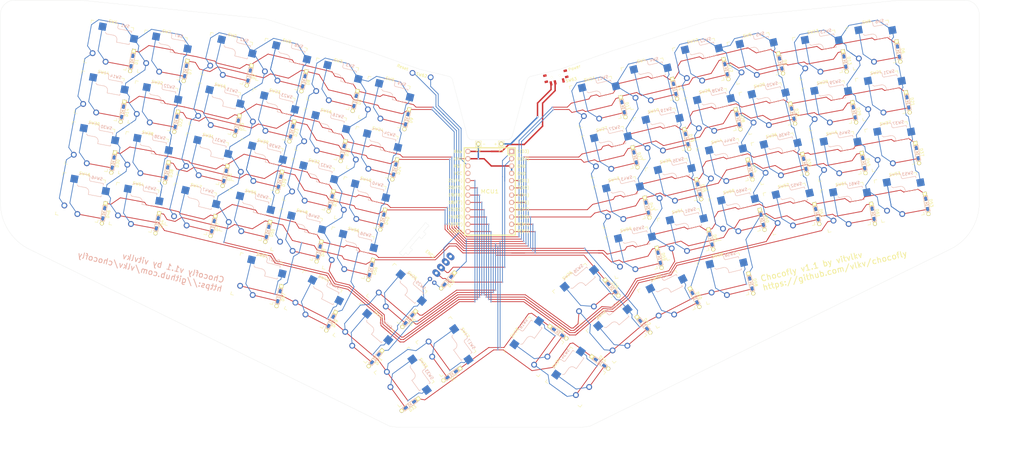
<source format=kicad_pcb>
(kicad_pcb (version 20171130) (host pcbnew 5.1.5+dfsg1-2build2)
  (layers (0 F.Cu signal hide) (31 B.Cu signal hide) (34 B.Paste user hide) (35 F.Paste user hide) (36 B.SilkS user) (37 F.SilkS user) (38 B.Mask user) (39 F.Mask user hide) (44 Edge.Cuts user hide))
  (net 0 "")
  (net 1 row0)
  (net 2 "Net-(D1-Pad2)")
  (net 3 col0)
  (net 4 "Net-(D2-Pad2)")
  (net 5 "Net-(D3-Pad2)")
  (net 6 "Net-(D4-Pad2)")
  (net 7 "Net-(D5-Pad2)")
  (net 8 "Net-(D6-Pad2)")
  (net 9 "Net-(D7-Pad2)")
  (net 10 "Net-(D8-Pad2)")
  (net 11 "Net-(D9-Pad2)")
  (net 12 "Net-(D10-Pad2)")
  (net 13 "Net-(D11-Pad2)")
  (net 14 "Net-(D12-Pad2)")
  (net 15 "Net-(D13-Pad2)")
  (net 16 row1)
  (net 17 "Net-(D14-Pad2)")
  (net 18 "Net-(D15-Pad2)")
  (net 19 "Net-(D16-Pad2)")
  (net 20 "Net-(D17-Pad2)")
  (net 21 "Net-(D18-Pad2)")
  (net 22 "Net-(D19-Pad2)")
  (net 23 "Net-(D20-Pad2)")
  (net 24 "Net-(D21-Pad2)")
  (net 25 "Net-(D22-Pad2)")
  (net 26 "Net-(D23-Pad2)")
  (net 27 "Net-(D24-Pad2)")
  (net 28 "Net-(D25-Pad2)")
  (net 29 row2)
  (net 30 "Net-(D26-Pad2)")
  (net 31 "Net-(D27-Pad2)")
  (net 32 "Net-(D28-Pad2)")
  (net 33 "Net-(D29-Pad2)")
  (net 34 "Net-(D30-Pad2)")
  (net 35 "Net-(D31-Pad2)")
  (net 36 "Net-(D32-Pad2)")
  (net 37 "Net-(D33-Pad2)")
  (net 38 "Net-(D34-Pad2)")
  (net 39 "Net-(D35-Pad2)")
  (net 40 "Net-(D36-Pad2)")
  (net 41 "Net-(D37-Pad2)")
  (net 42 row3)
  (net 43 "Net-(D38-Pad2)")
  (net 44 "Net-(D39-Pad2)")
  (net 45 "Net-(D40-Pad2)")
  (net 46 "Net-(D41-Pad2)")
  (net 47 "Net-(D42-Pad2)")
  (net 48 "Net-(D43-Pad2)")
  (net 49 "Net-(D44-Pad2)")
  (net 50 "Net-(D45-Pad2)")
  (net 51 "Net-(D46-Pad2)")
  (net 52 "Net-(D47-Pad2)")
  (net 53 "Net-(D48-Pad2)")
  (net 54 "Net-(D49-Pad2)")
  (net 55 row4)
  (net 56 "Net-(D50-Pad2)")
  (net 57 "Net-(D51-Pad2)")
  (net 58 "Net-(D52-Pad2)")
  (net 59 "Net-(D53-Pad2)")
  (net 60 "Net-(D54-Pad2)")
  (net 61 "Net-(D55-Pad2)")
  (net 62 "Net-(D56-Pad2)")
  (net 63 "Net-(D57-Pad2)")
  (net 64 "Net-(D58-Pad2)")
  (net 65 "Net-(D59-Pad2)")
  (net 66 "Net-(D60-Pad2)")
  (net 67 col1)
  (net 68 col2)
  (net 69 col3)
  (net 70 col4)
  (net 71 col5)
  (net 72 col6)
  (net 73 col7)
  (net 74 row5)
  (net 75 "Net-(D61-Pad2)")
  (net 76 row6)
  (net 77 row7)
  (net 78 encA)
  (net 79 encB)
  (net 80 "Net-(MCU1-Pad24)")
  (net 81 "Net-(MCU1-Pad22)")
  (net 82 GND)
  (net 83 "Net-(P1-Pad1)")
  (net 84 "Net-(ENC1-PadNC)")
  (net 85 "Net-(MCU1-Pad21)")
  (net 86 "Net-(SW63-Pad1)")
  (module footprints:EVQWGD001 (layer F.Cu) (at -19.194265 176.265631 153)
    (fp_text reference ENC1 hide)
    (fp_text value EVQWGD001 hide)
    (fp_text user %R (at 0 0 153) (layer F.SilkS))
    (fp_arc (start 7.152987 7.043499) (end 6.902988 6.743499) (angle -190.3946062) (layer Edge.Cuts) (width 0.05))
    (fp_arc (start 8.152987 7.043499) (end 7.852987 7.293499) (angle -190.3888578) (layer Edge.Cuts) (width 0.05))
    (fp_arc (start 8.152987 -6.356501) (end 8.402987 -6.056501) (angle -190.3888578) (layer Edge.Cuts) (width 0.05))
    (fp_arc (start 7.152987 -6.356501) (end 7.452987 -6.606501) (angle -190.3888578) (layer Edge.Cuts) (width 0.05))
    (fp_arc (start 6.102987 -4.806501) (end 6.402987 -5.056501) (angle -190.3888578) (layer Edge.Cuts) (width 0.05))
    (fp_arc (start 6.102987 -3.106501) (end 5.852987 -3.406501) (angle -190.3888578) (layer Edge.Cuts) (width 0.05))
    (fp_arc (start 6.102987 2.443499) (end 6.402987 2.193499) (angle -190.3888578) (layer Edge.Cuts) (width 0.05))
    (fp_arc (start 6.102987 4.143499) (end 5.852987 3.843499) (angle -190.3888578) (layer Edge.Cuts) (width 0.05))
    (fp_arc (start 6.702987 -5.256501) (end 6.702987 -5.056501) (angle -90) (layer Edge.Cuts) (width 0.05))
    (fp_arc (start 6.702987 -2.656501) (end 6.902987 -2.656501) (angle -90) (layer Edge.Cuts) (width 0.05))
    (fp_arc (start 6.702987 1.993499) (end 6.702987 2.193499) (angle -90) (layer Edge.Cuts) (width 0.05))
    (fp_arc (start 6.702987 4.593499) (end 6.902987 4.593499) (angle -90) (layer Edge.Cuts) (width 0.05))
    (fp_line (start 8.402987 6.743499) (end 8.402987 -6.056501) (layer Edge.Cuts) (width 0.05))
    (fp_line (start 6.902988 6.743499) (end 6.902987 4.593499) (layer Edge.Cuts) (width 0.05))
    (fp_line (start 6.702987 -5.056501) (end 6.402987 -5.056501) (layer Edge.Cuts) (width 0.05))
    (fp_line (start 6.702987 -2.856501) (end 6.402987 -2.856501) (layer Edge.Cuts) (width 0.05))
    (fp_line (start 6.902987 1.993499) (end 6.902987 -2.656501) (layer Edge.Cuts) (width 0.05))
    (fp_line (start 6.702987 2.193499) (end 6.402987 2.193499) (layer Edge.Cuts) (width 0.05))
    (fp_line (start 6.702987 4.393499) (end 6.402987 4.393499) (layer Edge.Cuts) (width 0.05))
    (fp_line (start 6.902987 -5.256501) (end 6.902987 -6.056501) (layer Edge.Cuts) (width 0.05))
    (fp_line (start 7.452987 -6.606501) (end 7.852987 -6.606501) (layer Edge.Cuts) (width 0.05))
    (fp_line (start 7.453011 7.293469) (end 7.852987 7.293499) (layer Edge.Cuts) (width 0.05))
    (fp_line (start 5.852987 2.743499) (end 5.852987 3.843499) (layer Edge.Cuts) (width 0.05))
    (fp_line (start 5.852987 -4.506501) (end 5.852987 -3.406501) (layer Edge.Cuts) (width 0.05))
    (pad S1 thru_hole circle (at -7.497013 -6.606501 243) (size 1.524 1.524) (drill 0.762) (layers *.Cu B.Mask))
    (pad S2 thru_hole oval (at -5.497013 -6.606501 243) (size 1.524 1.524) (drill 0.762) (layers *.Cu B.Mask))
    (pad A thru_hole oval (at -5.847013 -3.606501 243) (size 2 3) (drill 1) (layers *.Cu B.Mask))
    (pad B thru_hole oval (at -5.847013 -1.066501 243) (size 2 3) (drill 1) (layers *.Cu B.Mask))
    (pad C thru_hole oval (at -5.847013 1.473499 243) (size 2 3) (drill 1) (layers *.Cu B.Mask))
    (pad NC thru_hole oval (at -5.847013 4.013499 243) (size 2 3) (drill 1) (layers *.Cu B.Mask))
    (pad "" np_thru_hole circle (at -5.847013 6.553499 243) (size 1.6 1.6) (drill 1.6) (layers *.Cu))
  )
  (module footprints:Kailh_socket_PG1350_optional_chosfox (layer F.Cu) (at -8.106584 204.57494 319.5)
    (fp_text reference SW24 (at -0.000001 -8.255 139.5) (layer F.SilkS))
    (fp_text value SW_Push hide)
    (fp_text user %R (at 4.444999 -7.62 139.5) (layer B.SilkS) (effects (justify mirror)))
    (pad "" np_thru_hole circle (at -5.5 0 319.5) (size 1.7018 1.7018) (drill 1.7018) (layers *.Cu *.Mask))
    (pad "" np_thru_hole circle (at 5.5 0 319.5) (size 1.7018 1.7018) (drill 1.7018) (layers *.Cu *.Mask))
    (pad 1 smd rect (at -3.275 -5.95 319.5) (size 2.6 2.6) (layers B.Cu B.Paste B.Mask))
    (pad "" np_thru_hole circle (at 5 -3.75 319.5) (size 3 3) (drill 3) (layers *.Cu *.Mask))
    (pad "" np_thru_hole circle (at 0 0 319.5) (size 3.429 3.429) (drill 3.429) (layers *.Cu *.Mask))
    (pad 2 thru_hole circle (at -5 3.8 319.5) (size 2.032 2.032) (drill 1.27) (layers *.Cu *.Mask))
    (pad 1 thru_hole circle (at 0 5.9 319.5) (size 2.032 2.032) (drill 1.27) (layers *.Cu *.Mask))
    (pad "" np_thru_hole circle (at 0 -5.95 319.5) (size 3 3) (drill 3) (layers *.Cu *.Mask))
    (pad 2 smd rect (at 8.275 -3.75 319.5) (size 2.6 2.6) (layers B.Cu B.Paste B.Mask))
  )
  (module footprints:Kailh_socket_PG1350_optional_chosfox (layer F.Cu) (at -27.139098 191.858246 333)
    (fp_text reference SW24 (at -0.000001 -8.255 153) (layer F.SilkS))
    (fp_text value SW_Push hide)
    (fp_text user %R (at 4.444999 -7.62 153) (layer B.SilkS) (effects (justify mirror)))
    (pad "" np_thru_hole circle (at -5.5 0 333) (size 1.7018 1.7018) (drill 1.7018) (layers *.Cu *.Mask))
    (pad "" np_thru_hole circle (at 5.5 0 333) (size 1.7018 1.7018) (drill 1.7018) (layers *.Cu *.Mask))
    (pad 1 smd rect (at -3.275 -5.95 333) (size 2.6 2.6) (layers B.Cu B.Paste B.Mask))
    (pad "" np_thru_hole circle (at 5 -3.75 333) (size 3 3) (drill 3) (layers *.Cu *.Mask))
    (pad "" np_thru_hole circle (at 0 0 333) (size 3.429 3.429) (drill 3.429) (layers *.Cu *.Mask))
    (pad 2 thru_hole circle (at -5 3.8 333) (size 2.032 2.032) (drill 1.27) (layers *.Cu *.Mask))
    (pad 1 thru_hole circle (at 0 5.9 333) (size 2.032 2.032) (drill 1.27) (layers *.Cu *.Mask))
    (pad "" np_thru_hole circle (at 0 -5.95 333) (size 3 3) (drill 3) (layers *.Cu *.Mask))
    (pad 2 smd rect (at 8.275 -3.75 333) (size 2.6 2.6) (layers B.Cu B.Paste B.Mask))
  )
  (module footprints:Kailh_socket_PG1350_optional_chosfox (layer F.Cu) (at -19.1472 217.501841 319.5)
    (fp_text reference SW24 (at -0.000001 -8.255 139.5) (layer F.SilkS))
    (fp_text value SW_Push hide)
    (fp_text user %R (at 4.444999 -7.62 139.5) (layer B.SilkS) (effects (justify mirror)))
    (pad "" np_thru_hole circle (at -5.5 0 319.5) (size 1.7018 1.7018) (drill 1.7018) (layers *.Cu *.Mask))
    (pad "" np_thru_hole circle (at 5.5 0 319.5) (size 1.7018 1.7018) (drill 1.7018) (layers *.Cu *.Mask))
    (pad 1 smd rect (at -3.275 -5.95 319.5) (size 2.6 2.6) (layers B.Cu B.Paste B.Mask))
    (pad "" np_thru_hole circle (at 5 -3.75 319.5) (size 3 3) (drill 3) (layers *.Cu *.Mask))
    (pad "" np_thru_hole circle (at 0 0 319.5) (size 3.429 3.429) (drill 3.429) (layers *.Cu *.Mask))
    (pad 2 thru_hole circle (at -5 3.8 319.5) (size 2.032 2.032) (drill 1.27) (layers *.Cu *.Mask))
    (pad 1 thru_hole circle (at 0 5.9 319.5) (size 2.032 2.032) (drill 1.27) (layers *.Cu *.Mask))
    (pad "" np_thru_hole circle (at 0 -5.95 319.5) (size 3 3) (drill 3) (layers *.Cu *.Mask))
    (pad 2 smd rect (at 8.275 -3.75 319.5) (size 2.6 2.6) (layers B.Cu B.Paste B.Mask))
  )
  (module footprints:Kailh_socket_PG1350_optional_chosfox (layer F.Cu) (at -34.856937 207.005357 333)
    (fp_text reference SW24 (at -0.000001 -8.255 153) (layer F.SilkS))
    (fp_text value SW_Push hide)
    (fp_text user %R (at 4.444999 -7.62 153) (layer B.SilkS) (effects (justify mirror)))
    (pad "" np_thru_hole circle (at -5.5 0 333) (size 1.7018 1.7018) (drill 1.7018) (layers *.Cu *.Mask))
    (pad "" np_thru_hole circle (at 5.5 0 333) (size 1.7018 1.7018) (drill 1.7018) (layers *.Cu *.Mask))
    (pad 1 smd rect (at -3.275 -5.95 333) (size 2.6 2.6) (layers B.Cu B.Paste B.Mask))
    (pad "" np_thru_hole circle (at 5 -3.75 333) (size 3 3) (drill 3) (layers *.Cu *.Mask))
    (pad "" np_thru_hole circle (at 0 0 333) (size 3.429 3.429) (drill 3.429) (layers *.Cu *.Mask))
    (pad 2 thru_hole circle (at -5 3.8 333) (size 2.032 2.032) (drill 1.27) (layers *.Cu *.Mask))
    (pad 1 thru_hole circle (at 0 5.9 333) (size 2.032 2.032) (drill 1.27) (layers *.Cu *.Mask))
    (pad "" np_thru_hole circle (at 0 -5.95 333) (size 3 3) (drill 3) (layers *.Cu *.Mask))
    (pad 2 smd rect (at 8.275 -3.75 333) (size 2.6 2.6) (layers B.Cu B.Paste B.Mask))
  )
  (module footprints:Kailh_socket_PG1350_optional_chosfox (layer F.Cu) (at -52.57601 200.471118 346.5)
    (fp_text reference SW24 (at -0.000001 -8.255 166.5) (layer F.SilkS))
    (fp_text value SW_Push hide)
    (fp_text user %R (at 4.444999 -7.62 166.5) (layer B.SilkS) (effects (justify mirror)))
    (pad "" np_thru_hole circle (at -5.5 0 346.5) (size 1.7018 1.7018) (drill 1.7018) (layers *.Cu *.Mask))
    (pad "" np_thru_hole circle (at 5.5 0 346.5) (size 1.7018 1.7018) (drill 1.7018) (layers *.Cu *.Mask))
    (pad 1 smd rect (at -3.275 -5.95 346.5) (size 2.6 2.6) (layers B.Cu B.Paste B.Mask))
    (pad "" np_thru_hole circle (at 5 -3.75 346.5) (size 3 3) (drill 3) (layers *.Cu *.Mask))
    (pad "" np_thru_hole circle (at 0 0 346.5) (size 3.429 3.429) (drill 3.429) (layers *.Cu *.Mask))
    (pad 2 thru_hole circle (at -5 3.8 346.5) (size 2.032 2.032) (drill 1.27) (layers *.Cu *.Mask))
    (pad 1 thru_hole circle (at 0 5.9 346.5) (size 2.032 2.032) (drill 1.27) (layers *.Cu *.Mask))
    (pad "" np_thru_hole circle (at 0 -5.95 346.5) (size 3 3) (drill 3) (layers *.Cu *.Mask))
    (pad 2 smd rect (at 8.275 -3.75 346.5) (size 2.6 2.6) (layers B.Cu B.Paste B.Mask))
  )
  (module footprints:Kailh_socket_PG1350_optional_chosfox (layer F.Cu) (at -71.33 198.25)
    (fp_text reference SW24 (at -0.000001 -8.255) (layer F.SilkS))
    (fp_text value SW_Push hide)
    (fp_text user %R (at 4.444999 -7.62) (layer B.SilkS) (effects (justify mirror)))
    (pad 2 smd rect (at 8.275 -3.75) (size 2.6 2.6) (layers B.Cu B.Paste B.Mask))
    (pad "" np_thru_hole circle (at 0 -5.95) (size 3 3) (drill 3) (layers *.Cu *.Mask))
    (pad 1 thru_hole circle (at 0 5.9) (size 2.032 2.032) (drill 1.27) (layers *.Cu *.Mask))
    (pad 2 thru_hole circle (at -5 3.8) (size 2.032 2.032) (drill 1.27) (layers *.Cu *.Mask))
    (pad "" np_thru_hole circle (at 0 0) (size 3.429 3.429) (drill 3.429) (layers *.Cu *.Mask))
    (pad "" np_thru_hole circle (at 5 -3.75) (size 3 3) (drill 3) (layers *.Cu *.Mask))
    (pad 1 smd rect (at -3.275 -5.95) (size 2.6 2.6) (layers B.Cu B.Paste B.Mask))
    (pad "" np_thru_hole circle (at 5.5 0) (size 1.7018 1.7018) (drill 1.7018) (layers *.Cu *.Mask))
    (pad "" np_thru_hole circle (at -5.5 0) (size 1.7018 1.7018) (drill 1.7018) (layers *.Cu *.Mask))
  )
  (module footprints:Kailh_socket_PG1350_optional_chosfox (layer F.Cu) (at -133.440884 134.566475 3.5)
    (fp_text reference SW24 (at -0.000001 -8.255 3.5) (layer F.SilkS))
    (fp_text value SW_Push hide)
    (fp_text user %R (at 4.444999 -7.62 3.5) (layer B.SilkS) (effects (justify mirror)))
    (pad "" np_thru_hole circle (at -5.5 0 3.5) (size 1.7018 1.7018) (drill 1.7018) (layers *.Cu *.Mask))
    (pad "" np_thru_hole circle (at 5.5 0 3.5) (size 1.7018 1.7018) (drill 1.7018) (layers *.Cu *.Mask))
    (pad 1 smd rect (at -3.275 -5.95 3.5) (size 2.6 2.6) (layers B.Cu B.Paste B.Mask))
    (pad "" np_thru_hole circle (at 5 -3.75 3.5) (size 3 3) (drill 3) (layers *.Cu *.Mask))
    (pad "" np_thru_hole circle (at 0 0 3.5) (size 3.429 3.429) (drill 3.429) (layers *.Cu *.Mask))
    (pad 2 thru_hole circle (at -5 3.8 3.5) (size 2.032 2.032) (drill 1.27) (layers *.Cu *.Mask))
    (pad 1 thru_hole circle (at 0 5.9 3.5) (size 2.032 2.032) (drill 1.27) (layers *.Cu *.Mask))
    (pad "" np_thru_hole circle (at 0 -5.95 3.5) (size 3 3) (drill 3) (layers *.Cu *.Mask))
    (pad 2 smd rect (at 8.275 -3.75 3.5) (size 2.6 2.6) (layers B.Cu B.Paste B.Mask))
  )
  (module footprints:Kailh_socket_PG1350_optional_chosfox (layer F.Cu) (at -79 161.5)
    (fp_text reference SW24 (at -0.000001 -8.255) (layer F.SilkS))
    (fp_text value SW_Push hide)
    (fp_text user %R (at 4.444999 -7.62) (layer B.SilkS) (effects (justify mirror)))
    (pad 2 smd rect (at 8.275 -3.75) (size 2.6 2.6) (layers B.Cu B.Paste B.Mask))
    (pad "" np_thru_hole circle (at 0 -5.95) (size 3 3) (drill 3) (layers *.Cu *.Mask))
    (pad 1 thru_hole circle (at 0 5.9) (size 2.032 2.032) (drill 1.27) (layers *.Cu *.Mask))
    (pad 2 thru_hole circle (at -5 3.8) (size 2.032 2.032) (drill 1.27) (layers *.Cu *.Mask))
    (pad "" np_thru_hole circle (at 0 0) (size 3.429 3.429) (drill 3.429) (layers *.Cu *.Mask))
    (pad "" np_thru_hole circle (at 5 -3.75) (size 3 3) (drill 3) (layers *.Cu *.Mask))
    (pad 1 smd rect (at -3.275 -5.95) (size 2.6 2.6) (layers B.Cu B.Paste B.Mask))
    (pad "" np_thru_hole circle (at 5.5 0) (size 1.7018 1.7018) (drill 1.7018) (layers *.Cu *.Mask))
    (pad "" np_thru_hole circle (at -5.5 0) (size 1.7018 1.7018) (drill 1.7018) (layers *.Cu *.Mask))
  )
  (module footprints:Kailh_socket_PG1350_optional_chosfox (layer F.Cu) (at -62 164)
    (fp_text reference SW24 (at -0.000001 -8.255) (layer F.SilkS))
    (fp_text value SW_Push hide)
    (fp_text user %R (at 4.444999 -7.62) (layer B.SilkS) (effects (justify mirror)))
    (pad "" np_thru_hole circle (at -5.5 0) (size 1.7018 1.7018) (drill 1.7018) (layers *.Cu *.Mask))
    (pad "" np_thru_hole circle (at 5.5 0) (size 1.7018 1.7018) (drill 1.7018) (layers *.Cu *.Mask))
    (pad 1 smd rect (at -3.275 -5.95) (size 2.6 2.6) (layers B.Cu B.Paste B.Mask))
    (pad "" np_thru_hole circle (at 5 -3.75) (size 3 3) (drill 3) (layers *.Cu *.Mask))
    (pad "" np_thru_hole circle (at 0 0) (size 3.429 3.429) (drill 3.429) (layers *.Cu *.Mask))
    (pad 2 thru_hole circle (at -5 3.8) (size 2.032 2.032) (drill 1.27) (layers *.Cu *.Mask))
    (pad 1 thru_hole circle (at 0 5.9) (size 2.032 2.032) (drill 1.27) (layers *.Cu *.Mask))
    (pad "" np_thru_hole circle (at 0 -5.95) (size 3 3) (drill 3) (layers *.Cu *.Mask))
    (pad 2 smd rect (at 8.275 -3.75) (size 2.6 2.6) (layers B.Cu B.Paste B.Mask))
  )
  (module footprints:Kailh_socket_PG1350_optional_chosfox (layer F.Cu) (at -131.365233 168.503058 3.5)
    (fp_text reference SW24 (at -0.000001 -8.255 3.5) (layer F.SilkS))
    (fp_text value SW_Push hide)
    (fp_text user %R (at 4.444999 -7.62 3.5) (layer B.SilkS) (effects (justify mirror)))
    (pad "" np_thru_hole circle (at -5.5 0 3.5) (size 1.7018 1.7018) (drill 1.7018) (layers *.Cu *.Mask))
    (pad "" np_thru_hole circle (at 5.5 0 3.5) (size 1.7018 1.7018) (drill 1.7018) (layers *.Cu *.Mask))
    (pad 1 smd rect (at -3.275 -5.95 3.5) (size 2.6 2.6) (layers B.Cu B.Paste B.Mask))
    (pad "" np_thru_hole circle (at 5 -3.75 3.5) (size 3 3) (drill 3) (layers *.Cu *.Mask))
    (pad "" np_thru_hole circle (at 0 0 3.5) (size 3.429 3.429) (drill 3.429) (layers *.Cu *.Mask))
    (pad 2 thru_hole circle (at -5 3.8 3.5) (size 2.032 2.032) (drill 1.27) (layers *.Cu *.Mask))
    (pad 1 thru_hole circle (at 0 5.9 3.5) (size 2.032 2.032) (drill 1.27) (layers *.Cu *.Mask))
    (pad "" np_thru_hole circle (at 0 -5.95 3.5) (size 3 3) (drill 3) (layers *.Cu *.Mask))
    (pad 2 smd rect (at 8.275 -3.75 3.5) (size 2.6 2.6) (layers B.Cu B.Paste B.Mask))
  )
  (module footprints:Kailh_socket_PG1350_optional_chosfox (layer F.Cu) (at -45 166)
    (fp_text reference SW24 (at -0.000001 -8.255) (layer F.SilkS))
    (fp_text value SW_Push hide)
    (fp_text user %R (at 4.444999 -7.62) (layer B.SilkS) (effects (justify mirror)))
    (pad 2 smd rect (at 8.275 -3.75) (size 2.6 2.6) (layers B.Cu B.Paste B.Mask))
    (pad "" np_thru_hole circle (at 0 -5.95) (size 3 3) (drill 3) (layers *.Cu *.Mask))
    (pad 1 thru_hole circle (at 0 5.9) (size 2.032 2.032) (drill 1.27) (layers *.Cu *.Mask))
    (pad 2 thru_hole circle (at -5 3.8) (size 2.032 2.032) (drill 1.27) (layers *.Cu *.Mask))
    (pad "" np_thru_hole circle (at 0 0) (size 3.429 3.429) (drill 3.429) (layers *.Cu *.Mask))
    (pad "" np_thru_hole circle (at 5 -3.75) (size 3 3) (drill 3) (layers *.Cu *.Mask))
    (pad 1 smd rect (at -3.275 -5.95) (size 2.6 2.6) (layers B.Cu B.Paste B.Mask))
    (pad "" np_thru_hole circle (at 5.5 0) (size 1.7018 1.7018) (drill 1.7018) (layers *.Cu *.Mask))
    (pad "" np_thru_hole circle (at -5.5 0) (size 1.7018 1.7018) (drill 1.7018) (layers *.Cu *.Mask))
  )
  (module footprints:Kailh_socket_PG1350_optional_chosfox (layer F.Cu) (at -62 181)
    (fp_text reference SW24 (at -0.000001 -8.255) (layer F.SilkS))
    (fp_text value SW_Push hide)
    (fp_text user %R (at 4.444999 -7.62) (layer B.SilkS) (effects (justify mirror)))
    (pad "" np_thru_hole circle (at -5.5 0) (size 1.7018 1.7018) (drill 1.7018) (layers *.Cu *.Mask))
    (pad "" np_thru_hole circle (at 5.5 0) (size 1.7018 1.7018) (drill 1.7018) (layers *.Cu *.Mask))
    (pad 1 smd rect (at -3.275 -5.95) (size 2.6 2.6) (layers B.Cu B.Paste B.Mask))
    (pad "" np_thru_hole circle (at 5 -3.75) (size 3 3) (drill 3) (layers *.Cu *.Mask))
    (pad "" np_thru_hole circle (at 0 0) (size 3.429 3.429) (drill 3.429) (layers *.Cu *.Mask))
    (pad 2 thru_hole circle (at -5 3.8) (size 2.032 2.032) (drill 1.27) (layers *.Cu *.Mask))
    (pad 1 thru_hole circle (at 0 5.9) (size 2.032 2.032) (drill 1.27) (layers *.Cu *.Mask))
    (pad "" np_thru_hole circle (at 0 -5.95) (size 3 3) (drill 3) (layers *.Cu *.Mask))
    (pad 2 smd rect (at 8.275 -3.75) (size 2.6 2.6) (layers B.Cu B.Paste B.Mask))
  )
  (module footprints:Kailh_socket_PG1350_optional_chosfox (layer F.Cu) (at -96 164)
    (fp_text reference SW24 (at -0.000001 -8.255) (layer F.SilkS))
    (fp_text value SW_Push hide)
    (fp_text user %R (at 4.444999 -7.62) (layer B.SilkS) (effects (justify mirror)))
    (pad "" np_thru_hole circle (at -5.5 0) (size 1.7018 1.7018) (drill 1.7018) (layers *.Cu *.Mask))
    (pad "" np_thru_hole circle (at 5.5 0) (size 1.7018 1.7018) (drill 1.7018) (layers *.Cu *.Mask))
    (pad 1 smd rect (at -3.275 -5.95) (size 2.6 2.6) (layers B.Cu B.Paste B.Mask))
    (pad "" np_thru_hole circle (at 5 -3.75) (size 3 3) (drill 3) (layers *.Cu *.Mask))
    (pad "" np_thru_hole circle (at 0 0) (size 3.429 3.429) (drill 3.429) (layers *.Cu *.Mask))
    (pad 2 thru_hole circle (at -5 3.8) (size 2.032 2.032) (drill 1.27) (layers *.Cu *.Mask))
    (pad 1 thru_hole circle (at 0 5.9) (size 2.032 2.032) (drill 1.27) (layers *.Cu *.Mask))
    (pad "" np_thru_hole circle (at 0 -5.95) (size 3 3) (drill 3) (layers *.Cu *.Mask))
    (pad 2 smd rect (at 8.275 -3.75) (size 2.6 2.6) (layers B.Cu B.Paste B.Mask))
  )
  (module footprints:Kailh_socket_PG1350_optional_chosfox (layer F.Cu) (at -130.327408 185.47135 3.5)
    (fp_text reference SW24 (at -0.000001 -8.255 3.5) (layer F.SilkS))
    (fp_text value SW_Push hide)
    (fp_text user %R (at 4.444999 -7.62 3.5) (layer B.SilkS) (effects (justify mirror)))
    (pad 2 smd rect (at 8.275 -3.75 3.5) (size 2.6 2.6) (layers B.Cu B.Paste B.Mask))
    (pad "" np_thru_hole circle (at 0 -5.95 3.5) (size 3 3) (drill 3) (layers *.Cu *.Mask))
    (pad 1 thru_hole circle (at 0 5.9 3.5) (size 2.032 2.032) (drill 1.27) (layers *.Cu *.Mask))
    (pad 2 thru_hole circle (at -5 3.8 3.5) (size 2.032 2.032) (drill 1.27) (layers *.Cu *.Mask))
    (pad "" np_thru_hole circle (at 0 0 3.5) (size 3.429 3.429) (drill 3.429) (layers *.Cu *.Mask))
    (pad "" np_thru_hole circle (at 5 -3.75 3.5) (size 3 3) (drill 3) (layers *.Cu *.Mask))
    (pad 1 smd rect (at -3.275 -5.95 3.5) (size 2.6 2.6) (layers B.Cu B.Paste B.Mask))
    (pad "" np_thru_hole circle (at 5.5 0 3.5) (size 1.7018 1.7018) (drill 1.7018) (layers *.Cu *.Mask))
    (pad "" np_thru_hole circle (at -5.5 0 3.5) (size 1.7018 1.7018) (drill 1.7018) (layers *.Cu *.Mask))
  )
  (module footprints:Kailh_socket_PG1350_optional_chosfox (layer F.Cu) (at -96 181)
    (fp_text reference SW24 (at -0.000001 -8.255) (layer F.SilkS))
    (fp_text value SW_Push hide)
    (fp_text user %R (at 4.444999 -7.62) (layer B.SilkS) (effects (justify mirror)))
    (pad "" np_thru_hole circle (at -5.5 0) (size 1.7018 1.7018) (drill 1.7018) (layers *.Cu *.Mask))
    (pad "" np_thru_hole circle (at 5.5 0) (size 1.7018 1.7018) (drill 1.7018) (layers *.Cu *.Mask))
    (pad 1 smd rect (at -3.275 -5.95) (size 2.6 2.6) (layers B.Cu B.Paste B.Mask))
    (pad "" np_thru_hole circle (at 5 -3.75) (size 3 3) (drill 3) (layers *.Cu *.Mask))
    (pad "" np_thru_hole circle (at 0 0) (size 3.429 3.429) (drill 3.429) (layers *.Cu *.Mask))
    (pad 2 thru_hole circle (at -5 3.8) (size 2.032 2.032) (drill 1.27) (layers *.Cu *.Mask))
    (pad 1 thru_hole circle (at 0 5.9) (size 2.032 2.032) (drill 1.27) (layers *.Cu *.Mask))
    (pad "" np_thru_hole circle (at 0 -5.95) (size 3 3) (drill 3) (layers *.Cu *.Mask))
    (pad 2 smd rect (at 8.275 -3.75) (size 2.6 2.6) (layers B.Cu B.Paste B.Mask))
  )
  (module footprints:Kailh_socket_PG1350_optional_chosfox (layer F.Cu) (at -114.396942 167.465233 3.5)
    (fp_text reference SW24 (at -0.000001 -8.255 3.5) (layer F.SilkS))
    (fp_text value SW_Push hide)
    (fp_text user %R (at 4.444999 -7.62 3.5) (layer B.SilkS) (effects (justify mirror)))
    (pad 2 smd rect (at 8.275 -3.75 3.5) (size 2.6 2.6) (layers B.Cu B.Paste B.Mask))
    (pad "" np_thru_hole circle (at 0 -5.95 3.5) (size 3 3) (drill 3) (layers *.Cu *.Mask))
    (pad 1 thru_hole circle (at 0 5.9 3.5) (size 2.032 2.032) (drill 1.27) (layers *.Cu *.Mask))
    (pad 2 thru_hole circle (at -5 3.8 3.5) (size 2.032 2.032) (drill 1.27) (layers *.Cu *.Mask))
    (pad "" np_thru_hole circle (at 0 0 3.5) (size 3.429 3.429) (drill 3.429) (layers *.Cu *.Mask))
    (pad "" np_thru_hole circle (at 5 -3.75 3.5) (size 3 3) (drill 3) (layers *.Cu *.Mask))
    (pad 1 smd rect (at -3.275 -5.95 3.5) (size 2.6 2.6) (layers B.Cu B.Paste B.Mask))
    (pad "" np_thru_hole circle (at 5.5 0 3.5) (size 1.7018 1.7018) (drill 1.7018) (layers *.Cu *.Mask))
    (pad "" np_thru_hole circle (at -5.5 0 3.5) (size 1.7018 1.7018) (drill 1.7018) (layers *.Cu *.Mask))
  )
  (module footprints:Kailh_socket_PG1350_optional_chosfox (layer F.Cu) (at -79 178.5)
    (fp_text reference SW24 (at -0.000001 -8.255) (layer F.SilkS))
    (fp_text value SW_Push hide)
    (fp_text user %R (at 4.444999 -7.62) (layer B.SilkS) (effects (justify mirror)))
    (pad "" np_thru_hole circle (at -5.5 0) (size 1.7018 1.7018) (drill 1.7018) (layers *.Cu *.Mask))
    (pad "" np_thru_hole circle (at 5.5 0) (size 1.7018 1.7018) (drill 1.7018) (layers *.Cu *.Mask))
    (pad 1 smd rect (at -3.275 -5.95) (size 2.6 2.6) (layers B.Cu B.Paste B.Mask))
    (pad "" np_thru_hole circle (at 5 -3.75) (size 3 3) (drill 3) (layers *.Cu *.Mask))
    (pad "" np_thru_hole circle (at 0 0) (size 3.429 3.429) (drill 3.429) (layers *.Cu *.Mask))
    (pad 2 thru_hole circle (at -5 3.8) (size 2.032 2.032) (drill 1.27) (layers *.Cu *.Mask))
    (pad 1 thru_hole circle (at 0 5.9) (size 2.032 2.032) (drill 1.27) (layers *.Cu *.Mask))
    (pad "" np_thru_hole circle (at 0 -5.95) (size 3 3) (drill 3) (layers *.Cu *.Mask))
    (pad 2 smd rect (at 8.275 -3.75) (size 2.6 2.6) (layers B.Cu B.Paste B.Mask))
  )
  (module footprints:Kailh_socket_PG1350_optional_chosfox (layer F.Cu) (at -113.359116 184.433525 3.5)
    (fp_text reference SW24 (at -0.000001 -8.255 3.5) (layer F.SilkS))
    (fp_text value SW_Push hide)
    (fp_text user %R (at 4.444999 -7.62 3.5) (layer B.SilkS) (effects (justify mirror)))
    (pad "" np_thru_hole circle (at -5.5 0 3.5) (size 1.7018 1.7018) (drill 1.7018) (layers *.Cu *.Mask))
    (pad "" np_thru_hole circle (at 5.5 0 3.5) (size 1.7018 1.7018) (drill 1.7018) (layers *.Cu *.Mask))
    (pad 1 smd rect (at -3.275 -5.95 3.5) (size 2.6 2.6) (layers B.Cu B.Paste B.Mask))
    (pad "" np_thru_hole circle (at 5 -3.75 3.5) (size 3 3) (drill 3) (layers *.Cu *.Mask))
    (pad "" np_thru_hole circle (at 0 0 3.5) (size 3.429 3.429) (drill 3.429) (layers *.Cu *.Mask))
    (pad 2 thru_hole circle (at -5 3.8 3.5) (size 2.032 2.032) (drill 1.27) (layers *.Cu *.Mask))
    (pad 1 thru_hole circle (at 0 5.9 3.5) (size 2.032 2.032) (drill 1.27) (layers *.Cu *.Mask))
    (pad "" np_thru_hole circle (at 0 -5.95 3.5) (size 3 3) (drill 3) (layers *.Cu *.Mask))
    (pad 2 smd rect (at 8.275 -3.75 3.5) (size 2.6 2.6) (layers B.Cu B.Paste B.Mask))
  )
  (module footprints:Kailh_socket_PG1350_optional_chosfox (layer F.Cu) (at -45 183)
    (fp_text reference SW24 (at -0.000001 -8.255) (layer F.SilkS))
    (fp_text value SW_Push hide)
    (fp_text user %R (at 4.444999 -7.62) (layer B.SilkS) (effects (justify mirror)))
    (pad "" np_thru_hole circle (at -5.5 0) (size 1.7018 1.7018) (drill 1.7018) (layers *.Cu *.Mask))
    (pad "" np_thru_hole circle (at 5.5 0) (size 1.7018 1.7018) (drill 1.7018) (layers *.Cu *.Mask))
    (pad 1 smd rect (at -3.275 -5.95) (size 2.6 2.6) (layers B.Cu B.Paste B.Mask))
    (pad "" np_thru_hole circle (at 5 -3.75) (size 3 3) (drill 3) (layers *.Cu *.Mask))
    (pad "" np_thru_hole circle (at 0 0) (size 3.429 3.429) (drill 3.429) (layers *.Cu *.Mask))
    (pad 2 thru_hole circle (at -5 3.8) (size 2.032 2.032) (drill 1.27) (layers *.Cu *.Mask))
    (pad 1 thru_hole circle (at 0 5.9) (size 2.032 2.032) (drill 1.27) (layers *.Cu *.Mask))
    (pad "" np_thru_hole circle (at 0 -5.95) (size 3 3) (drill 3) (layers *.Cu *.Mask))
    (pad 2 smd rect (at 8.275 -3.75) (size 2.6 2.6) (layers B.Cu B.Paste B.Mask))
  )
  (module footprints:Kailh_socket_PG1350_optional_chosfox (layer F.Cu) (at -79 144.5)
    (fp_text reference SW24 (at -0.000001 -8.255) (layer F.SilkS))
    (fp_text value SW_Push hide)
    (fp_text user %R (at 4.444999 -7.62) (layer B.SilkS) (effects (justify mirror)))
    (pad 2 smd rect (at 8.275 -3.75) (size 2.6 2.6) (layers B.Cu B.Paste B.Mask))
    (pad "" np_thru_hole circle (at 0 -5.95) (size 3 3) (drill 3) (layers *.Cu *.Mask))
    (pad 1 thru_hole circle (at 0 5.9) (size 2.032 2.032) (drill 1.27) (layers *.Cu *.Mask))
    (pad 2 thru_hole circle (at -5 3.8) (size 2.032 2.032) (drill 1.27) (layers *.Cu *.Mask))
    (pad "" np_thru_hole circle (at 0 0) (size 3.429 3.429) (drill 3.429) (layers *.Cu *.Mask))
    (pad "" np_thru_hole circle (at 5 -3.75) (size 3 3) (drill 3) (layers *.Cu *.Mask))
    (pad 1 smd rect (at -3.275 -5.95) (size 2.6 2.6) (layers B.Cu B.Paste B.Mask))
    (pad "" np_thru_hole circle (at 5.5 0) (size 1.7018 1.7018) (drill 1.7018) (layers *.Cu *.Mask))
    (pad "" np_thru_hole circle (at -5.5 0) (size 1.7018 1.7018) (drill 1.7018) (layers *.Cu *.Mask))
  )
  (module footprints:Kailh_socket_PG1350_optional_chosfox (layer F.Cu) (at -62 147)
    (fp_text reference SW24 (at -0.000001 -8.255) (layer F.SilkS))
    (fp_text value SW_Push hide)
    (fp_text user %R (at 4.444999 -7.62) (layer B.SilkS) (effects (justify mirror)))
    (pad "" np_thru_hole circle (at -5.5 0) (size 1.7018 1.7018) (drill 1.7018) (layers *.Cu *.Mask))
    (pad "" np_thru_hole circle (at 5.5 0) (size 1.7018 1.7018) (drill 1.7018) (layers *.Cu *.Mask))
    (pad 1 smd rect (at -3.275 -5.95) (size 2.6 2.6) (layers B.Cu B.Paste B.Mask))
    (pad "" np_thru_hole circle (at 5 -3.75) (size 3 3) (drill 3) (layers *.Cu *.Mask))
    (pad "" np_thru_hole circle (at 0 0) (size 3.429 3.429) (drill 3.429) (layers *.Cu *.Mask))
    (pad 2 thru_hole circle (at -5 3.8) (size 2.032 2.032) (drill 1.27) (layers *.Cu *.Mask))
    (pad 1 thru_hole circle (at 0 5.9) (size 2.032 2.032) (drill 1.27) (layers *.Cu *.Mask))
    (pad "" np_thru_hole circle (at 0 -5.95) (size 3 3) (drill 3) (layers *.Cu *.Mask))
    (pad 2 smd rect (at 8.275 -3.75) (size 2.6 2.6) (layers B.Cu B.Paste B.Mask))
  )
  (module footprints:Kailh_socket_PG1350_optional_chosfox (layer F.Cu) (at -132.403058 151.534767 3.5)
    (fp_text reference SW24 (at -0.000001 -8.255 3.5) (layer F.SilkS))
    (fp_text value SW_Push hide)
    (fp_text user %R (at 4.444999 -7.62 3.5) (layer B.SilkS) (effects (justify mirror)))
    (pad "" np_thru_hole circle (at -5.5 0 3.5) (size 1.7018 1.7018) (drill 1.7018) (layers *.Cu *.Mask))
    (pad "" np_thru_hole circle (at 5.5 0 3.5) (size 1.7018 1.7018) (drill 1.7018) (layers *.Cu *.Mask))
    (pad 1 smd rect (at -3.275 -5.95 3.5) (size 2.6 2.6) (layers B.Cu B.Paste B.Mask))
    (pad "" np_thru_hole circle (at 5 -3.75 3.5) (size 3 3) (drill 3) (layers *.Cu *.Mask))
    (pad "" np_thru_hole circle (at 0 0 3.5) (size 3.429 3.429) (drill 3.429) (layers *.Cu *.Mask))
    (pad 2 thru_hole circle (at -5 3.8 3.5) (size 2.032 2.032) (drill 1.27) (layers *.Cu *.Mask))
    (pad 1 thru_hole circle (at 0 5.9 3.5) (size 2.032 2.032) (drill 1.27) (layers *.Cu *.Mask))
    (pad "" np_thru_hole circle (at 0 -5.95 3.5) (size 3 3) (drill 3) (layers *.Cu *.Mask))
    (pad 2 smd rect (at 8.275 -3.75 3.5) (size 2.6 2.6) (layers B.Cu B.Paste B.Mask))
  )
  (module footprints:Kailh_socket_PG1350_optional_chosfox (layer F.Cu) (at -45 149)
    (fp_text reference SW24 (at -0.000001 -8.255) (layer F.SilkS))
    (fp_text value SW_Push hide)
    (fp_text user %R (at 4.444999 -7.62) (layer B.SilkS) (effects (justify mirror)))
    (pad 2 smd rect (at 8.275 -3.75) (size 2.6 2.6) (layers B.Cu B.Paste B.Mask))
    (pad "" np_thru_hole circle (at 0 -5.95) (size 3 3) (drill 3) (layers *.Cu *.Mask))
    (pad 1 thru_hole circle (at 0 5.9) (size 2.032 2.032) (drill 1.27) (layers *.Cu *.Mask))
    (pad 2 thru_hole circle (at -5 3.8) (size 2.032 2.032) (drill 1.27) (layers *.Cu *.Mask))
    (pad "" np_thru_hole circle (at 0 0) (size 3.429 3.429) (drill 3.429) (layers *.Cu *.Mask))
    (pad "" np_thru_hole circle (at 5 -3.75) (size 3 3) (drill 3) (layers *.Cu *.Mask))
    (pad 1 smd rect (at -3.275 -5.95) (size 2.6 2.6) (layers B.Cu B.Paste B.Mask))
    (pad "" np_thru_hole circle (at 5.5 0) (size 1.7018 1.7018) (drill 1.7018) (layers *.Cu *.Mask))
    (pad "" np_thru_hole circle (at -5.5 0) (size 1.7018 1.7018) (drill 1.7018) (layers *.Cu *.Mask))
  )
  (module footprints:Kailh_socket_PG1350_optional_chosfox (layer F.Cu) (at -96 147)
    (fp_text reference SW24 (at -0.000001 -8.255) (layer F.SilkS))
    (fp_text value SW_Push hide)
    (fp_text user %R (at 4.444999 -7.62) (layer B.SilkS) (effects (justify mirror)))
    (pad "" np_thru_hole circle (at -5.5 0) (size 1.7018 1.7018) (drill 1.7018) (layers *.Cu *.Mask))
    (pad "" np_thru_hole circle (at 5.5 0) (size 1.7018 1.7018) (drill 1.7018) (layers *.Cu *.Mask))
    (pad 1 smd rect (at -3.275 -5.95) (size 2.6 2.6) (layers B.Cu B.Paste B.Mask))
    (pad "" np_thru_hole circle (at 5 -3.75) (size 3 3) (drill 3) (layers *.Cu *.Mask))
    (pad "" np_thru_hole circle (at 0 0) (size 3.429 3.429) (drill 3.429) (layers *.Cu *.Mask))
    (pad 2 thru_hole circle (at -5 3.8) (size 2.032 2.032) (drill 1.27) (layers *.Cu *.Mask))
    (pad 1 thru_hole circle (at 0 5.9) (size 2.032 2.032) (drill 1.27) (layers *.Cu *.Mask))
    (pad "" np_thru_hole circle (at 0 -5.95) (size 3 3) (drill 3) (layers *.Cu *.Mask))
    (pad 2 smd rect (at 8.275 -3.75) (size 2.6 2.6) (layers B.Cu B.Paste B.Mask))
  )
  (module footprints:Kailh_socket_PG1350_optional_chosfox (layer F.Cu) (at -115.434767 150.496942 3.5)
    (fp_text reference SW24 (at -0.000001 -8.255 3.5) (layer F.SilkS))
    (fp_text value SW_Push hide)
    (fp_text user %R (at 4.444999 -7.62 3.5) (layer B.SilkS) (effects (justify mirror)))
    (pad 2 smd rect (at 8.275 -3.75 3.5) (size 2.6 2.6) (layers B.Cu B.Paste B.Mask))
    (pad "" np_thru_hole circle (at 0 -5.95 3.5) (size 3 3) (drill 3) (layers *.Cu *.Mask))
    (pad 1 thru_hole circle (at 0 5.9 3.5) (size 2.032 2.032) (drill 1.27) (layers *.Cu *.Mask))
    (pad 2 thru_hole circle (at -5 3.8 3.5) (size 2.032 2.032) (drill 1.27) (layers *.Cu *.Mask))
    (pad "" np_thru_hole circle (at 0 0 3.5) (size 3.429 3.429) (drill 3.429) (layers *.Cu *.Mask))
    (pad "" np_thru_hole circle (at 5 -3.75 3.5) (size 3 3) (drill 3) (layers *.Cu *.Mask))
    (pad 1 smd rect (at -3.275 -5.95 3.5) (size 2.6 2.6) (layers B.Cu B.Paste B.Mask))
    (pad "" np_thru_hole circle (at 5.5 0 3.5) (size 1.7018 1.7018) (drill 1.7018) (layers *.Cu *.Mask))
    (pad "" np_thru_hole circle (at -5.5 0 3.5) (size 1.7018 1.7018) (drill 1.7018) (layers *.Cu *.Mask))
  )
  (module footprints:Kailh_socket_PG1350_optional_chosfox (layer F.Cu) (at -45 132)
    (fp_text reference SW24 (at -0.000001 -8.255) (layer F.SilkS))
    (fp_text value SW_Push hide)
    (fp_text user %R (at 4.444999 -7.62) (layer B.SilkS) (effects (justify mirror)))
    (pad "" np_thru_hole circle (at -5.5 0) (size 1.7018 1.7018) (drill 1.7018) (layers *.Cu *.Mask))
    (pad "" np_thru_hole circle (at 5.5 0) (size 1.7018 1.7018) (drill 1.7018) (layers *.Cu *.Mask))
    (pad 1 smd rect (at -3.275 -5.95) (size 2.6 2.6) (layers B.Cu B.Paste B.Mask))
    (pad "" np_thru_hole circle (at 5 -3.75) (size 3 3) (drill 3) (layers *.Cu *.Mask))
    (pad "" np_thru_hole circle (at 0 0) (size 3.429 3.429) (drill 3.429) (layers *.Cu *.Mask))
    (pad 2 thru_hole circle (at -5 3.8) (size 2.032 2.032) (drill 1.27) (layers *.Cu *.Mask))
    (pad 1 thru_hole circle (at 0 5.9) (size 2.032 2.032) (drill 1.27) (layers *.Cu *.Mask))
    (pad "" np_thru_hole circle (at 0 -5.95) (size 3 3) (drill 3) (layers *.Cu *.Mask))
    (pad 2 smd rect (at 8.275 -3.75) (size 2.6 2.6) (layers B.Cu B.Paste B.Mask))
  )
  (module footprints:Kailh_socket_PG1350_optional_chosfox (layer F.Cu) (at -62 130)
    (fp_text reference SW24 (at -0.000001 -8.255) (layer F.SilkS))
    (fp_text value SW_Push hide)
    (fp_text user %R (at 4.444999 -7.62) (layer B.SilkS) (effects (justify mirror)))
    (pad 2 smd rect (at 8.275 -3.75) (size 2.6 2.6) (layers B.Cu B.Paste B.Mask))
    (pad "" np_thru_hole circle (at 0 -5.95) (size 3 3) (drill 3) (layers *.Cu *.Mask))
    (pad 1 thru_hole circle (at 0 5.9) (size 2.032 2.032) (drill 1.27) (layers *.Cu *.Mask))
    (pad 2 thru_hole circle (at -5 3.8) (size 2.032 2.032) (drill 1.27) (layers *.Cu *.Mask))
    (pad "" np_thru_hole circle (at 0 0) (size 3.429 3.429) (drill 3.429) (layers *.Cu *.Mask))
    (pad "" np_thru_hole circle (at 5 -3.75) (size 3 3) (drill 3) (layers *.Cu *.Mask))
    (pad 1 smd rect (at -3.275 -5.95) (size 2.6 2.6) (layers B.Cu B.Paste B.Mask))
    (pad "" np_thru_hole circle (at 5.5 0) (size 1.7018 1.7018) (drill 1.7018) (layers *.Cu *.Mask))
    (pad "" np_thru_hole circle (at -5.5 0) (size 1.7018 1.7018) (drill 1.7018) (layers *.Cu *.Mask))
  )
  (module footprints:Kailh_socket_PG1350_optional_chosfox (layer F.Cu) (at -79 127.5)
    (fp_text reference SW24 (at -0.000001 -8.255) (layer F.SilkS))
    (fp_text value SW_Push hide)
    (fp_text user %R (at 4.444999 -7.62) (layer B.SilkS) (effects (justify mirror)))
    (pad "" np_thru_hole circle (at -5.5 0) (size 1.7018 1.7018) (drill 1.7018) (layers *.Cu *.Mask))
    (pad "" np_thru_hole circle (at 5.5 0) (size 1.7018 1.7018) (drill 1.7018) (layers *.Cu *.Mask))
    (pad 1 smd rect (at -3.275 -5.95) (size 2.6 2.6) (layers B.Cu B.Paste B.Mask))
    (pad "" np_thru_hole circle (at 5 -3.75) (size 3 3) (drill 3) (layers *.Cu *.Mask))
    (pad "" np_thru_hole circle (at 0 0) (size 3.429 3.429) (drill 3.429) (layers *.Cu *.Mask))
    (pad 2 thru_hole circle (at -5 3.8) (size 2.032 2.032) (drill 1.27) (layers *.Cu *.Mask))
    (pad 1 thru_hole circle (at 0 5.9) (size 2.032 2.032) (drill 1.27) (layers *.Cu *.Mask))
    (pad "" np_thru_hole circle (at 0 -5.95) (size 3 3) (drill 3) (layers *.Cu *.Mask))
    (pad 2 smd rect (at 8.275 -3.75) (size 2.6 2.6) (layers B.Cu B.Paste B.Mask))
  )
  (module footprints:Kailh_socket_PG1350_optional_chosfox (layer F.Cu) (at -96 130)
    (fp_text reference SW24 (at -0.000001 -8.255) (layer F.SilkS))
    (fp_text value SW_Push hide)
    (fp_text user %R (at 4.444999 -7.62) (layer B.SilkS) (effects (justify mirror)))
    (pad 2 smd rect (at 8.275 -3.75) (size 2.6 2.6) (layers B.Cu B.Paste B.Mask))
    (pad "" np_thru_hole circle (at 0 -5.95) (size 3 3) (drill 3) (layers *.Cu *.Mask))
    (pad 1 thru_hole circle (at 0 5.9) (size 2.032 2.032) (drill 1.27) (layers *.Cu *.Mask))
    (pad 2 thru_hole circle (at -5 3.8) (size 2.032 2.032) (drill 1.27) (layers *.Cu *.Mask))
    (pad "" np_thru_hole circle (at 0 0) (size 3.429 3.429) (drill 3.429) (layers *.Cu *.Mask))
    (pad "" np_thru_hole circle (at 5 -3.75) (size 3 3) (drill 3) (layers *.Cu *.Mask))
    (pad 1 smd rect (at -3.275 -5.95) (size 2.6 2.6) (layers B.Cu B.Paste B.Mask))
    (pad "" np_thru_hole circle (at 5.5 0) (size 1.7018 1.7018) (drill 1.7018) (layers *.Cu *.Mask))
    (pad "" np_thru_hole circle (at -5.5 0) (size 1.7018 1.7018) (drill 1.7018) (layers *.Cu *.Mask))
  )
  (module footprints:Kailh_socket_PG1350_optional_chosfox (layer F.Cu) (at -116.472592 133.52865 3.5)
    (fp_text reference SW24 (at -0.000001 -8.255 3.5) (layer F.SilkS))
    (fp_text value SW_Push hide)
    (fp_text user %R (at 4.444999 -7.62 3.5) (layer B.SilkS) (effects (justify mirror)))
    (pad "" np_thru_hole circle (at -5.5 0 3.5) (size 1.7018 1.7018) (drill 1.7018) (layers *.Cu *.Mask))
    (pad "" np_thru_hole circle (at 5.5 0 3.5) (size 1.7018 1.7018) (drill 1.7018) (layers *.Cu *.Mask))
    (pad 1 smd rect (at -3.275 -5.95 3.5) (size 2.6 2.6) (layers B.Cu B.Paste B.Mask))
    (pad "" np_thru_hole circle (at 5 -3.75 3.5) (size 3 3) (drill 3) (layers *.Cu *.Mask))
    (pad "" np_thru_hole circle (at 0 0 3.5) (size 3.429 3.429) (drill 3.429) (layers *.Cu *.Mask))
    (pad 2 thru_hole circle (at -5 3.8 3.5) (size 2.032 2.032) (drill 1.27) (layers *.Cu *.Mask))
    (pad 1 thru_hole circle (at 0 5.9 3.5) (size 2.032 2.032) (drill 1.27) (layers *.Cu *.Mask))
    (pad "" np_thru_hole circle (at 0 -5.95 3.5) (size 3 3) (drill 3) (layers *.Cu *.Mask))
    (pad 2 smd rect (at 8.275 -3.75 3.5) (size 2.6 2.6) (layers B.Cu B.Paste B.Mask))
  )
  (module footprints:diode_TH_SMD (layer F.Cu) (at -128.047429 -27.792542 259.5)
    (fp_text reference D14 hide)
    (fp_text value 1N4148 hide)
    (fp_text user %R (at 0 -1.6 79.5) (layer F.SilkS))
    (pad 2 smd rect (at 1.775 0 259.5) (size 1.3 0.95) (layers F.Cu F.Paste F.Mask) (net 17 "Net-(D14-Pad2)"))
    (pad 2 thru_hole circle (at 3.55 0 259.5) (size 1.397 1.397) (drill 0.8128) (layers *.Cu *.Mask F.SilkS) (net 17 "Net-(D14-Pad2)"))
    (pad 1 thru_hole rect (at -3.55 0 259.5) (size 1.397 1.397) (drill 0.8128) (layers *.Cu *.Mask F.SilkS) (net 29 row2))
    (pad 1 smd rect (at -1.775 0 259.5) (size 1.3 0.95) (layers B.Cu B.Paste B.Mask) (net 29 row2))
    (pad 2 smd rect (at 1.775 0 259.5) (size 1.3 0.95) (layers B.Cu B.Paste B.Mask) (net 17 "Net-(D14-Pad2)"))
    (pad 1 smd rect (at -1.775 0 259.5) (size 1.3 0.95) (layers F.Cu F.Paste F.Mask) (net 29 row2))
  )
  (module footprints:diode_TH_SMD (layer F.Cu) (at -83.911583 -40.439773 256.5)
    (fp_text reference D2 hide)
    (fp_text value 1N4148 hide)
    (fp_text user %R (at 0 -1.6 76.5) (layer F.SilkS))
    (pad 2 smd rect (at 1.775 0 256.5) (size 1.3 0.95) (layers F.Cu F.Paste F.Mask) (net 4 "Net-(D2-Pad2)"))
    (pad 2 thru_hole circle (at 3.55 0 256.5) (size 1.397 1.397) (drill 0.8128) (layers *.Cu *.Mask F.SilkS) (net 4 "Net-(D2-Pad2)"))
    (pad 1 thru_hole rect (at -3.55 0 256.5) (size 1.397 1.397) (drill 0.8128) (layers *.Cu *.Mask F.SilkS) (net 1 row0))
    (pad 1 smd rect (at -1.775 0 256.5) (size 1.3 0.95) (layers B.Cu B.Paste B.Mask) (net 1 row0))
    (pad 2 smd rect (at 1.775 0 256.5) (size 1.3 0.95) (layers B.Cu B.Paste B.Mask) (net 4 "Net-(D2-Pad2)"))
    (pad 1 smd rect (at -1.775 0 256.5) (size 1.3 0.95) (layers F.Cu F.Paste F.Mask) (net 1 row0))
  )
  (module footprints:Kailh_socket_PG1350_optional_chosfox (layer F.Cu) (at -132.883188 -51.051765 349.5)
    (fp_text reference SW1 (at -0.000001 -8.255 169.5) (layer F.SilkS))
    (fp_text value SW_Push hide)
    (fp_text user %R (at 4.444999 -7.62 169.5) (layer B.SilkS) (effects (justify mirror)))
    (pad "" np_thru_hole circle (at -5.5 0 349.5) (size 1.7018 1.7018) (drill 1.7018) (layers *.Cu *.Mask))
    (pad "" np_thru_hole circle (at 5.5 0 349.5) (size 1.7018 1.7018) (drill 1.7018) (layers *.Cu *.Mask))
    (pad 1 smd rect (at -3.275 -5.95 349.5) (size 2.6 2.6) (layers B.Cu B.Paste B.Mask) (net 2 "Net-(D1-Pad2)"))
    (pad "" np_thru_hole circle (at 5 -3.75 349.5) (size 3 3) (drill 3) (layers *.Cu *.Mask))
    (pad "" np_thru_hole circle (at 0 0 349.5) (size 3.429 3.429) (drill 3.429) (layers *.Cu *.Mask))
    (pad 2 thru_hole circle (at -5 3.8 349.5) (size 2.032 2.032) (drill 1.27) (layers *.Cu *.Mask) (net 3 col0))
    (pad 1 thru_hole circle (at 0 5.9 349.5) (size 2.032 2.032) (drill 1.27) (layers *.Cu *.Mask) (net 2 "Net-(D1-Pad2)"))
    (pad "" np_thru_hole circle (at 0 -5.95 349.5) (size 3 3) (drill 3) (layers *.Cu *.Mask))
    (pad 2 smd rect (at 8.275 -3.75 349.5) (size 2.6 2.6) (layers B.Cu B.Paste B.Mask) (net 3 col0))
  )
  (module footprints:diode_TH_SMD (layer F.Cu) (at -112.645815 -6.631474 259.5)
    (fp_text reference D38 hide)
    (fp_text value 1N4148 hide)
    (fp_text user %R (at 0 -1.6 79.5) (layer F.SilkS))
    (pad 2 smd rect (at 1.775 0 259.5) (size 1.3 0.95) (layers F.Cu F.Paste F.Mask) (net 43 "Net-(D38-Pad2)"))
    (pad 2 thru_hole circle (at 3.55 0 259.5) (size 1.397 1.397) (drill 0.8128) (layers *.Cu *.Mask F.SilkS) (net 43 "Net-(D38-Pad2)"))
    (pad 1 thru_hole rect (at -3.55 0 259.5) (size 1.397 1.397) (drill 0.8128) (layers *.Cu *.Mask F.SilkS) (net 74 row5))
    (pad 1 smd rect (at -1.775 0 259.5) (size 1.3 0.95) (layers B.Cu B.Paste B.Mask) (net 74 row5))
    (pad 2 smd rect (at 1.775 0 259.5) (size 1.3 0.95) (layers B.Cu B.Paste B.Mask) (net 43 "Net-(D38-Pad2)"))
    (pad 1 smd rect (at -1.775 0 259.5) (size 1.3 0.95) (layers F.Cu F.Paste F.Mask) (net 74 row5))
  )
  (module footprints:diode_TH_SMD (layer F.Cu) (at -109.365597 -24.330086 259.5)
    (fp_text reference D22 hide)
    (fp_text value 1N4148 hide)
    (fp_text user %R (at 0 -1.6 79.5) (layer F.SilkS))
    (pad 2 smd rect (at 1.775 0 259.5) (size 1.3 0.95) (layers F.Cu F.Paste F.Mask) (net 25 "Net-(D22-Pad2)"))
    (pad 2 thru_hole circle (at 3.55 0 259.5) (size 1.397 1.397) (drill 0.8128) (layers *.Cu *.Mask F.SilkS) (net 25 "Net-(D22-Pad2)"))
    (pad 1 thru_hole rect (at -3.55 0 259.5) (size 1.397 1.397) (drill 0.8128) (layers *.Cu *.Mask F.SilkS) (net 42 row3))
    (pad 1 smd rect (at -1.775 0 259.5) (size 1.3 0.95) (layers B.Cu B.Paste B.Mask) (net 42 row3))
    (pad 2 smd rect (at 1.775 0 259.5) (size 1.3 0.95) (layers B.Cu B.Paste B.Mask) (net 25 "Net-(D22-Pad2)"))
    (pad 1 smd rect (at -1.775 0 259.5) (size 1.3 0.95) (layers F.Cu F.Paste F.Mask) (net 42 row3))
  )
  (module footprints:Kailh_socket_PG1350_optional_chosfox (layer F.Cu) (at -91.725423 -46.417545 346.5)
    (fp_text reference SW2 (at -0.000001 -8.255 166.5) (layer F.SilkS))
    (fp_text value SW_Push hide)
    (fp_text user %R (at 4.444999 -7.62 166.5) (layer B.SilkS) (effects (justify mirror)))
    (pad "" np_thru_hole circle (at -5.5 0 346.5) (size 1.7018 1.7018) (drill 1.7018) (layers *.Cu *.Mask))
    (pad "" np_thru_hole circle (at 5.5 0 346.5) (size 1.7018 1.7018) (drill 1.7018) (layers *.Cu *.Mask))
    (pad 1 smd rect (at -3.275 -5.95 346.5) (size 2.6 2.6) (layers B.Cu B.Paste B.Mask) (net 4 "Net-(D2-Pad2)"))
    (pad "" np_thru_hole circle (at 5 -3.75 346.5) (size 3 3) (drill 3) (layers *.Cu *.Mask))
    (pad "" np_thru_hole circle (at 0 0 346.5) (size 3.429 3.429) (drill 3.429) (layers *.Cu *.Mask))
    (pad 2 thru_hole circle (at -5 3.8 346.5) (size 2.032 2.032) (drill 1.27) (layers *.Cu *.Mask) (net 67 col1))
    (pad 1 thru_hole circle (at 0 5.9 346.5) (size 2.032 2.032) (drill 1.27) (layers *.Cu *.Mask) (net 4 "Net-(D2-Pad2)"))
    (pad "" np_thru_hole circle (at 0 -5.95 346.5) (size 3 3) (drill 3) (layers *.Cu *.Mask))
    (pad 2 smd rect (at 8.275 -3.75 346.5) (size 2.6 2.6) (layers B.Cu B.Paste B.Mask) (net 67 col1))
  )
  (module footprints:diode_TH_SMD (layer F.Cu) (at -77.458989 14.072741 256.5)
    (fp_text reference D55 hide)
    (fp_text value 1N4148 hide)
    (fp_text user %R (at 0 -1.6 76.5) (layer F.SilkS))
    (pad 2 smd rect (at 1.775 0 256.5) (size 1.3 0.95) (layers F.Cu F.Paste F.Mask) (net 61 "Net-(D55-Pad2)"))
    (pad 2 thru_hole circle (at 3.55 0 256.5) (size 1.397 1.397) (drill 0.8128) (layers *.Cu *.Mask F.SilkS) (net 61 "Net-(D55-Pad2)"))
    (pad 1 thru_hole rect (at -3.55 0 256.5) (size 1.397 1.397) (drill 0.8128) (layers *.Cu *.Mask F.SilkS) (net 77 row7))
    (pad 1 smd rect (at -1.775 0 256.5) (size 1.3 0.95) (layers B.Cu B.Paste B.Mask) (net 77 row7))
    (pad 2 smd rect (at 1.775 0 256.5) (size 1.3 0.95) (layers B.Cu B.Paste B.Mask) (net 61 "Net-(D55-Pad2)"))
    (pad 1 smd rect (at -1.775 0 256.5) (size 1.3 0.95) (layers F.Cu F.Paste F.Mask) (net 77 row7))
  )
  (module footprints:Kailh_socket_PG1350_optional_chosfox (layer F.Cu) (at -114.201343 -47.589283 349.5)
    (fp_text reference SW7 (at -0.000001 -8.255 169.5) (layer F.SilkS))
    (fp_text value SW_Push hide)
    (fp_text user %R (at 4.444999 -7.62 169.5) (layer B.SilkS) (effects (justify mirror)))
    (pad "" np_thru_hole circle (at -5.5 0 349.5) (size 1.7018 1.7018) (drill 1.7018) (layers *.Cu *.Mask))
    (pad "" np_thru_hole circle (at 5.5 0 349.5) (size 1.7018 1.7018) (drill 1.7018) (layers *.Cu *.Mask))
    (pad 1 smd rect (at -3.275 -5.95 349.5) (size 2.6 2.6) (layers B.Cu B.Paste B.Mask) (net 9 "Net-(D7-Pad2)"))
    (pad "" np_thru_hole circle (at 5 -3.75 349.5) (size 3 3) (drill 3) (layers *.Cu *.Mask))
    (pad "" np_thru_hole circle (at 0 0 349.5) (size 3.429 3.429) (drill 3.429) (layers *.Cu *.Mask))
    (pad 2 thru_hole circle (at -5 3.8 349.5) (size 2.032 2.032) (drill 1.27) (layers *.Cu *.Mask) (net 3 col0))
    (pad 1 thru_hole circle (at 0 5.9 349.5) (size 2.032 2.032) (drill 1.27) (layers *.Cu *.Mask) (net 9 "Net-(D7-Pad2)"))
    (pad "" np_thru_hole circle (at 0 -5.95 349.5) (size 3 3) (drill 3) (layers *.Cu *.Mask))
    (pad 2 smd rect (at 8.275 -3.75 349.5) (size 2.6 2.6) (layers B.Cu B.Paste B.Mask) (net 3 col0))
  )
  (module footprints:diode_TH_SMD (layer F.Cu) (at -64.852927 -38.435251 256.5)
    (fp_text reference D8 hide)
    (fp_text value 1N4148 hide)
    (fp_text user %R (at 0 -1.6 76.5) (layer F.SilkS))
    (pad 2 smd rect (at 1.775 0 256.5) (size 1.3 0.95) (layers F.Cu F.Paste F.Mask) (net 10 "Net-(D8-Pad2)"))
    (pad 2 thru_hole circle (at 3.55 0 256.5) (size 1.397 1.397) (drill 0.8128) (layers *.Cu *.Mask F.SilkS) (net 10 "Net-(D8-Pad2)"))
    (pad 1 thru_hole rect (at -3.55 0 256.5) (size 1.397 1.397) (drill 0.8128) (layers *.Cu *.Mask F.SilkS) (net 16 row1))
    (pad 1 smd rect (at -1.775 0 256.5) (size 1.3 0.95) (layers B.Cu B.Paste B.Mask) (net 16 row1))
    (pad 2 smd rect (at 1.775 0 256.5) (size 1.3 0.95) (layers B.Cu B.Paste B.Mask) (net 10 "Net-(D8-Pad2)"))
    (pad 1 smd rect (at -1.775 0 256.5) (size 1.3 0.95) (layers F.Cu F.Paste F.Mask) (net 16 row1))
  )
  (module footprints:diode_TH_SMD (layer F.Cu) (at -115.926072 11.067088 259.5)
    (fp_text reference D54 hide)
    (fp_text value 1N4148 hide)
    (fp_text user %R (at 0 -1.6 79.5) (layer F.SilkS))
    (pad 2 smd rect (at 1.775 0 259.5) (size 1.3 0.95) (layers F.Cu F.Paste F.Mask) (net 60 "Net-(D54-Pad2)"))
    (pad 2 thru_hole circle (at 3.55 0 259.5) (size 1.397 1.397) (drill 0.8128) (layers *.Cu *.Mask F.SilkS) (net 60 "Net-(D54-Pad2)"))
    (pad 1 thru_hole rect (at -3.55 0 259.5) (size 1.397 1.397) (drill 0.8128) (layers *.Cu *.Mask F.SilkS) (net 77 row7))
    (pad 1 smd rect (at -1.775 0 259.5) (size 1.3 0.95) (layers B.Cu B.Paste B.Mask) (net 77 row7))
    (pad 2 smd rect (at 1.775 0 259.5) (size 1.3 0.95) (layers B.Cu B.Paste B.Mask) (net 60 "Net-(D54-Pad2)"))
    (pad 1 smd rect (at -1.775 0 259.5) (size 1.3 0.95) (layers F.Cu F.Paste F.Mask) (net 77 row7))
  )
  (module footprints:diode_TH_SMD (layer F.Cu) (at -134.607902 7.604625 259.5)
    (fp_text reference D46 hide)
    (fp_text value 1N4148 hide)
    (fp_text user %R (at 0 -1.6 79.5) (layer F.SilkS))
    (pad 2 smd rect (at 1.775 0 259.5) (size 1.3 0.95) (layers F.Cu F.Paste F.Mask) (net 51 "Net-(D46-Pad2)"))
    (pad 2 thru_hole circle (at 3.55 0 259.5) (size 1.397 1.397) (drill 0.8128) (layers *.Cu *.Mask F.SilkS) (net 51 "Net-(D46-Pad2)"))
    (pad 1 thru_hole rect (at -3.55 0 259.5) (size 1.397 1.397) (drill 0.8128) (layers *.Cu *.Mask F.SilkS) (net 76 row6))
    (pad 1 smd rect (at -1.775 0 259.5) (size 1.3 0.95) (layers B.Cu B.Paste B.Mask) (net 76 row6))
    (pad 2 smd rect (at 1.775 0 259.5) (size 1.3 0.95) (layers B.Cu B.Paste B.Mask) (net 51 "Net-(D46-Pad2)"))
    (pad 1 smd rect (at -1.775 0 259.5) (size 1.3 0.95) (layers F.Cu F.Paste F.Mask) (net 76 row6))
  )
  (module footprints:diode_TH_SMD (layer F.Cu) (at -106.085355 -42.028653 259.5)
    (fp_text reference D7 hide)
    (fp_text value 1N4148 hide)
    (fp_text user %R (at 0 -1.6 79.5) (layer F.SilkS))
    (pad 2 smd rect (at 1.775 0 259.5) (size 1.3 0.95) (layers F.Cu F.Paste F.Mask) (net 9 "Net-(D7-Pad2)"))
    (pad 2 thru_hole circle (at 3.55 0 259.5) (size 1.397 1.397) (drill 0.8128) (layers *.Cu *.Mask F.SilkS) (net 9 "Net-(D7-Pad2)"))
    (pad 1 thru_hole rect (at -3.55 0 259.5) (size 1.397 1.397) (drill 0.8128) (layers *.Cu *.Mask F.SilkS) (net 16 row1))
    (pad 1 smd rect (at -1.775 0 259.5) (size 1.3 0.95) (layers B.Cu B.Paste B.Mask) (net 16 row1))
    (pad 2 smd rect (at 1.775 0 259.5) (size 1.3 0.95) (layers B.Cu B.Paste B.Mask) (net 9 "Net-(D7-Pad2)"))
    (pad 1 smd rect (at -1.775 0 259.5) (size 1.3 0.95) (layers F.Cu F.Paste F.Mask) (net 16 row1))
  )
  (module footprints:diode_TH_SMD (layer F.Cu) (at -69.054947 -20.932573 256.5)
    (fp_text reference D23 hide)
    (fp_text value 1N4148 hide)
    (fp_text user %R (at 0 -1.6 76.5) (layer F.SilkS))
    (pad 2 smd rect (at 1.775 0 256.5) (size 1.3 0.95) (layers F.Cu F.Paste F.Mask) (net 26 "Net-(D23-Pad2)"))
    (pad 2 thru_hole circle (at 3.55 0 256.5) (size 1.397 1.397) (drill 0.8128) (layers *.Cu *.Mask F.SilkS) (net 26 "Net-(D23-Pad2)"))
    (pad 1 thru_hole rect (at -3.55 0 256.5) (size 1.397 1.397) (drill 0.8128) (layers *.Cu *.Mask F.SilkS) (net 42 row3))
    (pad 1 smd rect (at -1.775 0 256.5) (size 1.3 0.95) (layers B.Cu B.Paste B.Mask) (net 42 row3))
    (pad 2 smd rect (at 1.775 0 256.5) (size 1.3 0.95) (layers B.Cu B.Paste B.Mask) (net 26 "Net-(D23-Pad2)"))
    (pad 1 smd rect (at -1.775 0 256.5) (size 1.3 0.95) (layers F.Cu F.Paste F.Mask) (net 42 row3))
  )
  (module footprints:diode_TH_SMD (layer F.Cu) (at -124.767186 -45.491135 259.5)
    (fp_text reference D1 hide)
    (fp_text value 1N4148 hide)
    (fp_text user %R (at 0 -1.6 79.5) (layer F.SilkS))
    (pad 2 smd rect (at 1.775 0 259.5) (size 1.3 0.95) (layers F.Cu F.Paste F.Mask) (net 2 "Net-(D1-Pad2)"))
    (pad 2 thru_hole circle (at 3.55 0 259.5) (size 1.397 1.397) (drill 0.8128) (layers *.Cu *.Mask F.SilkS) (net 2 "Net-(D1-Pad2)"))
    (pad 1 thru_hole rect (at -3.55 0 259.5) (size 1.397 1.397) (drill 0.8128) (layers *.Cu *.Mask F.SilkS) (net 1 row0))
    (pad 1 smd rect (at -1.775 0 259.5) (size 1.3 0.95) (layers B.Cu B.Paste B.Mask) (net 1 row0))
    (pad 2 smd rect (at 1.775 0 259.5) (size 1.3 0.95) (layers B.Cu B.Paste B.Mask) (net 2 "Net-(D1-Pad2)"))
    (pad 1 smd rect (at -1.775 0 259.5) (size 1.3 0.95) (layers F.Cu F.Paste F.Mask) (net 1 row0))
  )
  (module footprints:diode_TH_SMD (layer F.Cu) (at -88.113572 -22.937094 256.5)
    (fp_text reference D15 hide)
    (fp_text value 1N4148 hide)
    (fp_text user %R (at 0 -1.6 76.5) (layer F.SilkS))
    (pad 2 smd rect (at 1.775 0 256.5) (size 1.3 0.95) (layers F.Cu F.Paste F.Mask) (net 18 "Net-(D15-Pad2)"))
    (pad 2 thru_hole circle (at 3.55 0 256.5) (size 1.397 1.397) (drill 0.8128) (layers *.Cu *.Mask F.SilkS) (net 18 "Net-(D15-Pad2)"))
    (pad 1 thru_hole rect (at -3.55 0 256.5) (size 1.397 1.397) (drill 0.8128) (layers *.Cu *.Mask F.SilkS) (net 29 row2))
    (pad 1 smd rect (at -1.775 0 256.5) (size 1.3 0.95) (layers B.Cu B.Paste B.Mask) (net 29 row2))
    (pad 2 smd rect (at 1.775 0 256.5) (size 1.3 0.95) (layers B.Cu B.Paste B.Mask) (net 18 "Net-(D15-Pad2)"))
    (pad 1 smd rect (at -1.775 0 256.5) (size 1.3 0.95) (layers F.Cu F.Paste F.Mask) (net 29 row2))
  )
  (module MountingHole:MountingHole_2.2mm_M2 (layer F.Cu) (at -78.799997 -57.799998)
    (fp_text reference H20 hide)
    (fp_text value MountingHole hide)
    (pad 1 np_thru_hole circle (at 0 0) (size 2.2 2.2) (drill 2.2) (layers *.Cu *.Mask))
  )
  (module footprints:diode_TH_SMD (layer F.Cu) (at -73.519458 36.497743 256.5)
    (fp_text reference D57 hide)
    (fp_text value 1N4148 hide)
    (fp_text user %R (at 0 -1.6 76.5) (layer F.SilkS))
    (pad 2 smd rect (at 1.775 0 256.5) (size 1.3 0.95) (layers F.Cu F.Paste F.Mask) (net 63 "Net-(D57-Pad2)"))
    (pad 2 thru_hole circle (at 3.55 0 256.5) (size 1.397 1.397) (drill 0.8128) (layers *.Cu *.Mask F.SilkS) (net 63 "Net-(D57-Pad2)"))
    (pad 1 thru_hole rect (at -3.55 0 256.5) (size 1.397 1.397) (drill 0.8128) (layers *.Cu *.Mask F.SilkS) (net 77 row7))
    (pad 1 smd rect (at -1.775 0 256.5) (size 1.3 0.95) (layers B.Cu B.Paste B.Mask) (net 77 row7))
    (pad 2 smd rect (at 1.775 0 256.5) (size 1.3 0.95) (layers B.Cu B.Paste B.Mask) (net 63 "Net-(D57-Pad2)"))
    (pad 1 smd rect (at -1.775 0 256.5) (size 1.3 0.95) (layers F.Cu F.Paste F.Mask) (net 77 row7))
  )
  (module footprints:diode_TH_SMD (layer F.Cu) (at -96.517627 12.068194 256.5)
    (fp_text reference D47 hide)
    (fp_text value 1N4148 hide)
    (fp_text user %R (at 0 -1.6 76.5) (layer F.SilkS))
    (pad 2 smd rect (at 1.775 0 256.5) (size 1.3 0.95) (layers F.Cu F.Paste F.Mask) (net 52 "Net-(D47-Pad2)"))
    (pad 2 thru_hole circle (at 3.55 0 256.5) (size 1.397 1.397) (drill 0.8128) (layers *.Cu *.Mask F.SilkS) (net 52 "Net-(D47-Pad2)"))
    (pad 1 thru_hole rect (at -3.55 0 256.5) (size 1.397 1.397) (drill 0.8128) (layers *.Cu *.Mask F.SilkS) (net 76 row6))
    (pad 1 smd rect (at -1.775 0 256.5) (size 1.3 0.95) (layers B.Cu B.Paste B.Mask) (net 76 row6))
    (pad 2 smd rect (at 1.775 0 256.5) (size 1.3 0.95) (layers B.Cu B.Paste B.Mask) (net 52 "Net-(D47-Pad2)"))
    (pad 1 smd rect (at -1.775 0 256.5) (size 1.3 0.95) (layers F.Cu F.Paste F.Mask) (net 76 row6))
  )
  (module footprints:diode_TH_SMD (layer F.Cu) (at -73.256974 -3.429928 256.5)
    (fp_text reference D39 hide)
    (fp_text value 1N4148 hide)
    (fp_text user %R (at 0 -1.6 76.5) (layer F.SilkS))
    (pad 2 smd rect (at 1.775 0 256.5) (size 1.3 0.95) (layers F.Cu F.Paste F.Mask) (net 44 "Net-(D39-Pad2)"))
    (pad 2 thru_hole circle (at 3.55 0 256.5) (size 1.397 1.397) (drill 0.8128) (layers *.Cu *.Mask F.SilkS) (net 44 "Net-(D39-Pad2)"))
    (pad 1 thru_hole rect (at -3.55 0 256.5) (size 1.397 1.397) (drill 0.8128) (layers *.Cu *.Mask F.SilkS) (net 74 row5))
    (pad 1 smd rect (at -1.775 0 256.5) (size 1.3 0.95) (layers B.Cu B.Paste B.Mask) (net 74 row5))
    (pad 2 smd rect (at 1.775 0 256.5) (size 1.3 0.95) (layers B.Cu B.Paste B.Mask) (net 44 "Net-(D39-Pad2)"))
    (pad 1 smd rect (at -1.775 0 256.5) (size 1.3 0.95) (layers F.Cu F.Paste F.Mask) (net 74 row5))
  )
  (module footprints:diode_TH_SMD (layer F.Cu) (at -92.31561 -5.434461 256.5)
    (fp_text reference D31 hide)
    (fp_text value 1N4148 hide)
    (fp_text user %R (at 0 -1.6 76.5) (layer F.SilkS))
    (pad 2 smd rect (at 1.775 0 256.5) (size 1.3 0.95) (layers F.Cu F.Paste F.Mask) (net 35 "Net-(D31-Pad2)"))
    (pad 2 thru_hole circle (at 3.55 0 256.5) (size 1.397 1.397) (drill 0.8128) (layers *.Cu *.Mask F.SilkS) (net 35 "Net-(D31-Pad2)"))
    (pad 1 thru_hole rect (at -3.55 0 256.5) (size 1.397 1.397) (drill 0.8128) (layers *.Cu *.Mask F.SilkS) (net 55 row4))
    (pad 1 smd rect (at -1.775 0 256.5) (size 1.3 0.95) (layers B.Cu B.Paste B.Mask) (net 55 row4))
    (pad 2 smd rect (at 1.775 0 256.5) (size 1.3 0.95) (layers B.Cu B.Paste B.Mask) (net 35 "Net-(D31-Pad2)"))
    (pad 1 smd rect (at -1.775 0 256.5) (size 1.3 0.95) (layers F.Cu F.Paste F.Mask) (net 55 row4))
  )
  (module footprints:Kailh_socket_PG1350_optional_chosfox (layer F.Cu) (at -72.666795 -44.413028 346.5)
    (fp_text reference SW8 (at -0.000001 -8.255 166.5) (layer F.SilkS))
    (fp_text value SW_Push hide)
    (fp_text user %R (at 4.444999 -7.62 166.5) (layer B.SilkS) (effects (justify mirror)))
    (pad "" np_thru_hole circle (at -5.5 0 346.5) (size 1.7018 1.7018) (drill 1.7018) (layers *.Cu *.Mask))
    (pad "" np_thru_hole circle (at 5.5 0 346.5) (size 1.7018 1.7018) (drill 1.7018) (layers *.Cu *.Mask))
    (pad 1 smd rect (at -3.275 -5.95 346.5) (size 2.6 2.6) (layers B.Cu B.Paste B.Mask) (net 10 "Net-(D8-Pad2)"))
    (pad "" np_thru_hole circle (at 5 -3.75 346.5) (size 3 3) (drill 3) (layers *.Cu *.Mask))
    (pad "" np_thru_hole circle (at 0 0 346.5) (size 3.429 3.429) (drill 3.429) (layers *.Cu *.Mask))
    (pad 2 thru_hole circle (at -5 3.8 346.5) (size 2.032 2.032) (drill 1.27) (layers *.Cu *.Mask) (net 67 col1))
    (pad 1 thru_hole circle (at 0 5.9 346.5) (size 2.032 2.032) (drill 1.27) (layers *.Cu *.Mask) (net 10 "Net-(D8-Pad2)"))
    (pad "" np_thru_hole circle (at 0 -5.95 346.5) (size 3 3) (drill 3) (layers *.Cu *.Mask))
    (pad 2 smd rect (at 8.275 -3.75 346.5) (size 2.6 2.6) (layers B.Cu B.Paste B.Mask) (net 67 col1))
  )
  (module footprints:Kailh_socket_PG1350_optional_chosfox (layer F.Cu) (at -76.868807 -26.910358 346.5)
    (fp_text reference SW23 (at -0.000001 -8.255 166.5) (layer F.SilkS))
    (fp_text value SW_Push hide)
    (fp_text user %R (at 4.444999 -7.62 166.5) (layer B.SilkS) (effects (justify mirror)))
    (pad "" np_thru_hole circle (at -5.5 0 346.5) (size 1.7018 1.7018) (drill 1.7018) (layers *.Cu *.Mask))
    (pad "" np_thru_hole circle (at 5.5 0 346.5) (size 1.7018 1.7018) (drill 1.7018) (layers *.Cu *.Mask))
    (pad 1 smd rect (at -3.275 -5.95 346.5) (size 2.6 2.6) (layers B.Cu B.Paste B.Mask) (net 26 "Net-(D23-Pad2)"))
    (pad "" np_thru_hole circle (at 5 -3.75 346.5) (size 3 3) (drill 3) (layers *.Cu *.Mask))
    (pad "" np_thru_hole circle (at 0 0 346.5) (size 3.429 3.429) (drill 3.429) (layers *.Cu *.Mask))
    (pad 2 thru_hole circle (at -5 3.8 346.5) (size 2.032 2.032) (drill 1.27) (layers *.Cu *.Mask) (net 67 col1))
    (pad 1 thru_hole circle (at 0 5.9 346.5) (size 2.032 2.032) (drill 1.27) (layers *.Cu *.Mask) (net 26 "Net-(D23-Pad2)"))
    (pad "" np_thru_hole circle (at 0 -5.95 346.5) (size 3 3) (drill 3) (layers *.Cu *.Mask))
    (pad 2 smd rect (at 8.275 -3.75 346.5) (size 2.6 2.6) (layers B.Cu B.Paste B.Mask) (net 67 col1))
  )
  (module footprints:Kailh_socket_PG1350_optional_chosfox (layer F.Cu) (at -95.927454 -28.914893 346.5)
    (fp_text reference SW15 (at -0.000001 -8.255 166.5) (layer F.SilkS))
    (fp_text value SW_Push hide)
    (fp_text user %R (at 4.444999 -7.62 166.5) (layer B.SilkS) (effects (justify mirror)))
    (pad "" np_thru_hole circle (at -5.5 0 346.5) (size 1.7018 1.7018) (drill 1.7018) (layers *.Cu *.Mask))
    (pad "" np_thru_hole circle (at 5.5 0 346.5) (size 1.7018 1.7018) (drill 1.7018) (layers *.Cu *.Mask))
    (pad 1 smd rect (at -3.275 -5.95 346.5) (size 2.6 2.6) (layers B.Cu B.Paste B.Mask) (net 18 "Net-(D15-Pad2)"))
    (pad "" np_thru_hole circle (at 5 -3.75 346.5) (size 3 3) (drill 3) (layers *.Cu *.Mask))
    (pad "" np_thru_hole circle (at 0 0 346.5) (size 3.429 3.429) (drill 3.429) (layers *.Cu *.Mask))
    (pad 2 thru_hole circle (at -5 3.8 346.5) (size 2.032 2.032) (drill 1.27) (layers *.Cu *.Mask) (net 67 col1))
    (pad 1 thru_hole circle (at 0 5.9 346.5) (size 2.032 2.032) (drill 1.27) (layers *.Cu *.Mask) (net 18 "Net-(D15-Pad2)"))
    (pad "" np_thru_hole circle (at 0 -5.95 346.5) (size 3 3) (drill 3) (layers *.Cu *.Mask))
    (pad 2 smd rect (at 8.275 -3.75 346.5) (size 2.6 2.6) (layers B.Cu B.Paste B.Mask) (net 67 col1))
  )
  (module footprints:Kailh_socket_PG1350_optional_chosfox (layer F.Cu) (at -117.481599 -29.890696 349.5)
    (fp_text reference SW22 (at -0.000001 -8.255 169.5) (layer F.SilkS))
    (fp_text value SW_Push hide)
    (fp_text user %R (at 4.444999 -7.62 169.5) (layer B.SilkS) (effects (justify mirror)))
    (pad "" np_thru_hole circle (at -5.5 0 349.5) (size 1.7018 1.7018) (drill 1.7018) (layers *.Cu *.Mask))
    (pad "" np_thru_hole circle (at 5.5 0 349.5) (size 1.7018 1.7018) (drill 1.7018) (layers *.Cu *.Mask))
    (pad 1 smd rect (at -3.275 -5.95 349.5) (size 2.6 2.6) (layers B.Cu B.Paste B.Mask) (net 25 "Net-(D22-Pad2)"))
    (pad "" np_thru_hole circle (at 5 -3.75 349.5) (size 3 3) (drill 3) (layers *.Cu *.Mask))
    (pad "" np_thru_hole circle (at 0 0 349.5) (size 3.429 3.429) (drill 3.429) (layers *.Cu *.Mask))
    (pad 2 thru_hole circle (at -5 3.8 349.5) (size 2.032 2.032) (drill 1.27) (layers *.Cu *.Mask) (net 3 col0))
    (pad 1 thru_hole circle (at 0 5.9 349.5) (size 2.032 2.032) (drill 1.27) (layers *.Cu *.Mask) (net 25 "Net-(D22-Pad2)"))
    (pad "" np_thru_hole circle (at 0 -5.95 349.5) (size 3 3) (drill 3) (layers *.Cu *.Mask))
    (pad 2 smd rect (at 8.275 -3.75 349.5) (size 2.6 2.6) (layers B.Cu B.Paste B.Mask) (net 3 col0))
  )
  (module footprints:Kailh_socket_PG1350_optional_chosfox (layer F.Cu) (at -100.129479 -11.412222 346.5)
    (fp_text reference SW31 (at -0.000001 -8.255 166.5) (layer F.SilkS))
    (fp_text value SW_Push hide)
    (fp_text user %R (at 4.444999 -7.62 166.5) (layer B.SilkS) (effects (justify mirror)))
    (pad "" np_thru_hole circle (at -5.5 0 346.5) (size 1.7018 1.7018) (drill 1.7018) (layers *.Cu *.Mask))
    (pad "" np_thru_hole circle (at 5.5 0 346.5) (size 1.7018 1.7018) (drill 1.7018) (layers *.Cu *.Mask))
    (pad 1 smd rect (at -3.275 -5.95 346.5) (size 2.6 2.6) (layers B.Cu B.Paste B.Mask) (net 35 "Net-(D31-Pad2)"))
    (pad "" np_thru_hole circle (at 5 -3.75 346.5) (size 3 3) (drill 3) (layers *.Cu *.Mask))
    (pad "" np_thru_hole circle (at 0 0 346.5) (size 3.429 3.429) (drill 3.429) (layers *.Cu *.Mask))
    (pad 2 thru_hole circle (at -5 3.8 346.5) (size 2.032 2.032) (drill 1.27) (layers *.Cu *.Mask) (net 67 col1))
    (pad 1 thru_hole circle (at 0 5.9 346.5) (size 2.032 2.032) (drill 1.27) (layers *.Cu *.Mask) (net 35 "Net-(D31-Pad2)"))
    (pad "" np_thru_hole circle (at 0 -5.95 346.5) (size 3 3) (drill 3) (layers *.Cu *.Mask))
    (pad 2 smd rect (at 8.275 -3.75 346.5) (size 2.6 2.6) (layers B.Cu B.Paste B.Mask) (net 67 col1))
  )
  (module footprints:Kailh_socket_PG1350_optional_chosfox (layer F.Cu) (at -120.7618 -12.192112 349.5)
    (fp_text reference SW38 (at -0.000001 -8.255 169.5) (layer F.SilkS))
    (fp_text value SW_Push hide)
    (fp_text user %R (at 4.444999 -7.62 169.5) (layer B.SilkS) (effects (justify mirror)))
    (pad "" np_thru_hole circle (at -5.5 0 349.5) (size 1.7018 1.7018) (drill 1.7018) (layers *.Cu *.Mask))
    (pad "" np_thru_hole circle (at 5.5 0 349.5) (size 1.7018 1.7018) (drill 1.7018) (layers *.Cu *.Mask))
    (pad 1 smd rect (at -3.275 -5.95 349.5) (size 2.6 2.6) (layers B.Cu B.Paste B.Mask) (net 43 "Net-(D38-Pad2)"))
    (pad "" np_thru_hole circle (at 5 -3.75 349.5) (size 3 3) (drill 3) (layers *.Cu *.Mask))
    (pad "" np_thru_hole circle (at 0 0 349.5) (size 3.429 3.429) (drill 3.429) (layers *.Cu *.Mask))
    (pad 2 thru_hole circle (at -5 3.8 349.5) (size 2.032 2.032) (drill 1.27) (layers *.Cu *.Mask) (net 3 col0))
    (pad 1 thru_hole circle (at 0 5.9 349.5) (size 2.032 2.032) (drill 1.27) (layers *.Cu *.Mask) (net 43 "Net-(D38-Pad2)"))
    (pad "" np_thru_hole circle (at 0 -5.95 349.5) (size 3 3) (drill 3) (layers *.Cu *.Mask))
    (pad 2 smd rect (at 8.275 -3.75 349.5) (size 2.6 2.6) (layers B.Cu B.Paste B.Mask) (net 3 col0))
  )
  (module footprints:Kailh_socket_PG1350_optional_chosfox (layer F.Cu) (at -81.07081 -9.407702 346.5)
    (fp_text reference SW39 (at -0.000001 -8.255 166.5) (layer F.SilkS))
    (fp_text value SW_Push hide)
    (fp_text user %R (at 4.444999 -7.62 166.5) (layer B.SilkS) (effects (justify mirror)))
    (pad "" np_thru_hole circle (at -5.5 0 346.5) (size 1.7018 1.7018) (drill 1.7018) (layers *.Cu *.Mask))
    (pad "" np_thru_hole circle (at 5.5 0 346.5) (size 1.7018 1.7018) (drill 1.7018) (layers *.Cu *.Mask))
    (pad 1 smd rect (at -3.275 -5.95 346.5) (size 2.6 2.6) (layers B.Cu B.Paste B.Mask) (net 44 "Net-(D39-Pad2)"))
    (pad "" np_thru_hole circle (at 5 -3.75 346.5) (size 3 3) (drill 3) (layers *.Cu *.Mask))
    (pad "" np_thru_hole circle (at 0 0 346.5) (size 3.429 3.429) (drill 3.429) (layers *.Cu *.Mask))
    (pad 2 thru_hole circle (at -5 3.8 346.5) (size 2.032 2.032) (drill 1.27) (layers *.Cu *.Mask) (net 67 col1))
    (pad 1 thru_hole circle (at 0 5.9 346.5) (size 2.032 2.032) (drill 1.27) (layers *.Cu *.Mask) (net 44 "Net-(D39-Pad2)"))
    (pad "" np_thru_hole circle (at 0 -5.95 346.5) (size 3 3) (drill 3) (layers *.Cu *.Mask))
    (pad 2 smd rect (at 8.275 -3.75 346.5) (size 2.6 2.6) (layers B.Cu B.Paste B.Mask) (net 67 col1))
  )
  (module footprints:Kailh_socket_PG1350_optional_chosfox (layer F.Cu) (at -104.331473 6.090428 346.5)
    (fp_text reference SW47 (at -0.000001 -8.255 166.5) (layer F.SilkS))
    (fp_text value SW_Push hide)
    (fp_text user %R (at 4.444999 -7.62 166.5) (layer B.SilkS) (effects (justify mirror)))
    (pad "" np_thru_hole circle (at -5.5 0 346.5) (size 1.7018 1.7018) (drill 1.7018) (layers *.Cu *.Mask))
    (pad "" np_thru_hole circle (at 5.5 0 346.5) (size 1.7018 1.7018) (drill 1.7018) (layers *.Cu *.Mask))
    (pad 1 smd rect (at -3.275 -5.95 346.5) (size 2.6 2.6) (layers B.Cu B.Paste B.Mask) (net 52 "Net-(D47-Pad2)"))
    (pad "" np_thru_hole circle (at 5 -3.75 346.5) (size 3 3) (drill 3) (layers *.Cu *.Mask))
    (pad "" np_thru_hole circle (at 0 0 346.5) (size 3.429 3.429) (drill 3.429) (layers *.Cu *.Mask))
    (pad 2 thru_hole circle (at -5 3.8 346.5) (size 2.032 2.032) (drill 1.27) (layers *.Cu *.Mask) (net 67 col1))
    (pad 1 thru_hole circle (at 0 5.9 346.5) (size 2.032 2.032) (drill 1.27) (layers *.Cu *.Mask) (net 52 "Net-(D47-Pad2)"))
    (pad "" np_thru_hole circle (at 0 -5.95 346.5) (size 3 3) (drill 3) (layers *.Cu *.Mask))
    (pad 2 smd rect (at 8.275 -3.75 346.5) (size 2.6 2.6) (layers B.Cu B.Paste B.Mask) (net 67 col1))
  )
  (module footprints:Kailh_socket_PG1350_optional_chosfox (layer F.Cu) (at -124.042048 5.506466 349.5)
    (fp_text reference SW54 (at -0.000001 -8.255 169.5) (layer F.SilkS))
    (fp_text value SW_Push hide)
    (fp_text user %R (at 4.444999 -7.62 169.5) (layer B.SilkS) (effects (justify mirror)))
    (pad "" np_thru_hole circle (at -5.5 0 349.5) (size 1.7018 1.7018) (drill 1.7018) (layers *.Cu *.Mask))
    (pad "" np_thru_hole circle (at 5.5 0 349.5) (size 1.7018 1.7018) (drill 1.7018) (layers *.Cu *.Mask))
    (pad 1 smd rect (at -3.275 -5.95 349.5) (size 2.6 2.6) (layers B.Cu B.Paste B.Mask) (net 60 "Net-(D54-Pad2)"))
    (pad "" np_thru_hole circle (at 5 -3.75 349.5) (size 3 3) (drill 3) (layers *.Cu *.Mask))
    (pad "" np_thru_hole circle (at 0 0 349.5) (size 3.429 3.429) (drill 3.429) (layers *.Cu *.Mask))
    (pad 2 thru_hole circle (at -5 3.8 349.5) (size 2.032 2.032) (drill 1.27) (layers *.Cu *.Mask) (net 3 col0))
    (pad 1 thru_hole circle (at 0 5.9 349.5) (size 2.032 2.032) (drill 1.27) (layers *.Cu *.Mask) (net 60 "Net-(D54-Pad2)"))
    (pad "" np_thru_hole circle (at 0 -5.95 349.5) (size 3 3) (drill 3) (layers *.Cu *.Mask))
    (pad 2 smd rect (at 8.275 -3.75 349.5) (size 2.6 2.6) (layers B.Cu B.Paste B.Mask) (net 3 col0))
  )
  (module footprints:Kailh_socket_PG1350_optional_chosfox (layer F.Cu) (at -85.272833 8.094963 346.5)
    (fp_text reference SW55 (at -0.000001 -8.255 166.5) (layer F.SilkS))
    (fp_text value SW_Push hide)
    (fp_text user %R (at 4.444999 -7.62 166.5) (layer B.SilkS) (effects (justify mirror)))
    (pad "" np_thru_hole circle (at -5.5 0 346.5) (size 1.7018 1.7018) (drill 1.7018) (layers *.Cu *.Mask))
    (pad "" np_thru_hole circle (at 5.5 0 346.5) (size 1.7018 1.7018) (drill 1.7018) (layers *.Cu *.Mask))
    (pad 1 smd rect (at -3.275 -5.95 346.5) (size 2.6 2.6) (layers B.Cu B.Paste B.Mask) (net 61 "Net-(D55-Pad2)"))
    (pad "" np_thru_hole circle (at 5 -3.75 346.5) (size 3 3) (drill 3) (layers *.Cu *.Mask))
    (pad "" np_thru_hole circle (at 0 0 346.5) (size 3.429 3.429) (drill 3.429) (layers *.Cu *.Mask))
    (pad 2 thru_hole circle (at -5 3.8 346.5) (size 2.032 2.032) (drill 1.27) (layers *.Cu *.Mask) (net 67 col1))
    (pad 1 thru_hole circle (at 0 5.9 346.5) (size 2.032 2.032) (drill 1.27) (layers *.Cu *.Mask) (net 61 "Net-(D55-Pad2)"))
    (pad "" np_thru_hole circle (at 0 -5.95 346.5) (size 3 3) (drill 3) (layers *.Cu *.Mask))
    (pad 2 smd rect (at 8.275 -3.75 346.5) (size 2.6 2.6) (layers B.Cu B.Paste B.Mask) (net 67 col1))
  )
  (module footprints:Kailh_socket_PG1350_optional_chosfox (layer F.Cu) (at -81.291289 30.34495 346.5)
    (fp_text reference SW57 (at -0.000001 -8.255 166.5) (layer F.SilkS))
    (fp_text value SW_Push hide)
    (fp_text user %R (at 4.444999 -7.62 166.5) (layer B.SilkS) (effects (justify mirror)))
    (pad "" np_thru_hole circle (at -5.5 0 346.5) (size 1.7018 1.7018) (drill 1.7018) (layers *.Cu *.Mask))
    (pad "" np_thru_hole circle (at 5.5 0 346.5) (size 1.7018 1.7018) (drill 1.7018) (layers *.Cu *.Mask))
    (pad 1 smd rect (at -3.275 -5.95 346.5) (size 2.6 2.6) (layers B.Cu B.Paste B.Mask) (net 63 "Net-(D57-Pad2)"))
    (pad "" np_thru_hole circle (at 5 -3.75 346.5) (size 3 3) (drill 3) (layers *.Cu *.Mask))
    (pad "" np_thru_hole circle (at 0 0 346.5) (size 3.429 3.429) (drill 3.429) (layers *.Cu *.Mask))
    (pad 2 thru_hole circle (at -5 3.8 346.5) (size 2.032 2.032) (drill 1.27) (layers *.Cu *.Mask) (net 69 col3))
    (pad 1 thru_hole circle (at 0 5.9 346.5) (size 2.032 2.032) (drill 1.27) (layers *.Cu *.Mask) (net 63 "Net-(D57-Pad2)"))
    (pad "" np_thru_hole circle (at 0 -5.95 346.5) (size 3 3) (drill 3) (layers *.Cu *.Mask))
    (pad 2 smd rect (at 8.275 -3.75 346.5) (size 2.6 2.6) (layers B.Cu B.Paste B.Mask) (net 69 col3))
  )
  (module footprints:diode_TH_SMD (layer F.Cu) (at -131.327666 -10.093961 259.5)
    (fp_text reference D30 hide)
    (fp_text value 1N4148 hide)
    (fp_text user %R (at 0 -1.6 79.5) (layer F.SilkS))
    (pad 2 smd rect (at 1.775 0 259.5) (size 1.3 0.95) (layers F.Cu F.Paste F.Mask) (net 34 "Net-(D30-Pad2)"))
    (pad 2 thru_hole circle (at 3.55 0 259.5) (size 1.397 1.397) (drill 0.8128) (layers *.Cu *.Mask F.SilkS) (net 34 "Net-(D30-Pad2)"))
    (pad 1 thru_hole rect (at -3.55 0 259.5) (size 1.397 1.397) (drill 0.8128) (layers *.Cu *.Mask F.SilkS) (net 55 row4))
    (pad 1 smd rect (at -1.775 0 259.5) (size 1.3 0.95) (layers B.Cu B.Paste B.Mask) (net 55 row4))
    (pad 2 smd rect (at 1.775 0 259.5) (size 1.3 0.95) (layers B.Cu B.Paste B.Mask) (net 34 "Net-(D30-Pad2)"))
    (pad 1 smd rect (at -1.775 0 259.5) (size 1.3 0.95) (layers F.Cu F.Paste F.Mask) (net 55 row4))
  )
  (module footprints:Kailh_socket_PG1350_optional_chosfox (layer F.Cu) (at 124.042063 5.506459 10.5)
    (fp_text reference SW61 (at -0.000001 -8.255 10.5) (layer F.SilkS))
    (fp_text value SW_Push hide)
    (fp_text user %R (at 4.444999 -7.62 10.5) (layer B.SilkS) (effects (justify mirror)))
    (pad "" np_thru_hole circle (at -5.5 0 10.5) (size 1.7018 1.7018) (drill 1.7018) (layers *.Cu *.Mask))
    (pad "" np_thru_hole circle (at 5.5 0 10.5) (size 1.7018 1.7018) (drill 1.7018) (layers *.Cu *.Mask))
    (pad 1 smd rect (at -3.275 -5.95 10.5) (size 2.6 2.6) (layers B.Cu B.Paste B.Mask) (net 75 "Net-(D61-Pad2)"))
    (pad "" np_thru_hole circle (at 5 -3.75 10.5) (size 3 3) (drill 3) (layers *.Cu *.Mask))
    (pad "" np_thru_hole circle (at 0 0 10.5) (size 3.429 3.429) (drill 3.429) (layers *.Cu *.Mask))
    (pad 2 thru_hole circle (at -5 3.8 10.5) (size 2.032 2.032) (drill 1.27) (layers *.Cu *.Mask) (net 73 col7))
    (pad 1 thru_hole circle (at 0 5.9 10.5) (size 2.032 2.032) (drill 1.27) (layers *.Cu *.Mask) (net 75 "Net-(D61-Pad2)"))
    (pad "" np_thru_hole circle (at 0 -5.95 10.5) (size 3 3) (drill 3) (layers *.Cu *.Mask))
    (pad 2 smd rect (at 8.275 -3.75 10.5) (size 2.6 2.6) (layers B.Cu B.Paste B.Mask) (net 73 col7))
  )
  (module footprints:Kailh_socket_PG1350_optional_chosfox (layer F.Cu) (at 85.272848 8.094933 13.5)
    (fp_text reference SW60 (at -0.000001 -8.255 13.5) (layer F.SilkS))
    (fp_text value SW_Push hide)
    (fp_text user %R (at 4.444999 -7.62 13.5) (layer B.SilkS) (effects (justify mirror)))
    (pad "" np_thru_hole circle (at -5.5 0 13.5) (size 1.7018 1.7018) (drill 1.7018) (layers *.Cu *.Mask))
    (pad "" np_thru_hole circle (at 5.5 0 13.5) (size 1.7018 1.7018) (drill 1.7018) (layers *.Cu *.Mask))
    (pad 1 smd rect (at -3.275 -5.95 13.5) (size 2.6 2.6) (layers B.Cu B.Paste B.Mask) (net 66 "Net-(D60-Pad2)"))
    (pad "" np_thru_hole circle (at 5 -3.75 13.5) (size 3 3) (drill 3) (layers *.Cu *.Mask))
    (pad "" np_thru_hole circle (at 0 0 13.5) (size 3.429 3.429) (drill 3.429) (layers *.Cu *.Mask))
    (pad 2 thru_hole circle (at -5 3.8 13.5) (size 2.032 2.032) (drill 1.27) (layers *.Cu *.Mask) (net 72 col6))
    (pad 1 thru_hole circle (at 0 5.9 13.5) (size 2.032 2.032) (drill 1.27) (layers *.Cu *.Mask) (net 66 "Net-(D60-Pad2)"))
    (pad "" np_thru_hole circle (at 0 -5.95 13.5) (size 3 3) (drill 3) (layers *.Cu *.Mask))
    (pad 2 smd rect (at 8.275 -3.75 13.5) (size 2.6 2.6) (layers B.Cu B.Paste B.Mask) (net 72 col6))
  )
  (module footprints:Kailh_socket_PG1350_optional_chosfox (layer F.Cu) (at 49.373305 21.341553 13.5)
    (fp_text reference SW59 (at -0.000001 -8.255 13.5) (layer F.SilkS))
    (fp_text value SW_Push hide)
    (fp_text user %R (at 4.444999 -7.62 13.5) (layer B.SilkS) (effects (justify mirror)))
    (pad "" np_thru_hole circle (at -5.5 0 13.5) (size 1.7018 1.7018) (drill 1.7018) (layers *.Cu *.Mask))
    (pad "" np_thru_hole circle (at 5.5 0 13.5) (size 1.7018 1.7018) (drill 1.7018) (layers *.Cu *.Mask))
    (pad 1 smd rect (at -3.275 -5.95 13.5) (size 2.6 2.6) (layers B.Cu B.Paste B.Mask) (net 65 "Net-(D59-Pad2)"))
    (pad "" np_thru_hole circle (at 5 -3.75 13.5) (size 3 3) (drill 3) (layers *.Cu *.Mask))
    (pad "" np_thru_hole circle (at 0 0 13.5) (size 3.429 3.429) (drill 3.429) (layers *.Cu *.Mask))
    (pad 2 thru_hole circle (at -5 3.8 13.5) (size 2.032 2.032) (drill 1.27) (layers *.Cu *.Mask) (net 71 col5))
    (pad 1 thru_hole circle (at 0 5.9 13.5) (size 2.032 2.032) (drill 1.27) (layers *.Cu *.Mask) (net 65 "Net-(D59-Pad2)"))
    (pad "" np_thru_hole circle (at 0 -5.95 13.5) (size 3 3) (drill 3) (layers *.Cu *.Mask))
    (pad 2 smd rect (at 8.275 -3.75 13.5) (size 2.6 2.6) (layers B.Cu B.Paste B.Mask) (net 71 col5))
  )
  (module footprints:Kailh_socket_PG1350_optional_chosfox (layer F.Cu) (at 81.291306 30.344941 13.5)
    (fp_text reference SW58 (at -0.000001 -8.255 13.5) (layer F.SilkS))
    (fp_text value SW_Push hide)
    (fp_text user %R (at 4.444999 -7.62 13.5) (layer B.SilkS) (effects (justify mirror)))
    (pad "" np_thru_hole circle (at -5.5 0 13.5) (size 1.7018 1.7018) (drill 1.7018) (layers *.Cu *.Mask))
    (pad "" np_thru_hole circle (at 5.5 0 13.5) (size 1.7018 1.7018) (drill 1.7018) (layers *.Cu *.Mask))
    (pad 1 smd rect (at -3.275 -5.95 13.5) (size 2.6 2.6) (layers B.Cu B.Paste B.Mask) (net 64 "Net-(D58-Pad2)"))
    (pad "" np_thru_hole circle (at 5 -3.75 13.5) (size 3 3) (drill 3) (layers *.Cu *.Mask))
    (pad "" np_thru_hole circle (at 0 0 13.5) (size 3.429 3.429) (drill 3.429) (layers *.Cu *.Mask))
    (pad 2 thru_hole circle (at -5 3.8 13.5) (size 2.032 2.032) (drill 1.27) (layers *.Cu *.Mask) (net 70 col4))
    (pad 1 thru_hole circle (at 0 5.9 13.5) (size 2.032 2.032) (drill 1.27) (layers *.Cu *.Mask) (net 64 "Net-(D58-Pad2)"))
    (pad "" np_thru_hole circle (at 0 -5.95 13.5) (size 3 3) (drill 3) (layers *.Cu *.Mask))
    (pad 2 smd rect (at 8.275 -3.75 13.5) (size 2.6 2.6) (layers B.Cu B.Paste B.Mask) (net 70 col4))
  )
  (module footprints:Kailh_socket_PG1350_optional_chosfox (layer F.Cu) (at -49.373301 21.34155 346.5)
    (fp_text reference SW56 (at -0.000001 -8.255 166.5) (layer F.SilkS))
    (fp_text value SW_Push hide)
    (fp_text user %R (at 4.444999 -7.62 166.5) (layer B.SilkS) (effects (justify mirror)))
    (pad "" np_thru_hole circle (at -5.5 0 346.5) (size 1.7018 1.7018) (drill 1.7018) (layers *.Cu *.Mask))
    (pad "" np_thru_hole circle (at 5.5 0 346.5) (size 1.7018 1.7018) (drill 1.7018) (layers *.Cu *.Mask))
    (pad 1 smd rect (at -3.275 -5.95 346.5) (size 2.6 2.6) (layers B.Cu B.Paste B.Mask) (net 62 "Net-(D56-Pad2)"))
    (pad "" np_thru_hole circle (at 5 -3.75 346.5) (size 3 3) (drill 3) (layers *.Cu *.Mask))
    (pad "" np_thru_hole circle (at 0 0 346.5) (size 3.429 3.429) (drill 3.429) (layers *.Cu *.Mask))
    (pad 2 thru_hole circle (at -5 3.8 346.5) (size 2.032 2.032) (drill 1.27) (layers *.Cu *.Mask) (net 68 col2))
    (pad 1 thru_hole circle (at 0 5.9 346.5) (size 2.032 2.032) (drill 1.27) (layers *.Cu *.Mask) (net 62 "Net-(D56-Pad2)"))
    (pad "" np_thru_hole circle (at 0 -5.95 346.5) (size 3 3) (drill 3) (layers *.Cu *.Mask))
    (pad 2 smd rect (at 8.275 -3.75 346.5) (size 2.6 2.6) (layers B.Cu B.Paste B.Mask) (net 68 col2))
  )
  (module footprints:Kailh_socket_PG1350_optional_chosfox (layer F.Cu) (at 142.723909 2.044 10.5)
    (fp_text reference SW53 (at -0.000001 -8.255 10.5) (layer F.SilkS))
    (fp_text value SW_Push hide)
    (fp_text user %R (at 4.444999 -7.62 10.5) (layer B.SilkS) (effects (justify mirror)))
    (pad "" np_thru_hole circle (at -5.5 0 10.5) (size 1.7018 1.7018) (drill 1.7018) (layers *.Cu *.Mask))
    (pad "" np_thru_hole circle (at 5.5 0 10.5) (size 1.7018 1.7018) (drill 1.7018) (layers *.Cu *.Mask))
    (pad 1 smd rect (at -3.275 -5.95 10.5) (size 2.6 2.6) (layers B.Cu B.Paste B.Mask) (net 59 "Net-(D53-Pad2)"))
    (pad "" np_thru_hole circle (at 5 -3.75 10.5) (size 3 3) (drill 3) (layers *.Cu *.Mask))
    (pad "" np_thru_hole circle (at 0 0 10.5) (size 3.429 3.429) (drill 3.429) (layers *.Cu *.Mask))
    (pad 2 thru_hole circle (at -5 3.8 10.5) (size 2.032 2.032) (drill 1.27) (layers *.Cu *.Mask) (net 73 col7))
    (pad 1 thru_hole circle (at 0 5.9 10.5) (size 2.032 2.032) (drill 1.27) (layers *.Cu *.Mask) (net 59 "Net-(D53-Pad2)"))
    (pad "" np_thru_hole circle (at 0 -5.95 10.5) (size 3 3) (drill 3) (layers *.Cu *.Mask))
    (pad 2 smd rect (at 8.275 -3.75 10.5) (size 2.6 2.6) (layers B.Cu B.Paste B.Mask) (net 73 col7))
  )
  (module footprints:Kailh_socket_PG1350_optional_chosfox (layer F.Cu) (at 104.331499 6.090404 13.5)
    (fp_text reference SW52 (at -0.000001 -8.255 13.5) (layer F.SilkS))
    (fp_text value SW_Push hide)
    (fp_text user %R (at 4.444999 -7.62 13.5) (layer B.SilkS) (effects (justify mirror)))
    (pad "" np_thru_hole circle (at -5.5 0 13.5) (size 1.7018 1.7018) (drill 1.7018) (layers *.Cu *.Mask))
    (pad "" np_thru_hole circle (at 5.5 0 13.5) (size 1.7018 1.7018) (drill 1.7018) (layers *.Cu *.Mask))
    (pad 1 smd rect (at -3.275 -5.95 13.5) (size 2.6 2.6) (layers B.Cu B.Paste B.Mask) (net 58 "Net-(D52-Pad2)"))
    (pad "" np_thru_hole circle (at 5 -3.75 13.5) (size 3 3) (drill 3) (layers *.Cu *.Mask))
    (pad "" np_thru_hole circle (at 0 0 13.5) (size 3.429 3.429) (drill 3.429) (layers *.Cu *.Mask))
    (pad 2 thru_hole circle (at -5 3.8 13.5) (size 2.032 2.032) (drill 1.27) (layers *.Cu *.Mask) (net 72 col6))
    (pad 1 thru_hole circle (at 0 5.9 13.5) (size 2.032 2.032) (drill 1.27) (layers *.Cu *.Mask) (net 58 "Net-(D52-Pad2)"))
    (pad "" np_thru_hole circle (at 0 -5.95 13.5) (size 3 3) (drill 3) (layers *.Cu *.Mask))
    (pad 2 smd rect (at 8.275 -3.75 13.5) (size 2.6 2.6) (layers B.Cu B.Paste B.Mask) (net 72 col6))
  )
  (module footprints:Kailh_socket_PG1350_optional_chosfox (layer F.Cu) (at 67.381447 14.961323 13.5)
    (fp_text reference SW51 (at -0.000001 -8.255 13.5) (layer F.SilkS))
    (fp_text value SW_Push hide)
    (fp_text user %R (at 4.444999 -7.62 13.5) (layer B.SilkS) (effects (justify mirror)))
    (pad "" np_thru_hole circle (at -5.5 0 13.5) (size 1.7018 1.7018) (drill 1.7018) (layers *.Cu *.Mask))
    (pad "" np_thru_hole circle (at 5.5 0 13.5) (size 1.7018 1.7018) (drill 1.7018) (layers *.Cu *.Mask))
    (pad 1 smd rect (at -3.275 -5.95 13.5) (size 2.6 2.6) (layers B.Cu B.Paste B.Mask) (net 57 "Net-(D51-Pad2)"))
    (pad "" np_thru_hole circle (at 5 -3.75 13.5) (size 3 3) (drill 3) (layers *.Cu *.Mask))
    (pad "" np_thru_hole circle (at 0 0 13.5) (size 3.429 3.429) (drill 3.429) (layers *.Cu *.Mask))
    (pad 2 thru_hole circle (at -5 3.8 13.5) (size 2.032 2.032) (drill 1.27) (layers *.Cu *.Mask) (net 71 col5))
    (pad 1 thru_hole circle (at 0 5.9 13.5) (size 2.032 2.032) (drill 1.27) (layers *.Cu *.Mask) (net 57 "Net-(D51-Pad2)"))
    (pad "" np_thru_hole circle (at 0 -5.95 13.5) (size 3 3) (drill 3) (layers *.Cu *.Mask))
    (pad 2 smd rect (at 8.275 -3.75 13.5) (size 2.6 2.6) (layers B.Cu B.Paste B.Mask) (net 71 col5))
  )
  (module footprints:Kailh_socket_PG1350_optional_chosfox (layer F.Cu) (at 61.593957 37.606749 27)
    (fp_text reference SW50 (at -0.000001 -8.255 27) (layer F.SilkS))
    (fp_text value SW_Push hide)
    (fp_text user %R (at 4.444999 -7.62 27) (layer B.SilkS) (effects (justify mirror)))
    (pad "" np_thru_hole circle (at -5.5 0 27) (size 1.7018 1.7018) (drill 1.7018) (layers *.Cu *.Mask))
    (pad "" np_thru_hole circle (at 5.5 0 27) (size 1.7018 1.7018) (drill 1.7018) (layers *.Cu *.Mask))
    (pad 1 smd rect (at -3.275 -5.95 27) (size 2.6 2.6) (layers B.Cu B.Paste B.Mask) (net 56 "Net-(D50-Pad2)"))
    (pad "" np_thru_hole circle (at 5 -3.75 27) (size 3 3) (drill 3) (layers *.Cu *.Mask))
    (pad "" np_thru_hole circle (at 0 0 27) (size 3.429 3.429) (drill 3.429) (layers *.Cu *.Mask))
    (pad 2 thru_hole circle (at -5 3.8 27) (size 2.032 2.032) (drill 1.27) (layers *.Cu *.Mask) (net 70 col4))
    (pad 1 thru_hole circle (at 0 5.9 27) (size 2.032 2.032) (drill 1.27) (layers *.Cu *.Mask) (net 56 "Net-(D50-Pad2)"))
    (pad "" np_thru_hole circle (at 0 -5.95 27) (size 3 3) (drill 3) (layers *.Cu *.Mask))
    (pad 2 smd rect (at 8.275 -3.75 27) (size 2.6 2.6) (layers B.Cu B.Paste B.Mask) (net 70 col4))
  )
  (module footprints:Kailh_socket_PG1350_optional_chosfox (layer F.Cu) (at -61.593945 37.606747 333)
    (fp_text reference SW49 (at -0.000001 -8.255 153) (layer F.SilkS))
    (fp_text value SW_Push hide)
    (fp_text user %R (at 4.444999 -7.62 153) (layer B.SilkS) (effects (justify mirror)))
    (pad "" np_thru_hole circle (at -5.5 0 333) (size 1.7018 1.7018) (drill 1.7018) (layers *.Cu *.Mask))
    (pad "" np_thru_hole circle (at 5.5 0 333) (size 1.7018 1.7018) (drill 1.7018) (layers *.Cu *.Mask))
    (pad 1 smd rect (at -3.275 -5.95 333) (size 2.6 2.6) (layers B.Cu B.Paste B.Mask) (net 54 "Net-(D49-Pad2)"))
    (pad "" np_thru_hole circle (at 5 -3.75 333) (size 3 3) (drill 3) (layers *.Cu *.Mask))
    (pad "" np_thru_hole circle (at 0 0 333) (size 3.429 3.429) (drill 3.429) (layers *.Cu *.Mask))
    (pad 2 thru_hole circle (at -5 3.8 333) (size 2.032 2.032) (drill 1.27) (layers *.Cu *.Mask) (net 69 col3))
    (pad 1 thru_hole circle (at 0 5.9 333) (size 2.032 2.032) (drill 1.27) (layers *.Cu *.Mask) (net 54 "Net-(D49-Pad2)"))
    (pad "" np_thru_hole circle (at 0 -5.95 333) (size 3 3) (drill 3) (layers *.Cu *.Mask))
    (pad 2 smd rect (at 8.275 -3.75 333) (size 2.6 2.6) (layers B.Cu B.Paste B.Mask) (net 69 col3))
  )
  (module footprints:Kailh_socket_PG1350_optional_chosfox (layer F.Cu) (at -67.381421 14.961339 346.5)
    (fp_text reference SW48 (at -0.000001 -8.255 166.5) (layer F.SilkS))
    (fp_text value SW_Push hide)
    (fp_text user %R (at 4.444999 -7.62 166.5) (layer B.SilkS) (effects (justify mirror)))
    (pad "" np_thru_hole circle (at -5.5 0 346.5) (size 1.7018 1.7018) (drill 1.7018) (layers *.Cu *.Mask))
    (pad "" np_thru_hole circle (at 5.5 0 346.5) (size 1.7018 1.7018) (drill 1.7018) (layers *.Cu *.Mask))
    (pad 1 smd rect (at -3.275 -5.95 346.5) (size 2.6 2.6) (layers B.Cu B.Paste B.Mask) (net 53 "Net-(D48-Pad2)"))
    (pad "" np_thru_hole circle (at 5 -3.75 346.5) (size 3 3) (drill 3) (layers *.Cu *.Mask))
    (pad "" np_thru_hole circle (at 0 0 346.5) (size 3.429 3.429) (drill 3.429) (layers *.Cu *.Mask))
    (pad 2 thru_hole circle (at -5 3.8 346.5) (size 2.032 2.032) (drill 1.27) (layers *.Cu *.Mask) (net 68 col2))
    (pad 1 thru_hole circle (at 0 5.9 346.5) (size 2.032 2.032) (drill 1.27) (layers *.Cu *.Mask) (net 53 "Net-(D48-Pad2)"))
    (pad "" np_thru_hole circle (at 0 -5.95 346.5) (size 3 3) (drill 3) (layers *.Cu *.Mask))
    (pad 2 smd rect (at 8.275 -3.75 346.5) (size 2.6 2.6) (layers B.Cu B.Paste B.Mask) (net 68 col2))
  )
  (module footprints:Kailh_socket_PG1350_optional_chosfox (layer F.Cu) (at -142.723911 2.044016 349.5)
    (fp_text reference SW46 (at -0.000001 -8.255 169.5) (layer F.SilkS))
    (fp_text value SW_Push hide)
    (fp_text user %R (at 4.444999 -7.62 169.5) (layer B.SilkS) (effects (justify mirror)))
    (pad "" np_thru_hole circle (at -5.5 0 349.5) (size 1.7018 1.7018) (drill 1.7018) (layers *.Cu *.Mask))
    (pad "" np_thru_hole circle (at 5.5 0 349.5) (size 1.7018 1.7018) (drill 1.7018) (layers *.Cu *.Mask))
    (pad 1 smd rect (at -3.275 -5.95 349.5) (size 2.6 2.6) (layers B.Cu B.Paste B.Mask) (net 51 "Net-(D46-Pad2)"))
    (pad "" np_thru_hole circle (at 5 -3.75 349.5) (size 3 3) (drill 3) (layers *.Cu *.Mask))
    (pad "" np_thru_hole circle (at 0 0 349.5) (size 3.429 3.429) (drill 3.429) (layers *.Cu *.Mask))
    (pad 2 thru_hole circle (at -5 3.8 349.5) (size 2.032 2.032) (drill 1.27) (layers *.Cu *.Mask) (net 3 col0))
    (pad 1 thru_hole circle (at 0 5.9 349.5) (size 2.032 2.032) (drill 1.27) (layers *.Cu *.Mask) (net 51 "Net-(D46-Pad2)"))
    (pad "" np_thru_hole circle (at 0 -5.95 349.5) (size 3 3) (drill 3) (layers *.Cu *.Mask))
    (pad 2 smd rect (at 8.275 -3.75 349.5) (size 2.6 2.6) (layers B.Cu B.Paste B.Mask) (net 3 col0))
  )
  (module footprints:Kailh_socket_PG1350_optional_chosfox (layer F.Cu) (at 120.761824 -12.192114 10.5)
    (fp_text reference SW45 (at -0.000001 -8.255 10.5) (layer F.SilkS))
    (fp_text value SW_Push hide)
    (fp_text user %R (at 4.444999 -7.62 10.5) (layer B.SilkS) (effects (justify mirror)))
    (pad "" np_thru_hole circle (at -5.5 0 10.5) (size 1.7018 1.7018) (drill 1.7018) (layers *.Cu *.Mask))
    (pad "" np_thru_hole circle (at 5.5 0 10.5) (size 1.7018 1.7018) (drill 1.7018) (layers *.Cu *.Mask))
    (pad 1 smd rect (at -3.275 -5.95 10.5) (size 2.6 2.6) (layers B.Cu B.Paste B.Mask) (net 50 "Net-(D45-Pad2)"))
    (pad "" np_thru_hole circle (at 5 -3.75 10.5) (size 3 3) (drill 3) (layers *.Cu *.Mask))
    (pad "" np_thru_hole circle (at 0 0 10.5) (size 3.429 3.429) (drill 3.429) (layers *.Cu *.Mask))
    (pad 2 thru_hole circle (at -5 3.8 10.5) (size 2.032 2.032) (drill 1.27) (layers *.Cu *.Mask) (net 73 col7))
    (pad 1 thru_hole circle (at 0 5.9 10.5) (size 2.032 2.032) (drill 1.27) (layers *.Cu *.Mask) (net 50 "Net-(D45-Pad2)"))
    (pad "" np_thru_hole circle (at 0 -5.95 10.5) (size 3 3) (drill 3) (layers *.Cu *.Mask))
    (pad 2 smd rect (at 8.275 -3.75 10.5) (size 2.6 2.6) (layers B.Cu B.Paste B.Mask) (net 73 col7))
  )
  (module footprints:Kailh_socket_PG1350_optional_chosfox (layer F.Cu) (at 81.070844 -9.407723 13.5)
    (fp_text reference SW44 (at -0.000001 -8.255 13.5) (layer F.SilkS))
    (fp_text value SW_Push hide)
    (fp_text user %R (at 4.444999 -7.62 13.5) (layer B.SilkS) (effects (justify mirror)))
    (pad "" np_thru_hole circle (at -5.5 0 13.5) (size 1.7018 1.7018) (drill 1.7018) (layers *.Cu *.Mask))
    (pad "" np_thru_hole circle (at 5.5 0 13.5) (size 1.7018 1.7018) (drill 1.7018) (layers *.Cu *.Mask))
    (pad 1 smd rect (at -3.275 -5.95 13.5) (size 2.6 2.6) (layers B.Cu B.Paste B.Mask) (net 49 "Net-(D44-Pad2)"))
    (pad "" np_thru_hole circle (at 5 -3.75 13.5) (size 3 3) (drill 3) (layers *.Cu *.Mask))
    (pad "" np_thru_hole circle (at 0 0 13.5) (size 3.429 3.429) (drill 3.429) (layers *.Cu *.Mask))
    (pad 2 thru_hole circle (at -5 3.8 13.5) (size 2.032 2.032) (drill 1.27) (layers *.Cu *.Mask) (net 72 col6))
    (pad 1 thru_hole circle (at 0 5.9 13.5) (size 2.032 2.032) (drill 1.27) (layers *.Cu *.Mask) (net 49 "Net-(D44-Pad2)"))
    (pad "" np_thru_hole circle (at 0 -5.95 13.5) (size 3 3) (drill 3) (layers *.Cu *.Mask))
    (pad 2 smd rect (at 8.275 -3.75 13.5) (size 2.6 2.6) (layers B.Cu B.Paste B.Mask) (net 72 col6))
  )
  (module footprints:Kailh_socket_PG1350_optional_chosfox (layer F.Cu) (at 45.17128 3.838886 13.5)
    (fp_text reference SW43 (at -0.000001 -8.255 13.5) (layer F.SilkS))
    (fp_text value SW_Push hide)
    (fp_text user %R (at 4.444999 -7.62 13.5) (layer B.SilkS) (effects (justify mirror)))
    (pad "" np_thru_hole circle (at -5.5 0 13.5) (size 1.7018 1.7018) (drill 1.7018) (layers *.Cu *.Mask))
    (pad "" np_thru_hole circle (at 5.5 0 13.5) (size 1.7018 1.7018) (drill 1.7018) (layers *.Cu *.Mask))
    (pad 1 smd rect (at -3.275 -5.95 13.5) (size 2.6 2.6) (layers B.Cu B.Paste B.Mask) (net 48 "Net-(D43-Pad2)"))
    (pad "" np_thru_hole circle (at 5 -3.75 13.5) (size 3 3) (drill 3) (layers *.Cu *.Mask))
    (pad "" np_thru_hole circle (at 0 0 13.5) (size 3.429 3.429) (drill 3.429) (layers *.Cu *.Mask))
    (pad 2 thru_hole circle (at -5 3.8 13.5) (size 2.032 2.032) (drill 1.27) (layers *.Cu *.Mask) (net 71 col5))
    (pad 1 thru_hole circle (at 0 5.9 13.5) (size 2.032 2.032) (drill 1.27) (layers *.Cu *.Mask) (net 48 "Net-(D43-Pad2)"))
    (pad "" np_thru_hole circle (at 0 -5.95 13.5) (size 3 3) (drill 3) (layers *.Cu *.Mask))
    (pad 2 smd rect (at 8.275 -3.75 13.5) (size 2.6 2.6) (layers B.Cu B.Paste B.Mask) (net 71 col5))
  )
  (module footprints:Kailh_socket_PG1350_optional_chosfox (layer F.Cu) (at 44.135521 49.271537 40.5)
    (fp_text reference SW42 (at -0.000001 -8.255 40.5) (layer F.SilkS))
    (fp_text value SW_Push hide)
    (fp_text user %R (at 4.444999 -7.62 40.5) (layer B.SilkS) (effects (justify mirror)))
    (pad "" np_thru_hole circle (at -5.5 0 40.5) (size 1.7018 1.7018) (drill 1.7018) (layers *.Cu *.Mask))
    (pad "" np_thru_hole circle (at 5.5 0 40.5) (size 1.7018 1.7018) (drill 1.7018) (layers *.Cu *.Mask))
    (pad 1 smd rect (at -3.275 -5.95 40.5) (size 2.6 2.6) (layers B.Cu B.Paste B.Mask) (net 47 "Net-(D42-Pad2)"))
    (pad "" np_thru_hole circle (at 5 -3.75 40.5) (size 3 3) (drill 3) (layers *.Cu *.Mask))
    (pad "" np_thru_hole circle (at 0 0 40.5) (size 3.429 3.429) (drill 3.429) (layers *.Cu *.Mask))
    (pad 2 thru_hole circle (at -5 3.8 40.5) (size 2.032 2.032) (drill 1.27) (layers *.Cu *.Mask) (net 70 col4))
    (pad 1 thru_hole circle (at 0 5.9 40.5) (size 2.032 2.032) (drill 1.27) (layers *.Cu *.Mask) (net 47 "Net-(D42-Pad2)"))
    (pad "" np_thru_hole circle (at 0 -5.95 40.5) (size 3 3) (drill 3) (layers *.Cu *.Mask))
    (pad 2 smd rect (at 8.275 -3.75 40.5) (size 2.6 2.6) (layers B.Cu B.Paste B.Mask) (net 70 col4))
  )
  (module footprints:Kailh_socket_PG1350_optional_chosfox (layer F.Cu) (at -44.135523 49.271538 319.5)
    (fp_text reference SW41 (at -0.000001 -8.255 139.5) (layer F.SilkS))
    (fp_text value SW_Push hide)
    (fp_text user %R (at 4.444999 -7.62 139.5) (layer B.SilkS) (effects (justify mirror)))
    (pad "" np_thru_hole circle (at -5.5 0 319.5) (size 1.7018 1.7018) (drill 1.7018) (layers *.Cu *.Mask))
    (pad "" np_thru_hole circle (at 5.5 0 319.5) (size 1.7018 1.7018) (drill 1.7018) (layers *.Cu *.Mask))
    (pad 1 smd rect (at -3.275 -5.95 319.5) (size 2.6 2.6) (layers B.Cu B.Paste B.Mask) (net 46 "Net-(D41-Pad2)"))
    (pad "" np_thru_hole circle (at 5 -3.75 319.5) (size 3 3) (drill 3) (layers *.Cu *.Mask))
    (pad "" np_thru_hole circle (at 0 0 319.5) (size 3.429 3.429) (drill 3.429) (layers *.Cu *.Mask))
    (pad 2 thru_hole circle (at -5 3.8 319.5) (size 2.032 2.032) (drill 1.27) (layers *.Cu *.Mask) (net 69 col3))
    (pad 1 thru_hole circle (at 0 5.9 319.5) (size 2.032 2.032) (drill 1.27) (layers *.Cu *.Mask) (net 46 "Net-(D41-Pad2)"))
    (pad "" np_thru_hole circle (at 0 -5.95 319.5) (size 3 3) (drill 3) (layers *.Cu *.Mask))
    (pad 2 smd rect (at 8.275 -3.75 319.5) (size 2.6 2.6) (layers B.Cu B.Paste B.Mask) (net 69 col3))
  )
  (module footprints:Kailh_socket_PG1350_optional_chosfox (layer F.Cu) (at -45.171274 3.838886 346.5)
    (fp_text reference SW40 (at -0.000001 -8.255 166.5) (layer F.SilkS))
    (fp_text value SW_Push hide)
    (fp_text user %R (at 4.444999 -7.62 166.5) (layer B.SilkS) (effects (justify mirror)))
    (pad "" np_thru_hole circle (at -5.5 0 346.5) (size 1.7018 1.7018) (drill 1.7018) (layers *.Cu *.Mask))
    (pad "" np_thru_hole circle (at 5.5 0 346.5) (size 1.7018 1.7018) (drill 1.7018) (layers *.Cu *.Mask))
    (pad 1 smd rect (at -3.275 -5.95 346.5) (size 2.6 2.6) (layers B.Cu B.Paste B.Mask) (net 45 "Net-(D40-Pad2)"))
    (pad "" np_thru_hole circle (at 5 -3.75 346.5) (size 3 3) (drill 3) (layers *.Cu *.Mask))
    (pad "" np_thru_hole circle (at 0 0 346.5) (size 3.429 3.429) (drill 3.429) (layers *.Cu *.Mask))
    (pad 2 thru_hole circle (at -5 3.8 346.5) (size 2.032 2.032) (drill 1.27) (layers *.Cu *.Mask) (net 68 col2))
    (pad 1 thru_hole circle (at 0 5.9 346.5) (size 2.032 2.032) (drill 1.27) (layers *.Cu *.Mask) (net 45 "Net-(D40-Pad2)"))
    (pad "" np_thru_hole circle (at 0 -5.95 346.5) (size 3 3) (drill 3) (layers *.Cu *.Mask))
    (pad 2 smd rect (at 8.275 -3.75 346.5) (size 2.6 2.6) (layers B.Cu B.Paste B.Mask) (net 68 col2))
  )
  (module footprints:Kailh_socket_PG1350_optional_chosfox (layer F.Cu) (at 139.44365 -15.654589 10.5)
    (fp_text reference SW37 (at -0.000001 -8.255 10.5) (layer F.SilkS))
    (fp_text value SW_Push hide)
    (fp_text user %R (at 4.444999 -7.62 10.5) (layer B.SilkS) (effects (justify mirror)))
    (pad "" np_thru_hole circle (at -5.5 0 10.5) (size 1.7018 1.7018) (drill 1.7018) (layers *.Cu *.Mask))
    (pad "" np_thru_hole circle (at 5.5 0 10.5) (size 1.7018 1.7018) (drill 1.7018) (layers *.Cu *.Mask))
    (pad 1 smd rect (at -3.275 -5.95 10.5) (size 2.6 2.6) (layers B.Cu B.Paste B.Mask) (net 41 "Net-(D37-Pad2)"))
    (pad "" np_thru_hole circle (at 5 -3.75 10.5) (size 3 3) (drill 3) (layers *.Cu *.Mask))
    (pad "" np_thru_hole circle (at 0 0 10.5) (size 3.429 3.429) (drill 3.429) (layers *.Cu *.Mask))
    (pad 2 thru_hole circle (at -5 3.8 10.5) (size 2.032 2.032) (drill 1.27) (layers *.Cu *.Mask) (net 73 col7))
    (pad 1 thru_hole circle (at 0 5.9 10.5) (size 2.032 2.032) (drill 1.27) (layers *.Cu *.Mask) (net 41 "Net-(D37-Pad2)"))
    (pad "" np_thru_hole circle (at 0 -5.95 10.5) (size 3 3) (drill 3) (layers *.Cu *.Mask))
    (pad 2 smd rect (at 8.275 -3.75 10.5) (size 2.6 2.6) (layers B.Cu B.Paste B.Mask) (net 73 col7))
  )
  (module footprints:Kailh_socket_PG1350_optional_chosfox (layer F.Cu) (at 100.129501 -11.412253 13.5)
    (fp_text reference SW36 (at -0.000001 -8.255 13.5) (layer F.SilkS))
    (fp_text value SW_Push hide)
    (fp_text user %R (at 4.444999 -7.62 13.5) (layer B.SilkS) (effects (justify mirror)))
    (pad "" np_thru_hole circle (at -5.5 0 13.5) (size 1.7018 1.7018) (drill 1.7018) (layers *.Cu *.Mask))
    (pad "" np_thru_hole circle (at 5.5 0 13.5) (size 1.7018 1.7018) (drill 1.7018) (layers *.Cu *.Mask))
    (pad 1 smd rect (at -3.275 -5.95 13.5) (size 2.6 2.6) (layers B.Cu B.Paste B.Mask) (net 40 "Net-(D36-Pad2)"))
    (pad "" np_thru_hole circle (at 5 -3.75 13.5) (size 3 3) (drill 3) (layers *.Cu *.Mask))
    (pad "" np_thru_hole circle (at 0 0 13.5) (size 3.429 3.429) (drill 3.429) (layers *.Cu *.Mask))
    (pad 2 thru_hole circle (at -5 3.8 13.5) (size 2.032 2.032) (drill 1.27) (layers *.Cu *.Mask) (net 72 col6))
    (pad 1 thru_hole circle (at 0 5.9 13.5) (size 2.032 2.032) (drill 1.27) (layers *.Cu *.Mask) (net 40 "Net-(D36-Pad2)"))
    (pad "" np_thru_hole circle (at 0 -5.95 13.5) (size 3 3) (drill 3) (layers *.Cu *.Mask))
    (pad 2 smd rect (at 8.275 -3.75 13.5) (size 2.6 2.6) (layers B.Cu B.Paste B.Mask) (net 72 col6))
  )
  (module footprints:Kailh_socket_PG1350_optional_chosfox (layer F.Cu) (at 63.179429 -2.541326 13.5)
    (fp_text reference SW35 (at -0.000001 -8.255 13.5) (layer F.SilkS))
    (fp_text value SW_Push hide)
    (fp_text user %R (at 4.444999 -7.62 13.5) (layer B.SilkS) (effects (justify mirror)))
    (pad "" np_thru_hole circle (at -5.5 0 13.5) (size 1.7018 1.7018) (drill 1.7018) (layers *.Cu *.Mask))
    (pad "" np_thru_hole circle (at 5.5 0 13.5) (size 1.7018 1.7018) (drill 1.7018) (layers *.Cu *.Mask))
    (pad 1 smd rect (at -3.275 -5.95 13.5) (size 2.6 2.6) (layers B.Cu B.Paste B.Mask) (net 39 "Net-(D35-Pad2)"))
    (pad "" np_thru_hole circle (at 5 -3.75 13.5) (size 3 3) (drill 3) (layers *.Cu *.Mask))
    (pad "" np_thru_hole circle (at 0 0 13.5) (size 3.429 3.429) (drill 3.429) (layers *.Cu *.Mask))
    (pad 2 thru_hole circle (at -5 3.8 13.5) (size 2.032 2.032) (drill 1.27) (layers *.Cu *.Mask) (net 71 col5))
    (pad 1 thru_hole circle (at 0 5.9 13.5) (size 2.032 2.032) (drill 1.27) (layers *.Cu *.Mask) (net 39 "Net-(D35-Pad2)"))
    (pad "" np_thru_hole circle (at 0 -5.95 13.5) (size 3 3) (drill 3) (layers *.Cu *.Mask))
    (pad 2 smd rect (at 8.275 -3.75 13.5) (size 2.6 2.6) (layers B.Cu B.Paste B.Mask) (net 71 col5))
  )
  (module footprints:Kailh_socket_PG1350_optional_chosfox (layer F.Cu) (at 29.878118 64.683876 54)
    (fp_text reference SW34 (at -0.000001 -8.255 54) (layer F.SilkS))
    (fp_text value SW_Push hide)
    (fp_text user %R (at 4.444999 -7.62 54) (layer B.SilkS) (effects (justify mirror)))
    (pad "" np_thru_hole circle (at -5.5 0 54) (size 1.7018 1.7018) (drill 1.7018) (layers *.Cu *.Mask))
    (pad "" np_thru_hole circle (at 5.5 0 54) (size 1.7018 1.7018) (drill 1.7018) (layers *.Cu *.Mask))
    (pad 1 smd rect (at -3.275 -5.95 54) (size 2.6 2.6) (layers B.Cu B.Paste B.Mask) (net 38 "Net-(D34-Pad2)"))
    (pad "" np_thru_hole circle (at 5 -3.75 54) (size 3 3) (drill 3) (layers *.Cu *.Mask))
    (pad "" np_thru_hole circle (at 0 0 54) (size 3.429 3.429) (drill 3.429) (layers *.Cu *.Mask))
    (pad 2 thru_hole circle (at -5 3.8 54) (size 2.032 2.032) (drill 1.27) (layers *.Cu *.Mask) (net 70 col4))
    (pad 1 thru_hole circle (at 0 5.9 54) (size 2.032 2.032) (drill 1.27) (layers *.Cu *.Mask) (net 38 "Net-(D34-Pad2)"))
    (pad "" np_thru_hole circle (at 0 -5.95 54) (size 3 3) (drill 3) (layers *.Cu *.Mask))
    (pad 2 smd rect (at 8.275 -3.75 54) (size 2.6 2.6) (layers B.Cu B.Paste B.Mask) (net 70 col4))
  )
  (module footprints:Kailh_socket_PG1350_optional_chosfox (layer F.Cu) (at -29.878104 64.683878 306)
    (fp_text reference SW33 (at -0.000001 -8.255 126) (layer F.SilkS))
    (fp_text value SW_Push hide)
    (fp_text user %R (at 4.444999 -7.62 126) (layer B.SilkS) (effects (justify mirror)))
    (pad "" np_thru_hole circle (at -5.5 0 306) (size 1.7018 1.7018) (drill 1.7018) (layers *.Cu *.Mask))
    (pad "" np_thru_hole circle (at 5.5 0 306) (size 1.7018 1.7018) (drill 1.7018) (layers *.Cu *.Mask))
    (pad 1 smd rect (at -3.275 -5.95 306) (size 2.6 2.6) (layers B.Cu B.Paste B.Mask) (net 37 "Net-(D33-Pad2)"))
    (pad "" np_thru_hole circle (at 5 -3.75 306) (size 3 3) (drill 3) (layers *.Cu *.Mask))
    (pad "" np_thru_hole circle (at 0 0 306) (size 3.429 3.429) (drill 3.429) (layers *.Cu *.Mask))
    (pad 2 thru_hole circle (at -5 3.8 306) (size 2.032 2.032) (drill 1.27) (layers *.Cu *.Mask) (net 69 col3))
    (pad 1 thru_hole circle (at 0 5.9 306) (size 2.032 2.032) (drill 1.27) (layers *.Cu *.Mask) (net 37 "Net-(D33-Pad2)"))
    (pad "" np_thru_hole circle (at 0 -5.95 306) (size 3 3) (drill 3) (layers *.Cu *.Mask))
    (pad 2 smd rect (at 8.275 -3.75 306) (size 2.6 2.6) (layers B.Cu B.Paste B.Mask) (net 69 col3))
  )
  (module footprints:Kailh_socket_PG1350_optional_chosfox (layer F.Cu) (at -63.179405 -2.541314 346.5)
    (fp_text reference SW32 (at -0.000001 -8.255 166.5) (layer F.SilkS))
    (fp_text value SW_Push hide)
    (fp_text user %R (at 4.444999 -7.62 166.5) (layer B.SilkS) (effects (justify mirror)))
    (pad "" np_thru_hole circle (at -5.5 0 346.5) (size 1.7018 1.7018) (drill 1.7018) (layers *.Cu *.Mask))
    (pad "" np_thru_hole circle (at 5.5 0 346.5) (size 1.7018 1.7018) (drill 1.7018) (layers *.Cu *.Mask))
    (pad 1 smd rect (at -3.275 -5.95 346.5) (size 2.6 2.6) (layers B.Cu B.Paste B.Mask) (net 36 "Net-(D32-Pad2)"))
    (pad "" np_thru_hole circle (at 5 -3.75 346.5) (size 3 3) (drill 3) (layers *.Cu *.Mask))
    (pad "" np_thru_hole circle (at 0 0 346.5) (size 3.429 3.429) (drill 3.429) (layers *.Cu *.Mask))
    (pad 2 thru_hole circle (at -5 3.8 346.5) (size 2.032 2.032) (drill 1.27) (layers *.Cu *.Mask) (net 68 col2))
    (pad 1 thru_hole circle (at 0 5.9 346.5) (size 2.032 2.032) (drill 1.27) (layers *.Cu *.Mask) (net 36 "Net-(D32-Pad2)"))
    (pad "" np_thru_hole circle (at 0 -5.95 346.5) (size 3 3) (drill 3) (layers *.Cu *.Mask))
    (pad 2 smd rect (at 8.275 -3.75 346.5) (size 2.6 2.6) (layers B.Cu B.Paste B.Mask) (net 68 col2))
  )
  (module footprints:Kailh_socket_PG1350_optional_chosfox (layer F.Cu) (at -139.443685 -15.654595 349.5)
    (fp_text reference SW30 (at -0.000001 -8.255 169.5) (layer F.SilkS))
    (fp_text value SW_Push hide)
    (fp_text user %R (at 4.444999 -7.62 169.5) (layer B.SilkS) (effects (justify mirror)))
    (pad "" np_thru_hole circle (at -5.5 0 349.5) (size 1.7018 1.7018) (drill 1.7018) (layers *.Cu *.Mask))
    (pad "" np_thru_hole circle (at 5.5 0 349.5) (size 1.7018 1.7018) (drill 1.7018) (layers *.Cu *.Mask))
    (pad 1 smd rect (at -3.275 -5.95 349.5) (size 2.6 2.6) (layers B.Cu B.Paste B.Mask) (net 34 "Net-(D30-Pad2)"))
    (pad "" np_thru_hole circle (at 5 -3.75 349.5) (size 3 3) (drill 3) (layers *.Cu *.Mask))
    (pad "" np_thru_hole circle (at 0 0 349.5) (size 3.429 3.429) (drill 3.429) (layers *.Cu *.Mask))
    (pad 2 thru_hole circle (at -5 3.8 349.5) (size 2.032 2.032) (drill 1.27) (layers *.Cu *.Mask) (net 3 col0))
    (pad 1 thru_hole circle (at 0 5.9 349.5) (size 2.032 2.032) (drill 1.27) (layers *.Cu *.Mask) (net 34 "Net-(D30-Pad2)"))
    (pad "" np_thru_hole circle (at 0 -5.95 349.5) (size 3 3) (drill 3) (layers *.Cu *.Mask))
    (pad 2 smd rect (at 8.275 -3.75 349.5) (size 2.6 2.6) (layers B.Cu B.Paste B.Mask) (net 3 col0))
  )
  (module footprints:Kailh_socket_PG1350_optional_chosfox (layer F.Cu) (at 117.48158 -29.890713 10.5)
    (fp_text reference SW29 (at -0.000001 -8.255 10.5) (layer F.SilkS))
    (fp_text value SW_Push hide)
    (fp_text user %R (at 4.444999 -7.62 10.5) (layer B.SilkS) (effects (justify mirror)))
    (pad "" np_thru_hole circle (at -5.5 0 10.5) (size 1.7018 1.7018) (drill 1.7018) (layers *.Cu *.Mask))
    (pad "" np_thru_hole circle (at 5.5 0 10.5) (size 1.7018 1.7018) (drill 1.7018) (layers *.Cu *.Mask))
    (pad 1 smd rect (at -3.275 -5.95 10.5) (size 2.6 2.6) (layers B.Cu B.Paste B.Mask) (net 33 "Net-(D29-Pad2)"))
    (pad "" np_thru_hole circle (at 5 -3.75 10.5) (size 3 3) (drill 3) (layers *.Cu *.Mask))
    (pad "" np_thru_hole circle (at 0 0 10.5) (size 3.429 3.429) (drill 3.429) (layers *.Cu *.Mask))
    (pad 2 thru_hole circle (at -5 3.8 10.5) (size 2.032 2.032) (drill 1.27) (layers *.Cu *.Mask) (net 73 col7))
    (pad 1 thru_hole circle (at 0 5.9 10.5) (size 2.032 2.032) (drill 1.27) (layers *.Cu *.Mask) (net 33 "Net-(D29-Pad2)"))
    (pad "" np_thru_hole circle (at 0 -5.95 10.5) (size 3 3) (drill 3) (layers *.Cu *.Mask))
    (pad 2 smd rect (at 8.275 -3.75 10.5) (size 2.6 2.6) (layers B.Cu B.Paste B.Mask) (net 73 col7))
  )
  (module footprints:Kailh_socket_PG1350_optional_chosfox (layer F.Cu) (at 76.868832 -26.910365 13.5)
    (fp_text reference SW28 (at -0.000001 -8.255 13.5) (layer F.SilkS))
    (fp_text value SW_Push hide)
    (fp_text user %R (at 4.444999 -7.62 13.5) (layer B.SilkS) (effects (justify mirror)))
    (pad "" np_thru_hole circle (at -5.5 0 13.5) (size 1.7018 1.7018) (drill 1.7018) (layers *.Cu *.Mask))
    (pad "" np_thru_hole circle (at 5.5 0 13.5) (size 1.7018 1.7018) (drill 1.7018) (layers *.Cu *.Mask))
    (pad 1 smd rect (at -3.275 -5.95 13.5) (size 2.6 2.6) (layers B.Cu B.Paste B.Mask) (net 32 "Net-(D28-Pad2)"))
    (pad "" np_thru_hole circle (at 5 -3.75 13.5) (size 3 3) (drill 3) (layers *.Cu *.Mask))
    (pad "" np_thru_hole circle (at 0 0 13.5) (size 3.429 3.429) (drill 3.429) (layers *.Cu *.Mask))
    (pad 2 thru_hole circle (at -5 3.8 13.5) (size 2.032 2.032) (drill 1.27) (layers *.Cu *.Mask) (net 72 col6))
    (pad 1 thru_hole circle (at 0 5.9 13.5) (size 2.032 2.032) (drill 1.27) (layers *.Cu *.Mask) (net 32 "Net-(D28-Pad2)"))
    (pad "" np_thru_hole circle (at 0 -5.95 13.5) (size 3 3) (drill 3) (layers *.Cu *.Mask))
    (pad 2 smd rect (at 8.275 -3.75 13.5) (size 2.6 2.6) (layers B.Cu B.Paste B.Mask) (net 72 col6))
  )
  (module footprints:Kailh_socket_PG1350_optional_chosfox (layer F.Cu) (at 40.969277 -13.663791 13.5)
    (fp_text reference SW27 (at -0.000001 -8.255 13.5) (layer F.SilkS))
    (fp_text value SW_Push hide)
    (fp_text user %R (at 4.444999 -7.62 13.5) (layer B.SilkS) (effects (justify mirror)))
    (pad "" np_thru_hole circle (at -5.5 0 13.5) (size 1.7018 1.7018) (drill 1.7018) (layers *.Cu *.Mask))
    (pad "" np_thru_hole circle (at 5.5 0 13.5) (size 1.7018 1.7018) (drill 1.7018) (layers *.Cu *.Mask))
    (pad 1 smd rect (at -3.275 -5.95 13.5) (size 2.6 2.6) (layers B.Cu B.Paste B.Mask) (net 31 "Net-(D27-Pad2)"))
    (pad "" np_thru_hole circle (at 5 -3.75 13.5) (size 3 3) (drill 3) (layers *.Cu *.Mask))
    (pad "" np_thru_hole circle (at 0 0 13.5) (size 3.429 3.429) (drill 3.429) (layers *.Cu *.Mask))
    (pad 2 thru_hole circle (at -5 3.8 13.5) (size 2.032 2.032) (drill 1.27) (layers *.Cu *.Mask) (net 71 col5))
    (pad 1 thru_hole circle (at 0 5.9 13.5) (size 2.032 2.032) (drill 1.27) (layers *.Cu *.Mask) (net 31 "Net-(D27-Pad2)"))
    (pad "" np_thru_hole circle (at 0 -5.95 13.5) (size 3 3) (drill 3) (layers *.Cu *.Mask))
    (pad 2 smd rect (at 8.275 -3.75 13.5) (size 2.6 2.6) (layers B.Cu B.Paste B.Mask) (net 71 col5))
  )
  (module footprints:Kailh_socket_PG1350_optional_chosfox (layer F.Cu) (at 32.445451 35.584236 40.5)
    (fp_text reference SW26 (at -0.000001 -8.255 40.5) (layer F.SilkS))
    (fp_text value SW_Push hide)
    (fp_text user %R (at 4.444999 -7.62 40.5) (layer B.SilkS) (effects (justify mirror)))
    (pad "" np_thru_hole circle (at -5.5 0 40.5) (size 1.7018 1.7018) (drill 1.7018) (layers *.Cu *.Mask))
    (pad "" np_thru_hole circle (at 5.5 0 40.5) (size 1.7018 1.7018) (drill 1.7018) (layers *.Cu *.Mask))
    (pad 1 smd rect (at -3.275 -5.95 40.5) (size 2.6 2.6) (layers B.Cu B.Paste B.Mask) (net 30 "Net-(D26-Pad2)"))
    (pad "" np_thru_hole circle (at 5 -3.75 40.5) (size 3 3) (drill 3) (layers *.Cu *.Mask))
    (pad "" np_thru_hole circle (at 0 0 40.5) (size 3.429 3.429) (drill 3.429) (layers *.Cu *.Mask))
    (pad 2 thru_hole circle (at -5 3.8 40.5) (size 2.032 2.032) (drill 1.27) (layers *.Cu *.Mask) (net 70 col4))
    (pad 1 thru_hole circle (at 0 5.9 40.5) (size 2.032 2.032) (drill 1.27) (layers *.Cu *.Mask) (net 30 "Net-(D26-Pad2)"))
    (pad "" np_thru_hole circle (at 0 -5.95 40.5) (size 3 3) (drill 3) (layers *.Cu *.Mask))
    (pad 2 smd rect (at 8.275 -3.75 40.5) (size 2.6 2.6) (layers B.Cu B.Paste B.Mask) (net 70 col4))
  )
  (module footprints:Kailh_socket_PG1350_optional_chosfox (layer F.Cu) (at -32.445437 35.584233 319.5)
    (fp_text reference SW25 (at -0.000001 -8.255 139.5) (layer F.SilkS))
    (fp_text value SW_Push hide)
    (fp_text user %R (at 4.444999 -7.62 139.5) (layer B.SilkS) (effects (justify mirror)))
    (pad "" np_thru_hole circle (at -5.5 0 319.5) (size 1.7018 1.7018) (drill 1.7018) (layers *.Cu *.Mask))
    (pad "" np_thru_hole circle (at 5.5 0 319.5) (size 1.7018 1.7018) (drill 1.7018) (layers *.Cu *.Mask))
    (pad 1 smd rect (at -3.275 -5.95 319.5) (size 2.6 2.6) (layers B.Cu B.Paste B.Mask) (net 28 "Net-(D25-Pad2)"))
    (pad "" np_thru_hole circle (at 5 -3.75 319.5) (size 3 3) (drill 3) (layers *.Cu *.Mask))
    (pad "" np_thru_hole circle (at 0 0 319.5) (size 3.429 3.429) (drill 3.429) (layers *.Cu *.Mask))
    (pad 2 thru_hole circle (at -5 3.8 319.5) (size 2.032 2.032) (drill 1.27) (layers *.Cu *.Mask) (net 69 col3))
    (pad 1 thru_hole circle (at 0 5.9 319.5) (size 2.032 2.032) (drill 1.27) (layers *.Cu *.Mask) (net 28 "Net-(D25-Pad2)"))
    (pad "" np_thru_hole circle (at 0 -5.95 319.5) (size 3 3) (drill 3) (layers *.Cu *.Mask))
    (pad 2 smd rect (at 8.275 -3.75 319.5) (size 2.6 2.6) (layers B.Cu B.Paste B.Mask) (net 69 col3))
  )
  (module footprints:Kailh_socket_PG1350_optional_chosfox (layer F.Cu) (at -40.969254 -13.663748 346.5)
    (fp_text reference SW24 (at -0.000001 -8.255 166.5) (layer F.SilkS))
    (fp_text value SW_Push hide)
    (fp_text user %R (at 4.444999 -7.62 166.5) (layer B.SilkS) (effects (justify mirror)))
    (pad "" np_thru_hole circle (at -5.5 0 346.5) (size 1.7018 1.7018) (drill 1.7018) (layers *.Cu *.Mask))
    (pad "" np_thru_hole circle (at 5.5 0 346.5) (size 1.7018 1.7018) (drill 1.7018) (layers *.Cu *.Mask))
    (pad 1 smd rect (at -3.275 -5.95 346.5) (size 2.6 2.6) (layers B.Cu B.Paste B.Mask) (net 27 "Net-(D24-Pad2)"))
    (pad "" np_thru_hole circle (at 5 -3.75 346.5) (size 3 3) (drill 3) (layers *.Cu *.Mask))
    (pad "" np_thru_hole circle (at 0 0 346.5) (size 3.429 3.429) (drill 3.429) (layers *.Cu *.Mask))
    (pad 2 thru_hole circle (at -5 3.8 346.5) (size 2.032 2.032) (drill 1.27) (layers *.Cu *.Mask) (net 68 col2))
    (pad 1 thru_hole circle (at 0 5.9 346.5) (size 2.032 2.032) (drill 1.27) (layers *.Cu *.Mask) (net 27 "Net-(D24-Pad2)"))
    (pad "" np_thru_hole circle (at 0 -5.95 346.5) (size 3 3) (drill 3) (layers *.Cu *.Mask))
    (pad 2 smd rect (at 8.275 -3.75 346.5) (size 2.6 2.6) (layers B.Cu B.Paste B.Mask) (net 68 col2))
  )
  (module footprints:Kailh_socket_PG1350_optional_chosfox (layer F.Cu) (at 136.163399 -33.353174 10.5)
    (fp_text reference SW21 (at -0.000001 -8.255 10.5) (layer F.SilkS))
    (fp_text value SW_Push hide)
    (fp_text user %R (at 4.444999 -7.62 10.5) (layer B.SilkS) (effects (justify mirror)))
    (pad "" np_thru_hole circle (at -5.5 0 10.5) (size 1.7018 1.7018) (drill 1.7018) (layers *.Cu *.Mask))
    (pad "" np_thru_hole circle (at 5.5 0 10.5) (size 1.7018 1.7018) (drill 1.7018) (layers *.Cu *.Mask))
    (pad 1 smd rect (at -3.275 -5.95 10.5) (size 2.6 2.6) (layers B.Cu B.Paste B.Mask) (net 24 "Net-(D21-Pad2)"))
    (pad "" np_thru_hole circle (at 5 -3.75 10.5) (size 3 3) (drill 3) (layers *.Cu *.Mask))
    (pad "" np_thru_hole circle (at 0 0 10.5) (size 3.429 3.429) (drill 3.429) (layers *.Cu *.Mask))
    (pad 2 thru_hole circle (at -5 3.8 10.5) (size 2.032 2.032) (drill 1.27) (layers *.Cu *.Mask) (net 73 col7))
    (pad 1 thru_hole circle (at 0 5.9 10.5) (size 2.032 2.032) (drill 1.27) (layers *.Cu *.Mask) (net 24 "Net-(D21-Pad2)"))
    (pad "" np_thru_hole circle (at 0 -5.95 10.5) (size 3 3) (drill 3) (layers *.Cu *.Mask))
    (pad 2 smd rect (at 8.275 -3.75 10.5) (size 2.6 2.6) (layers B.Cu B.Paste B.Mask) (net 73 col7))
  )
  (module footprints:Kailh_socket_PG1350_optional_chosfox (layer F.Cu) (at 95.927463 -28.914928 13.5)
    (fp_text reference SW20 (at -0.000001 -8.255 13.5) (layer F.SilkS))
    (fp_text value SW_Push hide)
    (fp_text user %R (at 4.444999 -7.62 13.5) (layer B.SilkS) (effects (justify mirror)))
    (pad "" np_thru_hole circle (at -5.5 0 13.5) (size 1.7018 1.7018) (drill 1.7018) (layers *.Cu *.Mask))
    (pad "" np_thru_hole circle (at 5.5 0 13.5) (size 1.7018 1.7018) (drill 1.7018) (layers *.Cu *.Mask))
    (pad 1 smd rect (at -3.275 -5.95 13.5) (size 2.6 2.6) (layers B.Cu B.Paste B.Mask) (net 23 "Net-(D20-Pad2)"))
    (pad "" np_thru_hole circle (at 5 -3.75 13.5) (size 3 3) (drill 3) (layers *.Cu *.Mask))
    (pad "" np_thru_hole circle (at 0 0 13.5) (size 3.429 3.429) (drill 3.429) (layers *.Cu *.Mask))
    (pad 2 thru_hole circle (at -5 3.8 13.5) (size 2.032 2.032) (drill 1.27) (layers *.Cu *.Mask) (net 72 col6))
    (pad 1 thru_hole circle (at 0 5.9 13.5) (size 2.032 2.032) (drill 1.27) (layers *.Cu *.Mask) (net 23 "Net-(D20-Pad2)"))
    (pad "" np_thru_hole circle (at 0 -5.95 13.5) (size 3 3) (drill 3) (layers *.Cu *.Mask))
    (pad 2 smd rect (at 8.275 -3.75 13.5) (size 2.6 2.6) (layers B.Cu B.Paste B.Mask) (net 72 col6))
  )
  (module footprints:Kailh_socket_PG1350_optional_chosfox (layer F.Cu) (at 58.977425 -20.043962 13.5)
    (fp_text reference SW19 (at -0.000001 -8.255 13.5) (layer F.SilkS))
    (fp_text value SW_Push hide)
    (fp_text user %R (at 4.444999 -7.62 13.5) (layer B.SilkS) (effects (justify mirror)))
    (pad "" np_thru_hole circle (at -5.5 0 13.5) (size 1.7018 1.7018) (drill 1.7018) (layers *.Cu *.Mask))
    (pad "" np_thru_hole circle (at 5.5 0 13.5) (size 1.7018 1.7018) (drill 1.7018) (layers *.Cu *.Mask))
    (pad 1 smd rect (at -3.275 -5.95 13.5) (size 2.6 2.6) (layers B.Cu B.Paste B.Mask) (net 22 "Net-(D19-Pad2)"))
    (pad "" np_thru_hole circle (at 5 -3.75 13.5) (size 3 3) (drill 3) (layers *.Cu *.Mask))
    (pad "" np_thru_hole circle (at 0 0 13.5) (size 3.429 3.429) (drill 3.429) (layers *.Cu *.Mask))
    (pad 2 thru_hole circle (at -5 3.8 13.5) (size 2.032 2.032) (drill 1.27) (layers *.Cu *.Mask) (net 71 col5))
    (pad 1 thru_hole circle (at 0 5.9 13.5) (size 2.032 2.032) (drill 1.27) (layers *.Cu *.Mask) (net 22 "Net-(D19-Pad2)"))
    (pad "" np_thru_hole circle (at 0 -5.95 13.5) (size 3 3) (drill 3) (layers *.Cu *.Mask))
    (pad 2 smd rect (at 8.275 -3.75 13.5) (size 2.6 2.6) (layers B.Cu B.Paste B.Mask) (net 71 col5))
  )
  (module footprints:Kailh_socket_PG1350_optional_chosfox (layer F.Cu) (at 15.315824 54.103754 54)
    (fp_text reference SW18 (at -0.000001 -8.255 54) (layer F.SilkS))
    (fp_text value SW_Push hide)
    (fp_text user %R (at 4.444999 -7.62 54) (layer B.SilkS) (effects (justify mirror)))
    (pad "" np_thru_hole circle (at -5.5 0 54) (size 1.7018 1.7018) (drill 1.7018) (layers *.Cu *.Mask))
    (pad "" np_thru_hole circle (at 5.5 0 54) (size 1.7018 1.7018) (drill 1.7018) (layers *.Cu *.Mask))
    (pad 1 smd rect (at -3.275 -5.95 54) (size 2.6 2.6) (layers B.Cu B.Paste B.Mask) (net 21 "Net-(D18-Pad2)"))
    (pad "" np_thru_hole circle (at 5 -3.75 54) (size 3 3) (drill 3) (layers *.Cu *.Mask))
    (pad "" np_thru_hole circle (at 0 0 54) (size 3.429 3.429) (drill 3.429) (layers *.Cu *.Mask))
    (pad 2 thru_hole circle (at -5 3.8 54) (size 2.032 2.032) (drill 1.27) (layers *.Cu *.Mask) (net 70 col4))
    (pad 1 thru_hole circle (at 0 5.9 54) (size 2.032 2.032) (drill 1.27) (layers *.Cu *.Mask) (net 21 "Net-(D18-Pad2)"))
    (pad "" np_thru_hole circle (at 0 -5.95 54) (size 3 3) (drill 3) (layers *.Cu *.Mask))
    (pad 2 smd rect (at 8.275 -3.75 54) (size 2.6 2.6) (layers B.Cu B.Paste B.Mask) (net 70 col4))
  )
  (module footprints:Kailh_socket_PG1350_optional_chosfox (layer F.Cu) (at -15.315814 54.103759 306)
    (fp_text reference SW17 (at -0.000001 -8.255 126) (layer F.SilkS))
    (fp_text value SW_Push hide)
    (fp_text user %R (at 4.444999 -7.62 126) (layer B.SilkS) (effects (justify mirror)))
    (pad "" np_thru_hole circle (at -5.5 0 306) (size 1.7018 1.7018) (drill 1.7018) (layers *.Cu *.Mask))
    (pad "" np_thru_hole circle (at 5.5 0 306) (size 1.7018 1.7018) (drill 1.7018) (layers *.Cu *.Mask))
    (pad 1 smd rect (at -3.275 -5.95 306) (size 2.6 2.6) (layers B.Cu B.Paste B.Mask) (net 20 "Net-(D17-Pad2)"))
    (pad "" np_thru_hole circle (at 5 -3.75 306) (size 3 3) (drill 3) (layers *.Cu *.Mask))
    (pad "" np_thru_hole circle (at 0 0 306) (size 3.429 3.429) (drill 3.429) (layers *.Cu *.Mask))
    (pad 2 thru_hole circle (at -5 3.8 306) (size 2.032 2.032) (drill 1.27) (layers *.Cu *.Mask) (net 69 col3))
    (pad 1 thru_hole circle (at 0 5.9 306) (size 2.032 2.032) (drill 1.27) (layers *.Cu *.Mask) (net 20 "Net-(D17-Pad2)"))
    (pad "" np_thru_hole circle (at 0 -5.95 306) (size 3 3) (drill 3) (layers *.Cu *.Mask))
    (pad 2 smd rect (at 8.275 -3.75 306) (size 2.6 2.6) (layers B.Cu B.Paste B.Mask) (net 69 col3))
  )
  (module footprints:Kailh_socket_PG1350_optional_chosfox (layer F.Cu) (at -58.977398 -20.043967 346.5)
    (fp_text reference SW16 (at -0.000001 -8.255 166.5) (layer F.SilkS))
    (fp_text value SW_Push hide)
    (fp_text user %R (at 4.444999 -7.62 166.5) (layer B.SilkS) (effects (justify mirror)))
    (pad "" np_thru_hole circle (at -5.5 0 346.5) (size 1.7018 1.7018) (drill 1.7018) (layers *.Cu *.Mask))
    (pad "" np_thru_hole circle (at 5.5 0 346.5) (size 1.7018 1.7018) (drill 1.7018) (layers *.Cu *.Mask))
    (pad 1 smd rect (at -3.275 -5.95 346.5) (size 2.6 2.6) (layers B.Cu B.Paste B.Mask) (net 19 "Net-(D16-Pad2)"))
    (pad "" np_thru_hole circle (at 5 -3.75 346.5) (size 3 3) (drill 3) (layers *.Cu *.Mask))
    (pad "" np_thru_hole circle (at 0 0 346.5) (size 3.429 3.429) (drill 3.429) (layers *.Cu *.Mask))
    (pad 2 thru_hole circle (at -5 3.8 346.5) (size 2.032 2.032) (drill 1.27) (layers *.Cu *.Mask) (net 68 col2))
    (pad 1 thru_hole circle (at 0 5.9 346.5) (size 2.032 2.032) (drill 1.27) (layers *.Cu *.Mask) (net 19 "Net-(D16-Pad2)"))
    (pad "" np_thru_hole circle (at 0 -5.95 346.5) (size 3 3) (drill 3) (layers *.Cu *.Mask))
    (pad 2 smd rect (at 8.275 -3.75 346.5) (size 2.6 2.6) (layers B.Cu B.Paste B.Mask) (net 68 col2))
  )
  (module footprints:Kailh_socket_PG1350_optional_chosfox (layer F.Cu) (at -136.16341 -33.353151 349.5)
    (fp_text reference SW14 (at -0.000001 -8.255 169.5) (layer F.SilkS))
    (fp_text value SW_Push hide)
    (fp_text user %R (at 4.444999 -7.62 169.5) (layer B.SilkS) (effects (justify mirror)))
    (pad "" np_thru_hole circle (at -5.5 0 349.5) (size 1.7018 1.7018) (drill 1.7018) (layers *.Cu *.Mask))
    (pad "" np_thru_hole circle (at 5.5 0 349.5) (size 1.7018 1.7018) (drill 1.7018) (layers *.Cu *.Mask))
    (pad 1 smd rect (at -3.275 -5.95 349.5) (size 2.6 2.6) (layers B.Cu B.Paste B.Mask) (net 17 "Net-(D14-Pad2)"))
    (pad "" np_thru_hole circle (at 5 -3.75 349.5) (size 3 3) (drill 3) (layers *.Cu *.Mask))
    (pad "" np_thru_hole circle (at 0 0 349.5) (size 3.429 3.429) (drill 3.429) (layers *.Cu *.Mask))
    (pad 2 thru_hole circle (at -5 3.8 349.5) (size 2.032 2.032) (drill 1.27) (layers *.Cu *.Mask) (net 3 col0))
    (pad 1 thru_hole circle (at 0 5.9 349.5) (size 2.032 2.032) (drill 1.27) (layers *.Cu *.Mask) (net 17 "Net-(D14-Pad2)"))
    (pad "" np_thru_hole circle (at 0 -5.95 349.5) (size 3 3) (drill 3) (layers *.Cu *.Mask))
    (pad 2 smd rect (at 8.275 -3.75 349.5) (size 2.6 2.6) (layers B.Cu B.Paste B.Mask) (net 3 col0))
  )
  (module footprints:Kailh_socket_PG1350_optional_chosfox (layer F.Cu) (at 114.201346 -47.589292 10.5)
    (fp_text reference SW13 (at -0.000001 -8.255 10.5) (layer F.SilkS))
    (fp_text value SW_Push hide)
    (fp_text user %R (at 4.444999 -7.62 10.5) (layer B.SilkS) (effects (justify mirror)))
    (pad "" np_thru_hole circle (at -5.5 0 10.5) (size 1.7018 1.7018) (drill 1.7018) (layers *.Cu *.Mask))
    (pad "" np_thru_hole circle (at 5.5 0 10.5) (size 1.7018 1.7018) (drill 1.7018) (layers *.Cu *.Mask))
    (pad 1 smd rect (at -3.275 -5.95 10.5) (size 2.6 2.6) (layers B.Cu B.Paste B.Mask) (net 15 "Net-(D13-Pad2)"))
    (pad "" np_thru_hole circle (at 5 -3.75 10.5) (size 3 3) (drill 3) (layers *.Cu *.Mask))
    (pad "" np_thru_hole circle (at 0 0 10.5) (size 3.429 3.429) (drill 3.429) (layers *.Cu *.Mask))
    (pad 2 thru_hole circle (at -5 3.8 10.5) (size 2.032 2.032) (drill 1.27) (layers *.Cu *.Mask) (net 73 col7))
    (pad 1 thru_hole circle (at 0 5.9 10.5) (size 2.032 2.032) (drill 1.27) (layers *.Cu *.Mask) (net 15 "Net-(D13-Pad2)"))
    (pad "" np_thru_hole circle (at 0 -5.95 10.5) (size 3 3) (drill 3) (layers *.Cu *.Mask))
    (pad 2 smd rect (at 8.275 -3.75 10.5) (size 2.6 2.6) (layers B.Cu B.Paste B.Mask) (net 73 col7))
  )
  (module footprints:Kailh_socket_PG1350_optional_chosfox (layer F.Cu) (at 72.666801 -44.413037 13.5)
    (fp_text reference SW12 (at -0.000001 -8.255 13.5) (layer F.SilkS))
    (fp_text value SW_Push hide)
    (fp_text user %R (at 4.444999 -7.62 13.5) (layer B.SilkS) (effects (justify mirror)))
    (pad "" np_thru_hole circle (at -5.5 0 13.5) (size 1.7018 1.7018) (drill 1.7018) (layers *.Cu *.Mask))
    (pad "" np_thru_hole circle (at 5.5 0 13.5) (size 1.7018 1.7018) (drill 1.7018) (layers *.Cu *.Mask))
    (pad 1 smd rect (at -3.275 -5.95 13.5) (size 2.6 2.6) (layers B.Cu B.Paste B.Mask) (net 14 "Net-(D12-Pad2)"))
    (pad "" np_thru_hole circle (at 5 -3.75 13.5) (size 3 3) (drill 3) (layers *.Cu *.Mask))
    (pad "" np_thru_hole circle (at 0 0 13.5) (size 3.429 3.429) (drill 3.429) (layers *.Cu *.Mask))
    (pad 2 thru_hole circle (at -5 3.8 13.5) (size 2.032 2.032) (drill 1.27) (layers *.Cu *.Mask) (net 72 col6))
    (pad 1 thru_hole circle (at 0 5.9 13.5) (size 2.032 2.032) (drill 1.27) (layers *.Cu *.Mask) (net 14 "Net-(D12-Pad2)"))
    (pad "" np_thru_hole circle (at 0 -5.95 13.5) (size 3 3) (drill 3) (layers *.Cu *.Mask))
    (pad 2 smd rect (at 8.275 -3.75 13.5) (size 2.6 2.6) (layers B.Cu B.Paste B.Mask) (net 72 col6))
  )
  (module footprints:Kailh_socket_PG1350_optional_chosfox (layer F.Cu) (at 36.767248 -31.166434 13.5)
    (fp_text reference SW11 (at -0.000001 -8.255 13.5) (layer F.SilkS))
    (fp_text value SW_Push hide)
    (fp_text user %R (at 4.444999 -7.62 13.5) (layer B.SilkS) (effects (justify mirror)))
    (pad "" np_thru_hole circle (at -5.5 0 13.5) (size 1.7018 1.7018) (drill 1.7018) (layers *.Cu *.Mask))
    (pad "" np_thru_hole circle (at 5.5 0 13.5) (size 1.7018 1.7018) (drill 1.7018) (layers *.Cu *.Mask))
    (pad 1 smd rect (at -3.275 -5.95 13.5) (size 2.6 2.6) (layers B.Cu B.Paste B.Mask) (net 13 "Net-(D11-Pad2)"))
    (pad "" np_thru_hole circle (at 5 -3.75 13.5) (size 3 3) (drill 3) (layers *.Cu *.Mask))
    (pad "" np_thru_hole circle (at 0 0 13.5) (size 3.429 3.429) (drill 3.429) (layers *.Cu *.Mask))
    (pad 2 thru_hole circle (at -5 3.8 13.5) (size 2.032 2.032) (drill 1.27) (layers *.Cu *.Mask) (net 71 col5))
    (pad 1 thru_hole circle (at 0 5.9 13.5) (size 2.032 2.032) (drill 1.27) (layers *.Cu *.Mask) (net 13 "Net-(D11-Pad2)"))
    (pad "" np_thru_hole circle (at 0 -5.95 13.5) (size 3 3) (drill 3) (layers *.Cu *.Mask))
    (pad 2 smd rect (at 8.275 -3.75 13.5) (size 2.6 2.6) (layers B.Cu B.Paste B.Mask) (net 71 col5))
  )
  (module footprints:Kailh_socket_PG1350_optional_chosfox (layer F.Cu) (at -36.767242 -31.166434 346.5)
    (fp_text reference SW9 (at -0.000001 -8.255 166.5) (layer F.SilkS))
    (fp_text value SW_Push hide)
    (fp_text user %R (at 4.444999 -7.62 166.5) (layer B.SilkS) (effects (justify mirror)))
    (pad "" np_thru_hole circle (at -5.5 0 346.5) (size 1.7018 1.7018) (drill 1.7018) (layers *.Cu *.Mask))
    (pad "" np_thru_hole circle (at 5.5 0 346.5) (size 1.7018 1.7018) (drill 1.7018) (layers *.Cu *.Mask))
    (pad 1 smd rect (at -3.275 -5.95 346.5) (size 2.6 2.6) (layers B.Cu B.Paste B.Mask) (net 11 "Net-(D9-Pad2)"))
    (pad "" np_thru_hole circle (at 5 -3.75 346.5) (size 3 3) (drill 3) (layers *.Cu *.Mask))
    (pad "" np_thru_hole circle (at 0 0 346.5) (size 3.429 3.429) (drill 3.429) (layers *.Cu *.Mask))
    (pad 2 thru_hole circle (at -5 3.8 346.5) (size 2.032 2.032) (drill 1.27) (layers *.Cu *.Mask) (net 68 col2))
    (pad 1 thru_hole circle (at 0 5.9 346.5) (size 2.032 2.032) (drill 1.27) (layers *.Cu *.Mask) (net 11 "Net-(D9-Pad2)"))
    (pad "" np_thru_hole circle (at 0 -5.95 346.5) (size 3 3) (drill 3) (layers *.Cu *.Mask))
    (pad 2 smd rect (at 8.275 -3.75 346.5) (size 2.6 2.6) (layers B.Cu B.Paste B.Mask) (net 68 col2))
  )
  (module footprints:Kailh_socket_PG1350_optional_chosfox (layer F.Cu) (at 132.883188 -51.051776 10.5)
    (fp_text reference SW6 (at -0.000001 -8.255 10.5) (layer F.SilkS))
    (fp_text value SW_Push hide)
    (fp_text user %R (at 4.444999 -7.62 10.5) (layer B.SilkS) (effects (justify mirror)))
    (pad "" np_thru_hole circle (at -5.5 0 10.5) (size 1.7018 1.7018) (drill 1.7018) (layers *.Cu *.Mask))
    (pad "" np_thru_hole circle (at 5.5 0 10.5) (size 1.7018 1.7018) (drill 1.7018) (layers *.Cu *.Mask))
    (pad 1 smd rect (at -3.275 -5.95 10.5) (size 2.6 2.6) (layers B.Cu B.Paste B.Mask) (net 8 "Net-(D6-Pad2)"))
    (pad "" np_thru_hole circle (at 5 -3.75 10.5) (size 3 3) (drill 3) (layers *.Cu *.Mask))
    (pad "" np_thru_hole circle (at 0 0 10.5) (size 3.429 3.429) (drill 3.429) (layers *.Cu *.Mask))
    (pad 2 thru_hole circle (at -5 3.8 10.5) (size 2.032 2.032) (drill 1.27) (layers *.Cu *.Mask) (net 73 col7))
    (pad 1 thru_hole circle (at 0 5.9 10.5) (size 2.032 2.032) (drill 1.27) (layers *.Cu *.Mask) (net 8 "Net-(D6-Pad2)"))
    (pad "" np_thru_hole circle (at 0 -5.95 10.5) (size 3 3) (drill 3) (layers *.Cu *.Mask))
    (pad 2 smd rect (at 8.275 -3.75 10.5) (size 2.6 2.6) (layers B.Cu B.Paste B.Mask) (net 73 col7))
  )
  (module footprints:Kailh_socket_PG1350_optional_chosfox (layer F.Cu) (at 91.725442 -46.417557 13.5)
    (fp_text reference SW5 (at -0.000001 -8.255 13.5) (layer F.SilkS))
    (fp_text value SW_Push hide)
    (fp_text user %R (at 4.444999 -7.62 13.5) (layer B.SilkS) (effects (justify mirror)))
    (pad "" np_thru_hole circle (at -5.5 0 13.5) (size 1.7018 1.7018) (drill 1.7018) (layers *.Cu *.Mask))
    (pad "" np_thru_hole circle (at 5.5 0 13.5) (size 1.7018 1.7018) (drill 1.7018) (layers *.Cu *.Mask))
    (pad 1 smd rect (at -3.275 -5.95 13.5) (size 2.6 2.6) (layers B.Cu B.Paste B.Mask) (net 7 "Net-(D5-Pad2)"))
    (pad "" np_thru_hole circle (at 5 -3.75 13.5) (size 3 3) (drill 3) (layers *.Cu *.Mask))
    (pad "" np_thru_hole circle (at 0 0 13.5) (size 3.429 3.429) (drill 3.429) (layers *.Cu *.Mask))
    (pad 2 thru_hole circle (at -5 3.8 13.5) (size 2.032 2.032) (drill 1.27) (layers *.Cu *.Mask) (net 72 col6))
    (pad 1 thru_hole circle (at 0 5.9 13.5) (size 2.032 2.032) (drill 1.27) (layers *.Cu *.Mask) (net 7 "Net-(D5-Pad2)"))
    (pad "" np_thru_hole circle (at 0 -5.95 13.5) (size 3 3) (drill 3) (layers *.Cu *.Mask))
    (pad 2 smd rect (at 8.275 -3.75 13.5) (size 2.6 2.6) (layers B.Cu B.Paste B.Mask) (net 72 col6))
  )
  (module footprints:Kailh_socket_PG1350_optional_chosfox (layer F.Cu) (at 54.775398 -37.546628 13.5)
    (fp_text reference SW4 (at -0.000001 -8.255 13.5) (layer F.SilkS))
    (fp_text value SW_Push hide)
    (fp_text user %R (at 4.444999 -7.62 13.5) (layer B.SilkS) (effects (justify mirror)))
    (pad "" np_thru_hole circle (at -5.5 0 13.5) (size 1.7018 1.7018) (drill 1.7018) (layers *.Cu *.Mask))
    (pad "" np_thru_hole circle (at 5.5 0 13.5) (size 1.7018 1.7018) (drill 1.7018) (layers *.Cu *.Mask))
    (pad 1 smd rect (at -3.275 -5.95 13.5) (size 2.6 2.6) (layers B.Cu B.Paste B.Mask) (net 6 "Net-(D4-Pad2)"))
    (pad "" np_thru_hole circle (at 5 -3.75 13.5) (size 3 3) (drill 3) (layers *.Cu *.Mask))
    (pad "" np_thru_hole circle (at 0 0 13.5) (size 3.429 3.429) (drill 3.429) (layers *.Cu *.Mask))
    (pad 2 thru_hole circle (at -5 3.8 13.5) (size 2.032 2.032) (drill 1.27) (layers *.Cu *.Mask) (net 71 col5))
    (pad 1 thru_hole circle (at 0 5.9 13.5) (size 2.032 2.032) (drill 1.27) (layers *.Cu *.Mask) (net 6 "Net-(D4-Pad2)"))
    (pad "" np_thru_hole circle (at 0 -5.95 13.5) (size 3 3) (drill 3) (layers *.Cu *.Mask))
    (pad 2 smd rect (at 8.275 -3.75 13.5) (size 2.6 2.6) (layers B.Cu B.Paste B.Mask) (net 71 col5))
  )
  (module footprints:Kailh_socket_PG1350_optional_chosfox (layer F.Cu) (at -54.775368 -37.546636 346.5)
    (fp_text reference SW3 (at -0.000001 -8.255 166.5) (layer F.SilkS))
    (fp_text value SW_Push hide)
    (fp_text user %R (at 4.444999 -7.62 166.5) (layer B.SilkS) (effects (justify mirror)))
    (pad "" np_thru_hole circle (at -5.5 0 346.5) (size 1.7018 1.7018) (drill 1.7018) (layers *.Cu *.Mask))
    (pad "" np_thru_hole circle (at 5.5 0 346.5) (size 1.7018 1.7018) (drill 1.7018) (layers *.Cu *.Mask))
    (pad 1 smd rect (at -3.275 -5.95 346.5) (size 2.6 2.6) (layers B.Cu B.Paste B.Mask) (net 5 "Net-(D3-Pad2)"))
    (pad "" np_thru_hole circle (at 5 -3.75 346.5) (size 3 3) (drill 3) (layers *.Cu *.Mask))
    (pad "" np_thru_hole circle (at 0 0 346.5) (size 3.429 3.429) (drill 3.429) (layers *.Cu *.Mask))
    (pad 2 thru_hole circle (at -5 3.8 346.5) (size 2.032 2.032) (drill 1.27) (layers *.Cu *.Mask) (net 68 col2))
    (pad 1 thru_hole circle (at 0 5.9 346.5) (size 2.032 2.032) (drill 1.27) (layers *.Cu *.Mask) (net 5 "Net-(D3-Pad2)"))
    (pad "" np_thru_hole circle (at 0 -5.95 346.5) (size 3 3) (drill 3) (layers *.Cu *.Mask))
    (pad 2 smd rect (at 8.275 -3.75 346.5) (size 2.6 2.6) (layers B.Cu B.Paste B.Mask) (net 68 col2))
  )
  (module footprints:ProMicro (layer F.Cu) (at 0 0)
    (fp_text reference MCU1 (at -0.011905 -0.011905) (layer F.SilkS) (effects (font (size 1.27 1.524) (thickness 0.2032))))
    (fp_text value ProMicro hide)
    (fp_text user "15(B1)" (at -12 6.2) (layer F.SilkS))
    (fp_text user "20(F5)" (at -12 -1.4) (layer F.SilkS))
    (fp_text user "21(F4)" (at -12 -3.8) (layer F.SilkS))
    (fp_text user "18(F7)" (at -12 3.8) (layer F.SilkS))
    (fp_text user "19(F6)" (at -12 1.2) (layer F.SilkS))
    (fp_text user "14(B3)" (at -12 8.8) (layer F.SilkS))
    (fp_text user "16(B2)" (at -12 11.4) (layer F.SilkS))
    (fp_text user "10(B6)" (at -12 13.8) (layer F.SilkS))
    (fp_text user "9(B5)" (at 11.6 13.8) (layer F.SilkS))
    (fp_text user "8(B4)" (at 11.6 11.4) (layer F.SilkS))
    (fp_text user "6(D7)" (at 11.6 6.2) (layer F.SilkS))
    (fp_text user "5(C6)" (at 11.6 3.8) (layer F.SilkS))
    (fp_text user "7(E6)" (at 11.6 8.8) (layer F.SilkS))
    (fp_text user "4(D4)" (at 11.6 1.2) (layer F.SilkS))
    (fp_text user "3(D0)" (at 11.6 -1.4) (layer F.SilkS))
    (fp_text user "2(D1)" (at 11.6 -3.8) (layer F.SilkS))
    (fp_text user "0(D2)" (at 11.6 -11.4) (layer F.SilkS))
    (fp_text user "1(D3)" (at 11.6 -14) (layer F.SilkS))
    (fp_text user RAW (at -11.111905 -13.911905) (layer F.SilkS))
    (fp_text user GND (at -11.011905 -11.411905) (layer F.SilkS))
    (fp_text user RST (at -11.211905 -8.811905) (layer F.SilkS))
    (fp_text user VCC (at -11.011905 -6.311905) (layer F.SilkS))
    (fp_text user GND (at 11.088095 -8.811905) (layer F.SilkS))
    (fp_text user GND (at 11.088095 -6.211905) (layer F.SilkS))
    (pad 1 thru_hole rect (at 7.608095 -13.981905 270) (size 1.7526 1.7526) (drill 1.0922) (layers *.Cu *.SilkS *.Mask) (net 78 encA))
    (pad 2 thru_hole circle (at 7.608095 -11.441905 270) (size 1.7526 1.7526) (drill 1.0922) (layers *.Cu *.SilkS *.Mask) (net 79 encB))
    (pad 3 thru_hole circle (at 7.608095 -8.901905 270) (size 1.7526 1.7526) (drill 1.0922) (layers *.Cu *.SilkS *.Mask) (net 82 GND))
    (pad 4 thru_hole circle (at 7.608095 -6.361905 270) (size 1.7526 1.7526) (drill 1.0922) (layers *.Cu *.SilkS *.Mask) (net 82 GND))
    (pad 5 thru_hole circle (at 7.608095 -3.821905 270) (size 1.7526 1.7526) (drill 1.0922) (layers *.Cu *.SilkS *.Mask) (net 1 row0))
    (pad 6 thru_hole circle (at 7.608095 -1.281905 270) (size 1.7526 1.7526) (drill 1.0922) (layers *.Cu *.SilkS *.Mask) (net 16 row1))
    (pad 7 thru_hole circle (at 7.608095 1.258095 270) (size 1.7526 1.7526) (drill 1.0922) (layers *.Cu *.SilkS *.Mask) (net 29 row2))
    (pad 8 thru_hole circle (at 7.608095 3.798095 270) (size 1.7526 1.7526) (drill 1.0922) (layers *.Cu *.SilkS *.Mask) (net 42 row3))
    (pad 9 thru_hole circle (at 7.608095 6.338095 270) (size 1.7526 1.7526) (drill 1.0922) (layers *.Cu *.SilkS *.Mask) (net 55 row4))
    (pad 10 thru_hole circle (at 7.608095 8.878095 270) (size 1.7526 1.7526) (drill 1.0922) (layers *.Cu *.SilkS *.Mask) (net 74 row5))
    (pad 11 thru_hole circle (at 7.608095 11.418095 270) (size 1.7526 1.7526) (drill 1.0922) (layers *.Cu *.SilkS *.Mask) (net 76 row6))
    (pad 13 thru_hole circle (at -7.631905 13.958095 270) (size 1.7526 1.7526) (drill 1.0922) (layers *.Cu *.SilkS *.Mask) (net 73 col7))
    (pad 14 thru_hole circle (at -7.631905 11.418095 270) (size 1.7526 1.7526) (drill 1.0922) (layers *.Cu *.SilkS *.Mask) (net 72 col6))
    (pad 15 thru_hole circle (at -7.631905 8.878095 270) (size 1.7526 1.7526) (drill 1.0922) (layers *.Cu *.SilkS *.Mask) (net 71 col5))
    (pad 16 thru_hole circle (at -7.631905 6.338095 270) (size 1.7526 1.7526) (drill 1.0922) (layers *.Cu *.SilkS *.Mask) (net 70 col4))
    (pad 17 thru_hole circle (at -7.631905 3.798095 270) (size 1.7526 1.7526) (drill 1.0922) (layers *.Cu *.SilkS *.Mask) (net 69 col3))
    (pad 18 thru_hole circle (at -7.631905 1.258095 270) (size 1.7526 1.7526) (drill 1.0922) (layers *.Cu *.SilkS *.Mask) (net 68 col2))
    (pad 19 thru_hole circle (at -7.631905 -1.281905 270) (size 1.7526 1.7526) (drill 1.0922) (layers *.Cu *.SilkS *.Mask) (net 67 col1))
    (pad 20 thru_hole circle (at -7.631905 -3.821905 270) (size 1.7526 1.7526) (drill 1.0922) (layers *.Cu *.SilkS *.Mask) (net 3 col0))
    (pad 21 thru_hole circle (at -7.631905 -6.361905 270) (size 1.7526 1.7526) (drill 1.0922) (layers *.Cu *.SilkS *.Mask) (net 85 "Net-(MCU1-Pad21)"))
    (pad 22 thru_hole circle (at -7.631905 -8.901905 270) (size 1.7526 1.7526) (drill 1.0922) (layers *.Cu *.SilkS *.Mask) (net 81 "Net-(MCU1-Pad22)"))
    (pad 23 thru_hole circle (at -7.631905 -11.441905 270) (size 1.7526 1.7526) (drill 1.0922) (layers *.Cu *.SilkS *.Mask) (net 82 GND))
    (pad 12 thru_hole circle (at 7.608095 13.958095 270) (size 1.7526 1.7526) (drill 1.0922) (layers *.Cu *.SilkS *.Mask) (net 77 row7))
    (pad 24 thru_hole circle (at -7.631905 -13.981905 270) (size 1.7526 1.7526) (drill 1.0922) (layers *.Cu *.SilkS *.Mask) (net 80 "Net-(MCU1-Pad24)"))
  )
  (module footprints:EVQWGD001 (layer F.Cu) (at -20.75537 21.896924 139.5)
    (fp_text reference ENC1 hide)
    (fp_text value EVQWGD001 hide)
    (fp_line (start 5.852987 -4.506501) (end 5.852987 -3.406501) (layer Edge.Cuts) (width 0.05))
    (fp_line (start 5.852987 2.743499) (end 5.852987 3.843499) (layer Edge.Cuts) (width 0.05))
    (fp_line (start 7.453011 7.293469) (end 7.852987 7.293499) (layer Edge.Cuts) (width 0.05))
    (fp_line (start 7.452987 -6.606501) (end 7.852987 -6.606501) (layer Edge.Cuts) (width 0.05))
    (fp_line (start 6.902987 -5.256501) (end 6.902987 -6.056501) (layer Edge.Cuts) (width 0.05))
    (fp_line (start 6.702987 4.393499) (end 6.402987 4.393499) (layer Edge.Cuts) (width 0.05))
    (fp_line (start 6.702987 2.193499) (end 6.402987 2.193499) (layer Edge.Cuts) (width 0.05))
    (fp_line (start 6.902987 1.993499) (end 6.902987 -2.656501) (layer Edge.Cuts) (width 0.05))
    (fp_line (start 6.702987 -2.856501) (end 6.402987 -2.856501) (layer Edge.Cuts) (width 0.05))
    (fp_line (start 6.702987 -5.056501) (end 6.402987 -5.056501) (layer Edge.Cuts) (width 0.05))
    (fp_line (start 6.902988 6.743499) (end 6.902987 4.593499) (layer Edge.Cuts) (width 0.05))
    (fp_line (start 8.402987 6.743499) (end 8.402987 -6.056501) (layer Edge.Cuts) (width 0.05))
    (fp_arc (start 6.702987 4.593499) (end 6.902987 4.593499) (angle -90) (layer Edge.Cuts) (width 0.05))
    (fp_arc (start 6.702987 1.993499) (end 6.702987 2.193499) (angle -90) (layer Edge.Cuts) (width 0.05))
    (fp_arc (start 6.702987 -2.656501) (end 6.902987 -2.656501) (angle -90) (layer Edge.Cuts) (width 0.05))
    (fp_arc (start 6.702987 -5.256501) (end 6.702987 -5.056501) (angle -90) (layer Edge.Cuts) (width 0.05))
    (fp_arc (start 6.102987 4.143499) (end 5.852987 3.843499) (angle -190.3888578) (layer Edge.Cuts) (width 0.05))
    (fp_arc (start 6.102987 2.443499) (end 6.402987 2.193499) (angle -190.3888578) (layer Edge.Cuts) (width 0.05))
    (fp_arc (start 6.102987 -3.106501) (end 5.852987 -3.406501) (angle -190.3888578) (layer Edge.Cuts) (width 0.05))
    (fp_arc (start 6.102987 -4.806501) (end 6.402987 -5.056501) (angle -190.3888578) (layer Edge.Cuts) (width 0.05))
    (fp_arc (start 7.152987 -6.356501) (end 7.452987 -6.606501) (angle -190.3888578) (layer Edge.Cuts) (width 0.05))
    (fp_arc (start 8.152987 -6.356501) (end 8.402987 -6.056501) (angle -190.3888578) (layer Edge.Cuts) (width 0.05))
    (fp_arc (start 8.152987 7.043499) (end 7.852987 7.293499) (angle -190.3888578) (layer Edge.Cuts) (width 0.05))
    (fp_arc (start 7.152987 7.043499) (end 6.902988 6.743499) (angle -190.3946062) (layer Edge.Cuts) (width 0.05))
    (fp_text user %R (at 0 0 139.5) (layer F.SilkS))
    (pad "" np_thru_hole circle (at -5.847013 6.553499 229.5) (size 1.6 1.6) (drill 1.6) (layers *.Cu))
    (pad NC thru_hole oval (at -5.847013 4.013499 229.5) (size 2 3) (drill 1) (layers *.Cu B.Mask) (net 84 "Net-(ENC1-PadNC)"))
    (pad C thru_hole oval (at -5.847013 1.473499 229.5) (size 2 3) (drill 1) (layers *.Cu B.Mask) (net 82 GND))
    (pad B thru_hole oval (at -5.847013 -1.066501 229.5) (size 2 3) (drill 1) (layers *.Cu B.Mask) (net 79 encB))
    (pad A thru_hole oval (at -5.847013 -3.606501 229.5) (size 2 3) (drill 1) (layers *.Cu B.Mask) (net 78 encA))
    (pad S2 thru_hole oval (at -5.497013 -6.606501 229.5) (size 1.524 1.524) (drill 0.762) (layers *.Cu B.Mask) (net 69 col3))
    (pad S1 thru_hole circle (at -7.497013 -6.606501 229.5) (size 1.524 1.524) (drill 0.762) (layers *.Cu B.Mask) (net 12 "Net-(D10-Pad2)"))
  )
  (module footprints:Switch_Reset_THT (layer F.Cu) (at -23.799997 -40.599998 346.5)
    (fp_text reference SW62 hide)
    (fp_text value Reset hide)
    (fp_text user %R (at 0 0 166.5) (layer F.SilkS))
    (pad 2 thru_hole circle (at -3.25 0 346.5) (size 2 2) (drill 1.3) (layers *.Cu *.Mask) (net 82 GND))
    (pad 1 thru_hole circle (at 3.27 0 346.5) (size 2 2) (drill 1.3) (layers *.Cu *.Mask) (net 81 "Net-(MCU1-Pad22)"))
  )
  (module MountingHole:MountingHole_2.2mm_M2 (layer F.Cu) (at -142.699999 -64.2)
    (fp_text reference H12 hide)
    (fp_text value MountingHole hide)
    (pad 1 np_thru_hole circle (at 0 0) (size 2.2 2.2) (drill 2.2) (layers *.Cu *.Mask))
  )
  (module MountingHole:MountingHole_2.2mm_M2 (layer F.Cu) (at -15.4 -37.800001)
    (fp_text reference H6 hide)
    (fp_text value MountingHole hide)
    (pad 1 np_thru_hole circle (at 0 0) (size 2.2 2.2) (drill 2.2) (layers *.Cu *.Mask))
  )
  (module MountingHole:MountingHole_2.2mm_M2 (layer F.Cu) (at 15.400003 -37.799999)
    (fp_text reference H21 hide)
    (fp_text value MountingHole hide)
    (pad 1 np_thru_hole circle (at 0 0) (size 2.2 2.2) (drill 2.2) (layers *.Cu *.Mask))
  )
  (module footprints:diode_TH_SMD (layer F.Cu) (at -14.649917 31.070634 229.5)
    (fp_text reference D10 hide)
    (fp_text value 1N4148 hide)
    (fp_text user %R (at 0 -1.6 49.5) (layer F.SilkS))
    (pad 2 smd rect (at 1.775 0 229.5) (size 1.3 0.95) (layers F.Cu F.Paste F.Mask) (net 12 "Net-(D10-Pad2)"))
    (pad 2 thru_hole circle (at 3.55 0 229.5) (size 1.397 1.397) (drill 0.8128) (layers *.Cu *.Mask F.SilkS) (net 12 "Net-(D10-Pad2)"))
    (pad 1 thru_hole rect (at -3.55 0 229.5) (size 1.397 1.397) (drill 0.8128) (layers *.Cu *.Mask F.SilkS) (net 16 row1))
    (pad 1 smd rect (at -1.775 0 229.5) (size 1.3 0.95) (layers B.Cu B.Paste B.Mask) (net 16 row1))
    (pad 2 smd rect (at 1.775 0 229.5) (size 1.3 0.95) (layers B.Cu B.Paste B.Mask) (net 12 "Net-(D10-Pad2)"))
    (pad 1 smd rect (at -1.775 0 229.5) (size 1.3 0.95) (layers F.Cu F.Paste F.Mask) (net 16 row1))
  )
  (module footprints:diode_TH_SMD (layer F.Cu) (at 91.027279 32.063873 283.5)
    (fp_text reference D58 hide)
    (fp_text value 1N4148 hide)
    (fp_text user %R (at 0 -1.6 103.5) (layer F.SilkS))
    (pad 2 smd rect (at 1.775 0 283.5) (size 1.3 0.95) (layers F.Cu F.Paste F.Mask) (net 64 "Net-(D58-Pad2)"))
    (pad 2 thru_hole circle (at 3.55 0 283.5) (size 1.397 1.397) (drill 0.8128) (layers *.Cu *.Mask F.SilkS) (net 64 "Net-(D58-Pad2)"))
    (pad 1 thru_hole rect (at -3.55 0 283.5) (size 1.397 1.397) (drill 0.8128) (layers *.Cu *.Mask F.SilkS) (net 77 row7))
    (pad 1 smd rect (at -1.775 0 283.5) (size 1.3 0.95) (layers B.Cu B.Paste B.Mask) (net 77 row7))
    (pad 2 smd rect (at 1.775 0 283.5) (size 1.3 0.95) (layers B.Cu B.Paste B.Mask) (net 64 "Net-(D58-Pad2)"))
    (pad 1 smd rect (at -1.775 0 283.5) (size 1.3 0.95) (layers F.Cu F.Paste F.Mask) (net 77 row7))
  )
  (module footprints:diode_TH_SMD (layer F.Cu) (at 71.443769 37.022557 297)
    (fp_text reference D50 hide)
    (fp_text value 1N4148 hide)
    (fp_text user %R (at 0 -1.6 117) (layer F.SilkS))
    (pad 2 smd rect (at 1.775 0 297) (size 1.3 0.95) (layers F.Cu F.Paste F.Mask) (net 56 "Net-(D50-Pad2)"))
    (pad 2 thru_hole circle (at 3.55 0 297) (size 1.397 1.397) (drill 0.8128) (layers *.Cu *.Mask F.SilkS) (net 56 "Net-(D50-Pad2)"))
    (pad 1 thru_hole rect (at -3.55 0 297) (size 1.397 1.397) (drill 0.8128) (layers *.Cu *.Mask F.SilkS) (net 76 row6))
    (pad 1 smd rect (at -1.775 0 297) (size 1.3 0.95) (layers B.Cu B.Paste B.Mask) (net 76 row6))
    (pad 2 smd rect (at 1.775 0 297) (size 1.3 0.95) (layers B.Cu B.Paste B.Mask) (net 56 "Net-(D50-Pad2)"))
    (pad 1 smd rect (at -1.775 0 297) (size 1.3 0.95) (layers F.Cu F.Paste F.Mask) (net 76 row6))
  )
  (module footprints:diode_TH_SMD (layer F.Cu) (at 53.647056 46.475224 310.5)
    (fp_text reference D42 hide)
    (fp_text value 1N4148 hide)
    (fp_text user %R (at 0 -1.6 130.5) (layer F.SilkS))
    (pad 2 smd rect (at 1.775 0 310.5) (size 1.3 0.95) (layers F.Cu F.Paste F.Mask) (net 47 "Net-(D42-Pad2)"))
    (pad 2 thru_hole circle (at 3.55 0 310.5) (size 1.397 1.397) (drill 0.8128) (layers *.Cu *.Mask F.SilkS) (net 47 "Net-(D42-Pad2)"))
    (pad 1 thru_hole rect (at -3.55 0 310.5) (size 1.397 1.397) (drill 0.8128) (layers *.Cu *.Mask F.SilkS) (net 74 row5))
    (pad 1 smd rect (at -1.775 0 310.5) (size 1.3 0.95) (layers B.Cu B.Paste B.Mask) (net 74 row5))
    (pad 2 smd rect (at 1.775 0 310.5) (size 1.3 0.95) (layers B.Cu B.Paste B.Mask) (net 47 "Net-(D42-Pad2)"))
    (pad 1 smd rect (at -1.775 0 310.5) (size 1.3 0.95) (layers F.Cu F.Paste F.Mask) (net 74 row5))
  )
  (module footprints:diode_TH_SMD (layer F.Cu) (at 38.415399 59.658298 324)
    (fp_text reference D34 hide)
    (fp_text value 1N4148 hide)
    (fp_text user %R (at 0 -1.6 144) (layer F.SilkS))
    (pad 2 smd rect (at 1.775 0 324) (size 1.3 0.95) (layers F.Cu F.Paste F.Mask) (net 38 "Net-(D34-Pad2)"))
    (pad 2 thru_hole circle (at 3.55 0 324) (size 1.397 1.397) (drill 0.8128) (layers *.Cu *.Mask F.SilkS) (net 38 "Net-(D34-Pad2)"))
    (pad 1 thru_hole rect (at -3.55 0 324) (size 1.397 1.397) (drill 0.8128) (layers *.Cu *.Mask F.SilkS) (net 55 row4))
    (pad 1 smd rect (at -1.775 0 324) (size 1.3 0.95) (layers B.Cu B.Paste B.Mask) (net 55 row4))
    (pad 2 smd rect (at 1.775 0 324) (size 1.3 0.95) (layers B.Cu B.Paste B.Mask) (net 38 "Net-(D34-Pad2)"))
    (pad 1 smd rect (at -1.775 0 324) (size 1.3 0.95) (layers F.Cu F.Paste F.Mask) (net 55 row4))
  )
  (module footprints:diode_TH_SMD (layer F.Cu) (at 42.540266 33.57468 310.5)
    (fp_text reference D26 hide)
    (fp_text value 1N4148 hide)
    (fp_text user %R (at 0 -1.6 130.5) (layer F.SilkS))
    (pad 2 smd rect (at 1.775 0 310.5) (size 1.3 0.95) (layers F.Cu F.Paste F.Mask) (net 30 "Net-(D26-Pad2)"))
    (pad 2 thru_hole circle (at 3.55 0 310.5) (size 1.397 1.397) (drill 0.8128) (layers *.Cu *.Mask F.SilkS) (net 30 "Net-(D26-Pad2)"))
    (pad 1 thru_hole rect (at -3.55 0 310.5) (size 1.397 1.397) (drill 0.8128) (layers *.Cu *.Mask F.SilkS) (net 42 row3))
    (pad 1 smd rect (at -1.775 0 310.5) (size 1.3 0.95) (layers B.Cu B.Paste B.Mask) (net 42 row3))
    (pad 2 smd rect (at 1.775 0 310.5) (size 1.3 0.95) (layers B.Cu B.Paste B.Mask) (net 30 "Net-(D26-Pad2)"))
    (pad 1 smd rect (at -1.775 0 310.5) (size 1.3 0.95) (layers F.Cu F.Paste F.Mask) (net 42 row3))
  )
  (module footprints:diode_TH_SMD (layer F.Cu) (at 23.800898 49.129355 324)
    (fp_text reference D18 hide)
    (fp_text value 1N4148 hide)
    (fp_text user %R (at 0 -1.6 144) (layer F.SilkS))
    (pad 2 smd rect (at 1.775 0 324) (size 1.3 0.95) (layers F.Cu F.Paste F.Mask) (net 21 "Net-(D18-Pad2)"))
    (pad 2 thru_hole circle (at 3.55 0 324) (size 1.397 1.397) (drill 0.8128) (layers *.Cu *.Mask F.SilkS) (net 21 "Net-(D18-Pad2)"))
    (pad 1 thru_hole rect (at -3.55 0 324) (size 1.397 1.397) (drill 0.8128) (layers *.Cu *.Mask F.SilkS) (net 29 row2))
    (pad 1 smd rect (at -1.775 0 324) (size 1.3 0.95) (layers B.Cu B.Paste B.Mask) (net 29 row2))
    (pad 2 smd rect (at 1.775 0 324) (size 1.3 0.95) (layers B.Cu B.Paste B.Mask) (net 21 "Net-(D18-Pad2)"))
    (pad 1 smd rect (at -1.775 0 324) (size 1.3 0.95) (layers F.Cu F.Paste F.Mask) (net 29 row2))
  )
  (module footprints:diode_TH_SMD (layer F.Cu) (at -13.283619 63.77068 216)
    (fp_text reference D17 hide)
    (fp_text value 1N4148 hide)
    (fp_text user %R (at 0 -1.6 36) (layer F.SilkS))
    (pad 2 smd rect (at 1.775 0 216) (size 1.3 0.95) (layers F.Cu F.Paste F.Mask) (net 20 "Net-(D17-Pad2)"))
    (pad 2 thru_hole circle (at 3.55 0 216) (size 1.397 1.397) (drill 0.8128) (layers *.Cu *.Mask F.SilkS) (net 20 "Net-(D17-Pad2)"))
    (pad 1 thru_hole rect (at -3.55 0 216) (size 1.397 1.397) (drill 0.8128) (layers *.Cu *.Mask F.SilkS) (net 29 row2))
    (pad 1 smd rect (at -1.775 0 216) (size 1.3 0.95) (layers B.Cu B.Paste B.Mask) (net 29 row2))
    (pad 2 smd rect (at 1.775 0 216) (size 1.3 0.95) (layers B.Cu B.Paste B.Mask) (net 20 "Net-(D17-Pad2)"))
    (pad 1 smd rect (at -1.775 0 216) (size 1.3 0.95) (layers F.Cu F.Paste F.Mask) (net 29 row2))
  )
  (module footprints:diode_TH_SMD (layer F.Cu) (at -28.209502 44.493585 229.5)
    (fp_text reference D25 hide)
    (fp_text value 1N4148 hide)
    (fp_text user %R (at 0 -1.6 49.5) (layer F.SilkS))
    (pad 2 smd rect (at 1.775 0 229.5) (size 1.3 0.95) (layers F.Cu F.Paste F.Mask) (net 28 "Net-(D25-Pad2)"))
    (pad 2 thru_hole circle (at 3.55 0 229.5) (size 1.397 1.397) (drill 0.8128) (layers *.Cu *.Mask F.SilkS) (net 28 "Net-(D25-Pad2)"))
    (pad 1 thru_hole rect (at -3.55 0 229.5) (size 1.397 1.397) (drill 0.8128) (layers *.Cu *.Mask F.SilkS) (net 42 row3))
    (pad 1 smd rect (at -1.775 0 229.5) (size 1.3 0.95) (layers B.Cu B.Paste B.Mask) (net 42 row3))
    (pad 2 smd rect (at 1.775 0 229.5) (size 1.3 0.95) (layers B.Cu B.Paste B.Mask) (net 28 "Net-(D25-Pad2)"))
    (pad 1 smd rect (at -1.775 0 229.5) (size 1.3 0.95) (layers F.Cu F.Paste F.Mask) (net 42 row3))
  )
  (module footprints:diode_TH_SMD (layer F.Cu) (at -27.859879 74.348603 216)
    (fp_text reference D33 hide)
    (fp_text value 1N4148 hide)
    (fp_text user %R (at 0 -1.6 36) (layer F.SilkS))
    (pad 2 smd rect (at 1.775 0 216) (size 1.3 0.95) (layers F.Cu F.Paste F.Mask) (net 37 "Net-(D33-Pad2)"))
    (pad 2 thru_hole circle (at 3.55 0 216) (size 1.397 1.397) (drill 0.8128) (layers *.Cu *.Mask F.SilkS) (net 37 "Net-(D33-Pad2)"))
    (pad 1 thru_hole rect (at -3.55 0 216) (size 1.397 1.397) (drill 0.8128) (layers *.Cu *.Mask F.SilkS) (net 55 row4))
    (pad 1 smd rect (at -1.775 0 216) (size 1.3 0.95) (layers B.Cu B.Paste B.Mask) (net 55 row4))
    (pad 2 smd rect (at 1.775 0 216) (size 1.3 0.95) (layers B.Cu B.Paste B.Mask) (net 37 "Net-(D33-Pad2)"))
    (pad 1 smd rect (at -1.775 0 216) (size 1.3 0.95) (layers F.Cu F.Paste F.Mask) (net 55 row4))
  )
  (module footprints:diode_TH_SMD (layer F.Cu) (at -39.912549 58.196119 229.5)
    (fp_text reference D41 hide)
    (fp_text value 1N4148 hide)
    (fp_text user %R (at 0 -1.6 49.5) (layer F.SilkS))
    (pad 2 smd rect (at 1.775 0 229.5) (size 1.3 0.95) (layers F.Cu F.Paste F.Mask) (net 46 "Net-(D41-Pad2)"))
    (pad 2 thru_hole circle (at 3.55 0 229.5) (size 1.397 1.397) (drill 0.8128) (layers *.Cu *.Mask F.SilkS) (net 46 "Net-(D41-Pad2)"))
    (pad 1 thru_hole rect (at -3.55 0 229.5) (size 1.397 1.397) (drill 0.8128) (layers *.Cu *.Mask F.SilkS) (net 74 row5))
    (pad 1 smd rect (at -1.775 0 229.5) (size 1.3 0.95) (layers B.Cu B.Paste B.Mask) (net 74 row5))
    (pad 2 smd rect (at 1.775 0 229.5) (size 1.3 0.95) (layers B.Cu B.Paste B.Mask) (net 46 "Net-(D41-Pad2)"))
    (pad 1 smd rect (at -1.775 0 229.5) (size 1.3 0.95) (layers F.Cu F.Paste F.Mask) (net 74 row5))
  )
  (module footprints:diode_TH_SMD (layer F.Cu) (at -55.39883 45.275529 243)
    (fp_text reference D49 hide)
    (fp_text value 1N4148 hide)
    (fp_text user %R (at 0 -1.6 63) (layer F.SilkS))
    (pad 2 smd rect (at 1.775 0 243) (size 1.3 0.95) (layers F.Cu F.Paste F.Mask) (net 54 "Net-(D49-Pad2)"))
    (pad 2 thru_hole circle (at 3.55 0 243) (size 1.397 1.397) (drill 0.8128) (layers *.Cu *.Mask F.SilkS) (net 54 "Net-(D49-Pad2)"))
    (pad 1 thru_hole rect (at -3.55 0 243) (size 1.397 1.397) (drill 0.8128) (layers *.Cu *.Mask F.SilkS) (net 76 row6))
    (pad 1 smd rect (at -1.775 0 243) (size 1.3 0.95) (layers B.Cu B.Paste B.Mask) (net 76 row6))
    (pad 2 smd rect (at 1.775 0 243) (size 1.3 0.95) (layers B.Cu B.Paste B.Mask) (net 54 "Net-(D49-Pad2)"))
    (pad 1 smd rect (at -1.775 0 243) (size 1.3 0.95) (layers F.Cu F.Paste F.Mask) (net 76 row6))
  )
  (module footprints:diode_TH_SMD (layer F.Cu) (at 152.309516 4.316216 280.5)
    (fp_text reference D53 hide)
    (fp_text value 1N4148 hide)
    (fp_text user %R (at 0 -1.6 100.5) (layer F.SilkS))
    (pad 2 smd rect (at 1.775 0 280.5) (size 1.3 0.95) (layers F.Cu F.Paste F.Mask) (net 59 "Net-(D53-Pad2)"))
    (pad 2 thru_hole circle (at 3.55 0 280.5) (size 1.397 1.397) (drill 0.8128) (layers *.Cu *.Mask F.SilkS) (net 59 "Net-(D53-Pad2)"))
    (pad 1 thru_hole rect (at -3.55 0 280.5) (size 1.397 1.397) (drill 0.8128) (layers *.Cu *.Mask F.SilkS) (net 76 row6))
    (pad 1 smd rect (at -1.775 0 280.5) (size 1.3 0.95) (layers B.Cu B.Paste B.Mask) (net 76 row6))
    (pad 2 smd rect (at 1.775 0 280.5) (size 1.3 0.95) (layers B.Cu B.Paste B.Mask) (net 59 "Net-(D53-Pad2)"))
    (pad 1 smd rect (at -1.775 0 280.5) (size 1.3 0.95) (layers F.Cu F.Paste F.Mask) (net 76 row6))
  )
  (module footprints:diode_TH_SMD (layer F.Cu) (at 133.627672 7.778705 280.5)
    (fp_text reference D61 hide)
    (fp_text value 1N4148 hide)
    (fp_text user %R (at 0 -1.6 100.5) (layer F.SilkS))
    (pad 2 smd rect (at 1.775 0 280.5) (size 1.3 0.95) (layers F.Cu F.Paste F.Mask) (net 75 "Net-(D61-Pad2)"))
    (pad 2 thru_hole circle (at 3.55 0 280.5) (size 1.397 1.397) (drill 0.8128) (layers *.Cu *.Mask F.SilkS) (net 75 "Net-(D61-Pad2)"))
    (pad 1 thru_hole rect (at -3.55 0 280.5) (size 1.397 1.397) (drill 0.8128) (layers *.Cu *.Mask F.SilkS) (net 77 row7))
    (pad 1 smd rect (at -1.775 0 280.5) (size 1.3 0.95) (layers B.Cu B.Paste B.Mask) (net 77 row7))
    (pad 2 smd rect (at 1.775 0 280.5) (size 1.3 0.95) (layers B.Cu B.Paste B.Mask) (net 75 "Net-(D61-Pad2)"))
    (pad 1 smd rect (at -1.775 0 280.5) (size 1.3 0.95) (layers F.Cu F.Paste F.Mask) (net 77 row7))
  )
  (module footprints:diode_TH_SMD (layer F.Cu) (at 114.022892 7.857882 283.5)
    (fp_text reference D52 hide)
    (fp_text value 1N4148 hide)
    (fp_text user %R (at 0 -1.6 103.5) (layer F.SilkS))
    (pad 2 smd rect (at 1.775 0 283.5) (size 1.3 0.95) (layers F.Cu F.Paste F.Mask) (net 58 "Net-(D52-Pad2)"))
    (pad 2 thru_hole circle (at 3.55 0 283.5) (size 1.397 1.397) (drill 0.8128) (layers *.Cu *.Mask F.SilkS) (net 58 "Net-(D52-Pad2)"))
    (pad 1 thru_hole rect (at -3.55 0 283.5) (size 1.397 1.397) (drill 0.8128) (layers *.Cu *.Mask F.SilkS) (net 76 row6))
    (pad 1 smd rect (at -1.775 0 283.5) (size 1.3 0.95) (layers B.Cu B.Paste B.Mask) (net 76 row6))
    (pad 2 smd rect (at 1.775 0 283.5) (size 1.3 0.95) (layers B.Cu B.Paste B.Mask) (net 58 "Net-(D52-Pad2)"))
    (pad 1 smd rect (at -1.775 0 283.5) (size 1.3 0.95) (layers F.Cu F.Paste F.Mask) (net 76 row6))
  )
  (module footprints:diode_TH_SMD (layer F.Cu) (at 94.964265 9.862408 283.5)
    (fp_text reference D60 hide)
    (fp_text value 1N4148 hide)
    (fp_text user %R (at 0 -1.6 103.5) (layer F.SilkS))
    (pad 2 smd rect (at 1.775 0 283.5) (size 1.3 0.95) (layers F.Cu F.Paste F.Mask) (net 66 "Net-(D60-Pad2)"))
    (pad 2 thru_hole circle (at 3.55 0 283.5) (size 1.397 1.397) (drill 0.8128) (layers *.Cu *.Mask F.SilkS) (net 66 "Net-(D60-Pad2)"))
    (pad 1 thru_hole rect (at -3.55 0 283.5) (size 1.397 1.397) (drill 0.8128) (layers *.Cu *.Mask F.SilkS) (net 77 row7))
    (pad 1 smd rect (at -1.775 0 283.5) (size 1.3 0.95) (layers B.Cu B.Paste B.Mask) (net 77 row7))
    (pad 2 smd rect (at 1.775 0 283.5) (size 1.3 0.95) (layers B.Cu B.Paste B.Mask) (net 66 "Net-(D60-Pad2)"))
    (pad 1 smd rect (at -1.775 0 283.5) (size 1.3 0.95) (layers F.Cu F.Paste F.Mask) (net 77 row7))
  )
  (module footprints:diode_TH_SMD (layer F.Cu) (at 77.072842 16.728777 283.5)
    (fp_text reference D51 hide)
    (fp_text value 1N4148 hide)
    (fp_text user %R (at 0 -1.6 103.5) (layer F.SilkS))
    (pad 2 smd rect (at 1.775 0 283.5) (size 1.3 0.95) (layers F.Cu F.Paste F.Mask) (net 57 "Net-(D51-Pad2)"))
    (pad 2 thru_hole circle (at 3.55 0 283.5) (size 1.397 1.397) (drill 0.8128) (layers *.Cu *.Mask F.SilkS) (net 57 "Net-(D51-Pad2)"))
    (pad 1 thru_hole rect (at -3.55 0 283.5) (size 1.397 1.397) (drill 0.8128) (layers *.Cu *.Mask F.SilkS) (net 76 row6))
    (pad 1 smd rect (at -1.775 0 283.5) (size 1.3 0.95) (layers B.Cu B.Paste B.Mask) (net 76 row6))
    (pad 2 smd rect (at 1.775 0 283.5) (size 1.3 0.95) (layers B.Cu B.Paste B.Mask) (net 57 "Net-(D51-Pad2)"))
    (pad 1 smd rect (at -1.775 0 283.5) (size 1.3 0.95) (layers F.Cu F.Paste F.Mask) (net 76 row6))
  )
  (module footprints:diode_TH_SMD (layer F.Cu) (at 59.064719 23.108996 283.5)
    (fp_text reference D59 hide)
    (fp_text value 1N4148 hide)
    (fp_text user %R (at 0 -1.6 103.5) (layer F.SilkS))
    (pad 2 smd rect (at 1.775 0 283.5) (size 1.3 0.95) (layers F.Cu F.Paste F.Mask) (net 65 "Net-(D59-Pad2)"))
    (pad 2 thru_hole circle (at 3.55 0 283.5) (size 1.397 1.397) (drill 0.8128) (layers *.Cu *.Mask F.SilkS) (net 65 "Net-(D59-Pad2)"))
    (pad 1 thru_hole rect (at -3.55 0 283.5) (size 1.397 1.397) (drill 0.8128) (layers *.Cu *.Mask F.SilkS) (net 77 row7))
    (pad 1 smd rect (at -1.775 0 283.5) (size 1.3 0.95) (layers B.Cu B.Paste B.Mask) (net 77 row7))
    (pad 2 smd rect (at 1.775 0 283.5) (size 1.3 0.95) (layers B.Cu B.Paste B.Mask) (net 65 "Net-(D59-Pad2)"))
    (pad 1 smd rect (at -1.775 0 283.5) (size 1.3 0.95) (layers F.Cu F.Paste F.Mask) (net 77 row7))
  )
  (module footprints:diode_TH_SMD (layer F.Cu) (at -41.559442 27.319309 256.5)
    (fp_text reference D56 hide)
    (fp_text value 1N4148 hide)
    (fp_text user %R (at 0 -1.6 76.5) (layer F.SilkS))
    (pad 2 smd rect (at 1.775 0 256.5) (size 1.3 0.95) (layers F.Cu F.Paste F.Mask) (net 62 "Net-(D56-Pad2)"))
    (pad 2 thru_hole circle (at 3.55 0 256.5) (size 1.397 1.397) (drill 0.8128) (layers *.Cu *.Mask F.SilkS) (net 62 "Net-(D56-Pad2)"))
    (pad 1 thru_hole rect (at -3.55 0 256.5) (size 1.397 1.397) (drill 0.8128) (layers *.Cu *.Mask F.SilkS) (net 77 row7))
    (pad 1 smd rect (at -1.775 0 256.5) (size 1.3 0.95) (layers B.Cu B.Paste B.Mask) (net 77 row7))
    (pad 2 smd rect (at 1.775 0 256.5) (size 1.3 0.95) (layers B.Cu B.Paste B.Mask) (net 62 "Net-(D56-Pad2)"))
    (pad 1 smd rect (at -1.775 0 256.5) (size 1.3 0.95) (layers F.Cu F.Paste F.Mask) (net 77 row7))
  )
  (module footprints:diode_TH_SMD (layer F.Cu) (at -59.567576 20.9391 256.5)
    (fp_text reference D48 hide)
    (fp_text value 1N4148 hide)
    (fp_text user %R (at 0 -1.6 76.5) (layer F.SilkS))
    (pad 2 smd rect (at 1.775 0 256.5) (size 1.3 0.95) (layers F.Cu F.Paste F.Mask) (net 53 "Net-(D48-Pad2)"))
    (pad 2 thru_hole circle (at 3.55 0 256.5) (size 1.397 1.397) (drill 0.8128) (layers *.Cu *.Mask F.SilkS) (net 53 "Net-(D48-Pad2)"))
    (pad 1 thru_hole rect (at -3.55 0 256.5) (size 1.397 1.397) (drill 0.8128) (layers *.Cu *.Mask F.SilkS) (net 76 row6))
    (pad 1 smd rect (at -1.775 0 256.5) (size 1.3 0.95) (layers B.Cu B.Paste B.Mask) (net 76 row6))
    (pad 2 smd rect (at 1.775 0 256.5) (size 1.3 0.95) (layers B.Cu B.Paste B.Mask) (net 53 "Net-(D48-Pad2)"))
    (pad 1 smd rect (at -1.775 0 256.5) (size 1.3 0.95) (layers F.Cu F.Paste F.Mask) (net 76 row6))
  )
  (module footprints:diode_TH_SMD (layer F.Cu) (at 149.029274 -13.382317 280.5)
    (fp_text reference D37 hide)
    (fp_text value 1N4148 hide)
    (fp_text user %R (at 0 -1.6 100.5) (layer F.SilkS))
    (pad 2 smd rect (at 1.775 0 280.5) (size 1.3 0.95) (layers F.Cu F.Paste F.Mask) (net 41 "Net-(D37-Pad2)"))
    (pad 2 thru_hole circle (at 3.55 0 280.5) (size 1.397 1.397) (drill 0.8128) (layers *.Cu *.Mask F.SilkS) (net 41 "Net-(D37-Pad2)"))
    (pad 1 thru_hole rect (at -3.55 0 280.5) (size 1.397 1.397) (drill 0.8128) (layers *.Cu *.Mask F.SilkS) (net 55 row4))
    (pad 1 smd rect (at -1.775 0 280.5) (size 1.3 0.95) (layers B.Cu B.Paste B.Mask) (net 55 row4))
    (pad 2 smd rect (at 1.775 0 280.5) (size 1.3 0.95) (layers B.Cu B.Paste B.Mask) (net 41 "Net-(D37-Pad2)"))
    (pad 1 smd rect (at -1.775 0 280.5) (size 1.3 0.95) (layers F.Cu F.Paste F.Mask) (net 55 row4))
  )
  (module footprints:diode_TH_SMD (layer F.Cu) (at 130.347446 -9.919855 280.5)
    (fp_text reference D45 hide)
    (fp_text value 1N4148 hide)
    (fp_text user %R (at 0 -1.6 100.5) (layer F.SilkS))
    (pad 2 smd rect (at 1.775 0 280.5) (size 1.3 0.95) (layers F.Cu F.Paste F.Mask) (net 50 "Net-(D45-Pad2)"))
    (pad 2 thru_hole circle (at 3.55 0 280.5) (size 1.397 1.397) (drill 0.8128) (layers *.Cu *.Mask F.SilkS) (net 50 "Net-(D45-Pad2)"))
    (pad 1 thru_hole rect (at -3.55 0 280.5) (size 1.397 1.397) (drill 0.8128) (layers *.Cu *.Mask F.SilkS) (net 74 row5))
    (pad 1 smd rect (at -1.775 0 280.5) (size 1.3 0.95) (layers B.Cu B.Paste B.Mask) (net 74 row5))
    (pad 2 smd rect (at 1.775 0 280.5) (size 1.3 0.95) (layers B.Cu B.Paste B.Mask) (net 50 "Net-(D45-Pad2)"))
    (pad 1 smd rect (at -1.775 0 280.5) (size 1.3 0.95) (layers F.Cu F.Paste F.Mask) (net 74 row5))
  )
  (module footprints:diode_TH_SMD (layer F.Cu) (at 109.820896 -9.644773 283.5)
    (fp_text reference D36 hide)
    (fp_text value 1N4148 hide)
    (fp_text user %R (at 0 -1.6 103.5) (layer F.SilkS))
    (pad 2 smd rect (at 1.775 0 283.5) (size 1.3 0.95) (layers F.Cu F.Paste F.Mask) (net 40 "Net-(D36-Pad2)"))
    (pad 2 thru_hole circle (at 3.55 0 283.5) (size 1.397 1.397) (drill 0.8128) (layers *.Cu *.Mask F.SilkS) (net 40 "Net-(D36-Pad2)"))
    (pad 1 thru_hole rect (at -3.55 0 283.5) (size 1.397 1.397) (drill 0.8128) (layers *.Cu *.Mask F.SilkS) (net 55 row4))
    (pad 1 smd rect (at -1.775 0 283.5) (size 1.3 0.95) (layers B.Cu B.Paste B.Mask) (net 55 row4))
    (pad 2 smd rect (at 1.775 0 283.5) (size 1.3 0.95) (layers B.Cu B.Paste B.Mask) (net 40 "Net-(D36-Pad2)"))
    (pad 1 smd rect (at -1.775 0 283.5) (size 1.3 0.95) (layers F.Cu F.Paste F.Mask) (net 55 row4))
  )
  (module footprints:diode_TH_SMD (layer F.Cu) (at 90.762259 -7.640254 283.5)
    (fp_text reference D44 hide)
    (fp_text value 1N4148 hide)
    (fp_text user %R (at 0 -1.6 103.5) (layer F.SilkS))
    (pad 2 smd rect (at 1.775 0 283.5) (size 1.3 0.95) (layers F.Cu F.Paste F.Mask) (net 49 "Net-(D44-Pad2)"))
    (pad 2 thru_hole circle (at 3.55 0 283.5) (size 1.397 1.397) (drill 0.8128) (layers *.Cu *.Mask F.SilkS) (net 49 "Net-(D44-Pad2)"))
    (pad 1 thru_hole rect (at -3.55 0 283.5) (size 1.397 1.397) (drill 0.8128) (layers *.Cu *.Mask F.SilkS) (net 74 row5))
    (pad 1 smd rect (at -1.775 0 283.5) (size 1.3 0.95) (layers B.Cu B.Paste B.Mask) (net 74 row5))
    (pad 2 smd rect (at 1.775 0 283.5) (size 1.3 0.95) (layers B.Cu B.Paste B.Mask) (net 49 "Net-(D44-Pad2)"))
    (pad 1 smd rect (at -1.775 0 283.5) (size 1.3 0.95) (layers F.Cu F.Paste F.Mask) (net 74 row5))
  )
  (module footprints:diode_TH_SMD (layer F.Cu) (at 72.870837 -0.773863 283.5)
    (fp_text reference D35 hide)
    (fp_text value 1N4148 hide)
    (fp_text user %R (at 0 -1.6 103.5) (layer F.SilkS))
    (pad 2 smd rect (at 1.775 0 283.5) (size 1.3 0.95) (layers F.Cu F.Paste F.Mask) (net 39 "Net-(D35-Pad2)"))
    (pad 2 thru_hole circle (at 3.55 0 283.5) (size 1.397 1.397) (drill 0.8128) (layers *.Cu *.Mask F.SilkS) (net 39 "Net-(D35-Pad2)"))
    (pad 1 thru_hole rect (at -3.55 0 283.5) (size 1.397 1.397) (drill 0.8128) (layers *.Cu *.Mask F.SilkS) (net 55 row4))
    (pad 1 smd rect (at -1.775 0 283.5) (size 1.3 0.95) (layers B.Cu B.Paste B.Mask) (net 55 row4))
    (pad 2 smd rect (at 1.775 0 283.5) (size 1.3 0.95) (layers B.Cu B.Paste B.Mask) (net 39 "Net-(D35-Pad2)"))
    (pad 1 smd rect (at -1.775 0 283.5) (size 1.3 0.95) (layers F.Cu F.Paste F.Mask) (net 55 row4))
  )
  (module footprints:diode_TH_SMD (layer F.Cu) (at 54.8627 5.606333 283.5)
    (fp_text reference D43 hide)
    (fp_text value 1N4148 hide)
    (fp_text user %R (at 0 -1.6 103.5) (layer F.SilkS))
    (pad 2 smd rect (at 1.775 0 283.5) (size 1.3 0.95) (layers F.Cu F.Paste F.Mask) (net 48 "Net-(D43-Pad2)"))
    (pad 2 thru_hole circle (at 3.55 0 283.5) (size 1.397 1.397) (drill 0.8128) (layers *.Cu *.Mask F.SilkS) (net 48 "Net-(D43-Pad2)"))
    (pad 1 thru_hole rect (at -3.55 0 283.5) (size 1.397 1.397) (drill 0.8128) (layers *.Cu *.Mask F.SilkS) (net 74 row5))
    (pad 1 smd rect (at -1.775 0 283.5) (size 1.3 0.95) (layers B.Cu B.Paste B.Mask) (net 74 row5))
    (pad 2 smd rect (at 1.775 0 283.5) (size 1.3 0.95) (layers B.Cu B.Paste B.Mask) (net 48 "Net-(D43-Pad2)"))
    (pad 1 smd rect (at -1.775 0 283.5) (size 1.3 0.95) (layers F.Cu F.Paste F.Mask) (net 74 row5))
  )
  (module footprints:diode_TH_SMD (layer F.Cu) (at -37.357428 9.816662 256.5)
    (fp_text reference D40 hide)
    (fp_text value 1N4148 hide)
    (fp_text user %R (at 0 -1.6 76.5) (layer F.SilkS))
    (pad 2 smd rect (at 1.775 0 256.5) (size 1.3 0.95) (layers F.Cu F.Paste F.Mask) (net 45 "Net-(D40-Pad2)"))
    (pad 2 thru_hole circle (at 3.55 0 256.5) (size 1.397 1.397) (drill 0.8128) (layers *.Cu *.Mask F.SilkS) (net 45 "Net-(D40-Pad2)"))
    (pad 1 thru_hole rect (at -3.55 0 256.5) (size 1.397 1.397) (drill 0.8128) (layers *.Cu *.Mask F.SilkS) (net 74 row5))
    (pad 1 smd rect (at -1.775 0 256.5) (size 1.3 0.95) (layers B.Cu B.Paste B.Mask) (net 74 row5))
    (pad 2 smd rect (at 1.775 0 256.5) (size 1.3 0.95) (layers B.Cu B.Paste B.Mask) (net 45 "Net-(D40-Pad2)"))
    (pad 1 smd rect (at -1.775 0 256.5) (size 1.3 0.95) (layers F.Cu F.Paste F.Mask) (net 74 row5))
  )
  (module footprints:diode_TH_SMD (layer F.Cu) (at -55.365542 3.436459 256.5)
    (fp_text reference D32 hide)
    (fp_text value 1N4148 hide)
    (fp_text user %R (at 0 -1.6 76.5) (layer F.SilkS))
    (pad 2 smd rect (at 1.775 0 256.5) (size 1.3 0.95) (layers F.Cu F.Paste F.Mask) (net 36 "Net-(D32-Pad2)"))
    (pad 2 thru_hole circle (at 3.55 0 256.5) (size 1.397 1.397) (drill 0.8128) (layers *.Cu *.Mask F.SilkS) (net 36 "Net-(D32-Pad2)"))
    (pad 1 thru_hole rect (at -3.55 0 256.5) (size 1.397 1.397) (drill 0.8128) (layers *.Cu *.Mask F.SilkS) (net 55 row4))
    (pad 1 smd rect (at -1.775 0 256.5) (size 1.3 0.95) (layers B.Cu B.Paste B.Mask) (net 55 row4))
    (pad 2 smd rect (at 1.775 0 256.5) (size 1.3 0.95) (layers B.Cu B.Paste B.Mask) (net 36 "Net-(D32-Pad2)"))
    (pad 1 smd rect (at -1.775 0 256.5) (size 1.3 0.95) (layers F.Cu F.Paste F.Mask) (net 55 row4))
  )
  (module footprints:diode_TH_SMD (layer F.Cu) (at 145.749021 -31.080948 280.5)
    (fp_text reference D21 hide)
    (fp_text value 1N4148 hide)
    (fp_text user %R (at 0 -1.6 100.5) (layer F.SilkS))
    (pad 2 smd rect (at 1.775 0 280.5) (size 1.3 0.95) (layers F.Cu F.Paste F.Mask) (net 24 "Net-(D21-Pad2)"))
    (pad 2 thru_hole circle (at 3.55 0 280.5) (size 1.397 1.397) (drill 0.8128) (layers *.Cu *.Mask F.SilkS) (net 24 "Net-(D21-Pad2)"))
    (pad 1 thru_hole rect (at -3.55 0 280.5) (size 1.397 1.397) (drill 0.8128) (layers *.Cu *.Mask F.SilkS) (net 29 row2))
    (pad 1 smd rect (at -1.775 0 280.5) (size 1.3 0.95) (layers B.Cu B.Paste B.Mask) (net 29 row2))
    (pad 2 smd rect (at 1.775 0 280.5) (size 1.3 0.95) (layers B.Cu B.Paste B.Mask) (net 24 "Net-(D21-Pad2)"))
    (pad 1 smd rect (at -1.775 0 280.5) (size 1.3 0.95) (layers F.Cu F.Paste F.Mask) (net 29 row2))
  )
  (module footprints:diode_TH_SMD (layer F.Cu) (at 127.067179 -27.618467 280.5)
    (fp_text reference D29 hide)
    (fp_text value 1N4148 hide)
    (fp_text user %R (at 0 -1.6 100.5) (layer F.SilkS))
    (pad 2 smd rect (at 1.775 0 280.5) (size 1.3 0.95) (layers F.Cu F.Paste F.Mask) (net 33 "Net-(D29-Pad2)"))
    (pad 2 thru_hole circle (at 3.55 0 280.5) (size 1.397 1.397) (drill 0.8128) (layers *.Cu *.Mask F.SilkS) (net 33 "Net-(D29-Pad2)"))
    (pad 1 thru_hole rect (at -3.55 0 280.5) (size 1.397 1.397) (drill 0.8128) (layers *.Cu *.Mask F.SilkS) (net 42 row3))
    (pad 1 smd rect (at -1.775 0 280.5) (size 1.3 0.95) (layers B.Cu B.Paste B.Mask) (net 42 row3))
    (pad 2 smd rect (at 1.775 0 280.5) (size 1.3 0.95) (layers B.Cu B.Paste B.Mask) (net 33 "Net-(D29-Pad2)"))
    (pad 1 smd rect (at -1.775 0 280.5) (size 1.3 0.95) (layers F.Cu F.Paste F.Mask) (net 42 row3))
  )
  (module footprints:diode_TH_SMD (layer F.Cu) (at 105.618879 -27.147447 283.5)
    (fp_text reference D20 hide)
    (fp_text value 1N4148 hide)
    (fp_text user %R (at 0 -1.6 103.5) (layer F.SilkS))
    (pad 2 smd rect (at 1.775 0 283.5) (size 1.3 0.95) (layers F.Cu F.Paste F.Mask) (net 23 "Net-(D20-Pad2)"))
    (pad 2 thru_hole circle (at 3.55 0 283.5) (size 1.397 1.397) (drill 0.8128) (layers *.Cu *.Mask F.SilkS) (net 23 "Net-(D20-Pad2)"))
    (pad 1 thru_hole rect (at -3.55 0 283.5) (size 1.397 1.397) (drill 0.8128) (layers *.Cu *.Mask F.SilkS) (net 29 row2))
    (pad 1 smd rect (at -1.775 0 283.5) (size 1.3 0.95) (layers B.Cu B.Paste B.Mask) (net 29 row2))
    (pad 2 smd rect (at 1.775 0 283.5) (size 1.3 0.95) (layers B.Cu B.Paste B.Mask) (net 23 "Net-(D20-Pad2)"))
    (pad 1 smd rect (at -1.775 0 283.5) (size 1.3 0.95) (layers F.Cu F.Paste F.Mask) (net 29 row2))
  )
  (module footprints:diode_TH_SMD (layer F.Cu) (at 86.560241 -25.142904 283.5)
    (fp_text reference D28 hide)
    (fp_text value 1N4148 hide)
    (fp_text user %R (at 0 -1.6 103.5) (layer F.SilkS))
    (pad 2 smd rect (at 1.775 0 283.5) (size 1.3 0.95) (layers F.Cu F.Paste F.Mask) (net 32 "Net-(D28-Pad2)"))
    (pad 2 thru_hole circle (at 3.55 0 283.5) (size 1.397 1.397) (drill 0.8128) (layers *.Cu *.Mask F.SilkS) (net 32 "Net-(D28-Pad2)"))
    (pad 1 thru_hole rect (at -3.55 0 283.5) (size 1.397 1.397) (drill 0.8128) (layers *.Cu *.Mask F.SilkS) (net 42 row3))
    (pad 1 smd rect (at -1.775 0 283.5) (size 1.3 0.95) (layers B.Cu B.Paste B.Mask) (net 42 row3))
    (pad 2 smd rect (at 1.775 0 283.5) (size 1.3 0.95) (layers B.Cu B.Paste B.Mask) (net 32 "Net-(D28-Pad2)"))
    (pad 1 smd rect (at -1.775 0 283.5) (size 1.3 0.95) (layers F.Cu F.Paste F.Mask) (net 42 row3))
  )
  (module footprints:diode_TH_SMD (layer F.Cu) (at 68.668813 -18.276517 283.5)
    (fp_text reference D19 hide)
    (fp_text value 1N4148 hide)
    (fp_text user %R (at 0 -1.6 103.5) (layer F.SilkS))
    (pad 2 smd rect (at 1.775 0 283.5) (size 1.3 0.95) (layers F.Cu F.Paste F.Mask) (net 22 "Net-(D19-Pad2)"))
    (pad 2 thru_hole circle (at 3.55 0 283.5) (size 1.397 1.397) (drill 0.8128) (layers *.Cu *.Mask F.SilkS) (net 22 "Net-(D19-Pad2)"))
    (pad 1 thru_hole rect (at -3.55 0 283.5) (size 1.397 1.397) (drill 0.8128) (layers *.Cu *.Mask F.SilkS) (net 29 row2))
    (pad 1 smd rect (at -1.775 0 283.5) (size 1.3 0.95) (layers B.Cu B.Paste B.Mask) (net 29 row2))
    (pad 2 smd rect (at 1.775 0 283.5) (size 1.3 0.95) (layers B.Cu B.Paste B.Mask) (net 22 "Net-(D19-Pad2)"))
    (pad 1 smd rect (at -1.775 0 283.5) (size 1.3 0.95) (layers F.Cu F.Paste F.Mask) (net 29 row2))
  )
  (module footprints:diode_TH_SMD (layer F.Cu) (at 50.660681 -11.896288 283.5)
    (fp_text reference D27 hide)
    (fp_text value 1N4148 hide)
    (fp_text user %R (at 0 -1.6 103.5) (layer F.SilkS))
    (pad 2 smd rect (at 1.775 0 283.5) (size 1.3 0.95) (layers F.Cu F.Paste F.Mask) (net 31 "Net-(D27-Pad2)"))
    (pad 2 thru_hole circle (at 3.55 0 283.5) (size 1.397 1.397) (drill 0.8128) (layers *.Cu *.Mask F.SilkS) (net 31 "Net-(D27-Pad2)"))
    (pad 1 thru_hole rect (at -3.55 0 283.5) (size 1.397 1.397) (drill 0.8128) (layers *.Cu *.Mask F.SilkS) (net 42 row3))
    (pad 1 smd rect (at -1.775 0 283.5) (size 1.3 0.95) (layers B.Cu B.Paste B.Mask) (net 42 row3))
    (pad 2 smd rect (at 1.775 0 283.5) (size 1.3 0.95) (layers B.Cu B.Paste B.Mask) (net 31 "Net-(D27-Pad2)"))
    (pad 1 smd rect (at -1.775 0 283.5) (size 1.3 0.95) (layers F.Cu F.Paste F.Mask) (net 42 row3))
  )
  (module footprints:diode_TH_SMD (layer F.Cu) (at -33.1554 -7.685987 256.5)
    (fp_text reference D24 hide)
    (fp_text value 1N4148 hide)
    (fp_text user %R (at 0 -1.6 76.5) (layer F.SilkS))
    (pad 2 smd rect (at 1.775 0 256.5) (size 1.3 0.95) (layers F.Cu F.Paste F.Mask) (net 27 "Net-(D24-Pad2)"))
    (pad 2 thru_hole circle (at 3.55 0 256.5) (size 1.397 1.397) (drill 0.8128) (layers *.Cu *.Mask F.SilkS) (net 27 "Net-(D24-Pad2)"))
    (pad 1 thru_hole rect (at -3.55 0 256.5) (size 1.397 1.397) (drill 0.8128) (layers *.Cu *.Mask F.SilkS) (net 42 row3))
    (pad 1 smd rect (at -1.775 0 256.5) (size 1.3 0.95) (layers B.Cu B.Paste B.Mask) (net 42 row3))
    (pad 2 smd rect (at 1.775 0 256.5) (size 1.3 0.95) (layers B.Cu B.Paste B.Mask) (net 27 "Net-(D24-Pad2)"))
    (pad 1 smd rect (at -1.775 0 256.5) (size 1.3 0.95) (layers F.Cu F.Paste F.Mask) (net 42 row3))
  )
  (module footprints:diode_TH_SMD (layer F.Cu) (at -51.163539 -14.066223 256.5)
    (fp_text reference D16 hide)
    (fp_text value 1N4148 hide)
    (fp_text user %R (at 0 -1.6 76.5) (layer F.SilkS))
    (pad 2 smd rect (at 1.775 0 256.5) (size 1.3 0.95) (layers F.Cu F.Paste F.Mask) (net 19 "Net-(D16-Pad2)"))
    (pad 2 thru_hole circle (at 3.55 0 256.5) (size 1.397 1.397) (drill 0.8128) (layers *.Cu *.Mask F.SilkS) (net 19 "Net-(D16-Pad2)"))
    (pad 1 thru_hole rect (at -3.55 0 256.5) (size 1.397 1.397) (drill 0.8128) (layers *.Cu *.Mask F.SilkS) (net 29 row2))
    (pad 1 smd rect (at -1.775 0 256.5) (size 1.3 0.95) (layers B.Cu B.Paste B.Mask) (net 29 row2))
    (pad 2 smd rect (at 1.775 0 256.5) (size 1.3 0.95) (layers B.Cu B.Paste B.Mask) (net 19 "Net-(D16-Pad2)"))
    (pad 1 smd rect (at -1.775 0 256.5) (size 1.3 0.95) (layers F.Cu F.Paste F.Mask) (net 29 row2))
  )
  (module footprints:diode_TH_SMD (layer F.Cu) (at 142.468793 -48.779522 280.5)
    (fp_text reference D6 hide)
    (fp_text value 1N4148 hide)
    (fp_text user %R (at 0 -1.6 100.5) (layer F.SilkS))
    (pad 2 smd rect (at 1.775 0 280.5) (size 1.3 0.95) (layers F.Cu F.Paste F.Mask) (net 8 "Net-(D6-Pad2)"))
    (pad 2 thru_hole circle (at 3.55 0 280.5) (size 1.397 1.397) (drill 0.8128) (layers *.Cu *.Mask F.SilkS) (net 8 "Net-(D6-Pad2)"))
    (pad 1 thru_hole rect (at -3.55 0 280.5) (size 1.397 1.397) (drill 0.8128) (layers *.Cu *.Mask F.SilkS) (net 1 row0))
    (pad 1 smd rect (at -1.775 0 280.5) (size 1.3 0.95) (layers B.Cu B.Paste B.Mask) (net 1 row0))
    (pad 2 smd rect (at 1.775 0 280.5) (size 1.3 0.95) (layers B.Cu B.Paste B.Mask) (net 8 "Net-(D6-Pad2)"))
    (pad 1 smd rect (at -1.775 0 280.5) (size 1.3 0.95) (layers F.Cu F.Paste F.Mask) (net 1 row0))
  )
  (module footprints:diode_TH_SMD (layer F.Cu) (at 123.786952 -45.317035 280.5)
    (fp_text reference D13 hide)
    (fp_text value 1N4148 hide)
    (fp_text user %R (at 0 -1.6 100.5) (layer F.SilkS))
    (pad 2 smd rect (at 1.775 0 280.5) (size 1.3 0.95) (layers F.Cu F.Paste F.Mask) (net 15 "Net-(D13-Pad2)"))
    (pad 2 thru_hole circle (at 3.55 0 280.5) (size 1.397 1.397) (drill 0.8128) (layers *.Cu *.Mask F.SilkS) (net 15 "Net-(D13-Pad2)"))
    (pad 1 thru_hole rect (at -3.55 0 280.5) (size 1.397 1.397) (drill 0.8128) (layers *.Cu *.Mask F.SilkS) (net 16 row1))
    (pad 1 smd rect (at -1.775 0 280.5) (size 1.3 0.95) (layers B.Cu B.Paste B.Mask) (net 16 row1))
    (pad 2 smd rect (at 1.775 0 280.5) (size 1.3 0.95) (layers B.Cu B.Paste B.Mask) (net 15 "Net-(D13-Pad2)"))
    (pad 1 smd rect (at -1.775 0 280.5) (size 1.3 0.95) (layers F.Cu F.Paste F.Mask) (net 16 row1))
  )
  (module footprints:diode_TH_SMD (layer F.Cu) (at 101.41687 -44.650093 283.5)
    (fp_text reference D5 hide)
    (fp_text value 1N4148 hide)
    (fp_text user %R (at 0 -1.6 103.5) (layer F.SilkS))
    (pad 2 smd rect (at 1.775 0 283.5) (size 1.3 0.95) (layers F.Cu F.Paste F.Mask) (net 7 "Net-(D5-Pad2)"))
    (pad 2 thru_hole circle (at 3.55 0 283.5) (size 1.397 1.397) (drill 0.8128) (layers *.Cu *.Mask F.SilkS) (net 7 "Net-(D5-Pad2)"))
    (pad 1 thru_hole rect (at -3.55 0 283.5) (size 1.397 1.397) (drill 0.8128) (layers *.Cu *.Mask F.SilkS) (net 1 row0))
    (pad 1 smd rect (at -1.775 0 283.5) (size 1.3 0.95) (layers B.Cu B.Paste B.Mask) (net 1 row0))
    (pad 2 smd rect (at 1.775 0 283.5) (size 1.3 0.95) (layers B.Cu B.Paste B.Mask) (net 7 "Net-(D5-Pad2)"))
    (pad 1 smd rect (at -1.775 0 283.5) (size 1.3 0.95) (layers F.Cu F.Paste F.Mask) (net 1 row0))
  )
  (module footprints:diode_TH_SMD (layer F.Cu) (at 82.358222 -42.645561 283.5)
    (fp_text reference D12 hide)
    (fp_text value 1N4148 hide)
    (fp_text user %R (at 0 -1.6 103.5) (layer F.SilkS))
    (pad 2 smd rect (at 1.775 0 283.5) (size 1.3 0.95) (layers F.Cu F.Paste F.Mask) (net 14 "Net-(D12-Pad2)"))
    (pad 2 thru_hole circle (at 3.55 0 283.5) (size 1.397 1.397) (drill 0.8128) (layers *.Cu *.Mask F.SilkS) (net 14 "Net-(D12-Pad2)"))
    (pad 1 thru_hole rect (at -3.55 0 283.5) (size 1.397 1.397) (drill 0.8128) (layers *.Cu *.Mask F.SilkS) (net 16 row1))
    (pad 1 smd rect (at -1.775 0 283.5) (size 1.3 0.95) (layers B.Cu B.Paste B.Mask) (net 16 row1))
    (pad 2 smd rect (at 1.775 0 283.5) (size 1.3 0.95) (layers B.Cu B.Paste B.Mask) (net 14 "Net-(D12-Pad2)"))
    (pad 1 smd rect (at -1.775 0 283.5) (size 1.3 0.95) (layers F.Cu F.Paste F.Mask) (net 16 row1))
  )
  (module footprints:diode_TH_SMD (layer F.Cu) (at 64.466802 -35.779191 283.5)
    (fp_text reference D4 hide)
    (fp_text value 1N4148 hide)
    (fp_text user %R (at 0 -1.6 103.5) (layer F.SilkS))
    (pad 2 smd rect (at 1.775 0 283.5) (size 1.3 0.95) (layers F.Cu F.Paste F.Mask) (net 6 "Net-(D4-Pad2)"))
    (pad 2 thru_hole circle (at 3.55 0 283.5) (size 1.397 1.397) (drill 0.8128) (layers *.Cu *.Mask F.SilkS) (net 6 "Net-(D4-Pad2)"))
    (pad 1 thru_hole rect (at -3.55 0 283.5) (size 1.397 1.397) (drill 0.8128) (layers *.Cu *.Mask F.SilkS) (net 1 row0))
    (pad 1 smd rect (at -1.775 0 283.5) (size 1.3 0.95) (layers B.Cu B.Paste B.Mask) (net 1 row0))
    (pad 2 smd rect (at 1.775 0 283.5) (size 1.3 0.95) (layers B.Cu B.Paste B.Mask) (net 6 "Net-(D4-Pad2)"))
    (pad 1 smd rect (at -1.775 0 283.5) (size 1.3 0.95) (layers F.Cu F.Paste F.Mask) (net 1 row0))
  )
  (module footprints:diode_TH_SMD (layer F.Cu) (at 46.458659 -29.398985 283.5)
    (fp_text reference D11 hide)
    (fp_text value 1N4148 hide)
    (fp_text user %R (at 0 -1.6 103.5) (layer F.SilkS))
    (pad 2 smd rect (at 1.775 0 283.5) (size 1.3 0.95) (layers F.Cu F.Paste F.Mask) (net 13 "Net-(D11-Pad2)"))
    (pad 2 thru_hole circle (at 3.55 0 283.5) (size 1.397 1.397) (drill 0.8128) (layers *.Cu *.Mask F.SilkS) (net 13 "Net-(D11-Pad2)"))
    (pad 1 thru_hole rect (at -3.55 0 283.5) (size 1.397 1.397) (drill 0.8128) (layers *.Cu *.Mask F.SilkS) (net 16 row1))
    (pad 1 smd rect (at -1.775 0 283.5) (size 1.3 0.95) (layers B.Cu B.Paste B.Mask) (net 16 row1))
    (pad 2 smd rect (at 1.775 0 283.5) (size 1.3 0.95) (layers B.Cu B.Paste B.Mask) (net 13 "Net-(D11-Pad2)"))
    (pad 1 smd rect (at -1.775 0 283.5) (size 1.3 0.95) (layers F.Cu F.Paste F.Mask) (net 16 row1))
  )
  (module footprints:diode_TH_SMD (layer F.Cu) (at -28.95338 -25.188656 256.5)
    (fp_text reference D9 hide)
    (fp_text value 1N4148 hide)
    (fp_text user %R (at 0 -1.6 76.5) (layer F.SilkS))
    (pad 2 smd rect (at 1.775 0 256.5) (size 1.3 0.95) (layers F.Cu F.Paste F.Mask) (net 11 "Net-(D9-Pad2)"))
    (pad 2 thru_hole circle (at 3.55 0 256.5) (size 1.397 1.397) (drill 0.8128) (layers *.Cu *.Mask F.SilkS) (net 11 "Net-(D9-Pad2)"))
    (pad 1 thru_hole rect (at -3.55 0 256.5) (size 1.397 1.397) (drill 0.8128) (layers *.Cu *.Mask F.SilkS) (net 16 row1))
    (pad 1 smd rect (at -1.775 0 256.5) (size 1.3 0.95) (layers B.Cu B.Paste B.Mask) (net 16 row1))
    (pad 2 smd rect (at 1.775 0 256.5) (size 1.3 0.95) (layers B.Cu B.Paste B.Mask) (net 11 "Net-(D9-Pad2)"))
    (pad 1 smd rect (at -1.775 0 256.5) (size 1.3 0.95) (layers F.Cu F.Paste F.Mask) (net 16 row1))
  )
  (module footprints:diode_TH_SMD (layer F.Cu) (at -46.961517 -31.568848 256.5)
    (fp_text reference D3 hide)
    (fp_text value 1N4148 hide)
    (fp_text user %R (at 0 -1.6 76.5) (layer F.SilkS))
    (pad 2 smd rect (at 1.775 0 256.5) (size 1.3 0.95) (layers F.Cu F.Paste F.Mask) (net 5 "Net-(D3-Pad2)"))
    (pad 2 thru_hole circle (at 3.55 0 256.5) (size 1.397 1.397) (drill 0.8128) (layers *.Cu *.Mask F.SilkS) (net 5 "Net-(D3-Pad2)"))
    (pad 1 thru_hole rect (at -3.55 0 256.5) (size 1.397 1.397) (drill 0.8128) (layers *.Cu *.Mask F.SilkS) (net 1 row0))
    (pad 1 smd rect (at -1.775 0 256.5) (size 1.3 0.95) (layers B.Cu B.Paste B.Mask) (net 1 row0))
    (pad 2 smd rect (at 1.775 0 256.5) (size 1.3 0.95) (layers B.Cu B.Paste B.Mask) (net 5 "Net-(D3-Pad2)"))
    (pad 1 smd rect (at -1.775 0 256.5) (size 1.3 0.95) (layers F.Cu F.Paste F.Mask) (net 1 row0))
  )
  (module footprints:Switch_MSK-12C01-07 (layer F.Cu) (at 23 -40.2 193.5)
    (fp_text reference SW63 (at -4.937662 -2.502587 193.5) (layer F.SilkS))
    (fp_text value Power hide)
    (pad "" np_thru_hole circle (at -1.45 0 193.5) (size 0.72 0.72) (drill 0.72) (layers *.Cu *.Mask F.SilkS))
    (pad "" np_thru_hole circle (at 1.45 0 193.5) (size 0.72 0.72) (drill 0.72) (layers *.Cu *.Mask F.SilkS))
    (pad 1 smd rect (at -2.22 -2.04 193.5) (size 0.8 1.5) (layers F.Cu F.Paste F.Mask) (net 86 "Net-(SW63-Pad1)"))
    (pad 2 smd rect (at 0.72 -2.04 193.5) (size 0.8 1.5) (layers F.Cu F.Paste F.Mask) (net 80 "Net-(MCU1-Pad24)"))
    (pad 3 smd rect (at 2.2 -2.04 193.5) (size 0.8 1.5) (layers F.Cu F.Paste F.Mask) (net 83 "Net-(P1-Pad1)"))
    (pad 4 smd rect (at -3.66 -1.11 193.5) (size 1.2 0.8) (layers F.Cu F.Paste F.Mask))
    (pad 4 smd rect (at -3.66 1.09 193.5) (size 1.2 0.8) (layers F.Cu F.Paste F.Mask))
    (pad 4 smd rect (at 3.66 -1.11 193.5) (size 1.2 0.8) (layers F.Cu F.Paste F.Mask))
    (pad 4 smd rect (at 3.66 1.09 193.5) (size 1.2 0.8) (layers F.Cu F.Paste F.Mask))
  )
  (module footprints:1pin_conn (layer F.Cu) (at -4 -16.6)
    (fp_text reference P2 hide)
    (fp_text value battery- hide)
    (fp_text user %R (at 0 2.4) (layer F.SilkS))
    (pad 1 thru_hole circle (at 0 0) (size 1.524 1.524) (drill 0.8128) (layers *.Cu *.Mask F.SilkS) (net 82 GND))
  )
  (module footprints:1pin_conn (layer F.Cu) (at 4 -16.6)
    (fp_text reference P1 hide)
    (fp_text value battery+ hide)
    (fp_text user %R (at 0 2.4) (layer F.SilkS))
    (pad 1 thru_hole circle (at 0 0) (size 1.524 1.524) (drill 0.8128) (layers *.Cu *.Mask F.SilkS) (net 83 "Net-(P1-Pad1)"))
  )
  (module MountingHole:MountingHole_2.2mm_M2 (layer F.Cu) (at -52.199997 70.500002)
    (fp_text reference H1 hide)
    (fp_text value MountingHole hide)
    (pad 1 np_thru_hole circle (at 0 0) (size 2.2 2.2) (drill 2.2) (layers *.Cu *.Mask))
  )
  (module MountingHole:MountingHole_2.2mm_M2 (layer F.Cu) (at 52.2 70.5)
    (fp_text reference H2 hide)
    (fp_text value MountingHole hide)
    (pad 1 np_thru_hole circle (at 0 0) (size 2.2 2.2) (drill 2.2) (layers *.Cu *.Mask))
  )
  (module MountingHole:MountingHole_2.2mm_M2 (layer F.Cu) (at -142.699999 26.100004 3)
    (fp_text reference H3 hide)
    (fp_text value MountingHole hide)
    (pad 1 np_thru_hole circle (at 0 0 3) (size 2.2 2.2) (drill 2.2) (layers *.Cu *.Mask))
  )
  (module MountingHole:MountingHole_2.2mm_M2 (layer F.Cu) (at 96.400003 48.8)
    (fp_text reference H4 hide)
    (fp_text value MountingHole hide)
    (pad 1 np_thru_hole circle (at 0 0) (size 2.2 2.2) (drill 2.2) (layers *.Cu *.Mask))
  )
  (module MountingHole:MountingHole_2.2mm_M2 (layer F.Cu) (at 0.000002 79.700001)
    (fp_text reference H10 hide)
    (fp_text value MountingHole hide)
    (pad 1 np_thru_hole circle (at 0 0) (size 2.2 2.2) (drill 2.2) (layers *.Cu *.Mask))
  )
  (module MountingHole:MountingHole_2.2mm_M2 (layer F.Cu) (at 142.700002 26.100002 357)
    (fp_text reference H11 hide)
    (fp_text value MountingHole hide)
    (pad 1 np_thru_hole circle (at 0 0 357) (size 2.2 2.2) (drill 2.2) (layers *.Cu *.Mask))
  )
  (module MountingHole:MountingHole_2.2mm_M2 (layer F.Cu) (at -96.400001 48.8)
    (fp_text reference H13 hide)
    (fp_text value MountingHole hide)
    (pad 1 np_thru_hole circle (at 0 0) (size 2.2 2.2) (drill 2.2) (layers *.Cu *.Mask))
  )
  (module MountingHole:MountingHole_2.2mm_M2 (layer F.Cu) (at 168.200003 -26.199999 357)
    (fp_text reference H15 hide)
    (fp_text value MountingHole hide)
    (pad 1 np_thru_hole circle (at 0 0 357) (size 2.2 2.2) (drill 2.2) (layers *.Cu *.Mask))
  )
  (module MountingHole:MountingHole_2.2mm_M2 (layer F.Cu) (at -168.200001 -26.199999 3)
    (fp_text reference H16 hide)
    (fp_text value MountingHole hide)
    (pad 1 np_thru_hole circle (at 0 0 3) (size 2.2 2.2) (drill 2.2) (layers *.Cu *.Mask))
  )
  (module MountingHole:MountingHole_2.2mm_M2 (layer F.Cu) (at 78.800005 -57.799998)
    (fp_text reference H18 hide)
    (fp_text value MountingHole hide)
    (pad 1 np_thru_hole circle (at 0 0) (size 2.2 2.2) (drill 2.2) (layers *.Cu *.Mask))
  )
  (module MountingHole:MountingHole_2.2mm_M2 (layer F.Cu) (at 142.7 -64.199999)
    (fp_text reference H22 hide)
    (fp_text value MountingHole hide)
    (pad 1 np_thru_hole circle (at 0 0) (size 2.2 2.2) (drill 2.2) (layers *.Cu *.Mask))
  )
  (gr_text "Chocofly v1.1 by vitvlkv\nhttps://github.com/vlkv/chocofly" (at -92.84 32.51 346.5) (layer B.SilkS) (effects (font (size 2 2) (thickness 0.3)) (justify left mirror)))
  (gr_text "Chocofly v1.1 by vitvlkv\nhttps://github.com/vlkv/chocofly" (at 94.64 32.06 13.5) (layer F.SilkS) (effects (font (size 2 2) (thickness 0.3)) (justify left)))
  (gr_text "Power\n" (at 29.5 -43.099998 19.5) (layer F.SilkS) (effects (font (size 1 1))))
  (gr_text "Reset\n" (at -30.4 -43.3 -19.5) (layer F.SilkS) (effects (font (size 1 1))))
  (gr_line (start 24.400006 -42.600006) (end 42.800005 -49.099996) (layer Edge.Cuts) (width 0.05))
  (gr_line (start 42.800005 -49.099996) (end 78.300002 -60.2) (layer Edge.Cuts) (width 0.05))
  (gr_line (start 78.300002 -60.2) (end 142.588596 -66.699995) (layer Edge.Cuts) (width 0.05))
  (gr_line (start 12.989431 -38.804076) (end 7.900002 -19.599998) (layer Edge.Cuts) (width 0.05))
  (gr_line (start 14.100011 -40.099987) (end 24.400006 -42.600006) (layer Edge.Cuts) (width 0.05))
  (gr_arc (start 14.896923 -38.296164) (end 12.989431 -38.804076) (angle 51.25393794) (layer Edge.Cuts) (width 0.05))
  (gr_arc (start 6.000005 -19.941645) (end 7.900005 -19.599992) (angle 79.80641077) (layer Edge.Cuts) (width 0.05))
  (gr_line (start 170.650008 3.824067) (end 170.650001 -61.700009) (layer Edge.Cuts) (width 0.05))
  (gr_line (start 165.650013 -66.700002) (end 142.588596 -66.699995) (layer Edge.Cuts) (width 0.05))
  (gr_arc (start 165.65 -61.700001) (end 165.650013 -66.700002) (angle 90) (layer Edge.Cuts) (width 0.05))
  (gr_line (start 33.340543 82.072949) (end 35.01207 81.763163) (layer Edge.Cuts) (width 0.05))
  (gr_line (start 31.642848 82.161939) (end -31.642843 82.161933) (layer Edge.Cuts) (width 0.05))
  (gr_line (start 31.642848 82.161939) (end 33.340543 82.072949) (layer Edge.Cuts) (width 0.05))
  (gr_line (start 35.01207 81.763163) (end 160.881991 19.952971) (layer Edge.Cuts) (width 0.05))
  (gr_arc (start 152.45001 3.824066) (end 170.650008 3.824067) (angle 62.4) (layer Edge.Cuts) (width 0.05))
  (gr_arc (start -152.45 3.824067) (end -170.65 3.824075) (angle -62.4) (layer Edge.Cuts) (width 0.05))
  (gr_line (start -35.012059 81.76316) (end -160.881982 19.952978) (layer Edge.Cuts) (width 0.05))
  (gr_line (start -31.642843 82.161933) (end -33.340529 82.072956) (layer Edge.Cuts) (width 0.05))
  (gr_line (start -33.340529 82.072956) (end -35.012059 81.76316) (layer Edge.Cuts) (width 0.05))
  (gr_arc (start -165.649994 -61.700002) (end -165.649998 -66.700002) (angle -90) (layer Edge.Cuts) (width 0.05))
  (gr_line (start -165.649998 -66.700002) (end -142.588592 -66.699997) (layer Edge.Cuts) (width 0.05))
  (gr_line (start -170.65 3.824075) (end -170.649994 -61.700003) (layer Edge.Cuts) (width 0.05))
  (gr_arc (start -5.999994 -19.94165) (end -7.899992 -19.599997) (angle -79.80641077) (layer Edge.Cuts) (width 0.05))
  (gr_arc (start -14.896919 -38.296172) (end -12.989419 -38.804091) (angle -51.25393794) (layer Edge.Cuts) (width 0.05))
  (gr_line (start -14.1 -40.099993) (end -24.399983 -42.599992) (layer Edge.Cuts) (width 0.05))
  (gr_text - (at -2 -16.6) (layer F.SilkS) (effects (font (size 1 1))))
  (gr_text + (at 2 -16.6) (layer F.SilkS) (effects (font (size 1 1))))
  (gr_line (start -5.999994 -18.01118) (end 5.999997 -18.011172) (layer Edge.Cuts) (width 0.05))
  (gr_line (start -12.989419 -38.804091) (end -7.899992 -19.599997) (layer Edge.Cuts) (width 0.05))
  (gr_line (start -78.299992 -60.199995) (end -142.588592 -66.699997) (layer Edge.Cuts) (width 0.05))
  (gr_line (start -42.799996 -49.100006) (end -78.299992 -60.199995) (layer Edge.Cuts) (width 0.05))
  (gr_line (start -24.399983 -42.599992) (end -42.799996 -49.100006) (layer Edge.Cuts) (width 0.05))
  (segment (start 63.638065 -39.231115) (end 64.052434 -37.50515) (width 0.25) (layer F.Cu) (net 1))
  (segment (start 141.821861 -52.270069) (end 142.145326 -50.524804) (width 0.25) (layer F.Cu) (net 1))
  (segment (start 64.052434 -37.50515) (end 64.093293 -37.334962) (width 0.25) (layer F.Cu) (net 1))
  (segment (start 63.638065 -39.231115) (end 64.052434 -37.50515) (width 0.25) (layer B.Cu) (net 1))
  (segment (start -46.132799 -35.020766) (end -46.547136 -33.294815) (width 0.25) (layer F.Cu) (net 1))
  (segment (start -46.547136 -33.294815) (end -46.918136 -33.383874) (width 0.25) (layer F.Cu) (net 1))
  (segment (start -46.132798 -35.020775) (end -46.547151 -33.294807) (width 0.25) (layer B.Cu) (net 1))
  (segment (start 141.821864 -52.270068) (end 142.145325 -50.524802) (width 0.25) (layer B.Cu) (net 1))
  (segment (start 115.695116 -49.457475) (end 114.039808 -50.595139) (width 0.25) (layer F.Cu) (net 1))
  (segment (start 140.930933 -52.104955) (end 138.604959 -53.703556) (width 0.25) (layer F.Cu) (net 1))
  (segment (start 141.821855 -52.270073) (end 140.930933 -52.104955) (width 0.25) (layer F.Cu) (net 1))
  (segment (start 114.039808 -50.595139) (end 100.58813 -48.10201) (width 0.25) (layer F.Cu) (net 1))
  (segment (start 134.18141 -52.883702) (end 133.249009 -53.524517) (width 0.25) (layer F.Cu) (net 1))
  (segment (start 133.249009 -53.524517) (end 120.563923 -51.173478) (width 0.25) (layer F.Cu) (net 1))
  (segment (start 138.604959 -53.703556) (end 134.18141 -52.883702) (width 0.25) (layer F.Cu) (net 1))
  (segment (start 119.923104 -50.241091) (end 115.695116 -49.457475) (width 0.25) (layer F.Cu) (net 1))
  (segment (start 120.563923 -51.173478) (end 119.923104 -50.241091) (width 0.25) (layer F.Cu) (net 1))
  (segment (start 101.002496 -46.376065) (end 100.588128 -48.102012) (width 0.25) (layer B.Cu) (net 1))
  (via (at -11.6 11.4) (size 0.5) (drill 0.3) (layers F.Cu B.Cu) (net 1))
  (via (at 10.199999 15.8) (size 0.5) (drill 0.3) (layers F.Cu B.Cu) (net 1))
  (segment (start 10.200002 -3.821907) (end 10.199999 15.8) (width 0.25) (layer B.Cu) (net 1))
  (via (at 10.200002 -3.821907) (size 0.5) (drill 0.3) (layers F.Cu B.Cu) (net 1))
  (segment (start 7.608095 -3.821905) (end 10.200002 -3.821907) (width 0.25) (layer F.Cu) (net 1))
  (segment (start -17.6 -27.2) (end -17.680619 -27.28062) (width 0.25) (layer B.Cu) (net 1))
  (segment (start -25.721219 -29.399997) (end -19.8 -29.4) (width 0.25) (layer F.Cu) (net 1))
  (segment (start -32.466352 -31.697994) (end -26.614253 -30.293032) (width 0.25) (layer F.Cu) (net 1))
  (segment (start -37.215344 -33.763703) (end -33.131384 -32.783226) (width 0.25) (layer F.Cu) (net 1))
  (segment (start -38.251627 -33.128657) (end -37.215344 -33.763703) (width 0.25) (layer F.Cu) (net 1))
  (segment (start -50.377252 -38.054853) (end -47.580634 -37.383444) (width 0.25) (layer F.Cu) (net 1))
  (segment (start -51.263963 -39.501828) (end -50.377252 -38.054853) (width 0.25) (layer F.Cu) (net 1))
  (segment (start -53.986596 -40.155481) (end -51.263963 -39.501828) (width 0.25) (layer F.Cu) (net 1))
  (segment (start -33.131384 -32.783226) (end -32.466352 -31.697994) (width 0.25) (layer F.Cu) (net 1))
  (segment (start -46.132788 -35.020757) (end -38.251627 -33.128657) (width 0.25) (layer F.Cu) (net 1))
  (segment (start -54.947206 -41.723039) (end -53.986596 -40.155481) (width 0.25) (layer F.Cu) (net 1))
  (segment (start -47.580634 -37.383444) (end -46.132788 -35.020757) (width 0.25) (layer F.Cu) (net 1))
  (segment (start -68.26868 -44.92124) (end -54.947206 -41.723039) (width 0.25) (layer F.Cu) (net 1))
  (segment (start -11.600002 -21.200001) (end -17.6 -27.2) (width 0.25) (layer B.Cu) (net 1))
  (segment (start -11.6 11.4) (end -11.600002 -21.200001) (width 0.25) (layer B.Cu) (net 1))
  (segment (start -8 15.8) (end 10.199999 15.8) (width 0.25) (layer F.Cu) (net 1))
  (segment (start -11.6 12.2) (end -8 15.8) (width 0.25) (layer F.Cu) (net 1))
  (segment (start -11.6 11.4) (end -11.6 12.2) (width 0.25) (layer F.Cu) (net 1))
  (segment (start -19.8 -29.4) (end -17.6 -27.2) (width 0.25) (layer B.Cu) (net 1))
  (via (at -19.8 -29.4) (size 0.5) (drill 0.3) (layers F.Cu B.Cu) (net 1))
  (segment (start -25.721219 -29.399997) (end -26.614253 -30.293032) (width 0.25) (layer F.Cu) (net 1))
  (segment (start 100.588128 -48.102012) (end 101.002496 -46.376065) (width 0.25) (layer F.Cu) (net 1))
  (segment (start 100.337818 -48.041917) (end 100.588128 -48.102012) (width 0.25) (layer F.Cu) (net 1))
  (segment (start 97.899179 -49.536318) (end 100.337818 -48.041917) (width 0.25) (layer F.Cu) (net 1))
  (segment (start 92.893821 -48.334628) (end 97.899179 -49.536318) (width 0.25) (layer F.Cu) (net 1))
  (segment (start 74.196505 -46.31401) (end 89.999865 -50.108055) (width 0.25) (layer F.Cu) (net 1))
  (segment (start 73.111268 -46.979036) (end 74.196505 -46.31401) (width 0.25) (layer F.Cu) (net 1))
  (segment (start 66.648603 -45.427493) (end 73.111268 -46.979036) (width 0.25) (layer F.Cu) (net 1))
  (segment (start 65.520382 -43.586383) (end 66.648603 -45.427493) (width 0.25) (layer F.Cu) (net 1))
  (segment (start 65.951395 -41.791103) (end 65.520382 -43.586383) (width 0.25) (layer F.Cu) (net 1))
  (segment (start 64.511061 -39.44069) (end 65.951395 -41.791103) (width 0.25) (layer F.Cu) (net 1))
  (segment (start 63.638063 -39.231096) (end 64.511061 -39.44069) (width 0.25) (layer F.Cu) (net 1))
  (segment (start 28.392383 -30.792383) (end 34.5786 -32.277567) (width 0.25) (layer F.Cu) (net 1))
  (via (at 21.797616 -29.397616) (size 0.5) (drill 0.3) (layers F.Cu B.Cu) (net 1))
  (segment (start 62.804316 -39.030942) (end 63.638063 -39.231096) (width 0.25) (layer F.Cu) (net 1))
  (segment (start 21.797616 -29.397616) (end 27 -29.397622) (width 0.25) (layer F.Cu) (net 1))
  (segment (start 37.211719 -33.732443) (end 38.176369 -33.141308) (width 0.25) (layer F.Cu) (net 1))
  (segment (start 89.999865 -50.108055) (end 92.893821 -48.334628) (width 0.25) (layer F.Cu) (net 1))
  (segment (start 27.000001 -29.399998) (end 28.392383 -30.792383) (width 0.25) (layer F.Cu) (net 1))
  (segment (start 35.169742 -33.242209) (end 37.211719 -33.732443) (width 0.25) (layer F.Cu) (net 1))
  (segment (start 34.5786 -32.277567) (end 35.169742 -33.242209) (width 0.25) (layer F.Cu) (net 1))
  (segment (start 38.176369 -33.141308) (end 43.038213 -34.308526) (width 0.25) (layer F.Cu) (net 1))
  (segment (start 43.038213 -34.308526) (end 45.107209 -37.684815) (width 0.25) (layer F.Cu) (net 1))
  (segment (start 45.107209 -37.684815) (end 55.21986 -40.112644) (width 0.25) (layer F.Cu) (net 1))
  (segment (start 27 -29.397622) (end 27.000001 -29.399998) (width 0.25) (layer F.Cu) (net 1))
  (segment (start 55.21986 -40.112644) (end 56.305089 -39.447617) (width 0.25) (layer F.Cu) (net 1))
  (segment (start 56.305089 -39.447617) (end 60.486282 -40.451439) (width 0.25) (layer F.Cu) (net 1))
  (segment (start 60.486282 -40.451439) (end 62.804316 -39.030942) (width 0.25) (layer F.Cu) (net 1))
  (segment (start 10.199999 -17.799999) (end 21.797616 -29.397616) (width 0.25) (layer B.Cu) (net 1))
  (segment (start 10.199999 -3.8) (end 10.199999 -17.799999) (width 0.25) (layer B.Cu) (net 1))
  (segment (start -109.878416 -48.41533) (end -102.307941 -47.012223) (width 0.25) (layer F.Cu) (net 1))
  (segment (start -124.120246 -48.981693) (end -122.18513 -48.623048) (width 0.25) (layer F.Cu) (net 1))
  (segment (start -124.120242 -48.981683) (end -124.44372 -47.236418) (width 0.25) (layer F.Cu) (net 1))
  (segment (start -83.082852 -43.891667) (end -83.497203 -42.165739) (width 0.25) (layer F.Cu) (net 1))
  (segment (start -84.828148 -44.310699) (end -83.082853 -43.891687) (width 0.25) (layer F.Cu) (net 1))
  (segment (start -102.307941 -47.012223) (end -95.793063 -45.448147) (width 0.25) (layer F.Cu) (net 1))
  (segment (start -82.94398 -44.470133) (end -77.319429 -47.916867) (width 0.25) (layer F.Cu) (net 1))
  (segment (start -68.859812 -45.885894) (end -68.26868 -44.92124) (width 0.25) (layer F.Cu) (net 1))
  (segment (start -83.082849 -43.891687) (end -83.497207 -42.165738) (width 0.25) (layer B.Cu) (net 1))
  (segment (start -118.876894 -50.896725) (end -110.519231 -49.347725) (width 0.25) (layer F.Cu) (net 1))
  (segment (start -83.082853 -43.891687) (end -82.94398 -44.470133) (width 0.25) (layer F.Cu) (net 1))
  (segment (start -77.319429 -47.916867) (end -68.859812 -45.885894) (width 0.25) (layer F.Cu) (net 1))
  (segment (start -87.168146 -42.876746) (end -84.828148 -44.310699) (width 0.25) (layer F.Cu) (net 1))
  (segment (start -110.519231 -49.347725) (end -109.878416 -48.41533) (width 0.25) (layer F.Cu) (net 1))
  (segment (start -95.793063 -45.448147) (end -95.433292 -44.861033) (width 0.25) (layer F.Cu) (net 1))
  (segment (start -122.18513 -48.623048) (end -118.876894 -50.896725) (width 0.25) (layer F.Cu) (net 1))
  (segment (start -124.12025 -48.981671) (end -124.443745 -47.236402) (width 0.25) (layer B.Cu) (net 1))
  (segment (start -95.433292 -44.861033) (end -87.168146 -42.876746) (width 0.25) (layer F.Cu) (net 1))
  (segment (start -125.09066 -43.745848) (end -125.414124 -42.000565) (width 0.25) (layer F.Cu) (net 2))
  (segment (start -125.090675 -43.74585) (end -125.41412 -42.000598) (width 0.25) (layer B.Cu) (net 2))
  (segment (start -133.958372 -45.250572) (end -125.249734 -43.636512) (width 0.25) (layer F.Cu) (net 2))
  (segment (start -125.249734 -43.636512) (end -125.09066 -43.745848) (width 0.25) (layer F.Cu) (net 2))
  (segment (start -135.019046 -57.498955) (end -136.581714 -49.067564) (width 0.25) (layer B.Cu) (net 2))
  (segment (start -136.581714 -49.067564) (end -133.958372 -45.250572) (width 0.25) (layer B.Cu) (net 2))
  (segment (start -148.332689 4.869204) (end -150.094917 2.305146) (width 0.25) (layer B.Cu) (net 3))
  (segment (start -147.6165 -11.067182) (end -145.052446 -12.829412) (width 0.25) (layer B.Cu) (net 3))
  (segment (start -150.094917 2.305146) (end -147.6165 -11.067182) (width 0.25) (layer B.Cu) (net 3))
  (segment (start -145.052446 -12.829412) (end -146.814677 -15.393447) (width 0.25) (layer B.Cu) (net 3))
  (segment (start -144.336266 -28.765725) (end -141.772183 -30.527975) (width 0.25) (layer B.Cu) (net 3))
  (segment (start -146.814677 -15.393447) (end -144.336266 -28.765725) (width 0.25) (layer B.Cu) (net 3))
  (via (at -5.2 -3.8) (size 0.5) (drill 0.3) (layers F.Cu B.Cu) (net 3))
  (segment (start -5.2 -3.8) (end -5.2 38.4) (width 0.25) (layer B.Cu) (net 3))
  (via (at -5.2 38.4) (size 0.5) (drill 0.3) (layers F.Cu B.Cu) (net 3))
  (segment (start -7.631904 -3.821905) (end -5.178095 -3.821905) (width 0.25) (layer F.Cu) (net 3))
  (segment (start -10.6 38.400001) (end -5.2 38.4) (width 0.25) (layer F.Cu) (net 3))
  (segment (start -38.166195 43.763702) (end -37.929316 46.77354) (width 0.25) (layer F.Cu) (net 3))
  (segment (start -49.496244 34.086928) (end -38.166195 43.763702) (width 0.25) (layer F.Cu) (net 3))
  (segment (start -54.626366 32.855286) (end -49.496244 34.086928) (width 0.25) (layer F.Cu) (net 3))
  (segment (start -74.929222 24.895754) (end -56.84314 29.237854) (width 0.25) (layer F.Cu) (net 3))
  (segment (start -56.84314 29.237854) (end -54.626366 32.855286) (width 0.25) (layer F.Cu) (net 3))
  (segment (start -31.254978 52.454978) (end -31.265219 52.465219) (width 0.25) (layer F.Cu) (net 3))
  (segment (start -29.945022 52.454978) (end -31.254978 52.454978) (width 0.25) (layer F.Cu) (net 3))
  (segment (start -37.929316 46.77354) (end -31.265219 52.465219) (width 0.25) (layer F.Cu) (net 3))
  (segment (start -29.945022 52.454978) (end -10.6 38.400001) (width 0.25) (layer F.Cu) (net 3))
  (segment (start -115.22225 3.327243) (end -115.160173 3.33878) (width 0.25) (layer B.Cu) (net 3))
  (segment (start -120.247469 -42.404285) (end -119.810106 -44.764089) (width 0.25) (layer B.Cu) (net 3))
  (segment (start -127.343598 -35.53237) (end -126.9199 -37.818451) (width 0.25) (layer B.Cu) (net 3))
  (segment (start -128.309848 -21.676478) (end -123.473059 -25.000697) (width 0.25) (layer B.Cu) (net 3))
  (segment (start -130.1455 -20.414861) (end -128.309848 -21.676478) (width 0.25) (layer B.Cu) (net 3))
  (segment (start -127.668802 -22.117052) (end -128.309848 -21.676478) (width 0.25) (layer B.Cu) (net 3))
  (segment (start -111.503171 -20.443018) (end -110.962479 -19.656301) (width 0.25) (layer B.Cu) (net 3))
  (segment (start -76.407075 22.484128) (end -74.929222 24.895754) (width 0.25) (layer F.Cu) (net 3))
  (segment (start -113.454369 13.589856) (end -76.407075 22.484128) (width 0.25) (layer F.Cu) (net 3))
  (segment (start -129.650828 8.331651) (end -115.231503 11.00412) (width 0.25) (layer F.Cu) (net 3))
  (segment (start -106.69936 -46.910808) (end -108.284816 -38.356477) (width 0.25) (layer B.Cu) (net 3))
  (segment (start -123.090366 -27.0655) (end -125.974024 -31.26125) (width 0.25) (layer B.Cu) (net 3))
  (segment (start -122.511546 -49.943113) (end -122.361196 -50.754302) (width 0.25) (layer B.Cu) (net 3))
  (segment (start -119.810106 -44.764089) (end -122.693774 -48.95986) (width 0.25) (layer B.Cu) (net 3))
  (segment (start -122.693774 -48.95986) (end -122.511546 -49.943113) (width 0.25) (layer B.Cu) (net 3))
  (segment (start -126.9199 -37.818451) (end -125.200805 -38.999949) (width 0.25) (layer B.Cu) (net 3))
  (segment (start -125.200805 -38.999949) (end -120.247469 -42.404285) (width 0.25) (layer B.Cu) (net 3))
  (segment (start -124.443235 -39.52062) (end -125.200805 -38.999949) (width 0.25) (layer B.Cu) (net 3))
  (segment (start -105.796099 -47.53159) (end -106.69936 -46.910808) (width 0.25) (layer B.Cu) (net 3))
  (segment (start -105.381518 -49.768496) (end -105.796099 -47.53159) (width 0.25) (layer B.Cu) (net 3))
  (segment (start -132.534494 4.135887) (end -132.201925 2.341491) (width 0.25) (layer B.Cu) (net 3))
  (segment (start -132.201925 2.341491) (end -133.904095 -0.135189) (width 0.25) (layer B.Cu) (net 3))
  (segment (start -129.650822 8.331646) (end -132.534494 4.135887) (width 0.25) (layer B.Cu) (net 3))
  (segment (start -133.480397 -2.421249) (end -126.807939 -7.007112) (width 0.25) (layer B.Cu) (net 3))
  (segment (start -111.941978 -14.371331) (end -111.190265 -18.427246) (width 0.25) (layer B.Cu) (net 3))
  (segment (start -115.222238 3.327256) (end -114.470519 -0.72865) (width 0.25) (layer B.Cu) (net 3))
  (segment (start -124.063373 -53.230972) (end -124.104375 -53.009746) (width 0.25) (layer B.Cu) (net 3))
  (segment (start -140.254191 -50.790644) (end -138.491952 -48.22658) (width 0.25) (layer B.Cu) (net 3))
  (segment (start -124.104375 -53.009746) (end -127.769035 -58.341856) (width 0.25) (layer B.Cu) (net 3))
  (segment (start -127.343612 -35.532368) (end -127.161444 -36.515235) (width 0.25) (layer B.Cu) (net 3))
  (segment (start -115.231503 11.00412) (end -113.454369 13.589856) (width 0.25) (layer F.Cu) (net 3))
  (segment (start -126.370577 -9.366931) (end -129.254256 -13.562713) (width 0.25) (layer B.Cu) (net 3))
  (segment (start -110.962479 -19.656301) (end -111.941978 -14.371331) (width 0.25) (layer B.Cu) (net 3))
  (segment (start -109.899489 -29.095668) (end -111.503171 -20.443018) (width 0.25) (layer B.Cu) (net 3))
  (segment (start -109.112815 -29.636335) (end -109.899489 -29.095668) (width 0.25) (layer B.Cu) (net 3))
  (segment (start -108.661787 -32.069902) (end -109.112815 -29.636335) (width 0.25) (layer B.Cu) (net 3))
  (segment (start -108.284816 -38.356477) (end -107.664036 -37.453253) (width 0.25) (layer B.Cu) (net 3))
  (segment (start -107.664036 -37.453253) (end -108.661787 -32.069902) (width 0.25) (layer B.Cu) (net 3))
  (segment (start -108.661787 -32.069902) (end -107.910067 -36.125807) (width 0.25) (layer B.Cu) (net 3))
  (segment (start -107.512199 -54.637955) (end -105.123259 -51.162005) (width 0.25) (layer B.Cu) (net 3))
  (segment (start -117.952394 -56.572934) (end -107.512199 -54.637955) (width 0.25) (layer B.Cu) (net 3))
  (segment (start -105.123259 -51.162005) (end -105.396596 -49.687107) (width 0.25) (layer B.Cu) (net 3))
  (segment (start -123.080114 -53.048749) (end -117.952394 -56.572934) (width 0.25) (layer B.Cu) (net 3))
  (segment (start -108.661773 -32.069925) (end -108.749745 -31.595222) (width 0.25) (layer B.Cu) (net 3))
  (segment (start -114.863513 -2.860982) (end -114.242712 -1.95772) (width 0.25) (layer B.Cu) (net 3))
  (segment (start -114.242712 -1.95772) (end -115.222238 3.327256) (width 0.25) (layer B.Cu) (net 3))
  (segment (start -113.278058 -11.415297) (end -114.863513 -2.860982) (width 0.25) (layer B.Cu) (net 3))
  (segment (start -112.374794 -12.036096) (end -113.278058 -11.415297) (width 0.25) (layer B.Cu) (net 3))
  (segment (start -111.941978 -14.371331) (end -112.374794 -12.036096) (width 0.25) (layer B.Cu) (net 3))
  (segment (start -126.807939 -7.007112) (end -126.370577 -9.366931) (width 0.25) (layer B.Cu) (net 3))
  (segment (start -127.769035 -58.341856) (end -136.323344 -59.927311) (width 0.25) (layer B.Cu) (net 3))
  (segment (start -136.323344 -59.927311) (end -138.887417 -58.165068) (width 0.25) (layer B.Cu) (net 3))
  (segment (start -138.887417 -58.165068) (end -140.254191 -50.790644) (width 0.25) (layer B.Cu) (net 3))
  (segment (start -143.614537 -33.208602) (end -141.172575 -46.384242) (width 0.25) (layer B.Cu) (net 3))
  (segment (start -141.172575 -46.384242) (end -138.491952 -48.22658) (width 0.25) (layer B.Cu) (net 3))
  (segment (start -141.772183 -30.527975) (end -143.614537 -33.208602) (width 0.25) (layer B.Cu) (net 3))
  (segment (start -123.473059 -25.000697) (end -123.090366 -27.0655) (width 0.25) (layer B.Cu) (net 3))
  (segment (start -130.623862 -17.833797) (end -130.1455 -20.414861) (width 0.25) (layer B.Cu) (net 3))
  (segment (start -130.623862 -17.833797) (end -130.29129 -19.62821) (width 0.25) (layer B.Cu) (net 3))
  (segment (start -119.937664 -44.075824) (end -119.810106 -44.764089) (width 0.25) (layer B.Cu) (net 3))
  (segment (start -128.921686 -15.3571) (end -130.623862 -17.833797) (width 0.25) (layer B.Cu) (net 3))
  (segment (start -122.361196 -50.754302) (end -124.063373 -53.230972) (width 0.25) (layer B.Cu) (net 3))
  (segment (start -111.942002 -14.371326) (end -111.925056 -14.368197) (width 0.25) (layer B.Cu) (net 3))
  (segment (start -127.343598 -35.53237) (end -125.641442 -33.055697) (width 0.25) (layer B.Cu) (net 3))
  (segment (start -133.904095 -0.135189) (end -133.480397 -2.421249) (width 0.25) (layer B.Cu) (net 3))
  (segment (start -129.035569 -14.742587) (end -128.921686 -15.3571) (width 0.25) (layer B.Cu) (net 3))
  (segment (start -129.254256 -13.562713) (end -129.035569 -14.742587) (width 0.25) (layer B.Cu) (net 3))
  (segment (start -125.641442 -33.055697) (end -125.773556 -32.342849) (width 0.25) (layer B.Cu) (net 3))
  (segment (start -125.974024 -31.26125) (end -125.773556 -32.342849) (width 0.25) (layer B.Cu) (net 3))
  (segment (start -84.325964 -38.71382) (end -84.740301 -36.987872) (width 0.25) (layer B.Cu) (net 4))
  (segment (start -93.102766 -40.680567) (end -84.49053 -38.612951) (width 0.25) (layer F.Cu) (net 4))
  (segment (start -84.49053 -38.612951) (end -84.325963 -38.713822) (width 0.25) (layer F.Cu) (net 4))
  (segment (start -93.52095 -52.967682) (end -95.52274 -44.629609) (width 0.25) (layer B.Cu) (net 4))
  (segment (start -95.52274 -44.629609) (end -93.102766 -40.680567) (width 0.25) (layer B.Cu) (net 4))
  (segment (start -84.325963 -38.713822) (end -84.740309 -36.98785) (width 0.25) (layer F.Cu) (net 4))
  (segment (start -47.375889 -29.84289) (end -47.790241 -28.11694) (width 0.25) (layer F.Cu) (net 5))
  (segment (start -58.572671 -35.758672) (end -56.152713 -31.809663) (width 0.25) (layer B.Cu) (net 5))
  (segment (start -56.570877 -44.096756) (end -58.572671 -35.758672) (width 0.25) (layer B.Cu) (net 5))
  (segment (start -47.54048 -29.742023) (end -47.375889 -29.84289) (width 0.25) (layer F.Cu) (net 5))
  (segment (start -56.152713 -31.809663) (end -47.54048 -29.742023) (width 0.25) (layer F.Cu) (net 5))
  (segment (start -47.375882 -29.8429) (end -47.790255 -28.116943) (width 0.25) (layer B.Cu) (net 5))
  (segment (start 64.881176 -34.05321) (end 65.295523 -32.327268) (width 0.25) (layer B.Cu) (net 6))
  (segment (start 64.881176 -34.05321) (end 65.295523 -32.327268) (width 0.25) (layer F.Cu) (net 6))
  (segment (start 56.259104 -31.983233) (end 56.152733 -31.809655) (width 0.25) (layer F.Cu) (net 6))
  (segment (start 52.203683 -34.229627) (end 56.152726 -31.809653) (width 0.25) (layer B.Cu) (net 6))
  (segment (start 50.201884 -42.567702) (end 52.203683 -34.229627) (width 0.25) (layer B.Cu) (net 6))
  (segment (start 64.774761 -33.879608) (end 64.881162 -34.053232) (width 0.25) (layer F.Cu) (net 6))
  (segment (start 56.152733 -31.809637) (end 64.774761 -33.879608) (width 0.25) (layer F.Cu) (net 6))
  (segment (start 89.153729 -43.100554) (end 93.102775 -40.680596) (width 0.25) (layer B.Cu) (net 7))
  (segment (start 87.151934 -51.438635) (end 89.153729 -43.100554) (width 0.25) (layer B.Cu) (net 7))
  (segment (start 93.209154 -40.854193) (end 93.102775 -40.680596) (width 0.25) (layer F.Cu) (net 7))
  (segment (start 101.831232 -42.924139) (end 102.245601 -41.198187) (width 0.25) (layer F.Cu) (net 7))
  (segment (start 101.72486 -42.750541) (end 101.831232 -42.924139) (width 0.25) (layer F.Cu) (net 7))
  (segment (start 93.102769 -40.680574) (end 101.72486 -42.750541) (width 0.25) (layer F.Cu) (net 7))
  (segment (start 102.245601 -41.198187) (end 101.831232 -42.924139) (width 0.25) (layer B.Cu) (net 7))
  (segment (start 130.141405 -47.873913) (end 133.958365 -45.250572) (width 0.25) (layer B.Cu) (net 8))
  (segment (start 128.578724 -56.305314) (end 130.141405 -47.873913) (width 0.25) (layer B.Cu) (net 8))
  (segment (start 134.073684 -45.418342) (end 133.958365 -45.250572) (width 0.25) (layer F.Cu) (net 8))
  (segment (start 143.11574 -45.288972) (end 142.792283 -47.034251) (width 0.25) (layer F.Cu) (net 8))
  (segment (start 142.792283 -47.034251) (end 143.11574 -45.288972) (width 0.25) (layer B.Cu) (net 8))
  (segment (start 142.792263 -47.034238) (end 143.115735 -45.288959) (width 0.25) (layer B.Cu) (net 8))
  (segment (start 142.676936 -46.866459) (end 142.792257 -47.034249) (width 0.25) (layer F.Cu) (net 8))
  (segment (start 133.958377 -45.250566) (end 142.676936 -46.866459) (width 0.25) (layer F.Cu) (net 8))
  (segment (start -106.408804 -40.283382) (end -106.732301 -38.538103) (width 0.25) (layer B.Cu) (net 9))
  (segment (start -115.276538 -41.788077) (end -106.567918 -40.174057) (width 0.25) (layer F.Cu) (net 9))
  (segment (start -106.567918 -40.174057) (end -106.408819 -40.283384) (width 0.25) (layer F.Cu) (net 9))
  (segment (start -116.337197 -54.036485) (end -117.899875 -45.605072) (width 0.25) (layer B.Cu) (net 9))
  (segment (start -117.899875 -45.605072) (end -115.276538 -41.788077) (width 0.25) (layer B.Cu) (net 9))
  (segment (start -106.408819 -40.283384) (end -106.732281 -38.538096) (width 0.25) (layer F.Cu) (net 9))
  (segment (start -74.462304 -50.963162) (end -76.464096 -42.625083) (width 0.25) (layer B.Cu) (net 10))
  (segment (start -76.464096 -42.625083) (end -74.044109 -38.676042) (width 0.25) (layer B.Cu) (net 10))
  (segment (start -65.267304 -36.709277) (end -65.681654 -34.983309) (width 0.25) (layer B.Cu) (net 10))
  (segment (start -74.044118 -38.676053) (end -65.431888 -36.608415) (width 0.25) (layer F.Cu) (net 10))
  (segment (start -65.431888 -36.608415) (end -65.267295 -36.709276) (width 0.25) (layer F.Cu) (net 10))
  (segment (start -74.462289 -50.963152) (end -76.464072 -42.625087) (width 0.25) (layer B.Cu) (net 10))
  (segment (start -76.464072 -42.625087) (end -74.044118 -38.676053) (width 0.25) (layer B.Cu) (net 10))
  (segment (start -65.267295 -36.709276) (end -65.681659 -34.983315) (width 0.25) (layer F.Cu) (net 10))
  (segment (start -29.367735 -23.462693) (end -29.7821 -21.736722) (width 0.25) (layer F.Cu) (net 11))
  (segment (start -40.564534 -29.378492) (end -38.144566 -25.429443) (width 0.25) (layer B.Cu) (net 11))
  (segment (start -38.562738 -37.716556) (end -40.564534 -29.378492) (width 0.25) (layer B.Cu) (net 11))
  (segment (start -38.144566 -25.429443) (end -29.060471 -23.24855) (width 0.25) (layer F.Cu) (net 11))
  (segment (start -29.367748 -23.462706) (end -29.782097 -21.736741) (width 0.25) (layer B.Cu) (net 11))
  (segment (start -17.020223 33.775169) (end -16.955455 33.770073) (width 0.25) (layer B.Cu) (net 12))
  (segment (start -19.345173 31.789471) (end -17.020223 33.775169) (width 0.25) (layer B.Cu) (net 12))
  (segment (start -15.802681 32.420352) (end -16.955455 33.770073) (width 0.25) (layer B.Cu) (net 12))
  (segment (start -15.802681 32.420352) (end -16.955455 33.770073) (width 0.25) (layer F.Cu) (net 12))
  (segment (start 47.2874 -25.947064) (end 46.873021 -27.673028) (width 0.25) (layer B.Cu) (net 13))
  (segment (start 38.250973 -25.603033) (end 38.144579 -25.42944) (width 0.25) (layer B.Cu) (net 13))
  (segment (start 46.873021 -27.673028) (end 47.2874 -25.947064) (width 0.25) (layer F.Cu) (net 13))
  (segment (start 38.250973 -25.603033) (end 38.144579 -25.42944) (width 0.25) (layer F.Cu) (net 13))
  (segment (start 34.195537 -27.849437) (end 38.144583 -25.429453) (width 0.25) (layer B.Cu) (net 13))
  (segment (start 32.193736 -36.187504) (end 34.195537 -27.849437) (width 0.25) (layer B.Cu) (net 13))
  (segment (start 46.766639 -27.49943) (end 46.873018 -27.673025) (width 0.25) (layer F.Cu) (net 13))
  (segment (start 38.144588 -25.429447) (end 46.766639 -27.49943) (width 0.25) (layer F.Cu) (net 13))
  (segment (start 70.095112 -41.096036) (end 74.04414 -38.676047) (width 0.25) (layer B.Cu) (net 14))
  (segment (start 68.093291 -49.434091) (end 70.095112 -41.096036) (width 0.25) (layer B.Cu) (net 14))
  (segment (start 83.186935 -39.193642) (end 82.772563 -40.91959) (width 0.25) (layer F.Cu) (net 14))
  (segment (start 74.150519 -38.849622) (end 74.04414 -38.676047) (width 0.25) (layer F.Cu) (net 14))
  (segment (start 82.772582 -40.919609) (end 83.186937 -39.193653) (width 0.25) (layer B.Cu) (net 14))
  (segment (start 82.666219 -40.746027) (end 82.772587 -40.919605) (width 0.25) (layer F.Cu) (net 14))
  (segment (start 74.044133 -38.676054) (end 82.666219 -40.746027) (width 0.25) (layer F.Cu) (net 14))
  (segment (start 111.459549 -44.411433) (end 115.276535 -41.788098) (width 0.25) (layer B.Cu) (net 15))
  (segment (start 109.896881 -52.842826) (end 111.459549 -44.411433) (width 0.25) (layer B.Cu) (net 15))
  (segment (start 124.433886 -41.826497) (end 124.110433 -43.571768) (width 0.25) (layer F.Cu) (net 15))
  (segment (start 115.39183 -41.955871) (end 115.276535 -41.788098) (width 0.25) (layer F.Cu) (net 15))
  (segment (start 124.110433 -43.571768) (end 124.433886 -41.826497) (width 0.25) (layer B.Cu) (net 15))
  (segment (start 124.110417 -43.571783) (end 124.433892 -41.826473) (width 0.25) (layer B.Cu) (net 15))
  (segment (start 123.995104 -43.403962) (end 124.110417 -43.571768) (width 0.25) (layer F.Cu) (net 15))
  (segment (start 115.276527 -41.788083) (end 123.995104 -43.403962) (width 0.25) (layer F.Cu) (net 15))
  (segment (start 81.529462 -46.097491) (end 81.943831 -44.371512) (width 0.25) (layer F.Cu) (net 16))
  (segment (start 123.140017 -48.8076) (end 123.46347 -47.062324) (width 0.25) (layer F.Cu) (net 16))
  (segment (start 45.629914 -32.850899) (end 46.044293 -31.12493) (width 0.25) (layer F.Cu) (net 16))
  (segment (start 46.044293 -31.12493) (end 45.629914 -32.850899) (width 0.25) (layer B.Cu) (net 16))
  (segment (start -28.12467 -28.64059) (end -28.539036 -26.914623) (width 0.25) (layer F.Cu) (net 16))
  (segment (start -28.124656 -28.640575) (end -28.539019 -26.914605) (width 0.25) (layer B.Cu) (net 16))
  (segment (start 123.140012 -48.807603) (end 123.463478 -47.062316) (width 0.25) (layer B.Cu) (net 16))
  (segment (start 81.529484 -46.097482) (end 81.943847 -44.371523) (width 0.25) (layer B.Cu) (net 16))
  (segment (start -64.024205 -41.887159) (end -59.528049 -40.807728) (width 0.25) (layer F.Cu) (net 16))
  (segment (start -59.528049 -40.807728) (end -56.246773 -35.453182) (width 0.25) (layer F.Cu) (net 16))
  (segment (start -56.246773 -35.453182) (end -48.467823 -33.585621) (width 0.25) (layer F.Cu) (net 16))
  (segment (start -48.467823 -33.585621) (end -47.58111 -32.138641) (width 0.25) (layer F.Cu) (net 16))
  (segment (start -47.58111 -32.138641) (end -39.024257 -30.084329) (width 0.25) (layer F.Cu) (net 16))
  (segment (start -39.024257 -30.084329) (end -38.359228 -28.999088) (width 0.25) (layer F.Cu) (net 16))
  (segment (start -30.58523 -27.132722) (end -28.124645 -28.640569) (width 0.25) (layer F.Cu) (net 16))
  (segment (start -38.359228 -28.999088) (end -30.58523 -27.132722) (width 0.25) (layer F.Cu) (net 16))
  (segment (start 123.140011 -48.807597) (end 121.470915 -48.498243) (width 0.25) (layer F.Cu) (net 16))
  (segment (start 121.470915 -48.498243) (end 119.865442 -46.162268) (width 0.25) (layer F.Cu) (net 16))
  (segment (start 119.865442 -46.162268) (end 110.622852 -44.449264) (width 0.25) (layer F.Cu) (net 16))
  (segment (start 110.622852 -44.449264) (end 109.573915 -45.170178) (width 0.25) (layer F.Cu) (net 16))
  (segment (start 109.573915 -45.170178) (end 103.871025 -44.113213) (width 0.25) (layer F.Cu) (net 16))
  (segment (start 103.871025 -44.113213) (end 103.288286 -44.513722) (width 0.25) (layer F.Cu) (net 16))
  (segment (start 81.529481 -46.09748) (end 81.765348 -46.154106) (width 0.25) (layer F.Cu) (net 16))
  (segment (start 86.802782 -43.067162) (end 90.49778 -43.954255) (width 0.25) (layer F.Cu) (net 16))
  (segment (start 93.159441 -42.323197) (end 98.882133 -43.697084) (width 0.25) (layer F.Cu) (net 16))
  (segment (start 90.49778 -43.954255) (end 93.159441 -42.323197) (width 0.25) (layer F.Cu) (net 16))
  (segment (start 103.288286 -44.513722) (end 98.882133 -43.697084) (width 0.25) (layer F.Cu) (net 16))
  (segment (start 81.529481 -46.09748) (end 79.971543 -45.723453) (width 0.25) (layer F.Cu) (net 16))
  (segment (start 79.971543 -45.723453) (end 77.180167 -41.168351) (width 0.25) (layer F.Cu) (net 16))
  (segment (start 77.180167 -41.168351) (end 70.76253 -39.627613) (width 0.25) (layer F.Cu) (net 16))
  (segment (start 70.76253 -39.627613) (end 69.432469 -37.45714) (width 0.25) (layer F.Cu) (net 16))
  (segment (start 69.432469 -37.45714) (end 52.902188 -33.488578) (width 0.25) (layer F.Cu) (net 16))
  (segment (start 52.902188 -33.488578) (end 51.214038 -34.523073) (width 0.25) (layer F.Cu) (net 16))
  (segment (start 45.868143 -33.239631) (end 45.629926 -32.850897) (width 0.25) (layer F.Cu) (net 16))
  (segment (start 51.214038 -34.523073) (end 45.868143 -33.239631) (width 0.25) (layer F.Cu) (net 16))
  (segment (start 45.629926 -32.850897) (end 43.974753 -32.453521) (width 0.25) (layer F.Cu) (net 16))
  (segment (start 43.974753 -32.453521) (end 42.51345 -30.068885) (width 0.25) (layer F.Cu) (net 16))
  (segment (start 42.51345 -30.068885) (end 33.373174 -27.874494) (width 0.25) (layer F.Cu) (net 16))
  (segment (start 33.373174 -27.874494) (end 32.40852 -28.465639) (width 0.25) (layer F.Cu) (net 16))
  (segment (start 81.943857 -44.371524) (end 83.905676 -44.84251) (width 0.25) (layer F.Cu) (net 16))
  (segment (start 83.905676 -44.84251) (end 84.933762 -44.212502) (width 0.25) (layer F.Cu) (net 16))
  (segment (start 84.933762 -44.212502) (end 86.802782 -43.067162) (width 0.25) (layer F.Cu) (net 16))
  (segment (start -12.344381 28.371189) (end -13.497147 29.720911) (width 0.25) (layer B.Cu) (net 16))
  (segment (start -12.344381 28.371189) (end -13.497147 29.720911) (width 0.25) (layer F.Cu) (net 16))
  (via (at -12.4 11.4) (size 0.5) (drill 0.3) (layers F.Cu B.Cu) (net 16))
  (via (at 11.000004 -1.280008) (size 0.5) (drill 0.3) (layers F.Cu B.Cu) (net 16))
  (segment (start -8.200001 24.400001) (end -12.14562 28.345619) (width 0.25) (layer B.Cu) (net 16))
  (via (at -8.2 16.599999) (size 0.5) (drill 0.3) (layers F.Cu B.Cu) (net 16))
  (via (at 11 16.599999) (size 0.5) (drill 0.3) (layers F.Cu B.Cu) (net 16))
  (segment (start 11 16.599999) (end 11 -1.281905) (width 0.25) (layer B.Cu) (net 16))
  (segment (start 7.608095 -1.281905) (end 11.000004 -1.280008) (width 0.25) (layer F.Cu) (net 16))
  (segment (start 11.000004 -17.338756) (end 15.130624 -21.469375) (width 0.25) (layer B.Cu) (net 16))
  (segment (start 14.720017 -21.058766) (end 15.130624 -21.469375) (width 0.25) (layer B.Cu) (net 16))
  (segment (start 11.000002 -15.799997) (end 11.000004 -17.338756) (width 0.25) (layer B.Cu) (net 16))
  (segment (start 11.000004 -1.280008) (end 11.000002 -15.799997) (width 0.25) (layer B.Cu) (net 16))
  (segment (start -18.600002 -26.999998) (end -18.769373 -27.16937) (width 0.25) (layer B.Cu) (net 16))
  (segment (start -12.400001 -20.799999) (end -18.600002 -26.999998) (width 0.25) (layer B.Cu) (net 16))
  (segment (start -12.4 11.4) (end -12.400001 -20.799999) (width 0.25) (layer B.Cu) (net 16))
  (segment (start 11 16.599999) (end -8.2 16.599999) (width 0.25) (layer F.Cu) (net 16))
  (segment (start -8.2 16.599999) (end -8.200001 24.400001) (width 0.25) (layer B.Cu) (net 16))
  (segment (start -12.4 12.4) (end -8.2 16.599999) (width 0.25) (layer F.Cu) (net 16))
  (segment (start -12.4 11.4) (end -12.4 12.4) (width 0.25) (layer F.Cu) (net 16))
  (segment (start -28.247685 -28.60001) (end -20.2 -28.599999) (width 0.25) (layer F.Cu) (net 16))
  (segment (start -20.2 -28.599999) (end -18.600002 -26.999998) (width 0.25) (layer B.Cu) (net 16))
  (via (at -20.2 -28.599999) (size 0.5) (drill 0.3) (layers F.Cu B.Cu) (net 16))
  (segment (start 15.130624 -21.469375) (end 22.2 -28.6) (width 0.25) (layer B.Cu) (net 16))
  (via (at 22.2 -28.6) (size 0.5) (drill 0.3) (layers F.Cu B.Cu) (net 16))
  (segment (start 27.600001 -28.599998) (end 28.639272 -27.560728) (width 0.25) (layer F.Cu) (net 16))
  (segment (start 27 -28.599999) (end 27.600001 -28.599998) (width 0.25) (layer F.Cu) (net 16))
  (segment (start 32.40852 -28.465639) (end 28.639272 -27.560728) (width 0.25) (layer F.Cu) (net 16))
  (segment (start 22.2 -28.6) (end 27 -28.599999) (width 0.25) (layer F.Cu) (net 16))
  (segment (start -98.315803 -41.98629) (end -101.227208 -42.685253) (width 0.25) (layer F.Cu) (net 16))
  (segment (start -105.438421 -45.519205) (end -102.646797 -45.001815) (width 0.25) (layer F.Cu) (net 16))
  (segment (start -101.227208 -42.685253) (end -102.646797 -45.001815) (width 0.25) (layer F.Cu) (net 16))
  (segment (start -94.838287 -43.484088) (end -97.573346 -41.808038) (width 0.25) (layer F.Cu) (net 16))
  (segment (start -78.794187 -39.632242) (end -94.838287 -43.484088) (width 0.25) (layer F.Cu) (net 16))
  (segment (start -76.503138 -41.036194) (end -78.794187 -39.632242) (width 0.25) (layer F.Cu) (net 16))
  (segment (start -70.182729 -39.518796) (end -76.503138 -41.036194) (width 0.25) (layer F.Cu) (net 16))
  (segment (start -65.672261 -42.282822) (end -70.182729 -39.518796) (width 0.25) (layer F.Cu) (net 16))
  (segment (start -64.024205 -41.887159) (end -65.672261 -42.282822) (width 0.25) (layer F.Cu) (net 16))
  (segment (start -97.573346 -41.808038) (end -98.315803 -41.98629) (width 0.25) (layer F.Cu) (net 16))
  (segment (start -64.024195 -41.887148) (end -64.438557 -40.161188) (width 0.25) (layer B.Cu) (net 16))
  (segment (start -105.438409 -45.519203) (end -105.761884 -43.773928) (width 0.25) (layer B.Cu) (net 16))
  (segment (start -105.438408 -45.519214) (end -105.367844 -45.900036) (width 0.25) (layer F.Cu) (net 16))
  (segment (start -105.062405 -45.449534) (end -105.438408 -45.519214) (width 0.25) (layer F.Cu) (net 16))
  (segment (start -64.024198 -41.887147) (end -64.438568 -40.161204) (width 0.25) (layer F.Cu) (net 16))
  (segment (start -105.438408 -45.519214) (end -105.761872 -43.773951) (width 0.25) (layer F.Cu) (net 16))
  (segment (start -128.370883 -26.04727) (end -128.694363 -24.301988) (width 0.25) (layer B.Cu) (net 17))
  (segment (start -137.238631 -27.551979) (end -128.529995 -25.937912) (width 0.25) (layer F.Cu) (net 17))
  (segment (start -128.529995 -25.937912) (end -128.370903 -26.047229) (width 0.25) (layer F.Cu) (net 17))
  (segment (start -138.299281 -39.800382) (end -139.861987 -31.368949) (width 0.25) (layer B.Cu) (net 17))
  (segment (start -139.861987 -31.368949) (end -137.238631 -27.551979) (width 0.25) (layer B.Cu) (net 17))
  (segment (start -128.370903 -26.047229) (end -128.694366 -24.301957) (width 0.25) (layer F.Cu) (net 17))
  (segment (start -97.722967 -35.465027) (end -99.72476 -27.12696) (width 0.25) (layer B.Cu) (net 18))
  (segment (start -99.72476 -27.12696) (end -97.304783 -23.177915) (width 0.25) (layer B.Cu) (net 18))
  (segment (start -88.527952 -21.21117) (end -88.942308 -19.485189) (width 0.25) (layer B.Cu) (net 18))
  (segment (start -97.304768 -23.177899) (end -88.692553 -21.110296) (width 0.25) (layer F.Cu) (net 18))
  (segment (start -88.692553 -21.110296) (end -88.527933 -21.211182) (width 0.25) (layer F.Cu) (net 18))
  (segment (start -88.527933 -21.211182) (end -88.942324 -19.485202) (width 0.25) (layer F.Cu) (net 18))
  (segment (start -52.209358 -10.294627) (end -52.044795 -10.395497) (width 0.25) (layer F.Cu) (net 19))
  (segment (start -51.577907 -12.340263) (end -51.992281 -10.614309) (width 0.25) (layer B.Cu) (net 19))
  (segment (start -51.577907 -12.340263) (end -51.992281 -10.614309) (width 0.25) (layer F.Cu) (net 19))
  (segment (start -51.742524 -12.239386) (end -51.577907 -12.340263) (width 0.25) (layer F.Cu) (net 19))
  (segment (start -60.354727 -14.30698) (end -51.742524 -12.239386) (width 0.25) (layer F.Cu) (net 19))
  (segment (start -60.7729 -26.594106) (end -62.7747 -18.256036) (width 0.25) (layer B.Cu) (net 19))
  (segment (start -62.7747 -18.256036) (end -60.354727 -14.30698) (width 0.25) (layer B.Cu) (net 19))
  (segment (start -14.719611 64.81402) (end -16.155609 65.85732) (width 0.25) (layer F.Cu) (net 20))
  (segment (start -14.841147 64.794745) (end -14.719611 64.81402) (width 0.25) (layer F.Cu) (net 20))
  (segment (start -20.089006 57.571686) (end -14.841147 64.794745) (width 0.25) (layer F.Cu) (net 20))
  (segment (start -14.719611 64.81402) (end -16.155609 65.85732) (width 0.25) (layer B.Cu) (net 20))
  (segment (start -19.364491 52.99716) (end -20.089006 57.571686) (width 0.25) (layer B.Cu) (net 20))
  (segment (start -12.42716 47.95691) (end -19.364491 52.99716) (width 0.25) (layer B.Cu) (net 20))
  (segment (start 15.514487 58.296221) (end 20.089031 57.571702) (width 0.25) (layer B.Cu) (net 21))
  (segment (start 8.577176 53.255975) (end 15.514487 58.296221) (width 0.25) (layer B.Cu) (net 21))
  (segment (start 25.236894 50.172677) (end 26.672905 51.215993) (width 0.25) (layer B.Cu) (net 21))
  (segment (start 25.236894 50.172677) (end 26.672905 51.215993) (width 0.25) (layer F.Cu) (net 21))
  (segment (start 25.277679 50.430119) (end 25.236894 50.172677) (width 0.25) (layer F.Cu) (net 21))
  (segment (start 20.089031 57.571702) (end 25.277679 50.430119) (width 0.25) (layer F.Cu) (net 21))
  (segment (start 69.497551 -14.824618) (end 69.083184 -16.55057) (width 0.25) (layer F.Cu) (net 22))
  (segment (start 60.461099 -14.480591) (end 60.354721 -14.307003) (width 0.25) (layer F.Cu) (net 22))
  (segment (start 69.083181 -16.550569) (end 69.497536 -14.824605) (width 0.25) (layer B.Cu) (net 22))
  (segment (start 56.405718 -16.726954) (end 60.354753 -14.306968) (width 0.25) (layer B.Cu) (net 22))
  (segment (start 54.403913 -25.065027) (end 56.405718 -16.726954) (width 0.25) (layer B.Cu) (net 22))
  (segment (start 68.976784 -16.376923) (end 69.083183 -16.550553) (width 0.25) (layer F.Cu) (net 22))
  (segment (start 60.354742 -14.306969) (end 68.976784 -16.376923) (width 0.25) (layer F.Cu) (net 22))
  (segment (start 97.411144 -23.351524) (end 97.304784 -23.177917) (width 0.25) (layer F.Cu) (net 23))
  (segment (start 93.355751 -25.597908) (end 97.304784 -23.177917) (width 0.25) (layer B.Cu) (net 23))
  (segment (start 91.353965 -33.935987) (end 93.355751 -25.597908) (width 0.25) (layer B.Cu) (net 23))
  (segment (start 106.033251 -25.421481) (end 106.447612 -23.695524) (width 0.25) (layer B.Cu) (net 23))
  (segment (start 106.033251 -25.421481) (end 106.447612 -23.695524) (width 0.25) (layer F.Cu) (net 23))
  (segment (start 105.926887 -25.247923) (end 106.033251 -25.421481) (width 0.25) (layer F.Cu) (net 23))
  (segment (start 97.304777 -23.17794) (end 105.926887 -25.247923) (width 0.25) (layer F.Cu) (net 23))
  (segment (start 146.072488 -29.335675) (end 146.395956 -27.590411) (width 0.25) (layer F.Cu) (net 24))
  (segment (start 133.421606 -30.175321) (end 137.238597 -27.551979) (width 0.25) (layer B.Cu) (net 24))
  (segment (start 131.858936 -38.606724) (end 133.421606 -30.175321) (width 0.25) (layer B.Cu) (net 24))
  (segment (start 146.072488 -29.335675) (end 146.395956 -27.590411) (width 0.25) (layer B.Cu) (net 24))
  (segment (start 145.957158 -29.167869) (end 146.072488 -29.335675) (width 0.25) (layer F.Cu) (net 24))
  (segment (start 137.238597 -27.551979) (end 145.957158 -29.167869) (width 0.25) (layer F.Cu) (net 24))
  (segment (start -109.68906 -22.584804) (end -110.012539 -20.839512) (width 0.25) (layer B.Cu) (net 25))
  (segment (start -118.556772 -24.089488) (end -109.848161 -22.475453) (width 0.25) (layer F.Cu) (net 25))
  (segment (start -109.848161 -22.475453) (end -109.689046 -22.584796) (width 0.25) (layer F.Cu) (net 25))
  (segment (start -119.617456 -36.337888) (end -121.180084 -27.906471) (width 0.25) (layer B.Cu) (net 25))
  (segment (start -121.180084 -27.906471) (end -118.556772 -24.089488) (width 0.25) (layer B.Cu) (net 25))
  (segment (start -109.689046 -22.584796) (end -110.012521 -20.839514) (width 0.25) (layer F.Cu) (net 25))
  (segment (start -69.88367 -17.48065) (end -69.469316 -19.206622) (width 0.25) (layer F.Cu) (net 26))
  (segment (start -78.664322 -33.460497) (end -80.666113 -25.122419) (width 0.25) (layer B.Cu) (net 26))
  (segment (start -80.666113 -25.122419) (end -78.246139 -21.173375) (width 0.25) (layer B.Cu) (net 26))
  (segment (start -70.100776 -17.161017) (end -69.936208 -17.261885) (width 0.25) (layer F.Cu) (net 26))
  (segment (start -69.469316 -19.206622) (end -69.88367 -17.48065) (width 0.25) (layer B.Cu) (net 26))
  (segment (start -78.246139 -21.173375) (end -69.633895 -19.105758) (width 0.25) (layer F.Cu) (net 26))
  (segment (start -69.633895 -19.105758) (end -69.469316 -19.206622) (width 0.25) (layer F.Cu) (net 26))
  (segment (start -34.201252 -3.914443) (end -34.036646 -4.015293) (width 0.25) (layer F.Cu) (net 27))
  (segment (start -33.569764 -5.960038) (end -33.984124 -4.23408) (width 0.25) (layer F.Cu) (net 27))
  (segment (start -33.73438 -5.859164) (end -33.569764 -5.960038) (width 0.25) (layer F.Cu) (net 27))
  (segment (start -42.346577 -7.926767) (end -33.73438 -5.859164) (width 0.25) (layer F.Cu) (net 27))
  (segment (start -44.766556 -11.875808) (end -42.346577 -7.926767) (width 0.25) (layer B.Cu) (net 27))
  (segment (start -42.764769 -20.213892) (end -44.766556 -11.875808) (width 0.25) (layer B.Cu) (net 27))
  (segment (start -33.984124 -4.23408) (end -33.569764 -5.960038) (width 0.25) (layer B.Cu) (net 27))
  (segment (start -29.505069 45.854576) (end -29.362265 45.843303) (width 0.25) (layer F.Cu) (net 28))
  (segment (start -36.277175 40.070616) (end -29.505069 45.854576) (width 0.25) (layer F.Cu) (net 28))
  (segment (start -29.362265 45.843303) (end -30.515037 47.193029) (width 0.25) (layer F.Cu) (net 28))
  (segment (start -29.362265 45.843303) (end -30.515037 47.193029) (width 0.25) (layer B.Cu) (net 28))
  (segment (start -36.714466 35.332757) (end -36.351061 39.950031) (width 0.25) (layer B.Cu) (net 28))
  (segment (start -31.145457 28.812282) (end -36.714466 35.332757) (width 0.25) (layer B.Cu) (net 28))
  (segment (start 68.25445 -20.002472) (end 67.840085 -21.728422) (width 0.25) (layer F.Cu) (net 29))
  (segment (start -10.411601 61.684056) (end -11.847581 62.727379) (width 0.25) (layer F.Cu) (net 29))
  (segment (start -10.411601 61.684056) (end -11.847581 62.727379) (width 0.25) (layer B.Cu) (net 29))
  (segment (start 67.840066 -21.728445) (end 68.254432 -20.002474) (width 0.25) (layer B.Cu) (net 29))
  (segment (start -72.470691 -27.418571) (end -59.53816 -24.313755) (width 0.25) (layer F.Cu) (net 29))
  (segment (start -59.53816 -24.313755) (end -58.355887 -22.384456) (width 0.25) (layer F.Cu) (net 29))
  (segment (start -58.355887 -22.384456) (end -55.24431 -21.637439) (width 0.25) (layer F.Cu) (net 29))
  (segment (start -55.24431 -21.637439) (end -54.579262 -20.552191) (width 0.25) (layer F.Cu) (net 29))
  (segment (start -51.782646 -19.880786) (end -50.33481 -17.518135) (width 0.25) (layer F.Cu) (net 29))
  (segment (start -54.579262 -20.552191) (end -51.782646 -19.880786) (width 0.25) (layer F.Cu) (net 29))
  (segment (start -50.33481 -17.518135) (end -50.74917 -15.79217) (width 0.25) (layer B.Cu) (net 29))
  (segment (start -50.33481 -17.518135) (end -50.74917 -15.79217) (width 0.25) (layer F.Cu) (net 29))
  (segment (start 145.102085 -34.571512) (end 145.425549 -32.826245) (width 0.25) (layer F.Cu) (net 29))
  (segment (start 145.102085 -34.571512) (end 145.425549 -32.826245) (width 0.25) (layer B.Cu) (net 29))
  (segment (start 145.102085 -34.571512) (end 145.096076 -34.570391) (width 0.25) (layer F.Cu) (net 29))
  (segment (start 145.096076 -34.570391) (end 142.770115 -36.168982) (width 0.25) (layer F.Cu) (net 29))
  (segment (start 142.770115 -36.168982) (end 137.657191 -35.221361) (width 0.25) (layer F.Cu) (net 29))
  (segment (start 137.657191 -35.221361) (end 136.724799 -35.862174) (width 0.25) (layer F.Cu) (net 29))
  (segment (start 136.724799 -35.862174) (end 123.647505 -33.438435) (width 0.25) (layer F.Cu) (net 29))
  (segment (start 123.647505 -33.438435) (end 123.006694 -32.506044) (width 0.25) (layer F.Cu) (net 29))
  (segment (start 123.006694 -32.506044) (end 118.975348 -31.758887) (width 0.25) (layer F.Cu) (net 29))
  (segment (start 117.291289 -32.916307) (end 104.790153 -30.599353) (width 0.25) (layer F.Cu) (net 29))
  (segment (start 118.975348 -31.758887) (end 117.291289 -32.916307) (width 0.25) (layer F.Cu) (net 29))
  (segment (start 104.790151 -30.599356) (end 105.204522 -28.873403) (width 0.25) (layer B.Cu) (net 29))
  (segment (start 20.928887 47.042725) (end 22.364887 48.086028) (width 0.25) (layer B.Cu) (net 29))
  (segment (start 20.928887 47.042725) (end 22.364887 48.086028) (width 0.25) (layer F.Cu) (net 29))
  (via (at -13.2 11.399999) (size 0.5) (drill 0.3) (layers F.Cu B.Cu) (net 29))
  (via (at 11.799999 17.397562) (size 0.5) (drill 0.3) (layers F.Cu B.Cu) (net 29))
  (via (at 3.6 54.4) (size 0.5) (drill 0.3) (layers F.Cu B.Cu) (net 29))
  (segment (start 11.799999 17.397562) (end 11.800001 1.258093) (width 0.25) (layer B.Cu) (net 29))
  (via (at 11.800001 1.258093) (size 0.5) (drill 0.3) (layers F.Cu B.Cu) (net 29))
  (via (at 11.8 -11.999999) (size 0.5) (drill 0.3) (layers F.Cu B.Cu) (net 29))
  (segment (start 7.608095 1.258095) (end 11.800001 1.258093) (width 0.25) (layer F.Cu) (net 29))
  (via (at 3.600001 17.4) (size 0.5) (drill 0.3) (layers F.Cu B.Cu) (net 29))
  (segment (start 3.600001 17.4) (end 3.6 54.4) (width 0.25) (layer B.Cu) (net 29))
  (segment (start -13.2 11.399999) (end -13.2 12.6) (width 0.25) (layer F.Cu) (net 29))
  (segment (start -8.4 17.4) (end 11.799999 17.397562) (width 0.25) (layer F.Cu) (net 29))
  (segment (start -13.2 12.6) (end -8.4 17.4) (width 0.25) (layer F.Cu) (net 29))
  (segment (start -37.333399 -15.280577) (end -36.668369 -14.195342) (width 0.25) (layer F.Cu) (net 29))
  (segment (start -41.320114 -16.237698) (end -37.333399 -15.280577) (width 0.25) (layer F.Cu) (net 29))
  (segment (start -50.33481 -17.518135) (end -42.356374 -15.602675) (width 0.25) (layer F.Cu) (net 29))
  (segment (start -42.356374 -15.602675) (end -41.320114 -16.237698) (width 0.25) (layer F.Cu) (net 29))
  (segment (start -13.254662 -11.999999) (end -13.2 11.399999) (width 0.25) (layer B.Cu) (net 29))
  (via (at -13.254662 -11.999999) (size 0.5) (drill 0.3) (layers F.Cu B.Cu) (net 29))
  (segment (start -30.39999 -12.010494) (end -31.294748 -12.905252) (width 0.25) (layer F.Cu) (net 29))
  (segment (start -36.668369 -14.195342) (end -31.294748 -12.905252) (width 0.25) (layer F.Cu) (net 29))
  (segment (start -30.39999 -12.00001) (end -13.254662 -11.999999) (width 0.25) (layer F.Cu) (net 29))
  (segment (start -30.39999 -12.00001) (end -30.39999 -12.010494) (width 0.25) (layer F.Cu) (net 29))
  (segment (start 104.790151 -30.599356) (end 105.204522 -28.873403) (width 0.25) (layer F.Cu) (net 29))
  (segment (start 102.416246 -32.006455) (end 104.734311 -30.585937) (width 0.25) (layer F.Cu) (net 29))
  (segment (start 97.457166 -30.815881) (end 102.416246 -32.006455) (width 0.25) (layer F.Cu) (net 29))
  (segment (start 96.371933 -31.480919) (end 97.457166 -30.815881) (width 0.25) (layer F.Cu) (net 29))
  (segment (start 78.398531 -28.811344) (end 85.885771 -30.608872) (width 0.25) (layer F.Cu) (net 29))
  (segment (start 46.485676 -16.521883) (end 48.62857 -20.018753) (width 0.25) (layer F.Cu) (net 29))
  (segment (start 68.8103 -21.961357) (end 70.250656 -24.311797) (width 0.25) (layer F.Cu) (net 29))
  (segment (start 42.498972 -15.56475) (end 46.485676 -16.521883) (width 0.25) (layer F.Cu) (net 29))
  (segment (start 87.815074 -29.426597) (end 96.371933 -31.480919) (width 0.25) (layer F.Cu) (net 29))
  (segment (start 39.469002 -15.762895) (end 41.413744 -16.229785) (width 0.25) (layer F.Cu) (net 29))
  (segment (start 41.413744 -16.229785) (end 42.498972 -15.56475) (width 0.25) (layer F.Cu) (net 29))
  (segment (start 60.386526 -22.018857) (end 64.567715 -23.022665) (width 0.25) (layer F.Cu) (net 29))
  (segment (start 85.885771 -30.608872) (end 87.815074 -29.426597) (width 0.25) (layer F.Cu) (net 29))
  (segment (start 38.803964 -14.677665) (end 39.469002 -15.762895) (width 0.25) (layer F.Cu) (net 29))
  (segment (start 104.734311 -30.585937) (end 104.790151 -30.599356) (width 0.25) (layer F.Cu) (net 29))
  (segment (start 48.62857 -20.018753) (end 59.421877 -22.609988) (width 0.25) (layer F.Cu) (net 29))
  (segment (start 64.567715 -23.022665) (end 67.006352 -21.528277) (width 0.25) (layer F.Cu) (net 29))
  (segment (start 67.006352 -21.528277) (end 67.840081 -21.728431) (width 0.25) (layer F.Cu) (net 29))
  (segment (start 67.840081 -21.728431) (end 68.8103 -21.961357) (width 0.25) (layer F.Cu) (net 29))
  (segment (start 69.796313 -26.204304) (end 70.850649 -27.924835) (width 0.25) (layer F.Cu) (net 29))
  (segment (start 77.313289 -29.476369) (end 78.398531 -28.811344) (width 0.25) (layer F.Cu) (net 29))
  (segment (start 59.421877 -22.609988) (end 60.386526 -22.018857) (width 0.25) (layer F.Cu) (net 29))
  (segment (start 70.250656 -24.311797) (end 69.796313 -26.204304) (width 0.25) (layer F.Cu) (net 29))
  (segment (start 70.850649 -27.924835) (end 77.313289 -29.476369) (width 0.25) (layer F.Cu) (net 29))
  (segment (start 11.800001 1.258093) (end 11.8 -11.999999) (width 0.25) (layer B.Cu) (net 29))
  (segment (start 31.045406 -11.999999) (end 32.122704 -13.077297) (width 0.25) (layer F.Cu) (net 29))
  (segment (start 30.8 -12) (end 31.045406 -11.999999) (width 0.25) (layer F.Cu) (net 29))
  (segment (start 32.122704 -13.077297) (end 38.803964 -14.677665) (width 0.25) (layer F.Cu) (net 29))
  (segment (start 11.8 -11.999999) (end 30.8 -12) (width 0.25) (layer F.Cu) (net 29))
  (segment (start 13.499022 42.616569) (end 5.747117 53.286135) (width 0.25) (layer F.Cu) (net 29))
  (segment (start 20.92889 47.042716) (end 14.597379 42.442607) (width 0.25) (layer F.Cu) (net 29))
  (segment (start 14.597379 42.442607) (end 13.499022 42.616569) (width 0.25) (layer F.Cu) (net 29))
  (segment (start 4.928004 54.4) (end 4.964002 54.364002) (width 0.25) (layer F.Cu) (net 29))
  (segment (start 3.6 54.4) (end 4.928004 54.4) (width 0.25) (layer F.Cu) (net 29))
  (segment (start 5.747117 53.286135) (end 4.964002 54.364002) (width 0.25) (layer F.Cu) (net 29))
  (segment (start -0.37264 54.390304) (end -0.311431 54.399999) (width 0.25) (layer F.Cu) (net 29))
  (segment (start -1.299011 55.063355) (end -0.37264 54.390304) (width 0.25) (layer F.Cu) (net 29))
  (segment (start 3.6 54.4) (end -0.311431 54.399999) (width 0.25) (layer F.Cu) (net 29))
  (segment (start -10.411603 61.684046) (end -1.299011 55.063355) (width 0.25) (layer F.Cu) (net 29))
  (segment (start -99.829771 -27.40506) (end -100.172222 -27.963868) (width 0.25) (layer F.Cu) (net 29))
  (segment (start -113.158646 -30.716739) (end -106.492622 -29.481258) (width 0.25) (layer F.Cu) (net 29))
  (segment (start -100.172222 -27.963868) (end -106.492622 -29.481258) (width 0.25) (layer F.Cu) (net 29))
  (segment (start -91.272921 -25.350748) (end -99.829771 -27.40506) (width 0.25) (layer F.Cu) (net 29))
  (segment (start -88.932946 -26.784689) (end -91.272921 -25.350748) (width 0.25) (layer F.Cu) (net 29))
  (segment (start -87.284843 -26.389014) (end -88.932946 -26.784689) (width 0.25) (layer F.Cu) (net 29))
  (segment (start -113.799463 -31.649122) (end -113.158646 -30.716739) (width 0.25) (layer F.Cu) (net 29))
  (segment (start -122.255461 -33.21636) (end -113.799463 -31.649122) (width 0.25) (layer F.Cu) (net 29))
  (segment (start -125.56371 -30.942667) (end -122.255461 -33.21636) (width 0.25) (layer F.Cu) (net 29))
  (segment (start -127.400489 -31.283096) (end -125.56371 -30.942667) (width 0.25) (layer F.Cu) (net 29))
  (segment (start -73.135725 -28.503817) (end -72.470691 -27.418571) (width 0.25) (layer F.Cu) (net 29))
  (segment (start -81.400865 -30.488096) (end -73.135725 -28.503817) (width 0.25) (layer F.Cu) (net 29))
  (segment (start -87.145962 -26.967502) (end -81.400865 -30.488096) (width 0.25) (layer F.Cu) (net 29))
  (segment (start -87.284843 -26.389014) (end -87.145962 -26.967502) (width 0.25) (layer F.Cu) (net 29))
  (segment (start -127.400502 -31.283099) (end -127.72397 -29.537813) (width 0.25) (layer B.Cu) (net 29))
  (segment (start -87.284847 -26.389043) (end -87.699208 -24.663055) (width 0.25) (layer B.Cu) (net 29))
  (segment (start -87.284872 -26.389042) (end -87.699215 -24.663082) (width 0.25) (layer F.Cu) (net 29))
  (segment (start -127.400495 -31.283088) (end -127.723961 -29.5378) (width 0.25) (layer F.Cu) (net 29))
  (segment (start 43.693051 34.924396) (end 44.845804 36.274118) (width 0.25) (layer B.Cu) (net 30))
  (segment (start 43.693051 34.924396) (end 44.845804 36.274118) (width 0.25) (layer F.Cu) (net 30))
  (segment (start 42.796529 35.690095) (end 41.523432 35.589906) (width 0.25) (layer F.Cu) (net 30))
  (segment (start 43.693051 34.924396) (end 42.796529 35.690095) (width 0.25) (layer F.Cu) (net 30))
  (segment (start 36.277198 40.070616) (end 41.523432 35.589906) (width 0.25) (layer F.Cu) (net 30))
  (segment (start 31.659919 39.707238) (end 36.277198 40.070616) (width 0.25) (layer B.Cu) (net 30))
  (segment (start 26.090901 33.186752) (end 31.659919 39.707238) (width 0.25) (layer B.Cu) (net 30))
  (segment (start 51.489422 -8.444415) (end 51.075064 -10.170366) (width 0.25) (layer F.Cu) (net 31))
  (segment (start 42.452984 -8.100397) (end 42.346624 -7.926827) (width 0.25) (layer F.Cu) (net 31))
  (segment (start 51.075045 -10.170356) (end 51.489403 -8.44438) (width 0.25) (layer B.Cu) (net 31))
  (segment (start 38.397554 -10.346789) (end 42.346601 -7.926808) (width 0.25) (layer B.Cu) (net 31))
  (segment (start 36.395759 -18.684848) (end 38.397554 -10.346789) (width 0.25) (layer B.Cu) (net 31))
  (segment (start 50.968687 -9.996787) (end 51.075044 -10.17033) (width 0.25) (layer F.Cu) (net 31))
  (segment (start 42.346604 -7.926795) (end 50.968687 -9.996787) (width 0.25) (layer F.Cu) (net 31))
  (segment (start 87.388942 -21.690984) (end 86.974593 -23.416954) (width 0.25) (layer F.Cu) (net 32))
  (segment (start 78.352539 -21.346987) (end 78.246162 -21.1734) (width 0.25) (layer F.Cu) (net 32))
  (segment (start 74.297119 -23.593354) (end 78.246162 -21.1734) (width 0.25) (layer B.Cu) (net 32))
  (segment (start 72.295332 -31.931434) (end 74.297119 -23.593354) (width 0.25) (layer B.Cu) (net 32))
  (segment (start 86.974593 -23.416954) (end 87.388942 -21.690984) (width 0.25) (layer B.Cu) (net 32))
  (segment (start 86.974616 -23.416944) (end 87.388962 -21.690998) (width 0.25) (layer B.Cu) (net 32))
  (segment (start 86.868235 -23.243363) (end 86.974606 -23.416956) (width 0.25) (layer F.Cu) (net 32))
  (segment (start 78.246168 -21.173377) (end 86.868235 -23.243363) (width 0.25) (layer F.Cu) (net 32))
  (segment (start 127.390646 -25.87319) (end 127.714124 -24.127908) (width 0.25) (layer B.Cu) (net 33))
  (segment (start 114.739789 -26.712841) (end 118.556773 -24.089511) (width 0.25) (layer B.Cu) (net 33))
  (segment (start 113.177133 -35.144254) (end 114.739789 -26.712841) (width 0.25) (layer B.Cu) (net 33))
  (segment (start 127.275339 -25.705398) (end 127.390646 -25.87319) (width 0.25) (layer F.Cu) (net 33))
  (segment (start 118.556773 -24.089511) (end 127.275339 -25.705398) (width 0.25) (layer F.Cu) (net 33))
  (segment (start 127.714124 -24.127908) (end 127.390646 -25.87319) (width 0.25) (layer F.Cu) (net 33))
  (segment (start -140.518874 -9.853392) (end -131.810231 -8.239342) (width 0.25) (layer F.Cu) (net 34))
  (segment (start -131.810231 -8.239342) (end -131.651135 -8.348685) (width 0.25) (layer F.Cu) (net 34))
  (segment (start -131.974602 -6.603408) (end -131.651135 -8.348685) (width 0.25) (layer F.Cu) (net 34))
  (segment (start -131.974602 -6.603408) (end -131.651135 -8.348685) (width 0.25) (layer B.Cu) (net 34))
  (segment (start -141.579512 -22.101773) (end -143.142184 -13.670381) (width 0.25) (layer B.Cu) (net 34))
  (segment (start -143.142184 -13.670381) (end -140.518842 -9.85339) (width 0.25) (layer B.Cu) (net 34))
  (segment (start -92.729966 -3.708481) (end -93.144321 -1.98256) (width 0.25) (layer B.Cu) (net 35))
  (segment (start -101.506787 -5.67525) (end -92.894574 -3.607634) (width 0.25) (layer F.Cu) (net 35))
  (segment (start -92.894574 -3.607634) (end -92.729962 -3.708504) (width 0.25) (layer F.Cu) (net 35))
  (segment (start -101.92499 -17.962363) (end -103.926769 -9.624287) (width 0.25) (layer B.Cu) (net 35))
  (segment (start -103.926769 -9.624287) (end -101.506787 -5.67525) (width 0.25) (layer B.Cu) (net 35))
  (segment (start -92.729962 -3.708504) (end -93.144343 -1.982542) (width 0.25) (layer F.Cu) (net 35))
  (segment (start -56.194281 6.888358) (end -55.779909 5.162406) (width 0.25) (layer F.Cu) (net 36))
  (segment (start -55.944532 5.263283) (end -55.779909 5.162406) (width 0.25) (layer F.Cu) (net 36))
  (segment (start -64.556738 3.195679) (end -55.944532 5.263283) (width 0.25) (layer F.Cu) (net 36))
  (segment (start -55.779909 5.162406) (end -56.194281 6.888358) (width 0.25) (layer B.Cu) (net 36))
  (segment (start -64.974916 -9.091448) (end -66.976715 -0.75337) (width 0.25) (layer B.Cu) (net 36))
  (segment (start -66.976715 -0.75337) (end -64.556738 3.195679) (width 0.25) (layer B.Cu) (net 36))
  (segment (start -29.295902 75.391918) (end -30.731905 76.435238) (width 0.25) (layer F.Cu) (net 37))
  (segment (start -29.403436 75.374902) (end -29.295902 75.391918) (width 0.25) (layer F.Cu) (net 37))
  (segment (start -34.651303 68.151826) (end -29.403436 75.374902) (width 0.25) (layer F.Cu) (net 37))
  (segment (start -33.926776 63.577309) (end -34.651303 68.151826) (width 0.25) (layer B.Cu) (net 37))
  (segment (start -26.989457 58.537043) (end -33.926776 63.577309) (width 0.25) (layer B.Cu) (net 37))
  (segment (start -29.295902 75.391918) (end -30.731905 76.435238) (width 0.25) (layer B.Cu) (net 37))
  (segment (start 39.889485 60.942088) (end 39.851411 60.701624) (width 0.25) (layer F.Cu) (net 38))
  (segment (start 34.651317 68.151808) (end 39.889485 60.942088) (width 0.25) (layer F.Cu) (net 38))
  (segment (start 41.287408 61.744944) (end 39.851411 60.701624) (width 0.25) (layer F.Cu) (net 38))
  (segment (start 39.851411 60.701624) (end 41.287408 61.744944) (width 0.25) (layer B.Cu) (net 38))
  (segment (start 30.076802 68.876344) (end 34.651317 68.151808) (width 0.25) (layer B.Cu) (net 38))
  (segment (start 23.13948 63.836087) (end 30.076802 68.876344) (width 0.25) (layer B.Cu) (net 38))
  (segment (start 73.699586 2.678055) (end 73.285202 0.952111) (width 0.25) (layer F.Cu) (net 39))
  (segment (start 64.66312 3.022059) (end 64.556755 3.195662) (width 0.25) (layer F.Cu) (net 39))
  (segment (start 73.285202 0.952111) (end 73.699586 2.678055) (width 0.25) (layer B.Cu) (net 39))
  (segment (start 60.607707 0.775679) (end 64.556762 3.195653) (width 0.25) (layer B.Cu) (net 39))
  (segment (start 58.605922 -7.562394) (end 60.607707 0.775679) (width 0.25) (layer B.Cu) (net 39))
  (segment (start 73.178844 1.125663) (end 73.285205 0.952103) (width 0.25) (layer F.Cu) (net 39))
  (segment (start 64.556759 3.195646) (end 73.178844 1.125663) (width 0.25) (layer F.Cu) (net 39))
  (segment (start 101.613184 -5.848845) (end 101.506832 -5.675286) (width 0.25) (layer F.Cu) (net 40))
  (segment (start 110.235262 -7.918851) (end 101.613184 -5.848845) (width 0.25) (layer F.Cu) (net 40))
  (segment (start 97.557785 -8.095252) (end 101.506832 -5.675286) (width 0.25) (layer B.Cu) (net 40))
  (segment (start 95.555978 -16.433318) (end 97.557785 -8.095252) (width 0.25) (layer B.Cu) (net 40))
  (segment (start 110.64962 -6.192857) (end 110.235262 -7.918823) (width 0.25) (layer F.Cu) (net 40))
  (segment (start 110.235262 -7.918823) (end 110.64962 -6.192857) (width 0.25) (layer B.Cu) (net 40))
  (segment (start 140.816392 -9.037913) (end 140.701107 -8.870131) (width 0.25) (layer F.Cu) (net 41))
  (segment (start 149.237442 -11.469289) (end 149.352743 -11.637055) (width 0.25) (layer F.Cu) (net 41))
  (segment (start 140.518842 -9.85339) (end 149.237442 -11.469289) (width 0.25) (layer F.Cu) (net 41))
  (segment (start 149.352743 -11.637055) (end 149.676219 -9.891771) (width 0.25) (layer F.Cu) (net 41))
  (segment (start 136.701856 -12.476721) (end 140.518842 -9.85339) (width 0.25) (layer B.Cu) (net 41))
  (segment (start 135.139189 -20.90814) (end 136.701856 -12.476721) (width 0.25) (layer B.Cu) (net 41))
  (segment (start 149.352743 -11.637055) (end 149.676219 -9.891771) (width 0.25) (layer B.Cu) (net 41))
  (segment (start 49.831954 -15.348247) (end 50.246333 -13.622282) (width 0.25) (layer F.Cu) (net 42))
  (segment (start 86.14586 -26.86886) (end 85.73149 -28.594815) (width 0.25) (layer F.Cu) (net 42))
  (segment (start 85.73149 -28.594815) (end 85.952902 -27.672536) (width 0.25) (layer F.Cu) (net 42))
  (segment (start -32.793561 -9.193158) (end -33.000387 -9.242834) (width 0.25) (layer F.Cu) (net 42))
  (segment (start -25.903955 41.79415) (end -27.056721 43.143881) (width 0.25) (layer F.Cu) (net 42))
  (segment (start -25.903955 41.79415) (end -27.056721 43.143881) (width 0.25) (layer B.Cu) (net 42))
  (segment (start 85.731496 -28.59482) (end 86.145868 -26.868879) (width 0.25) (layer B.Cu) (net 42))
  (segment (start 49.831932 -15.348213) (end 50.246323 -13.622274) (width 0.25) (layer B.Cu) (net 42))
  (segment (start 126.784723 -29.142503) (end 126.762846 -29.260537) (width 0.25) (layer F.Cu) (net 42))
  (segment (start 85.731518 -28.594828) (end 85.556519 -28.552812) (width 0.25) (layer F.Cu) (net 42))
  (segment (start 49.831956 -15.34822) (end 49.754222 -15.329554) (width 0.25) (layer F.Cu) (net 42))
  (segment (start -42.537893 -11.593667) (end -34.666669 -9.703956) (width 0.25) (layer F.Cu) (net 42))
  (segment (start -43.129026 -12.558319) (end -42.537893 -11.593667) (width 0.25) (layer F.Cu) (net 42))
  (segment (start -34.666669 -9.703956) (end -32.326663 -11.137913) (width 0.25) (layer F.Cu) (net 42))
  (segment (start -52.669835 -16.082952) (end -51.783123 -14.635984) (width 0.25) (layer F.Cu) (net 42))
  (segment (start -60.448793 -17.950526) (end -52.669835 -16.082952) (width 0.25) (layer F.Cu) (net 42))
  (segment (start -51.783123 -14.635984) (end -43.129026 -12.558319) (width 0.25) (layer F.Cu) (net 42))
  (segment (start -32.326663 -11.137913) (end -32.74103 -9.411954) (width 0.25) (layer F.Cu) (net 42))
  (segment (start -32.74103 -9.411954) (end -32.326663 -11.137913) (width 0.25) (layer B.Cu) (net 42))
  (segment (start 126.420253 -31.109031) (end 126.743713 -29.363751) (width 0.25) (layer B.Cu) (net 42))
  (segment (start 126.743713 -29.363751) (end 126.420253 -31.109031) (width 0.25) (layer F.Cu) (net 42))
  (segment (start 126.420253 -31.109031) (end 124.75116 -30.799678) (width 0.25) (layer F.Cu) (net 42))
  (segment (start 124.75116 -30.799678) (end 123.145688 -28.463681) (width 0.25) (layer F.Cu) (net 42))
  (segment (start 123.145688 -28.463681) (end 114.198063 -26.805345) (width 0.25) (layer F.Cu) (net 42))
  (segment (start 114.198063 -26.805345) (end 113.149124 -27.526255) (width 0.25) (layer F.Cu) (net 42))
  (segment (start 113.149124 -27.526255) (end 107.642895 -26.505742) (width 0.25) (layer F.Cu) (net 42))
  (segment (start 107.642895 -26.505742) (end 106.943597 -26.986358) (width 0.25) (layer F.Cu) (net 42))
  (segment (start 91.004792 -25.564515) (end 95.185987 -26.568319) (width 0.25) (layer F.Cu) (net 42))
  (segment (start 97.875298 -24.920313) (end 104.914696 -26.610322) (width 0.25) (layer F.Cu) (net 42))
  (segment (start 95.185987 -26.568319) (end 97.875298 -24.920313) (width 0.25) (layer F.Cu) (net 42))
  (segment (start 106.943597 -26.986358) (end 104.914696 -26.610322) (width 0.25) (layer F.Cu) (net 42))
  (segment (start 86.145875 -26.868862) (end 88.107697 -27.339851) (width 0.25) (layer F.Cu) (net 42))
  (segment (start 88.107697 -27.339851) (end 89.015194 -26.783729) (width 0.25) (layer F.Cu) (net 42))
  (segment (start 89.015194 -26.783729) (end 91.004792 -25.564515) (width 0.25) (layer F.Cu) (net 42))
  (segment (start 40.234729 30.875241) (end 41.387507 32.224957) (width 0.25) (layer B.Cu) (net 42))
  (segment (start 40.234729 30.875241) (end 41.387507 32.224957) (width 0.25) (layer F.Cu) (net 42))
  (via (at -14 11.4) (size 0.5) (drill 0.3) (layers F.Cu B.Cu) (net 42))
  (segment (start -25.879027 41.819078) (end -25.903961 41.794145) (width 0.25) (layer F.Cu) (net 42))
  (via (at 2 18.2) (size 0.5) (drill 0.3) (layers F.Cu B.Cu) (net 42))
  (segment (start 2 34.400002) (end 2 18.2) (width 0.25) (layer B.Cu) (net 42))
  (via (at 2 34.400002) (size 0.5) (drill 0.3) (layers F.Cu B.Cu) (net 42))
  (via (at 12.6 18.199999) (size 0.5) (drill 0.3) (layers F.Cu B.Cu) (net 42))
  (segment (start 12.6 18.199999) (end 12.6 3.799999) (width 0.25) (layer B.Cu) (net 42))
  (via (at 12.6 3.799999) (size 0.5) (drill 0.3) (layers F.Cu B.Cu) (net 42))
  (via (at 12.6 -11.2) (size 0.5) (drill 0.3) (layers F.Cu B.Cu) (net 42))
  (via (at 2 22.199999) (size 0.5) (drill 0.3) (layers F.Cu B.Cu) (net 42))
  (segment (start 7.608094 3.798095) (end 12.6 3.799999) (width 0.25) (layer F.Cu) (net 42))
  (segment (start -3.800001 18.200001) (end 12.6 18.199999) (width 0.25) (layer F.Cu) (net 42))
  (segment (start -14.000001 12.8) (end -8.6 18.2) (width 0.25) (layer F.Cu) (net 42))
  (segment (start -8.6 18.2) (end -3.800001 18.200001) (width 0.25) (layer F.Cu) (net 42))
  (segment (start -14 11.4) (end -14.000001 12.8) (width 0.25) (layer F.Cu) (net 42))
  (segment (start -14 -11.2) (end -14 11.4) (width 0.25) (layer B.Cu) (net 42))
  (via (at -14 -11.2) (size 0.5) (drill 0.3) (layers F.Cu B.Cu) (net 42))
  (segment (start -32.726665 -11.200003) (end -14 -11.2) (width 0.25) (layer F.Cu) (net 42))
  (segment (start 12.6 3.799999) (end 12.6 -11.2) (width 0.25) (layer B.Cu) (net 42))
  (segment (start 12.6 -11.2) (end 31.8 -11.199999) (width 0.25) (layer F.Cu) (net 42))
  (segment (start 57.944219 -17.62737) (end 60.597007 -16.001733) (width 0.25) (layer F.Cu) (net 42))
  (segment (start 37.672413 -10.395186) (end 40.200584 -11.00214) (width 0.25) (layer F.Cu) (net 42))
  (segment (start 81.382192 -23.665691) (end 84.173559 -28.220788) (width 0.25) (layer F.Cu) (net 42))
  (segment (start 36.587191 -11.060226) (end 37.672413 -10.395186) (width 0.25) (layer F.Cu) (net 42))
  (segment (start 32.839514 -10.160486) (end 36.587191 -11.060226) (width 0.25) (layer F.Cu) (net 42))
  (segment (start 31.8 -11.199999) (end 32.839514 -10.160486) (width 0.25) (layer F.Cu) (net 42))
  (segment (start 85.731519 -28.594827) (end 85.967373 -28.651449) (width 0.25) (layer F.Cu) (net 42))
  (segment (start 49.831945 -15.348203) (end 53.427557 -16.211438) (width 0.25) (layer F.Cu) (net 42))
  (segment (start 53.427557 -16.211438) (end 53.665793 -16.60021) (width 0.25) (layer F.Cu) (net 42))
  (segment (start 60.597007 -16.001733) (end 73.237821 -19.036529) (width 0.25) (layer F.Cu) (net 42))
  (segment (start 53.665793 -16.60021) (end 57.944219 -17.62737) (width 0.25) (layer F.Cu) (net 42))
  (segment (start 73.237821 -19.036529) (end 75.15902 -22.171643) (width 0.25) (layer F.Cu) (net 42))
  (segment (start 46.715461 -12.566221) (end 48.176754 -14.950827) (width 0.25) (layer F.Cu) (net 42))
  (segment (start 75.15902 -22.171643) (end 81.382192 -23.665691) (width 0.25) (layer F.Cu) (net 42))
  (segment (start 40.200584 -11.00214) (end 46.715461 -12.566221) (width 0.25) (layer F.Cu) (net 42))
  (segment (start 48.176754 -14.950827) (end 49.831945 -15.348203) (width 0.25) (layer F.Cu) (net 42))
  (segment (start 84.173559 -28.220788) (end 85.731519 -28.594827) (width 0.25) (layer F.Cu) (net 42))
  (segment (start 32.812802 22.185264) (end 40.234737 30.875238) (width 0.25) (layer F.Cu) (net 42))
  (segment (start 2 22.199999) (end 32.298902 22.199999) (width 0.25) (layer F.Cu) (net 42))
  (segment (start 32.298902 22.199999) (end 32.812802 22.185264) (width 0.25) (layer F.Cu) (net 42))
  (segment (start -11.599999 34.4) (end 2 34.400002) (width 0.25) (layer F.Cu) (net 42))
  (segment (start -23.594908 43.13219) (end -23.531359 43.068641) (width 0.25) (layer F.Cu) (net 42))
  (segment (start -24.33219 43.13219) (end -23.594908 43.13219) (width 0.25) (layer F.Cu) (net 42))
  (segment (start -23.531359 43.068641) (end -11.599999 34.4) (width 0.25) (layer F.Cu) (net 42))
  (segment (start -25.903962 41.794144) (end -24.33219 43.13219) (width 0.25) (layer F.Cu) (net 42))
  (segment (start -63.730055 -23.30505) (end -60.448793 -17.950526) (width 0.25) (layer F.Cu) (net 42))
  (segment (start -108.718663 -27.820638) (end -106.930521 -27.48923) (width 0.25) (layer F.Cu) (net 42))
  (segment (start -101.331349 -24.577471) (end -105.804249 -25.651315) (width 0.25) (layer F.Cu) (net 42))
  (segment (start -105.804249 -25.651315) (end -106.930521 -27.48923) (width 0.25) (layer F.Cu) (net 42))
  (segment (start -99.040302 -25.981431) (end -101.331349 -24.577471) (width 0.25) (layer F.Cu) (net 42))
  (segment (start -82.996208 -22.129578) (end -99.040302 -25.981431) (width 0.25) (layer F.Cu) (net 42))
  (segment (start -80.705161 -23.533537) (end -82.996208 -22.129578) (width 0.25) (layer F.Cu) (net 42))
  (segment (start -74.384746 -22.016144) (end -80.705161 -23.533537) (width 0.25) (layer F.Cu) (net 42))
  (segment (start -69.874278 -24.780153) (end -74.384746 -22.016144) (width 0.25) (layer F.Cu) (net 42))
  (segment (start -68.226213 -24.384493) (end -69.874278 -24.780153) (width 0.25) (layer F.Cu) (net 42))
  (segment (start -108.718644 -27.820638) (end -109.042121 -26.07535) (width 0.25) (layer B.Cu) (net 42))
  (segment (start -68.693107 -22.439775) (end -68.899932 -22.489413) (width 0.25) (layer F.Cu) (net 42))
  (segment (start -68.693107 -22.439775) (end -68.33509 -22.659153) (width 0.25) (layer F.Cu) (net 42))
  (segment (start -68.226213 -24.384493) (end -68.640575 -22.658528) (width 0.25) (layer B.Cu) (net 42))
  (segment (start -68.640575 -22.658528) (end -68.226213 -24.384493) (width 0.25) (layer F.Cu) (net 42))
  (segment (start -68.226213 -24.384493) (end -63.730055 -23.30505) (width 0.25) (layer F.Cu) (net 42))
  (segment (start -108.718659 -27.820617) (end -109.04211 -26.075356) (width 0.25) (layer F.Cu) (net 42))
  (segment (start -121.836991 -6.390909) (end -113.128373 -4.776862) (width 0.25) (layer F.Cu) (net 43))
  (segment (start -113.128373 -4.776862) (end -112.969284 -4.886199) (width 0.25) (layer F.Cu) (net 43))
  (segment (start -113.292757 -3.14092) (end -112.969284 -4.886199) (width 0.25) (layer F.Cu) (net 43))
  (segment (start -113.292757 -3.14092) (end -112.969284 -4.886199) (width 0.25) (layer B.Cu) (net 43))
  (segment (start -122.897684 -18.639305) (end -124.460352 -10.207901) (width 0.25) (layer B.Cu) (net 43))
  (segment (start -124.460352 -10.207901) (end -121.837006 -6.390889) (width 0.25) (layer B.Cu) (net 43))
  (segment (start -82.448128 -3.670713) (end -84.868114 -7.619777) (width 0.25) (layer B.Cu) (net 44))
  (segment (start -84.868114 -7.619777) (end -84.056 -11.002483) (width 0.25) (layer B.Cu) (net 44))
  (segment (start -82.448128 -3.670713) (end -73.835933 -1.603123) (width 0.25) (layer F.Cu) (net 44))
  (segment (start -73.835933 -1.603123) (end -73.67133 -1.703975) (width 0.25) (layer F.Cu) (net 44))
  (segment (start -73.67133 -1.703975) (end -74.085693 0.02197) (width 0.25) (layer B.Cu) (net 44))
  (segment (start -74.085693 0.02197) (end -73.67133 -1.703975) (width 0.25) (layer F.Cu) (net 44))
  (segment (start -82.866319 -15.957833) (end -84.868112 -7.619764) (width 0.25) (layer B.Cu) (net 44))
  (segment (start -84.868112 -7.619764) (end -82.448128 -3.670713) (width 0.25) (layer B.Cu) (net 44))
  (segment (start -83.099771 -14.985475) (end -84.056 -11.002483) (width 0.25) (layer B.Cu) (net 44))
  (segment (start -37.771785 11.542622) (end -38.186146 13.26857) (width 0.25) (layer B.Cu) (net 45))
  (segment (start -37.771785 11.542622) (end -38.186146 13.26857) (width 0.25) (layer F.Cu) (net 45))
  (segment (start -48.968586 5.626822) (end -46.548604 9.575861) (width 0.25) (layer B.Cu) (net 45))
  (segment (start -46.966785 -2.711255) (end -48.968586 5.626822) (width 0.25) (layer B.Cu) (net 45))
  (segment (start -37.936382 11.643483) (end -37.771785 11.542622) (width 0.25) (layer F.Cu) (net 45))
  (segment (start -46.548604 9.575861) (end -37.936382 11.643483) (width 0.25) (layer F.Cu) (net 45))
  (segment (start -47.967233 53.757911) (end -41.17991 59.55486) (width 0.25) (layer F.Cu) (net 46))
  (segment (start -48.330636 49.140658) (end -47.967233 53.757911) (width 0.25) (layer B.Cu) (net 46))
  (segment (start -42.761623 42.620183) (end -48.330636 49.140658) (width 0.25) (layer B.Cu) (net 46))
  (segment (start -41.065316 59.545839) (end -42.218087 60.895548) (width 0.25) (layer F.Cu) (net 46))
  (segment (start -41.065316 59.545839) (end -42.218087 60.895548) (width 0.25) (layer B.Cu) (net 46))
  (segment (start 54.799832 47.824946) (end 55.952601 49.174667) (width 0.25) (layer B.Cu) (net 47))
  (segment (start 54.799832 47.824946) (end 55.952601 49.174667) (width 0.25) (layer F.Cu) (net 47))
  (segment (start 54.791611 47.929392) (end 54.799832 47.824946) (width 0.25) (layer F.Cu) (net 47))
  (segment (start 47.967268 53.75793) (end 54.791611 47.929392) (width 0.25) (layer F.Cu) (net 47))
  (segment (start 43.349992 53.394541) (end 47.967268 53.75793) (width 0.25) (layer B.Cu) (net 47))
  (segment (start 37.78097 46.874064) (end 43.349992 53.394541) (width 0.25) (layer B.Cu) (net 47))
  (segment (start 55.691437 9.058254) (end 55.277049 7.332287) (width 0.25) (layer F.Cu) (net 48))
  (segment (start 46.654977 9.402277) (end 46.548621 9.575858) (width 0.25) (layer F.Cu) (net 48))
  (segment (start 55.277048 7.332291) (end 55.691443 9.058251) (width 0.25) (layer B.Cu) (net 48))
  (segment (start 42.599556 7.155885) (end 46.548591 9.575868) (width 0.25) (layer B.Cu) (net 48))
  (segment (start 40.597764 -1.182181) (end 42.599556 7.155885) (width 0.25) (layer B.Cu) (net 48))
  (segment (start 55.17069 7.505887) (end 55.277058 7.332293) (width 0.25) (layer F.Cu) (net 48))
  (segment (start 46.548599 9.575869) (end 55.17069 7.505887) (width 0.25) (layer F.Cu) (net 48))
  (segment (start 91.590978 -4.188332) (end 91.176606 -5.914276) (width 0.25) (layer F.Cu) (net 49))
  (segment (start 82.554555 -3.844324) (end 82.448167 -3.670713) (width 0.25) (layer F.Cu) (net 49))
  (segment (start 91.176606 -5.914276) (end 82.554555 -3.844324) (width 0.25) (layer F.Cu) (net 49))
  (segment (start 91.176606 -5.914276) (end 91.590978 -4.188332) (width 0.25) (layer B.Cu) (net 49))
  (segment (start 78.49912 -6.090711) (end 82.448167 -3.670713) (width 0.25) (layer B.Cu) (net 49))
  (segment (start 76.497338 -14.428782) (end 78.49912 -6.090711) (width 0.25) (layer B.Cu) (net 49))
  (segment (start 122.134566 -5.575437) (end 122.019242 -5.40767) (width 0.25) (layer F.Cu) (net 50))
  (segment (start 130.555611 -8.006814) (end 130.670916 -8.174584) (width 0.25) (layer F.Cu) (net 50))
  (segment (start 121.837009 -6.390912) (end 130.555611 -8.006814) (width 0.25) (layer F.Cu) (net 50))
  (segment (start 130.994377 -6.429311) (end 130.670916 -8.174584) (width 0.25) (layer F.Cu) (net 50))
  (segment (start 130.670916 -8.174584) (end 130.994377 -6.429311) (width 0.25) (layer B.Cu) (net 50))
  (segment (start 118.020024 -9.014251) (end 121.837009 -6.390912) (width 0.25) (layer B.Cu) (net 50))
  (segment (start 116.457363 -17.44566) (end 118.020024 -9.014251) (width 0.25) (layer B.Cu) (net 50))
  (segment (start -146.422446 4.028232) (end -143.799104 7.845193) (width 0.25) (layer B.Cu) (net 51))
  (segment (start -144.859753 -4.403179) (end -146.422446 4.028232) (width 0.25) (layer B.Cu) (net 51))
  (segment (start -134.93137 9.349929) (end -135.254836 11.095178) (width 0.25) (layer B.Cu) (net 51))
  (segment (start -143.799104 7.845193) (end -135.090468 9.459251) (width 0.25) (layer F.Cu) (net 51))
  (segment (start -135.090468 9.459251) (end -134.931373 9.349905) (width 0.25) (layer F.Cu) (net 51))
  (segment (start -134.931373 9.349905) (end -135.254842 11.095192) (width 0.25) (layer F.Cu) (net 51))
  (segment (start -105.7088 11.827409) (end -97.096589 13.895024) (width 0.25) (layer F.Cu) (net 52))
  (segment (start -97.096589 13.895024) (end -96.93198 13.79415) (width 0.25) (layer F.Cu) (net 52))
  (segment (start -106.126972 -0.459715) (end -108.128791 7.878363) (width 0.25) (layer B.Cu) (net 52))
  (segment (start -108.128791 7.878363) (end -105.7088 11.827409) (width 0.25) (layer B.Cu) (net 52))
  (segment (start -96.93198 13.79415) (end -97.346343 15.520123) (width 0.25) (layer F.Cu) (net 52))
  (segment (start -96.931981 13.79417) (end -97.346323 15.520113) (width 0.25) (layer B.Cu) (net 52))
  (segment (start -59.981943 22.665065) (end -60.396312 24.391009) (width 0.25) (layer B.Cu) (net 53))
  (segment (start -69.176927 8.411217) (end -71.178728 16.749296) (width 0.25) (layer B.Cu) (net 53))
  (segment (start -71.178728 16.749296) (end -68.758747 20.698323) (width 0.25) (layer B.Cu) (net 53))
  (segment (start -68.758747 20.698323) (end -60.146552 22.765936) (width 0.25) (layer F.Cu) (net 53))
  (segment (start -60.146552 22.765936) (end -59.981943 22.665065) (width 0.25) (layer F.Cu) (net 53))
  (segment (start -59.981943 22.665065) (end -60.396312 24.391009) (width 0.25) (layer F.Cu) (net 53))
  (segment (start -65.104168 42.584556) (end -65.244862 42.630245) (width 0.25) (layer F.Cu) (net 54))
  (segment (start -65.703715 38.458823) (end -64.272491 42.863686) (width 0.25) (layer B.Cu) (net 54))
  (segment (start -56.204668 46.857066) (end -57.010495 48.438604) (width 0.25) (layer B.Cu) (net 54))
  (segment (start -56.345329 46.902775) (end -56.204668 46.857066) (width 0.25) (layer F.Cu) (net 54))
  (segment (start -64.272491 42.863686) (end -56.345329 46.902775) (width 0.25) (layer F.Cu) (net 54))
  (segment (start -57.010495 48.438604) (end -56.204668 46.857066) (width 0.25) (layer F.Cu) (net 54))
  (segment (start -61.810751 30.818444) (end -65.703715 38.458823) (width 0.25) (layer B.Cu) (net 54))
  (segment (start 72.456461 -2.499814) (end 72.042101 -4.225773) (width 0.25) (layer F.Cu) (net 55))
  (segment (start -24.987891 72.261962) (end -26.423881 73.305288) (width 0.25) (layer B.Cu) (net 55))
  (segment (start 72.042096 -4.225761) (end 72.456464 -2.49982) (width 0.25) (layer B.Cu) (net 55))
  (segment (start -26.423881 73.305288) (end -24.987891 72.261962) (width 0.25) (layer F.Cu) (net 55))
  (segment (start -59.932508 -4.251494) (end -59.267478 -3.166256) (width 0.25) (layer F.Cu) (net 55))
  (segment (start -55.984658 -2.378124) (end -54.536817 -0.015462) (width 0.25) (layer F.Cu) (net 55))
  (segment (start -59.267478 -3.166256) (end -55.984658 -2.378124) (width 0.25) (layer F.Cu) (net 55))
  (segment (start -54.536817 -0.015462) (end -54.951165 1.710485) (width 0.25) (layer F.Cu) (net 55))
  (segment (start -54.536817 -0.015462) (end -54.951165 1.710485) (width 0.25) (layer B.Cu) (net 55))
  (segment (start 148.705808 -15.127604) (end 148.382347 -16.872884) (width 0.25) (layer F.Cu) (net 55))
  (segment (start 148.382347 -16.872884) (end 148.705808 -15.127604) (width 0.25) (layer B.Cu) (net 55))
  (segment (start 148.382347 -16.872884) (end 148.376363 -16.87177) (width 0.25) (layer F.Cu) (net 55))
  (segment (start 148.376363 -16.87177) (end 146.050352 -18.470393) (width 0.25) (layer F.Cu) (net 55))
  (segment (start 146.050352 -18.470393) (end 140.937426 -17.522764) (width 0.25) (layer F.Cu) (net 55))
  (segment (start 140.937426 -17.522764) (end 140.005045 -18.163583) (width 0.25) (layer F.Cu) (net 55))
  (segment (start 140.005045 -18.163583) (end 127.419378 -15.83097) (width 0.25) (layer F.Cu) (net 55))
  (segment (start 127.419378 -15.83097) (end 126.778556 -14.89858) (width 0.25) (layer F.Cu) (net 55))
  (segment (start 126.778556 -14.89858) (end 122.255586 -14.0603) (width 0.25) (layer F.Cu) (net 55))
  (segment (start 122.255586 -14.0603) (end 121.323198 -14.70111) (width 0.25) (layer F.Cu) (net 55))
  (segment (start 121.323198 -14.70111) (end 111.785621 -12.933426) (width 0.25) (layer F.Cu) (net 55))
  (segment (start 111.00522 -13.469788) (end 108.992162 -13.09669) (width 0.25) (layer F.Cu) (net 55))
  (segment (start 111.785621 -12.933426) (end 111.00522 -13.469788) (width 0.25) (layer F.Cu) (net 55))
  (segment (start 108.992163 -13.096692) (end 109.406523 -11.370731) (width 0.25) (layer B.Cu) (net 55))
  (segment (start 35.543387 57.571671) (end 36.979388 58.614985) (width 0.25) (layer F.Cu) (net 55))
  (segment (start 35.543387 57.571671) (end 36.979388 58.614985) (width 0.25) (layer B.Cu) (net 55))
  (segment (start 108.992163 -13.096692) (end 109.406523 -11.370731) (width 0.25) (layer F.Cu) (net 55))
  (segment (start 101.659182 -13.313222) (end 105.743134 -14.293693) (width 0.25) (layer F.Cu) (net 55))
  (segment (start 100.573954 -13.978257) (end 101.659182 -13.313222) (width 0.25) (layer F.Cu) (net 55))
  (segment (start 92.01709 -11.923939) (end 100.573954 -13.978257) (width 0.25) (layer F.Cu) (net 55))
  (segment (start 81.515313 -11.973718) (end 82.479961 -11.382582) (width 0.25) (layer F.Cu) (net 55))
  (segment (start 75.389376 -10.503018) (end 81.515313 -11.973718) (width 0.25) (layer F.Cu) (net 55))
  (segment (start 72.042113 -4.225769) (end 73.109551 -4.482046) (width 0.25) (layer F.Cu) (net 55))
  (segment (start 105.743134 -14.293693) (end 108.061198 -12.873186) (width 0.25) (layer F.Cu) (net 55))
  (segment (start 74.530065 -6.800108) (end 74.133202 -8.453123) (width 0.25) (layer F.Cu) (net 55))
  (segment (start 82.479961 -11.382582) (end 89.967201 -13.18011) (width 0.25) (layer F.Cu) (net 55))
  (segment (start 108.061198 -12.873186) (end 108.992163 -13.096692) (width 0.25) (layer F.Cu) (net 55))
  (segment (start 73.109551 -4.482046) (end 74.530065 -6.800108) (width 0.25) (layer F.Cu) (net 55))
  (segment (start 89.967201 -13.18011) (end 92.01709 -11.923939) (width 0.25) (layer F.Cu) (net 55))
  (segment (start 74.133202 -8.453123) (end 75.389376 -10.503018) (width 0.25) (layer F.Cu) (net 55))
  (segment (start 72.042108 -4.225777) (end 71.12931 -4.006632) (width 0.25) (layer F.Cu) (net 55))
  (segment (start 71.12931 -4.006632) (end 68.731584 -5.475961) (width 0.25) (layer F.Cu) (net 55))
  (segment (start 68.731584 -5.475961) (end 64.550396 -4.472146) (width 0.25) (layer F.Cu) (net 55))
  (segment (start 64.550396 -4.472146) (end 63.46516 -5.137177) (width 0.25) (layer F.Cu) (net 55))
  (segment (start 63.46516 -5.137177) (end 53.060804 -2.639312) (width 0.25) (layer F.Cu) (net 55))
  (segment (start 53.060804 -2.639312) (end 50.917918 0.857551) (width 0.25) (layer F.Cu) (net 55))
  (segment (start 50.917918 0.857551) (end 46.542256 1.908056) (width 0.25) (layer F.Cu) (net 55))
  (segment (start 46.542256 1.908056) (end 45.577604 1.316915) (width 0.25) (layer F.Cu) (net 55))
  (segment (start 45.577604 1.316915) (end 43.632863 1.783806) (width 0.25) (layer F.Cu) (net 55))
  (segment (start 43.632863 1.783806) (end 43.041723 2.748459) (width 0.25) (layer F.Cu) (net 55))
  (segment (start 43.041723 2.748459) (end 35.868592 4.470574) (width 0.25) (layer F.Cu) (net 55))
  (via (at -14.8 11.4) (size 0.5) (drill 0.3) (layers F.Cu B.Cu) (net 55))
  (segment (start 33.998593 6.340575) (end 35.868592 4.470574) (width 0.25) (layer F.Cu) (net 55))
  (via (at 2.800001 19) (size 0.5) (drill 0.3) (layers F.Cu B.Cu) (net 55))
  (segment (start 2.800001 19) (end 2.8 35.2) (width 0.25) (layer B.Cu) (net 55))
  (via (at 13.4 19) (size 0.5) (drill 0.3) (layers F.Cu B.Cu) (net 55))
  (segment (start 13.4 6.338095) (end 13.4 19) (width 0.25) (layer B.Cu) (net 55))
  (via (at 13.4 6.338095) (size 0.5) (drill 0.3) (layers F.Cu B.Cu) (net 55))
  (segment (start 2.8 35.2) (end 2.800001 55.199999) (width 0.25) (layer B.Cu) (net 55))
  (via (at 2.800001 55.199999) (size 0.5) (drill 0.3) (layers F.Cu B.Cu) (net 55))
  (segment (start 7.608096 6.338095) (end 13.4 6.338095) (width 0.25) (layer F.Cu) (net 55))
  (segment (start -8.8 19) (end 13.4 19) (width 0.25) (layer F.Cu) (net 55))
  (segment (start -14.8 13.000001) (end -8.8 19) (width 0.25) (layer F.Cu) (net 55))
  (segment (start -14.8 11.4) (end -14.8 13.000001) (width 0.25) (layer F.Cu) (net 55))
  (segment (start 33.996115 6.338096) (end 33.998593 6.340575) (width 0.25) (layer F.Cu) (net 55))
  (segment (start 13.4 6.338095) (end 33.996115 6.338096) (width 0.25) (layer F.Cu) (net 55))
  (segment (start -34.6 5.6) (end -14.799999 5.6) (width 0.25) (layer F.Cu) (net 55))
  (segment (start -46.752874 1.853291) (end -45.716611 1.218272) (width 0.25) (layer F.Cu) (net 55))
  (segment (start -54.536817 -0.015462) (end -46.752874 1.853291) (width 0.25) (layer F.Cu) (net 55))
  (segment (start -45.716611 1.218272) (end -41.827123 2.152056) (width 0.25) (layer F.Cu) (net 55))
  (segment (start -41.827123 2.152056) (end -41.16209 3.23729) (width 0.25) (layer F.Cu) (net 55))
  (segment (start -41.16209 3.23729) (end -35.636017 4.563983) (width 0.25) (layer F.Cu) (net 55))
  (segment (start -35.636017 4.563983) (end -34.6 5.6) (width 0.25) (layer F.Cu) (net 55))
  (via (at -14.799999 5.6) (size 0.5) (drill 0.3) (layers F.Cu B.Cu) (net 55))
  (segment (start -14.8 11.4) (end -14.799999 5.6) (width 0.25) (layer B.Cu) (net 55))
  (segment (start 21.952431 61.315095) (end 28.007583 52.980895) (width 0.25) (layer F.Cu) (net 55))
  (segment (start 4.704825 55.2) (end 4.739093 55.234268) (width 0.25) (layer F.Cu) (net 55))
  (segment (start 2.800001 55.199999) (end 4.704825 55.2) (width 0.25) (layer F.Cu) (net 55))
  (segment (start 29.006886 52.822623) (end 35.543397 57.57167) (width 0.25) (layer F.Cu) (net 55))
  (segment (start 14.691492 62.465119) (end 21.952431 61.315095) (width 0.25) (layer F.Cu) (net 55))
  (segment (start 4.739093 55.234268) (end 14.691492 62.465119) (width 0.25) (layer F.Cu) (net 55))
  (segment (start 28.007583 52.980895) (end 29.006886 52.822623) (width 0.25) (layer F.Cu) (net 55))
  (segment (start -22.644891 72.633053) (end 1.353617 55.197119) (width 0.25) (layer F.Cu) (net 55))
  (segment (start -24.987869 72.261963) (end -22.644891 72.633053) (width 0.25) (layer F.Cu) (net 55))
  (segment (start 2.800001 55.199999) (end 1.371784 55.2) (width 0.25) (layer F.Cu) (net 55))
  (segment (start 1.353617 55.197119) (end 1.371784 55.2) (width 0.25) (layer F.Cu) (net 55))
  (segment (start -62.46067 -4.858452) (end -59.932508 -4.251494) (width 0.25) (layer F.Cu) (net 55))
  (segment (start -63.642949 -6.787754) (end -62.46067 -4.858452) (width 0.25) (layer F.Cu) (net 55))
  (segment (start -76.867172 -9.962608) (end -63.642949 -6.787754) (width 0.25) (layer F.Cu) (net 55))
  (segment (start -77.532206 -11.047839) (end -76.867172 -9.962608) (width 0.25) (layer F.Cu) (net 55))
  (segment (start -85.70012 -13.008786) (end -77.532206 -11.047839) (width 0.25) (layer F.Cu) (net 55))
  (segment (start -91.324661 -9.562063) (end -85.70012 -13.008786) (width 0.25) (layer F.Cu) (net 55))
  (segment (start -91.486885 -8.886366) (end -91.324661 -9.562063) (width 0.25) (layer F.Cu) (net 55))
  (segment (start -116.438889 -13.018157) (end -110.303063 -11.880941) (width 0.25) (layer F.Cu) (net 55))
  (segment (start -104.857789 -10.573648) (end -110.303063 -11.880941) (width 0.25) (layer F.Cu) (net 55))
  (segment (start -104.517978 -10.019125) (end -104.857789 -10.573648) (width 0.25) (layer F.Cu) (net 55))
  (segment (start -95.474941 -7.848082) (end -104.517978 -10.019125) (width 0.25) (layer F.Cu) (net 55))
  (segment (start -93.134948 -9.282033) (end -95.474941 -7.848082) (width 0.25) (layer F.Cu) (net 55))
  (segment (start -91.486885 -8.886366) (end -93.134948 -9.282033) (width 0.25) (layer F.Cu) (net 55))
  (segment (start -117.079701 -13.950551) (end -116.438889 -13.018157) (width 0.25) (layer F.Cu) (net 55))
  (segment (start -125.535707 -15.517771) (end -117.079701 -13.950551) (width 0.25) (layer F.Cu) (net 55))
  (segment (start -128.843931 -13.244088) (end -125.535707 -15.517771) (width 0.25) (layer F.Cu) (net 55))
  (segment (start -130.680735 -13.584522) (end -128.843931 -13.244088) (width 0.25) (layer F.Cu) (net 55))
  (segment (start -91.486876 -8.886373) (end -91.901244 -7.160402) (width 0.25) (layer B.Cu) (net 55))
  (segment (start -130.680742 -13.584502) (end -131.0042 -11.839224) (width 0.25) (layer B.Cu) (net 55))
  (segment (start -91.486864 -8.886365) (end -91.901254 -7.160438) (width 0.25) (layer F.Cu) (net 55))
  (segment (start -130.680735 -13.584537) (end -131.004205 -11.839231) (width 0.25) (layer F.Cu) (net 55))
  (segment (start 72.249603 38.604092) (end 73.055435 40.185626) (width 0.25) (layer B.Cu) (net 56))
  (segment (start 72.249603 38.604092) (end 73.055435 40.185626) (width 0.25) (layer F.Cu) (net 56))
  (segment (start 72.173642 38.83785) (end 72.249603 38.604092) (width 0.25) (layer F.Cu) (net 56))
  (segment (start 64.272498 42.863674) (end 72.173642 38.83785) (width 0.25) (layer F.Cu) (net 56))
  (segment (start 59.867634 41.432456) (end 64.272498 42.863674) (width 0.25) (layer B.Cu) (net 56))
  (segment (start 55.974659 33.792084) (end 59.867634 41.432456) (width 0.25) (layer B.Cu) (net 56))
  (segment (start 68.86514 20.524727) (end 68.758758 20.698302) (width 0.25) (layer F.Cu) (net 57))
  (segment (start 62.807919 9.940266) (end 63.005188 10.761941) (width 0.25) (layer B.Cu) (net 57))
  (segment (start 77.487221 18.45474) (end 77.901595 20.180716) (width 0.25) (layer B.Cu) (net 57))
  (segment (start 64.809722 18.278335) (end 68.758778 20.69832) (width 0.25) (layer B.Cu) (net 57))
  (segment (start 62.807932 9.940258) (end 64.809722 18.278335) (width 0.25) (layer B.Cu) (net 57))
  (segment (start 77.38082 18.62835) (end 77.487203 18.454734) (width 0.25) (layer F.Cu) (net 57))
  (segment (start 68.758771 20.698323) (end 77.38082 18.62835) (width 0.25) (layer F.Cu) (net 57))
  (segment (start 77.901572 20.180687) (end 77.487203 18.454734) (width 0.25) (layer F.Cu) (net 57))
  (segment (start 105.815207 11.653817) (end 105.708839 11.827383) (width 0.25) (layer F.Cu) (net 58))
  (segment (start 101.759782 9.407417) (end 105.708839 11.827383) (width 0.25) (layer B.Cu) (net 58))
  (segment (start 99.758018 1.069337) (end 101.759782 9.407417) (width 0.25) (layer B.Cu) (net 58))
  (segment (start 114.437268 9.583836) (end 114.851624 11.309801) (width 0.25) (layer B.Cu) (net 58))
  (segment (start 114.330891 9.757415) (end 114.437268 9.583836) (width 0.25) (layer F.Cu) (net 58))
  (segment (start 105.708827 11.827381) (end 114.330891 9.757415) (width 0.25) (layer F.Cu) (net 58))
  (segment (start 114.437268 9.583836) (end 114.851624 11.309801) (width 0.25) (layer F.Cu) (net 58))
  (segment (start 152.95645 7.80681) (end 152.632994 6.061533) (width 0.25) (layer F.Cu) (net 59))
  (segment (start 143.914415 7.677414) (end 143.799112 7.845203) (width 0.25) (layer F.Cu) (net 59))
  (segment (start 139.982108 5.221865) (end 143.799112 7.845203) (width 0.25) (layer B.Cu) (net 59))
  (segment (start 138.41945 -3.209543) (end 139.982108 5.221865) (width 0.25) (layer B.Cu) (net 59))
  (segment (start 152.632994 6.061533) (end 152.95645 7.80681) (width 0.25) (layer B.Cu) (net 59))
  (segment (start 152.632965 6.061512) (end 152.956439 7.806787) (width 0.25) (layer B.Cu) (net 59))
  (segment (start 139.982114 5.221863) (end 143.799094 7.845211) (width 0.25) (layer B.Cu) (net 59))
  (segment (start 138.419444 -3.209536) (end 139.982114 5.221863) (width 0.25) (layer B.Cu) (net 59))
  (segment (start 152.517638 6.229325) (end 152.63298 6.061508) (width 0.25) (layer F.Cu) (net 59))
  (segment (start 143.799094 7.845211) (end 152.517638 6.229325) (width 0.25) (layer F.Cu) (net 59))
  (segment (start -116.24952 12.812381) (end -116.573025 14.557656) (width 0.25) (layer B.Cu) (net 60))
  (segment (start -125.117261 11.307661) (end -116.408634 12.921714) (width 0.25) (layer F.Cu) (net 60))
  (segment (start -116.408634 12.921714) (end -116.249521 12.812389) (width 0.25) (layer F.Cu) (net 60))
  (segment (start -126.177941 -0.940716) (end -127.740595 7.490694) (width 0.25) (layer B.Cu) (net 60))
  (segment (start -127.740595 7.490694) (end -125.117261 11.307661) (width 0.25) (layer B.Cu) (net 60))
  (segment (start -116.249521 12.812389) (end -116.573012 14.557665) (width 0.25) (layer F.Cu) (net 60))
  (segment (start -86.650162 13.83195) (end -78.037941 15.899555) (width 0.25) (layer F.Cu) (net 61))
  (segment (start -78.037941 15.899555) (end -77.873354 15.798708) (width 0.25) (layer F.Cu) (net 61))
  (segment (start -77.873354 15.798708) (end -78.287723 17.524656) (width 0.25) (layer B.Cu) (net 61))
  (segment (start -78.287723 17.524656) (end -77.873354 15.798708) (width 0.25) (layer F.Cu) (net 61))
  (segment (start -87.068342 1.544831) (end -89.07015 9.88293) (width 0.25) (layer B.Cu) (net 61))
  (segment (start -89.07015 9.88293) (end -86.650163 13.831963) (width 0.25) (layer B.Cu) (net 61))
  (segment (start -53.1706 23.129487) (end -50.750611 27.078534) (width 0.25) (layer B.Cu) (net 62))
  (segment (start -51.168789 14.791418) (end -53.1706 23.129487) (width 0.25) (layer B.Cu) (net 62))
  (segment (start -50.750611 27.078534) (end -42.138382 29.146138) (width 0.25) (layer F.Cu) (net 62))
  (segment (start -41.973806 29.045261) (end -42.388166 30.77123) (width 0.25) (layer F.Cu) (net 62))
  (segment (start -41.973806 29.045261) (end -42.388166 30.77123) (width 0.25) (layer B.Cu) (net 62))
  (segment (start -83.086805 23.794811) (end -85.0886 32.132882) (width 0.25) (layer B.Cu) (net 63))
  (segment (start -85.0886 32.132882) (end -82.66861 36.081928) (width 0.25) (layer B.Cu) (net 63))
  (segment (start -74.348194 39.949656) (end -73.933813 38.223699) (width 0.25) (layer B.Cu) (net 63))
  (segment (start -74.348194 39.949656) (end -73.933813 38.223699) (width 0.25) (layer F.Cu) (net 63))
  (segment (start -82.668602 36.081922) (end -73.965994 38.171272) (width 0.25) (layer F.Cu) (net 63))
  (segment (start 78.719588 33.661948) (end 82.668629 36.081932) (width 0.25) (layer B.Cu) (net 64))
  (segment (start 76.717794 25.323874) (end 78.719588 33.661948) (width 0.25) (layer B.Cu) (net 64))
  (segment (start 91.856015 35.515787) (end 91.441642 33.789828) (width 0.25) (layer B.Cu) (net 64))
  (segment (start 91.441642 33.789828) (end 91.856015 35.515787) (width 0.25) (layer F.Cu) (net 64))
  (segment (start 91.308093 34.00778) (end 91.441642 33.789828) (width 0.25) (layer F.Cu) (net 64))
  (segment (start 82.668629 36.081932) (end 91.308093 34.00778) (width 0.25) (layer F.Cu) (net 64))
  (segment (start 59.893437 26.56089) (end 59.479078 24.834966) (width 0.25) (layer F.Cu) (net 65))
  (segment (start 50.857018 26.904916) (end 50.750631 27.078529) (width 0.25) (layer F.Cu) (net 65))
  (segment (start 59.479071 24.834968) (end 59.893449 26.560904) (width 0.25) (layer B.Cu) (net 65))
  (segment (start 46.801591 24.658543) (end 50.750626 27.078527) (width 0.25) (layer B.Cu) (net 65))
  (segment (start 44.799792 16.320472) (end 46.801591 24.658543) (width 0.25) (layer B.Cu) (net 65))
  (segment (start 59.372708 25.008558) (end 59.479074 24.834957) (width 0.25) (layer F.Cu) (net 65))
  (segment (start 50.750636 27.078525) (end 59.372708 25.008558) (width 0.25) (layer F.Cu) (net 65))
  (segment (start 95.793004 13.314307) (end 95.378653 11.588369) (width 0.25) (layer F.Cu) (net 66))
  (segment (start 86.756567 13.658338) (end 86.650187 13.831912) (width 0.25) (layer F.Cu) (net 66))
  (segment (start 82.701158 11.411947) (end 86.650187 13.831912) (width 0.25) (layer B.Cu) (net 66))
  (segment (start 80.699347 3.073873) (end 82.701158 11.411947) (width 0.25) (layer B.Cu) (net 66))
  (segment (start 95.793004 13.314307) (end 95.378653 11.588369) (width 0.25) (layer B.Cu) (net 66))
  (segment (start 95.272256 11.761948) (end 95.378628 11.588359) (width 0.25) (layer F.Cu) (net 66))
  (segment (start 86.650175 13.831911) (end 95.272256 11.761948) (width 0.25) (layer F.Cu) (net 66))
  (segment (start -56.364685 28.529971) (end -55.367129 30.157831) (width 0.25) (layer F.Cu) (net 67))
  (segment (start -74.450753 24.187897) (end -56.364685 28.529971) (width 0.25) (layer F.Cu) (net 67))
  (segment (start -55.699644 29.615209) (end -55.367129 30.157831) (width 0.25) (layer F.Cu) (net 67))
  (via (at -4.400001 -1.281904) (size 0.5) (drill 0.3) (layers F.Cu B.Cu) (net 67))
  (segment (start -4.400001 -1.281904) (end -4.4 37.6) (width 0.25) (layer B.Cu) (net 67))
  (via (at -4.4 37.6) (size 0.5) (drill 0.3) (layers F.Cu B.Cu) (net 67))
  (segment (start -4.413815 37.52572) (end -4.4 37.6) (width 0.25) (layer F.Cu) (net 67))
  (segment (start -7.631905 -1.281905) (end -4.318096 -1.281905) (width 0.25) (layer F.Cu) (net 67))
  (segment (start -54.147908 32.147415) (end -49.128481 33.352485) (width 0.25) (layer F.Cu) (net 67))
  (segment (start -55.367129 30.157831) (end -54.147908 32.147415) (width 0.25) (layer F.Cu) (net 67))
  (segment (start -49.128481 33.352485) (end -37.570303 43.224096) (width 0.25) (layer F.Cu) (net 67))
  (segment (start -10.8 37.6) (end -4.4 37.6) (width 0.25) (layer F.Cu) (net 67))
  (segment (start -37.570303 43.224096) (end -37.333726 46.23016) (width 0.25) (layer F.Cu) (net 67))
  (segment (start -37.333726 46.23016) (end -35.839754 47.506131) (width 0.25) (layer F.Cu) (net 67))
  (segment (start -30.079746 51.621396) (end -30.029175 51.570825) (width 0.25) (layer F.Cu) (net 67))
  (segment (start -31.021396 51.621396) (end -30.079746 51.621396) (width 0.25) (layer F.Cu) (net 67))
  (segment (start -30.029175 51.570825) (end -10.8 37.6) (width 0.25) (layer F.Cu) (net 67))
  (segment (start -35.839754 47.506131) (end -31.021396 51.621396) (width 0.25) (layer F.Cu) (net 67))
  (segment (start -75.943469 21.752005) (end -74.450753 24.187897) (width 0.25) (layer F.Cu) (net 67))
  (segment (start -92.72635 17.72279) (end -75.943469 21.752005) (width 0.25) (layer F.Cu) (net 67))
  (via (at -92.72635 17.72279) (size 0.5) (drill 0.3) (layers F.Cu B.Cu) (net 67))
  (segment (start -91.021773 10.622736) (end -92.665711 17.470216) (width 0.25) (layer B.Cu) (net 67))
  (segment (start -92.665711 17.470216) (end -92.72635 17.72279) (width 0.25) (layer B.Cu) (net 67))
  (segment (start -76.351049 6.380346) (end -76.318997 6.388034) (width 0.25) (layer B.Cu) (net 67))
  (segment (start -73.510567 -8.951084) (end -75.751643 0.383673) (width 0.25) (layer B.Cu) (net 67))
  (segment (start -72.149027 -11.122335) (end -72.525343 -9.55483) (width 0.25) (layer B.Cu) (net 67))
  (segment (start -72.525343 -9.55483) (end -73.510567 -8.951084) (width 0.25) (layer B.Cu) (net 67))
  (segment (start -69.401936 -26.064793) (end -71.549635 -17.118987) (width 0.25) (layer B.Cu) (net 67))
  (segment (start -67.947032 -28.624996) (end -68.416734 -26.668525) (width 0.25) (layer B.Cu) (net 67))
  (segment (start -68.416734 -26.668525) (end -69.401936 -26.064793) (width 0.25) (layer B.Cu) (net 67))
  (segment (start -65.079334 -43.64134) (end -67.250385 -34.5983) (width 0.25) (layer B.Cu) (net 67))
  (segment (start -63.745 -46.12767) (end -64.214713 -44.17119) (width 0.25) (layer B.Cu) (net 67))
  (segment (start -64.214713 -44.17119) (end -65.079334 -43.64134) (width 0.25) (layer B.Cu) (net 67))
  (segment (start -67.947032 -28.624996) (end -66.72054 -33.733679) (width 0.25) (layer B.Cu) (net 67))
  (segment (start -66.72054 -33.733679) (end -67.250385 -34.5983) (width 0.25) (layer B.Cu) (net 67))
  (segment (start -72.149027 -11.122335) (end -70.945883 -16.133762) (width 0.25) (layer B.Cu) (net 67))
  (segment (start -70.945883 -16.133762) (end -71.549635 -17.118987) (width 0.25) (layer B.Cu) (net 67))
  (segment (start -76.351049 6.380346) (end -75.147903 1.368889) (width 0.25) (layer B.Cu) (net 67))
  (segment (start -75.147903 1.368889) (end -75.751643 0.383673) (width 0.25) (layer B.Cu) (net 67))
  (segment (start -75.38202 -53.416539) (end -66.974761 -51.398152) (width 0.25) (layer B.Cu) (net 67))
  (segment (start -66.974761 -51.398152) (end -63.745 -46.12767) (width 0.25) (layer B.Cu) (net 67))
  (segment (start -82.596352 -48.995608) (end -75.38202 -53.416539) (width 0.25) (layer B.Cu) (net 67))
  (segment (start -82.803638 -48.132181) (end -82.596352 -48.995608) (width 0.25) (layer B.Cu) (net 67))
  (segment (start -94.343427 -55.397736) (end -86.033405 -53.402676) (width 0.25) (layer B.Cu) (net 67))
  (segment (start -86.033405 -53.402676) (end -82.803638 -48.132181) (width 0.25) (layer B.Cu) (net 67))
  (segment (start -97.357967 -53.550432) (end -94.343427 -55.397736) (width 0.25) (layer B.Cu) (net 67))
  (segment (start -99.057181 -46.472701) (end -97.357967 -53.550432) (width 0.25) (layer B.Cu) (net 67))
  (segment (start -97.474358 -43.889758) (end -99.057181 -46.472701) (width 0.25) (layer B.Cu) (net 67))
  (segment (start -103.185306 -28.849429) (end -99.936712 -42.380845) (width 0.25) (layer B.Cu) (net 67))
  (segment (start -99.936712 -42.380845) (end -97.474358 -43.889758) (width 0.25) (layer B.Cu) (net 67))
  (segment (start -101.676401 -26.387115) (end -103.185306 -28.849429) (width 0.25) (layer B.Cu) (net 67))
  (segment (start -107.387326 -11.34677) (end -104.138718 -24.878204) (width 0.25) (layer B.Cu) (net 67))
  (segment (start -104.138718 -24.878204) (end -101.676401 -26.387115) (width 0.25) (layer B.Cu) (net 67))
  (segment (start -105.878412 -8.884443) (end -107.387326 -11.34677) (width 0.25) (layer B.Cu) (net 67))
  (segment (start -111.58934 6.155861) (end -108.340735 -7.375527) (width 0.25) (layer B.Cu) (net 67))
  (segment (start -108.340735 -7.375527) (end -105.878412 -8.884443) (width 0.25) (layer B.Cu) (net 67))
  (segment (start -110.080418 8.618207) (end -111.58934 6.155861) (width 0.25) (layer B.Cu) (net 67))
  (segment (start -91.02177 10.622739) (end -94.753344 4.533371) (width 0.25) (layer B.Cu) (net 67))
  (segment (start -94.753344 4.533371) (end -95.409693 4.375783) (width 0.25) (layer B.Cu) (net 67))
  (segment (start -94.735507 1.567635) (end -87.832211 -2.662709) (width 0.25) (layer B.Cu) (net 67))
  (segment (start -87.832211 -2.662709) (end -86.819757 -6.879911) (width 0.25) (layer B.Cu) (net 67))
  (segment (start -95.409693 4.375783) (end -94.735507 1.567635) (width 0.25) (layer B.Cu) (net 67))
  (segment (start -86.819757 -6.879911) (end -90.551299 -12.969267) (width 0.25) (layer B.Cu) (net 67))
  (segment (start -90.551299 -12.969267) (end -91.207683 -13.126842) (width 0.25) (layer B.Cu) (net 67))
  (segment (start -83.700251 -19.87364) (end -90.603537 -15.643303) (width 0.25) (layer B.Cu) (net 67))
  (segment (start -90.603537 -15.643303) (end -91.207683 -13.126842) (width 0.25) (layer B.Cu) (net 67))
  (segment (start -82.617755 -24.382579) (end -83.700251 -19.87364) (width 0.25) (layer B.Cu) (net 67))
  (segment (start -82.617755 -24.382579) (end -86.349324 -30.471942) (width 0.25) (layer B.Cu) (net 67))
  (segment (start -86.349324 -30.471942) (end -87.005672 -30.629528) (width 0.25) (layer B.Cu) (net 67))
  (segment (start -79.404853 -37.765249) (end -86.308161 -33.534899) (width 0.25) (layer B.Cu) (net 67))
  (segment (start -86.308161 -33.534899) (end -87.005672 -30.629528) (width 0.25) (layer B.Cu) (net 67))
  (segment (start -78.41573 -41.885248) (end -79.404853 -37.765249) (width 0.25) (layer B.Cu) (net 67))
  (segment (start -78.41573 -41.885248) (end -82.147293 -47.974599) (width 0.25) (layer B.Cu) (net 67))
  (segment (start -82.147293 -47.974599) (end -82.803638 -48.132181) (width 0.25) (layer B.Cu) (net 67))
  (segment (start -110.055491 9.432229) (end -110.313861 9.59057) (width 0.25) (layer F.Cu) (net 67))
  (segment (start -87.005671 -30.629519) (end -86.98244 -30.726361) (width 0.25) (layer B.Cu) (net 67))
  (segment (start -91.207692 -13.126856) (end -91.184438 -13.223693) (width 0.25) (layer B.Cu) (net 67))
  (segment (start -95.409692 4.375771) (end -94.923111 4.492637) (width 0.25) (layer B.Cu) (net 67))
  (segment (start -63.744995 -46.127642) (end -63.631007 -46.100297) (width 0.25) (layer B.Cu) (net 67))
  (segment (start -95.485575 4.691837) (end -95.409692 4.375771) (width 0.25) (layer B.Cu) (net 67))
  (segment (start -91.283545 -12.810843) (end -91.207692 -13.126856) (width 0.25) (layer B.Cu) (net 67))
  (segment (start -82.879511 -47.816119) (end -82.803637 -48.132146) (width 0.25) (layer B.Cu) (net 67))
  (segment (start -87.081526 -30.313515) (end -87.005671 -30.629519) (width 0.25) (layer B.Cu) (net 67))
  (segment (start -43.152316 -25.988948) (end -48.849798 -22.497526) (width 0.25) (layer B.Cu) (net 68))
  (segment (start -42.516172 -28.638619) (end -43.152316 -25.988948) (width 0.25) (layer B.Cu) (net 68))
  (segment (start -27.56129 -34.064649) (end -27.845458 -32.881063) (width 0.25) (layer B.Cu) (net 68))
  (segment (start -60.287327 -44.753394) (end -57.393377 -46.526823) (width 0.25) (layer B.Cu) (net 68))
  (segment (start -49.08336 -44.531758) (end -45.853591 -39.261259) (width 0.25) (layer B.Cu) (net 68))
  (segment (start -57.393377 -46.526823) (end -49.08336 -44.531758) (width 0.25) (layer B.Cu) (net 68))
  (segment (start -46.718214 -38.731422) (end -45.853591 -39.261259) (width 0.25) (layer B.Cu) (net 68))
  (segment (start -51.040811 -21.154861) (end -50.055615 -21.758599) (width 0.25) (layer B.Cu) (net 68))
  (segment (start -55.122243 -3.726088) (end -54.257623 -4.255933) (width 0.25) (layer B.Cu) (net 68))
  (segment (start -42.516186 -28.638662) (end -44.098999 -31.221558) (width 0.25) (layer B.Cu) (net 68))
  (segment (start -43.206049 -34.940887) (end -45.853591 -39.261259) (width 0.25) (layer B.Cu) (net 68))
  (segment (start -44.098999 -31.221558) (end -43.206049 -34.940887) (width 0.25) (layer B.Cu) (net 68))
  (segment (start -45.853591 -39.261259) (end -42.341332 -38.418043) (width 0.25) (layer B.Cu) (net 68))
  (segment (start -42.341332 -38.418043) (end -39.482468 -40.169966) (width 0.25) (layer B.Cu) (net 68))
  (segment (start -31.075221 -38.151557) (end -27.845462 -32.881065) (width 0.25) (layer B.Cu) (net 68))
  (segment (start -39.482468 -40.169966) (end -31.075221 -38.151557) (width 0.25) (layer B.Cu) (net 68))
  (segment (start -27.845462 -32.881065) (end -28.338516 -30.827355) (width 0.25) (layer B.Cu) (net 68))
  (segment (start -28.338516 -30.827355) (end -29.203125 -30.297525) (width 0.25) (layer B.Cu) (net 68))
  (segment (start -29.203125 -30.297525) (end -31.374168 -21.254472) (width 0.25) (layer B.Cu) (net 68))
  (segment (start -30.844327 -20.389853) (end -32.047479 -15.378383) (width 0.25) (layer B.Cu) (net 68))
  (segment (start -31.374168 -21.254472) (end -30.844327 -20.389853) (width 0.25) (layer B.Cu) (net 68))
  (segment (start -46.718198 -11.135973) (end -48.301011 -13.718876) (width 0.25) (layer B.Cu) (net 68))
  (segment (start -47.408067 -17.438213) (end -50.055615 -21.758599) (width 0.25) (layer B.Cu) (net 68))
  (segment (start -48.301011 -13.718876) (end -47.408067 -17.438213) (width 0.25) (layer B.Cu) (net 68))
  (segment (start -47.354331 -8.486285) (end -54.257623 -4.255933) (width 0.25) (layer B.Cu) (net 68))
  (segment (start -46.718198 -11.135973) (end -47.354331 -8.486285) (width 0.25) (layer B.Cu) (net 68))
  (segment (start -50.920221 6.366661) (end -52.42913 3.904341) (width 0.25) (layer B.Cu) (net 68))
  (segment (start -51.536201 0.185022) (end -54.257623 -4.255933) (width 0.25) (layer B.Cu) (net 68))
  (segment (start -52.42913 3.904341) (end -51.536201 0.185022) (width 0.25) (layer B.Cu) (net 68))
  (segment (start -51.556361 9.016391) (end -58.45964 13.246723) (width 0.25) (layer B.Cu) (net 68))
  (segment (start -50.920221 6.366661) (end -51.556361 9.016391) (width 0.25) (layer B.Cu) (net 68))
  (segment (start -55.12225 23.86932) (end -56.63115 21.407004) (width 0.25) (layer B.Cu) (net 68))
  (segment (start -55.738216 17.687677) (end -58.45964 13.246723) (width 0.25) (layer B.Cu) (net 68))
  (segment (start -56.63115 21.407004) (end -55.738216 17.687677) (width 0.25) (layer B.Cu) (net 68))
  (segment (start -40.45151 19.62692) (end -39.178337 14.32374) (width 0.25) (layer B.Cu) (net 68))
  (segment (start -39.178337 14.32374) (end -39.782066 13.338554) (width 0.25) (layer B.Cu) (net 68))
  (segment (start -39.782066 13.338554) (end -37.774429 4.976167) (width 0.25) (layer B.Cu) (net 68))
  (segment (start -36.78924 4.372441) (end -36.249494 2.124261) (width 0.25) (layer B.Cu) (net 68))
  (segment (start -37.774429 4.976167) (end -36.78924 4.372441) (width 0.25) (layer B.Cu) (net 68))
  (segment (start -36.249494 2.124261) (end -34.976317 -3.178921) (width 0.25) (layer B.Cu) (net 68))
  (segment (start -34.976317 -3.178921) (end -35.580049 -4.164119) (width 0.25) (layer B.Cu) (net 68))
  (segment (start -35.580049 -4.164119) (end -33.595765 -12.429254) (width 0.25) (layer B.Cu) (net 68))
  (segment (start -32.61055 -13.032988) (end -32.047479 -15.378383) (width 0.25) (layer B.Cu) (net 68))
  (segment (start -33.595765 -12.429254) (end -32.61055 -13.032988) (width 0.25) (layer B.Cu) (net 68))
  (via (at -3.6 1.258095) (size 0.5) (drill 0.3) (layers F.Cu B.Cu) (net 68))
  (segment (start -3.6 1.258095) (end -3.599999 36.8) (width 0.25) (layer B.Cu) (net 68))
  (via (at -3.599999 36.8) (size 0.5) (drill 0.3) (layers F.Cu B.Cu) (net 68))
  (segment (start -7.631908 1.258096) (end -3.658097 1.258095) (width 0.25) (layer F.Cu) (net 68))
  (segment (start -48.977583 32.56598) (end -36.811094 42.957147) (width 0.25) (layer F.Cu) (net 68))
  (segment (start -36.693409 44.45242) (end -36.586043 45.816664) (width 0.25) (layer F.Cu) (net 68))
  (segment (start -36.811094 42.957147) (end -36.693409 44.45242) (width 0.25) (layer F.Cu) (net 68))
  (segment (start -55.122242 23.869325) (end -56.019134 27.605195) (width 0.25) (layer F.Cu) (net 68))
  (segment (start -53.669437 31.439561) (end -48.977583 32.56598) (width 0.25) (layer F.Cu) (net 68))
  (segment (start -56.019134 27.605195) (end -53.669437 31.439561) (width 0.25) (layer F.Cu) (net 68))
  (segment (start -11 36.8) (end -3.599999 36.8) (width 0.25) (layer F.Cu) (net 68))
  (segment (start -30.235933 50.777571) (end -30.229181 50.770819) (width 0.25) (layer F.Cu) (net 68))
  (segment (start -30.777571 50.777571) (end -30.235933 50.777571) (width 0.25) (layer F.Cu) (net 68))
  (segment (start -30.229181 50.770819) (end -11 36.8) (width 0.25) (layer F.Cu) (net 68))
  (segment (start -36.586043 45.816664) (end -30.777571 50.777571) (width 0.25) (layer F.Cu) (net 68))
  (segment (start -62.033226 -37.48119) (end -60.287327 -44.753394) (width 0.25) (layer B.Cu) (net 68))
  (segment (start -60.52432 -35.018856) (end -62.033226 -37.48119) (width 0.25) (layer B.Cu) (net 68))
  (segment (start -66.235254 -19.978515) (end -62.986647 -33.509929) (width 0.25) (layer B.Cu) (net 68))
  (segment (start -62.986647 -33.509929) (end -60.52432 -35.018856) (width 0.25) (layer B.Cu) (net 68))
  (segment (start -64.726341 -17.516193) (end -66.235254 -19.978515) (width 0.25) (layer B.Cu) (net 68))
  (segment (start -70.437269 -2.475866) (end -67.188657 -16.007274) (width 0.25) (layer B.Cu) (net 68))
  (segment (start -67.188657 -16.007274) (end -64.726341 -17.516193) (width 0.25) (layer B.Cu) (net 68))
  (segment (start -68.928341 -0.013528) (end -70.437269 -2.475866) (width 0.25) (layer B.Cu) (net 68))
  (segment (start -74.639283 15.026799) (end -71.390675 1.495377) (width 0.25) (layer B.Cu) (net 68))
  (segment (start -71.390675 1.495377) (end -68.928341 -0.013528) (width 0.25) (layer B.Cu) (net 68))
  (segment (start -73.130359 17.489129) (end -74.639283 15.026799) (width 0.25) (layer B.Cu) (net 68))
  (segment (start -23.717639 38.106871) (end -23.616485 38.193291) (width 0.25) (layer B.Cu) (net 69))
  (segment (start -21.98038 69.174313) (end -21.551174 68.862454) (width 0.25) (layer B.Cu) (net 69))
  (segment (start -67.774141 38.722613) (end -56.60689 44.41262) (width 0.25) (layer F.Cu) (net 69))
  (via (at -56.60689 44.41262) (size 0.5) (drill 0.3) (layers F.Cu B.Cu) (net 69))
  (segment (start -52.518402 38.022245) (end -53.566349 40.078947) (width 0.25) (layer B.Cu) (net 69))
  (segment (start -54.563941 40.403088) (end -56.60689 44.41262) (width 0.25) (layer B.Cu) (net 69))
  (segment (start -53.566349 40.078947) (end -54.563941 40.403088) (width 0.25) (layer B.Cu) (net 69))
  (segment (start -50.405442 48.913843) (end -54.211362 45.663259) (width 0.25) (layer F.Cu) (net 69))
  (segment (start -54.2252 45.664364) (end -54.211362 45.663259) (width 0.25) (layer F.Cu) (net 69))
  (segment (start -54.336084 45.569651) (end -54.2252 45.664364) (width 0.25) (layer F.Cu) (net 69))
  (segment (start -56.60689 44.41262) (end -54.336084 45.569651) (width 0.25) (layer F.Cu) (net 69))
  (segment (start -45.113482 39.59505) (end -50.630476 46.054603) (width 0.25) (layer B.Cu) (net 69))
  (segment (start -42.254243 39.370017) (end -45.113482 39.59505) (width 0.25) (layer B.Cu) (net 69))
  (segment (start -50.630476 46.054603) (end -50.405442 48.913843) (width 0.25) (layer B.Cu) (net 69))
  (segment (start -38.715378 35.226535) (end -42.254243 39.370017) (width 0.25) (layer B.Cu) (net 69))
  (segment (start -50.405442 48.913843) (end -40.939111 56.998853) (width 0.25) (layer F.Cu) (net 69))
  (via (at -40.939111 56.998853) (size 0.5) (drill 0.3) (layers F.Cu B.Cu) (net 69))
  (segment (start -40.939111 56.998853) (end -38.016593 53.577015) (width 0.25) (layer B.Cu) (net 69))
  (segment (start -36.852125 53.48538) (end -35.407721 51.794194) (width 0.25) (layer B.Cu) (net 69))
  (segment (start -38.016593 53.577015) (end -36.852125 53.48538) (width 0.25) (layer B.Cu) (net 69))
  (segment (start -35.407721 51.794194) (end -32.115095 47.939014) (width 0.25) (layer B.Cu) (net 69))
  (segment (start -32.115095 47.939014) (end -32.204198 46.806868) (width 0.25) (layer B.Cu) (net 69))
  (segment (start -32.204198 46.806868) (end -26.424113 40.039246) (width 0.25) (layer B.Cu) (net 69))
  (segment (start -25.291937 39.950148) (end -23.717643 38.106891) (width 0.25) (layer B.Cu) (net 69))
  (segment (start -26.424113 40.039246) (end -25.291937 39.950148) (width 0.25) (layer B.Cu) (net 69))
  (segment (start -38.854436 58.79397) (end -38.852408 58.781065) (width 0.25) (layer F.Cu) (net 69))
  (segment (start -35.891306 62.872383) (end -38.854436 58.79397) (width 0.25) (layer F.Cu) (net 69))
  (segment (start -40.939111 56.998853) (end -38.852408 58.781065) (width 0.25) (layer F.Cu) (net 69))
  (segment (start -35.891306 62.872383) (end -35.439474 60.01964) (width 0.25) (layer B.Cu) (net 69))
  (segment (start -35.439474 60.01964) (end -28.596155 55.047676) (width 0.25) (layer B.Cu) (net 69))
  (segment (start -25.743418 55.499515) (end -21.329004 52.292249) (width 0.25) (layer B.Cu) (net 69))
  (segment (start -28.596155 55.047676) (end -25.743418 55.499515) (width 0.25) (layer B.Cu) (net 69))
  (segment (start -7.418077 58.594171) (end -6.498431 57.926005) (width 0.25) (layer B.Cu) (net 69))
  (segment (start -9.991548 59.520516) (end -8.925479 59.689373) (width 0.25) (layer B.Cu) (net 69))
  (segment (start -8.925479 59.689373) (end -7.418077 58.594171) (width 0.25) (layer B.Cu) (net 69))
  (segment (start -13.930048 62.382017) (end -9.991548 59.520516) (width 0.25) (layer B.Cu) (net 69))
  (via (at -13.930048 62.382017) (size 0.5) (drill 0.3) (layers F.Cu B.Cu) (net 69))
  (segment (start -21.251803 52.304486) (end -21.329004 52.292249) (width 0.25) (layer F.Cu) (net 69))
  (segment (start -13.930048 62.382017) (end -21.251803 52.304486) (width 0.25) (layer F.Cu) (net 69))
  (segment (start -35.891306 62.872383) (end -28.569541 72.949932) (width 0.25) (layer F.Cu) (net 69))
  (via (at -28.569541 72.949932) (size 0.5) (drill 0.3) (layers F.Cu B.Cu) (net 69))
  (segment (start -25.495269 70.716343) (end -28.569541 72.949932) (width 0.25) (layer B.Cu) (net 69))
  (segment (start -24.767161 70.18734) (end -25.495269 70.716343) (width 0.25) (layer B.Cu) (net 69))
  (segment (start -23.623917 70.368413) (end -24.767161 70.18734) (width 0.25) (layer B.Cu) (net 69))
  (segment (start -21.980373 69.174309) (end -23.623917 70.368413) (width 0.25) (layer B.Cu) (net 69))
  (segment (start -23.717647 38.106894) (end -23.001962 37.268939) (width 0.25) (layer B.Cu) (net 69))
  (segment (start -23.310204 33.352383) (end -20.86599 30.490574) (width 0.25) (layer B.Cu) (net 69))
  (segment (start -23.001962 37.268939) (end -23.310204 33.352383) (width 0.25) (layer B.Cu) (net 69))
  (via (at -2.8 3.798095) (size 0.5) (drill 0.3) (layers F.Cu B.Cu) (net 69))
  (segment (start -2.8 3.8) (end -2.8 36) (width 0.25) (layer B.Cu) (net 69))
  (via (at -2.8 36) (size 0.5) (drill 0.3) (layers F.Cu B.Cu) (net 69))
  (segment (start -7.631905 3.798095) (end -2.798095 3.798094) (width 0.25) (layer F.Cu) (net 69))
  (segment (start -11.199999 35.999999) (end -2.8 36) (width 0.25) (layer F.Cu) (net 69))
  (segment (start -25.263803 46.230905) (end -25.216449 46.183551) (width 0.25) (layer F.Cu) (net 69))
  (segment (start -25.830905 46.230905) (end -25.263803 46.230905) (width 0.25) (layer F.Cu) (net 69))
  (segment (start -25.216449 46.183551) (end -11.199999 35.999999) (width 0.25) (layer F.Cu) (net 69))
  (segment (start -38.715374 35.226533) (end -25.830905 46.230905) (width 0.25) (layer F.Cu) (net 69))
  (segment (start -74.919044 35.782768) (end -72.30728 36.409797) (width 0.25) (layer F.Cu) (net 69))
  (segment (start -67.774141 38.722613) (end -72.306077 36.413479) (width 0.25) (layer F.Cu) (net 69))
  (segment (start -72.306077 36.413479) (end -72.30728 36.409797) (width 0.25) (layer F.Cu) (net 69))
  (segment (start -72.845883 30.614551) (end -73.821852 31.212631) (width 0.25) (layer B.Cu) (net 69))
  (segment (start -73.821852 31.212631) (end -74.919044 35.782768) (width 0.25) (layer B.Cu) (net 69))
  (segment (start -72.369508 28.630323) (end -72.845883 30.614551) (width 0.25) (layer B.Cu) (net 69))
  (via (at -74.919044 35.782768) (size 0.5) (drill 0.3) (layers F.Cu B.Cu) (net 69))
  (segment (start -87.040234 32.872724) (end -74.919044 35.782768) (width 0.25) (layer F.Cu) (net 69))
  (segment (start 77.316546 35.207185) (end 89.465354 32.290506) (width 0.25) (layer F.Cu) (net 70))
  (via (at 89.465354 32.290506) (size 0.5) (drill 0.3) (layers F.Cu B.Cu) (net 70))
  (segment (start 88.462247 24.766794) (end 89.016639 27.075984) (width 0.25) (layer B.Cu) (net 70))
  (segment (start 88.439537 28.017712) (end 89.465354 32.290506) (width 0.25) (layer B.Cu) (net 70))
  (segment (start 89.016639 27.075984) (end 88.439537 28.017712) (width 0.25) (layer B.Cu) (net 70))
  (segment (start 72.275606 36.429027) (end 72.279684 36.416422) (width 0.25) (layer F.Cu) (net 70))
  (segment (start 58.864085 43.262516) (end 69.967026 37.6053) (width 0.25) (layer F.Cu) (net 70))
  (segment (start 77.316546 35.207185) (end 72.279684 36.416422) (width 0.25) (layer F.Cu) (net 70))
  (segment (start 69.967026 37.6053) (end 72.275606 36.429027) (width 0.25) (layer F.Cu) (net 70))
  (via (at 69.967026 37.6053) (size 0.5) (drill 0.3) (layers F.Cu B.Cu) (net 70))
  (segment (start 69.967026 37.6053) (end 67.969461 33.684863) (width 0.25) (layer B.Cu) (net 70))
  (segment (start 68.32515 32.590201) (end 67.264568 30.508703) (width 0.25) (layer B.Cu) (net 70))
  (segment (start 67.969461 33.684863) (end 68.32515 32.590201) (width 0.25) (layer B.Cu) (net 70))
  (segment (start 42.801392 55.408317) (end 52.305917 47.290696) (width 0.25) (layer F.Cu) (net 70))
  (segment (start 54.325438 45.565849) (end 54.341121 45.567099) (width 0.25) (layer F.Cu) (net 70))
  (segment (start 58.864085 43.262516) (end 54.341121 45.567099) (width 0.25) (layer F.Cu) (net 70))
  (segment (start 52.305917 47.290696) (end 54.325438 45.565849) (width 0.25) (layer F.Cu) (net 70))
  (via (at 52.305917 47.290696) (size 0.5) (drill 0.3) (layers F.Cu B.Cu) (net 70))
  (segment (start 52.305917 47.290696) (end 49.513279 44.02094) (width 0.25) (layer B.Cu) (net 70))
  (segment (start 49.599353 42.927275) (end 47.992456 41.045834) (width 0.25) (layer B.Cu) (net 70))
  (segment (start 49.513279 44.02094) (end 49.599353 42.927275) (width 0.25) (layer B.Cu) (net 70))
  (segment (start 42.801392 55.408317) (end 39.879027 55.178318) (width 0.25) (layer B.Cu) (net 70))
  (segment (start 39.879027 55.178318) (end 34.842477 49.281287) (width 0.25) (layer B.Cu) (net 70))
  (segment (start 35.072483 46.358935) (end 31.11133 41.721001) (width 0.25) (layer B.Cu) (net 70))
  (segment (start 34.842477 49.281287) (end 35.072483 46.358935) (width 0.25) (layer B.Cu) (net 70))
  (segment (start 36.302394 27.358526) (end 38.493797 29.924345) (width 0.25) (layer B.Cu) (net 70))
  (segment (start 38.493797 29.924345) (end 38.41082 30.978637) (width 0.25) (layer B.Cu) (net 70))
  (segment (start 38.41082 30.978637) (end 44.190911 37.746252) (width 0.25) (layer B.Cu) (net 70))
  (segment (start 45.245224 37.829233) (end 47.992456 41.045834) (width 0.25) (layer B.Cu) (net 70))
  (segment (start 44.190911 37.746252) (end 45.245224 37.829233) (width 0.25) (layer B.Cu) (net 70))
  (segment (start 30.013458 70.962543) (end 26.973825 71.443979) (width 0.25) (layer B.Cu) (net 70))
  (segment (start 26.539873 71.128696) (end 20.795853 66.95542) (width 0.25) (layer B.Cu) (net 70))
  (segment (start 26.539873 71.128696) (end 25.164545 70.129459) (width 0.25) (layer B.Cu) (net 70))
  (segment (start 26.973825 71.443979) (end 26.539873 71.128696) (width 0.25) (layer B.Cu) (net 70))
  (segment (start 20.31442 63.915801) (end 15.451159 60.38243) (width 0.25) (layer B.Cu) (net 70))
  (segment (start 20.795853 66.95542) (end 20.31442 63.915801) (width 0.25) (layer B.Cu) (net 70))
  (segment (start 15.451159 60.38243) (end 22.76111 50.321155) (width 0.25) (layer F.Cu) (net 70))
  (via (at 22.76111 50.321155) (size 0.5) (drill 0.3) (layers F.Cu B.Cu) (net 70))
  (segment (start 22.76111 50.321155) (end 19.181129 47.720148) (width 0.25) (layer B.Cu) (net 70))
  (segment (start 18.995605 46.548806) (end 17.145924 45.204948) (width 0.25) (layer B.Cu) (net 70))
  (segment (start 19.181129 47.720148) (end 18.995605 46.548806) (width 0.25) (layer B.Cu) (net 70))
  (segment (start 30.013458 70.962543) (end 37.367439 60.840668) (width 0.25) (layer F.Cu) (net 70))
  (segment (start 38.836894 58.818126) (end 38.83357 58.797151) (width 0.25) (layer F.Cu) (net 70))
  (segment (start 42.801392 55.408317) (end 38.83357 58.797151) (width 0.25) (layer F.Cu) (net 70))
  (segment (start 37.367439 60.840668) (end 38.836894 58.818126) (width 0.25) (layer F.Cu) (net 70))
  (via (at 37.367439 60.840668) (size 0.5) (drill 0.3) (layers F.Cu B.Cu) (net 70))
  (segment (start 37.367439 60.840668) (end 33.888666 58.313185) (width 0.25) (layer B.Cu) (net 70))
  (segment (start 33.719719 57.246498) (end 31.70824 55.785071) (width 0.25) (layer B.Cu) (net 70))
  (segment (start 33.888666 58.313185) (end 33.719719 57.246498) (width 0.25) (layer B.Cu) (net 70))
  (via (at -1.999999 6.338096) (size 0.5) (drill 0.3) (layers F.Cu B.Cu) (net 70))
  (via (at -2 36) (size 0.5) (drill 0.3) (layers F.Cu B.Cu) (net 70))
  (segment (start -1.999999 6.338096) (end -2 36) (width 0.25) (layer B.Cu) (net 70))
  (segment (start -7.631906 6.338096) (end -1.938095 6.338096) (width 0.25) (layer F.Cu) (net 70))
  (segment (start 30.764554 46.127075) (end 31.111328 41.721012) (width 0.25) (layer F.Cu) (net 70))
  (segment (start -2 36) (end 12.399999 35.999999) (width 0.25) (layer F.Cu) (net 70))
  (segment (start 29.038281 47.614295) (end 29.126288 47.526288) (width 0.25) (layer F.Cu) (net 70))
  (segment (start 28.385705 47.614295) (end 29.038281 47.614295) (width 0.25) (layer F.Cu) (net 70))
  (segment (start 29.126288 47.526288) (end 30.764554 46.127075) (width 0.25) (layer F.Cu) (net 70))
  (segment (start 12.399999 35.999999) (end 28.385705 47.614295) (width 0.25) (layer F.Cu) (net 70))
  (segment (start 43.938192 -36.744598) (end 44.130786 -35.942385) (width 0.25) (layer B.Cu) (net 71))
  (segment (start 48.140209 -19.241925) (end 48.332823 -18.439727) (width 0.25) (layer B.Cu) (net 71))
  (segment (start 52.34224 -1.739267) (end 52.534814 -0.93709) (width 0.25) (layer B.Cu) (net 71))
  (segment (start 56.544254 15.763381) (end 56.736848 16.565583) (width 0.25) (layer B.Cu) (net 71))
  (segment (start 44.047237 -36.290417) (end 43.938192 -36.744598) (width 0.25) (layer B.Cu) (net 71))
  (segment (start 61.946344 -43.124778) (end 61.742056 -43.975643) (width 0.25) (layer B.Cu) (net 71))
  (segment (start 61.946344 -43.124778) (end 61.975507 -43.003269) (width 0.25) (layer B.Cu) (net 71))
  (segment (start 70.350371 -8.11948) (end 70.423315 -8.136985) (width 0.25) (layer B.Cu) (net 71))
  (segment (start 66.148365 -25.622113) (end 66.247567 -25.208896) (width 0.25) (layer B.Cu) (net 71))
  (segment (start 74.552387 9.383179) (end 74.373748 8.639153) (width 0.25) (layer B.Cu) (net 71))
  (segment (start 45.398546 26.203781) (end 42.903967 24.675087) (width 0.25) (layer B.Cu) (net 71))
  (segment (start 39.667843 11.19568) (end 41.196505 8.70112) (width 0.25) (layer B.Cu) (net 71))
  (segment (start 42.903967 24.675087) (end 39.667843 11.19568) (width 0.25) (layer B.Cu) (net 71))
  (segment (start 41.196505 8.70112) (end 38.581363 7.098551) (width 0.25) (layer B.Cu) (net 71))
  (segment (start 35.391939 -6.186386) (end 36.994511 -8.801551) (width 0.25) (layer B.Cu) (net 71))
  (segment (start 38.581363 7.098551) (end 35.391939 -6.186386) (width 0.25) (layer B.Cu) (net 71))
  (segment (start 36.994511 -8.801551) (end 34.37934 -10.404132) (width 0.25) (layer B.Cu) (net 71))
  (segment (start 31.189925 -23.689038) (end 32.792502 -26.3042) (width 0.25) (layer B.Cu) (net 71))
  (segment (start 34.37934 -10.404132) (end 31.189925 -23.689038) (width 0.25) (layer B.Cu) (net 71))
  (segment (start 32.792502 -26.3042) (end 30.297916 -27.832881) (width 0.25) (layer B.Cu) (net 71))
  (segment (start 30.297916 -27.832881) (end 28.565148 -35.050356) (width 0.25) (layer B.Cu) (net 71))
  (segment (start 28.565148 -35.050356) (end 30.338568 -37.944317) (width 0.25) (layer B.Cu) (net 71))
  (segment (start 38.703323 -39.952513) (end 43.938199 -36.744575) (width 0.25) (layer B.Cu) (net 71))
  (segment (start 30.338568 -37.944317) (end 38.703323 -39.952513) (width 0.25) (layer B.Cu) (net 71))
  (segment (start 43.938199 -36.744575) (end 43.848282 -37.119082) (width 0.25) (layer B.Cu) (net 71))
  (segment (start 43.848282 -37.119082) (end 48.323359 -44.421748) (width 0.25) (layer B.Cu) (net 71))
  (segment (start 56.590867 -46.406603) (end 61.946339 -43.124775) (width 0.25) (layer B.Cu) (net 71))
  (segment (start 48.323359 -44.421748) (end 56.590867 -46.406603) (width 0.25) (layer B.Cu) (net 71))
  (segment (start 61.946339 -43.124775) (end 62.510073 -40.776659) (width 0.25) (layer B.Cu) (net 71))
  (segment (start 62.510073 -40.776659) (end 61.960461 -39.879775) (width 0.25) (layer B.Cu) (net 71))
  (segment (start 61.960461 -39.879775) (end 63.991435 -31.420161) (width 0.25) (layer B.Cu) (net 71))
  (segment (start 64.888334 -30.870541) (end 66.148366 -25.622092) (width 0.25) (layer B.Cu) (net 71))
  (segment (start 63.991435 -31.420161) (end 64.888334 -30.870541) (width 0.25) (layer B.Cu) (net 71))
  (segment (start 66.148366 -25.622092) (end 66.735437 -23.176776) (width 0.25) (layer B.Cu) (net 71))
  (segment (start 66.735437 -23.176776) (end 66.185829 -22.279886) (width 0.25) (layer B.Cu) (net 71))
  (segment (start 66.185829 -22.279886) (end 68.193458 -13.9175) (width 0.25) (layer B.Cu) (net 71))
  (segment (start 69.090332 -13.367892) (end 70.350369 -8.119484) (width 0.25) (layer B.Cu) (net 71))
  (segment (start 68.193458 -13.9175) (end 69.090332 -13.367892) (width 0.25) (layer B.Cu) (net 71))
  (segment (start 70.350369 -8.119484) (end 70.937464 -5.674108) (width 0.25) (layer B.Cu) (net 71))
  (segment (start 70.937464 -5.674108) (end 70.387837 -4.777222) (width 0.25) (layer B.Cu) (net 71))
  (segment (start 70.387837 -4.777222) (end 72.395462 3.585158) (width 0.25) (layer B.Cu) (net 71))
  (segment (start 73.292351 4.13477) (end 74.552386 9.383197) (width 0.25) (layer B.Cu) (net 71))
  (segment (start 72.395462 3.585158) (end 73.292351 4.13477) (width 0.25) (layer B.Cu) (net 71))
  (segment (start 56.714422 15.722541) (end 56.544255 15.7634) (width 0.25) (layer B.Cu) (net 71))
  (segment (start 63.406686 19.823566) (end 56.714422 15.722541) (width 0.25) (layer B.Cu) (net 71))
  (segment (start 56.544255 15.7634) (end 55.824037 12.763484) (width 0.25) (layer B.Cu) (net 71))
  (segment (start 60.054385 5.860189) (end 59.204671 2.320894) (width 0.25) (layer B.Cu) (net 71))
  (segment (start 55.824037 12.763484) (end 60.054385 5.860189) (width 0.25) (layer B.Cu) (net 71))
  (segment (start 52.512415 -1.780127) (end 52.342206 -1.739267) (width 0.25) (layer B.Cu) (net 71))
  (segment (start 59.204671 2.320894) (end 52.512415 -1.780127) (width 0.25) (layer B.Cu) (net 71))
  (segment (start 52.342206 -1.739267) (end 51.668691 -4.544685) (width 0.25) (layer B.Cu) (net 71))
  (segment (start 55.899061 -11.448008) (end 55.002673 -15.181716) (width 0.25) (layer B.Cu) (net 71))
  (segment (start 51.668691 -4.544685) (end 55.899061 -11.448008) (width 0.25) (layer B.Cu) (net 71))
  (segment (start 48.310356 -19.28279) (end 48.140212 -19.241937) (width 0.25) (layer B.Cu) (net 71))
  (segment (start 55.002673 -15.181716) (end 48.310356 -19.28279) (width 0.25) (layer B.Cu) (net 71))
  (segment (start 47.490043 -21.950121) (end 48.140212 -19.241937) (width 0.25) (layer B.Cu) (net 71))
  (segment (start 51.720381 -28.853417) (end 47.490043 -21.950121) (width 0.25) (layer B.Cu) (net 71))
  (segment (start 50.800644 -32.684395) (end 51.720381 -28.853417) (width 0.25) (layer B.Cu) (net 71))
  (segment (start 44.108348 -36.785434) (end 43.938199 -36.744575) (width 0.25) (layer B.Cu) (net 71))
  (segment (start 50.800644 -32.684395) (end 44.108348 -36.785434) (width 0.25) (layer B.Cu) (net 71))
  (segment (start 63.406683 19.823572) (end 64.47628 24.278746) (width 0.25) (layer F.Cu) (net 71))
  (segment (start 64.47628 24.278746) (end 62.415572 27.641519) (width 0.25) (layer F.Cu) (net 71))
  (segment (start 62.415572 27.641519) (end 50.941611 30.396173) (width 0.25) (layer F.Cu) (net 71))
  (segment (start 47.450217 36.093598) (end 42.431544 40.37996) (width 0.25) (layer F.Cu) (net 71))
  (segment (start 50.941611 30.396173) (end 47.450217 36.093598) (width 0.25) (layer F.Cu) (net 71))
  (segment (start 42.431544 40.37996) (end 39.038079 40.112889) (width 0.25) (layer F.Cu) (net 71))
  (segment (start 30.90174 47.061981) (end 29.989245 47.841308) (width 0.25) (layer F.Cu) (net 71))
  (segment (start 39.038079 40.112889) (end 30.90174 47.061981) (width 0.25) (layer F.Cu) (net 71))
  (segment (start -7.62 8.890001) (end -7.619997 8.890002) (width 0.25) (layer F.Cu) (net 71))
  (via (at -1.200001 36.8) (size 0.5) (drill 0.3) (layers F.Cu B.Cu) (net 71))
  (segment (start -1.2 8.799999) (end -1.200001 36.8) (width 0.25) (layer B.Cu) (net 71))
  (via (at -1.2 8.878095) (size 0.5) (drill 0.3) (layers F.Cu B.Cu) (net 71))
  (segment (start -7.631905 8.878095) (end -1.278095 8.878095) (width 0.25) (layer F.Cu) (net 71))
  (segment (start 12.200001 36.811298) (end -1.200001 36.8) (width 0.25) (layer F.Cu) (net 71))
  (segment (start 29.326504 48.413712) (end 29.370108 48.370108) (width 0.25) (layer F.Cu) (net 71))
  (segment (start 28.186288 48.413712) (end 29.326504 48.413712) (width 0.25) (layer F.Cu) (net 71))
  (segment (start 29.370108 48.370108) (end 30.90174 47.061981) (width 0.25) (layer F.Cu) (net 71))
  (segment (start 12.199999 36.8) (end 28.186288 48.413712) (width 0.25) (layer F.Cu) (net 71))
  (segment (start 84.039781 -32.488526) (end 84.085295 -32.298896) (width 0.25) (layer B.Cu) (net 72))
  (segment (start 92.443797 2.516797) (end 92.506143 2.776487) (width 0.25) (layer B.Cu) (net 72))
  (segment (start 79.939812 -50.01568) (end 79.837757 -49.991175) (width 0.25) (layer B.Cu) (net 72))
  (segment (start 98.896404 -51.995702) (end 98.988599 -51.61162) (width 0.25) (layer B.Cu) (net 72))
  (segment (start 98.896381 -51.995701) (end 99.436774 -49.744805) (width 0.25) (layer B.Cu) (net 72))
  (segment (start 99.436774 -49.744805) (end 98.81328 -48.727357) (width 0.25) (layer B.Cu) (net 72))
  (segment (start 98.81328 -48.727357) (end 100.820919 -40.364971) (width 0.25) (layer B.Cu) (net 72))
  (segment (start 101.838363 -39.741485) (end 103.098391 -34.493074) (width 0.25) (layer B.Cu) (net 72))
  (segment (start 100.820919 -40.364971) (end 101.838363 -39.741485) (width 0.25) (layer B.Cu) (net 72))
  (segment (start 103.098391 -34.493074) (end 103.685474 -32.047671) (width 0.25) (layer B.Cu) (net 72))
  (segment (start 103.685474 -32.047671) (end 103.135872 -31.1508) (width 0.25) (layer B.Cu) (net 72))
  (segment (start 103.135872 -31.1508) (end 105.166853 -22.691186) (width 0.25) (layer B.Cu) (net 72))
  (segment (start 106.063755 -22.141568) (end 107.30044 -16.990403) (width 0.25) (layer B.Cu) (net 72))
  (segment (start 105.166853 -22.691186) (end 106.063755 -22.141568) (width 0.25) (layer B.Cu) (net 72))
  (segment (start 107.30044 -16.990403) (end 107.88752 -14.545045) (width 0.25) (layer B.Cu) (net 72))
  (segment (start 107.88752 -14.545045) (end 107.3379 -13.648138) (width 0.25) (layer B.Cu) (net 72))
  (segment (start 107.3379 -13.648138) (end 109.345524 -5.285768) (width 0.25) (layer B.Cu) (net 72))
  (segment (start 110.242407 -4.736154) (end 111.502446 0.512249) (width 0.25) (layer B.Cu) (net 72))
  (segment (start 109.345524 -5.285768) (end 110.242407 -4.736154) (width 0.25) (layer B.Cu) (net 72))
  (segment (start 100.356752 10.95264) (end 96.053429 8.315562) (width 0.25) (layer B.Cu) (net 72))
  (segment (start 95.043783 4.110067) (end 92.443798 2.516788) (width 0.25) (layer B.Cu) (net 72))
  (segment (start 96.053429 8.315562) (end 95.043783 4.110067) (width 0.25) (layer B.Cu) (net 72))
  (segment (start 91.924388 0.353293) (end 96.154743 -6.55002) (width 0.25) (layer B.Cu) (net 72))
  (segment (start 92.443798 2.516788) (end 91.924388 0.353293) (width 0.25) (layer B.Cu) (net 72))
  (segment (start 96.154743 -6.55002) (end 91.85142 -9.187105) (width 0.25) (layer B.Cu) (net 72))
  (segment (start 90.841769 -13.392602) (end 88.24179 -14.985866) (width 0.25) (layer B.Cu) (net 72))
  (segment (start 91.85142 -9.187105) (end 90.841769 -13.392602) (width 0.25) (layer B.Cu) (net 72))
  (segment (start 87.722364 -17.149423) (end 91.952695 -24.052687) (width 0.25) (layer B.Cu) (net 72))
  (segment (start 88.24179 -14.985866) (end 87.722364 -17.149423) (width 0.25) (layer B.Cu) (net 72))
  (segment (start 91.952695 -24.052687) (end 87.769987 -26.61586) (width 0.25) (layer B.Cu) (net 72))
  (segment (start 86.760331 -30.821345) (end 84.039775 -32.488509) (width 0.25) (layer B.Cu) (net 72))
  (segment (start 87.769987 -26.61586) (end 86.760331 -30.821345) (width 0.25) (layer B.Cu) (net 72))
  (segment (start 83.52035 -34.652048) (end 87.750687 -41.555314) (width 0.25) (layer B.Cu) (net 72))
  (segment (start 84.039775 -32.488509) (end 83.52035 -34.652048) (width 0.25) (layer B.Cu) (net 72))
  (segment (start 87.750687 -41.555314) (end 83.447399 -44.192382) (width 0.25) (layer B.Cu) (net 72))
  (segment (start 82.437736 -48.397907) (end 79.837741 -49.991178) (width 0.25) (layer B.Cu) (net 72))
  (segment (start 83.447399 -44.192382) (end 82.437736 -48.397907) (width 0.25) (layer B.Cu) (net 72))
  (segment (start 79.837741 -49.991178) (end 83.838917 -50.951786) (width 0.25) (layer B.Cu) (net 72))
  (segment (start 83.838917 -50.951786) (end 85.273423 -53.292674) (width 0.25) (layer B.Cu) (net 72))
  (segment (start 93.540923 -55.277534) (end 98.896381 -51.995701) (width 0.25) (layer B.Cu) (net 72))
  (segment (start 85.273423 -53.292674) (end 93.540923 -55.277534) (width 0.25) (layer B.Cu) (net 72))
  (segment (start 81.298098 12.957174) (end 78.803516 11.428495) (width 0.25) (layer B.Cu) (net 72))
  (segment (start 75.567393 -2.0509) (end 77.096087 -4.545495) (width 0.25) (layer B.Cu) (net 72))
  (segment (start 78.803516 11.428495) (end 75.567393 -2.0509) (width 0.25) (layer B.Cu) (net 72))
  (segment (start 77.096087 -4.545495) (end 74.60149 -6.074181) (width 0.25) (layer B.Cu) (net 72))
  (segment (start 71.365389 -19.553537) (end 72.894076 -22.04813) (width 0.25) (layer B.Cu) (net 72))
  (segment (start 74.60149 -6.074181) (end 71.365389 -19.553537) (width 0.25) (layer B.Cu) (net 72))
  (segment (start 72.894076 -22.04813) (end 70.399479 -23.576824) (width 0.25) (layer B.Cu) (net 72))
  (segment (start 67.163359 -37.056224) (end 68.692044 -39.550809) (width 0.25) (layer B.Cu) (net 72))
  (segment (start 70.399479 -23.576824) (end 67.163359 -37.056224) (width 0.25) (layer B.Cu) (net 72))
  (segment (start 68.692044 -39.550809) (end 66.197468 -41.079487) (width 0.25) (layer B.Cu) (net 72))
  (segment (start 66.197468 -41.079487) (end 64.441358 -48.394175) (width 0.25) (layer B.Cu) (net 72))
  (segment (start 64.441358 -48.394175) (end 66.214787 -51.288134) (width 0.25) (layer B.Cu) (net 72))
  (segment (start 74.482319 -53.273001) (end 79.837741 -49.991178) (width 0.25) (layer B.Cu) (net 72))
  (segment (start 66.214787 -51.288134) (end 74.482319 -53.273001) (width 0.25) (layer B.Cu) (net 72))
  (segment (start 100.356751 10.952636) (end 96.757752 16.825652) (width 0.25) (layer F.Cu) (net 72))
  (segment (start 100.356751 10.952636) (end 96.388295 17.428553) (width 0.25) (layer F.Cu) (net 72))
  (segment (start 96.388295 17.428553) (end 64.865793 24.99644) (width 0.25) (layer F.Cu) (net 72))
  (segment (start 64.865793 24.99644) (end 62.7968 28.372723) (width 0.25) (layer F.Cu) (net 72))
  (segment (start 62.7968 28.372723) (end 51.420075 31.104034) (width 0.25) (layer F.Cu) (net 72))
  (segment (start 48.118281 36.492071) (end 42.786061 41.046213) (width 0.25) (layer F.Cu) (net 72))
  (segment (start 51.420075 31.104034) (end 48.118281 36.492071) (width 0.25) (layer F.Cu) (net 72))
  (segment (start 42.786061 41.046213) (end 39.481585 40.786152) (width 0.25) (layer F.Cu) (net 72))
  (segment (start 30.736926 48.254807) (end 30.280692 48.644476) (width 0.25) (layer F.Cu) (net 72))
  (segment (start 39.481585 40.786152) (end 30.736926 48.254807) (width 0.25) (layer F.Cu) (net 72))
  (via (at -0.4 11.4) (size 0.5) (drill 0.3) (layers F.Cu B.Cu) (net 72))
  (via (at -0.399998 37.600001) (size 0.5) (drill 0.3) (layers F.Cu B.Cu) (net 72))
  (segment (start -0.4 11.4) (end -0.399998 37.600001) (width 0.25) (layer B.Cu) (net 72))
  (segment (start -7.631906 11.418095) (end -0.418096 11.418097) (width 0.25) (layer F.Cu) (net 72))
  (segment (start 11.990908 37.6) (end -0.399998 37.600001) (width 0.25) (layer F.Cu) (net 72))
  (segment (start 29.609754 49.218122) (end 29.613938 49.213938) (width 0.25) (layer F.Cu) (net 72))
  (segment (start 27.981878 49.218122) (end 29.609754 49.218122) (width 0.25) (layer F.Cu) (net 72))
  (segment (start 30.736926 48.254807) (end 29.613938 49.213938) (width 0.25) (layer F.Cu) (net 72))
  (segment (start 27.981878 49.218122) (end 11.990908 37.6) (width 0.25) (layer F.Cu) (net 72))
  (segment (start 128.659418 -46.404217) (end 125.875056 -48.31784) (width 0.25) (layer B.Cu) (net 73))
  (segment (start 140.336235 -56.246992) (end 140.13486 -57.333462) (width 0.25) (layer B.Cu) (net 73))
  (segment (start 139.593675 -55.166549) (end 140.336237 -56.246994) (width 0.25) (layer B.Cu) (net 73))
  (segment (start 147.078955 -19.866546) (end 147.2805 -19.903904) (width 0.25) (layer B.Cu) (net 73))
  (segment (start 150.176953 -3.151226) (end 149.548151 -6.543868) (width 0.25) (layer B.Cu) (net 73))
  (segment (start 149.548151 -6.543868) (end 148.46775 -7.286418) (width 0.25) (layer B.Cu) (net 73))
  (segment (start 138.500135 6.691534) (end 138.114795 7.252211) (width 0.25) (layer F.Cu) (net 73))
  (segment (start 135.08444 1.920117) (end 132.478336 0.129028) (width 0.25) (layer B.Cu) (net 73))
  (segment (start 138.500124 6.691546) (end 135.599239 4.69783) (width 0.25) (layer B.Cu) (net 73))
  (segment (start 135.599239 4.69783) (end 135.08444 1.920117) (width 0.25) (layer B.Cu) (net 73))
  (segment (start 147.401663 -18.125248) (end 146.659117 -17.044828) (width 0.25) (layer B.Cu) (net 73))
  (segment (start 147.078934 -19.866548) (end 147.401663 -18.125248) (width 0.25) (layer B.Cu) (net 73))
  (segment (start 148.46775 -7.286418) (end 146.659117 -17.044828) (width 0.25) (layer B.Cu) (net 73))
  (segment (start 140.336244 -56.246976) (end 140.777158 -53.867961) (width 0.25) (layer B.Cu) (net 73))
  (segment (start 140.777158 -53.867961) (end 140.083636 -52.858883) (width 0.25) (layer B.Cu) (net 73))
  (segment (start 140.083636 -52.858883) (end 141.650861 -44.402891) (width 0.25) (layer B.Cu) (net 73))
  (segment (start 142.659919 -43.709381) (end 143.616453 -38.548394) (width 0.25) (layer B.Cu) (net 73))
  (segment (start 141.650861 -44.402891) (end 142.659919 -43.709381) (width 0.25) (layer B.Cu) (net 73))
  (segment (start 143.616453 -38.548394) (end 144.039156 -36.267669) (width 0.25) (layer B.Cu) (net 73))
  (segment (start 144.039156 -36.267669) (end 143.50586 -35.491719) (width 0.25) (layer B.Cu) (net 73))
  (segment (start 143.50586 -35.491719) (end 145.145977 -26.642431) (width 0.25) (layer B.Cu) (net 73))
  (segment (start 145.921933 -26.109124) (end 146.896694 -20.849792) (width 0.25) (layer B.Cu) (net 73))
  (segment (start 145.145977 -26.642431) (end 145.921933 -26.109124) (width 0.25) (layer B.Cu) (net 73))
  (segment (start 135.219868 -11.00704) (end 135.628902 -8.800081) (width 0.25) (layer B.Cu) (net 73))
  (segment (start 131.043078 -2.127687) (end 131.495125 0.311253) (width 0.25) (layer B.Cu) (net 73))
  (segment (start 135.628902 -8.800081) (end 131.043078 -2.127687) (width 0.25) (layer B.Cu) (net 73))
  (segment (start 135.219868 -11.00704) (end 131.064635 -13.862852) (width 0.25) (layer B.Cu) (net 73))
  (segment (start 131.064635 -13.862852) (end 130.732055 -15.657308) (width 0.25) (layer B.Cu) (net 73))
  (segment (start 130.732055 -15.657308) (end 128.214871 -17.387316) (width 0.25) (layer B.Cu) (net 73))
  (segment (start 128.214871 -17.387316) (end 127.781071 -19.727933) (width 0.25) (layer B.Cu) (net 73))
  (segment (start 132.366887 -26.400339) (end 131.93962 -28.705638) (width 0.25) (layer B.Cu) (net 73))
  (segment (start 127.781071 -19.727933) (end 132.366887 -26.400339) (width 0.25) (layer B.Cu) (net 73))
  (segment (start 131.93962 -28.705638) (end 127.754612 -31.58192) (width 0.25) (layer B.Cu) (net 73))
  (segment (start 127.42202 -33.376396) (end 124.934639 -35.085924) (width 0.25) (layer B.Cu) (net 73))
  (segment (start 127.754612 -31.58192) (end 127.42202 -33.376396) (width 0.25) (layer B.Cu) (net 73))
  (segment (start 124.934639 -35.085924) (end 124.519048 -37.328207) (width 0.25) (layer B.Cu) (net 73))
  (segment (start 129.104885 -44.000629) (end 128.659408 -46.404225) (width 0.25) (layer B.Cu) (net 73))
  (segment (start 124.519048 -37.328207) (end 129.104885 -44.000629) (width 0.25) (layer B.Cu) (net 73))
  (segment (start 128.659408 -46.404225) (end 124.474363 -49.280532) (width 0.25) (layer B.Cu) (net 73))
  (segment (start 124.141786 -51.074954) (end 121.654392 -52.784492) (width 0.25) (layer B.Cu) (net 73))
  (segment (start 124.474363 -49.280532) (end 124.141786 -51.074954) (width 0.25) (layer B.Cu) (net 73))
  (segment (start 125.190645 -57.929759) (end 121.654392 -52.784492) (width 0.25) (layer B.Cu) (net 73))
  (segment (start 140.336244 -56.246976) (end 135.190974 -59.78321) (width 0.25) (layer B.Cu) (net 73))
  (segment (start 135.190974 -59.78321) (end 125.190645 -57.929759) (width 0.25) (layer B.Cu) (net 73))
  (segment (start 109.977561 -42.941742) (end 107.540758 -44.616517) (width 0.25) (layer B.Cu) (net 73))
  (segment (start 107.540758 -44.616517) (end 106.178761 -51.965243) (width 0.25) (layer B.Cu) (net 73))
  (segment (start 106.178761 -51.965243) (end 108.101199 -54.762427) (width 0.25) (layer B.Cu) (net 73))
  (segment (start 116.509114 -56.320744) (end 121.654392 -52.784492) (width 0.25) (layer B.Cu) (net 73))
  (segment (start 108.101199 -54.762427) (end 116.509114 -56.320744) (width 0.25) (layer B.Cu) (net 73))
  (segment (start 113.257805 -25.243176) (end 110.820998 -26.917943) (width 0.25) (layer B.Cu) (net 73))
  (segment (start 108.302787 -40.504942) (end 109.977561 -42.941742) (width 0.25) (layer B.Cu) (net 73))
  (segment (start 110.820998 -26.917943) (end 108.302787 -40.504942) (width 0.25) (layer B.Cu) (net 73))
  (segment (start 116.538044 -7.544571) (end 114.101231 -9.219329) (width 0.25) (layer B.Cu) (net 73))
  (segment (start 111.583033 -22.806357) (end 113.257805 -25.243176) (width 0.25) (layer B.Cu) (net 73))
  (segment (start 114.101231 -9.219329) (end 111.583033 -22.806357) (width 0.25) (layer B.Cu) (net 73))
  (segment (start 119.818283 10.154006) (end 117.381479 8.47923) (width 0.25) (layer B.Cu) (net 73))
  (segment (start 114.863271 -5.10776) (end 116.538044 -7.544571) (width 0.25) (layer B.Cu) (net 73))
  (segment (start 117.381479 8.47923) (end 114.863271 -5.10776) (width 0.25) (layer B.Cu) (net 73))
  (segment (start 119.818277 10.154006) (end 117.781362 10.531528) (width 0.25) (layer F.Cu) (net 73))
  (segment (start 117.781362 10.531528) (end 116.069657 13.022082) (width 0.25) (layer F.Cu) (net 73))
  (segment (start 63.178033 29.103934) (end 51.89854 31.811897) (width 0.25) (layer F.Cu) (net 73))
  (segment (start 115.707425 13.613174) (end 116.069657 13.022082) (width 0.25) (layer F.Cu) (net 73))
  (segment (start 65.247026 25.727648) (end 115.707425 13.613174) (width 0.25) (layer F.Cu) (net 73))
  (segment (start 65.247026 25.727648) (end 63.178033 29.103934) (width 0.25) (layer F.Cu) (net 73))
  (segment (start 48.634901 37.137669) (end 43.114773 41.852317) (width 0.25) (layer F.Cu) (net 73))
  (segment (start 51.89854 31.811897) (end 48.634901 37.137669) (width 0.25) (layer F.Cu) (net 73))
  (segment (start 43.114773 41.852317) (end 39.773035 41.589313) (width 0.25) (layer F.Cu) (net 73))
  (segment (start 30.724209 49.317742) (end 30.344007 49.642476) (width 0.25) (layer F.Cu) (net 73))
  (segment (start 39.773035 41.589313) (end 30.724209 49.317742) (width 0.25) (layer F.Cu) (net 73))
  (via (at 0.4 14) (size 0.5) (drill 0.3) (layers F.Cu B.Cu) (net 73))
  (via (at 0.4 38.4) (size 0.5) (drill 0.3) (layers F.Cu B.Cu) (net 73))
  (segment (start 0.4 14) (end 0.4 38.4) (width 0.25) (layer B.Cu) (net 73))
  (segment (start -7.631905 13.958095) (end 0.441905 13.958095) (width 0.25) (layer F.Cu) (net 73))
  (segment (start 11.799999 38.400001) (end 0.4 38.4) (width 0.25) (layer F.Cu) (net 73))
  (segment (start 29.985704 50.014296) (end 30.436713 49.563287) (width 0.25) (layer F.Cu) (net 73))
  (segment (start 27.785704 50.014296) (end 29.985704 50.014296) (width 0.25) (layer F.Cu) (net 73))
  (segment (start 27.785704 50.014296) (end 11.799999 38.400001) (width 0.25) (layer F.Cu) (net 73))
  (segment (start 30.724209 49.317742) (end 30.436713 49.563287) (width 0.25) (layer F.Cu) (net 73))
  (segment (start 54.03394 2.154424) (end 54.448322 3.880398) (width 0.25) (layer F.Cu) (net 74))
  (segment (start 89.933514 -11.092168) (end 90.34786 -9.366204) (width 0.25) (layer F.Cu) (net 74))
  (segment (start 89.933519 -11.092174) (end 90.34788 -9.366197) (width 0.25) (layer B.Cu) (net 74))
  (segment (start 54.03394 2.154424) (end 54.448349 3.88039) (width 0.25) (layer B.Cu) (net 74))
  (segment (start 89.933523 -11.092163) (end 89.905499 -11.20888) (width 0.25) (layer F.Cu) (net 74))
  (segment (start -64.650813 -0.447862) (end -56.969086 1.396361) (width 0.25) (layer F.Cu) (net 74))
  (segment (start -56.969086 1.396361) (end -56.082384 2.843326) (width 0.25) (layer F.Cu) (net 74))
  (segment (start -56.082384 2.843326) (end -47.331054 4.944338) (width 0.25) (layer F.Cu) (net 74))
  (segment (start -47.331054 4.944338) (end -46.739916 5.909) (width 0.25) (layer F.Cu) (net 74))
  (segment (start -38.868699 7.798707) (end -36.528688 6.36475) (width 0.25) (layer F.Cu) (net 74))
  (segment (start -46.739916 5.909) (end -38.868699 7.798707) (width 0.25) (layer F.Cu) (net 74))
  (segment (start -36.943052 8.090703) (end -36.528688 6.36475) (width 0.25) (layer F.Cu) (net 74))
  (segment (start -36.943052 8.090703) (end -36.528688 6.36475) (width 0.25) (layer B.Cu) (net 74))
  (segment (start -37.607007 55.496679) (end -38.759771 56.846395) (width 0.25) (layer F.Cu) (net 74))
  (segment (start -37.607007 55.496679) (end -38.759771 56.846395) (width 0.25) (layer B.Cu) (net 74))
  (segment (start 129.700509 -13.410406) (end 130.023976 -11.665135) (width 0.25) (layer B.Cu) (net 74))
  (segment (start 51.341525 43.775785) (end 52.494288 45.125499) (width 0.25) (layer B.Cu) (net 74))
  (segment (start 51.341525 43.775785) (end 52.494288 45.125499) (width 0.25) (layer F.Cu) (net 74))
  (segment (start 129.700509 -13.410406) (end 130.023976 -11.665135) (width 0.25) (layer F.Cu) (net 74))
  (segment (start 126.327599 -10.746876) (end 127.933053 -13.082838) (width 0.25) (layer F.Cu) (net 74))
  (segment (start 116.331036 -9.809452) (end 117.37997 -9.088534) (width 0.25) (layer F.Cu) (net 74))
  (segment (start 111.414757 -8.898271) (end 116.331036 -9.809452) (width 0.25) (layer F.Cu) (net 74))
  (segment (start 110.715471 -9.378882) (end 111.414757 -8.898271) (width 0.25) (layer F.Cu) (net 74))
  (segment (start 117.37997 -9.088534) (end 126.327599 -10.746876) (width 0.25) (layer F.Cu) (net 74))
  (segment (start 102.196693 -7.427437) (end 109.003281 -9.061542) (width 0.25) (layer F.Cu) (net 74))
  (segment (start 99.485243 -9.089016) (end 102.196693 -7.427437) (width 0.25) (layer F.Cu) (net 74))
  (segment (start 54.033971 2.154427) (end 57.726813 1.267854) (width 0.25) (layer F.Cu) (net 74))
  (segment (start 57.726813 1.267854) (end 57.965044 0.879104) (width 0.25) (layer F.Cu) (net 74))
  (segment (start 57.965044 0.879104) (end 59.423593 0.528935) (width 0.25) (layer F.Cu) (net 74))
  (segment (start 59.423593 0.528935) (end 61.111735 1.56343) (width 0.25) (layer F.Cu) (net 74))
  (segment (start 95.206806 -8.06186) (end 99.485243 -9.089016) (width 0.25) (layer F.Cu) (net 74))
  (segment (start 61.111735 1.56343) (end 79.684002 -2.89538) (width 0.25) (layer F.Cu) (net 74))
  (segment (start 90.347881 -9.366209) (end 92.309705 -9.837199) (width 0.25) (layer F.Cu) (net 74))
  (segment (start 127.933053 -13.082838) (end 129.700509 -13.410406) (width 0.25) (layer F.Cu) (net 74))
  (segment (start 109.003281 -9.061542) (end 110.715471 -9.378882) (width 0.25) (layer F.Cu) (net 74))
  (segment (start 79.684002 -2.89538) (end 82.493846 -7.48061) (width 0.25) (layer F.Cu) (net 74))
  (segment (start 82.493846 -7.48061) (end 90.347881 -9.366209) (width 0.25) (layer F.Cu) (net 74))
  (segment (start 92.309705 -9.837199) (end 95.206806 -8.06186) (width 0.25) (layer F.Cu) (net 74))
  (segment (start 54.033968 2.154416) (end 52.365705 2.55493) (width 0.25) (layer F.Cu) (net 74))
  (segment (start 52.365705 2.55493) (end 50.879333 4.980477) (width 0.25) (layer F.Cu) (net 74))
  (segment (start 50.879333 4.980477) (end 41.836292 7.151518) (width 0.25) (layer F.Cu) (net 74))
  (segment (start 41.836292 7.151518) (end 40.751059 6.486487) (width 0.25) (layer F.Cu) (net 74))
  (segment (start 35.212984 8.878094) (end 36.610539 7.480539) (width 0.25) (layer F.Cu) (net 74))
  (segment (start 40.751059 6.486487) (end 36.610539 7.480539) (width 0.25) (layer F.Cu) (net 74))
  (via (at 1.199999 19.799999) (size 0.5) (drill 0.3) (layers F.Cu B.Cu) (net 74))
  (segment (start 1.2 35.2) (end 1.199999 19.799999) (width 0.25) (layer B.Cu) (net 74))
  (via (at 1.2 35.2) (size 0.5) (drill 0.3) (layers F.Cu B.Cu) (net 74))
  (via (at 14.2 19.8) (size 0.5) (drill 0.3) (layers F.Cu B.Cu) (net 74))
  (via (at 33.062123 19.802407) (size 0.5) (drill 0.3) (layers F.Cu B.Cu) (net 74))
  (segment (start 33.2 19.8) (end -9.000001 19.8) (width 0.25) (layer F.Cu) (net 74))
  (segment (start -36.4 6.4) (end -15.600001 6.4) (width 0.25) (layer F.Cu) (net 74))
  (via (at -15.600001 6.4) (size 0.5) (drill 0.3) (layers F.Cu B.Cu) (net 74))
  (segment (start -15.600001 6.4) (end -15.599999 11.4) (width 0.25) (layer B.Cu) (net 74))
  (via (at -15.599999 11.4) (size 0.5) (drill 0.3) (layers F.Cu B.Cu) (net 74))
  (segment (start -15.599999 11.4) (end -15.599999 13.2) (width 0.25) (layer F.Cu) (net 74))
  (segment (start -9.000001 19.8) (end -15.599999 13.2) (width 0.25) (layer F.Cu) (net 74))
  (segment (start 51.513365 41.434345) (end 33.05522 19.8) (width 0.25) (layer B.Cu) (net 74))
  (segment (start 51.341521 43.77578) (end 51.330134 43.762451) (width 0.25) (layer B.Cu) (net 74))
  (segment (start 51.330134 43.762451) (end 51.513365 41.434345) (width 0.25) (layer B.Cu) (net 74))
  (segment (start 7.608095 8.878095) (end 14.2 8.878095) (width 0.25) (layer F.Cu) (net 74))
  (segment (start 14.2 19.8) (end 14.2 8.878095) (width 0.25) (layer B.Cu) (net 74))
  (via (at 14.2 8.878095) (size 0.5) (drill 0.3) (layers F.Cu B.Cu) (net 74))
  (segment (start 14.2 8.878095) (end 35.212984 8.878094) (width 0.25) (layer F.Cu) (net 74))
  (segment (start -11.4 35.196831) (end -25.225314 45.241513) (width 0.25) (layer F.Cu) (net 74))
  (segment (start 1.2 35.2) (end -11.4 35.196831) (width 0.25) (layer F.Cu) (net 74))
  (via (at -25.225314 45.241513) (size 0.5) (drill 0.3) (layers F.Cu B.Cu) (net 74))
  (segment (start -35.379938 55.321405) (end -37.607013 55.496674) (width 0.25) (layer B.Cu) (net 74))
  (segment (start -26.882262 45.371912) (end -25.225314 45.241513) (width 0.25) (layer B.Cu) (net 74))
  (segment (start -27.314512 45.878012) (end -26.882262 45.371912) (width 0.25) (layer B.Cu) (net 74))
  (segment (start -27.314512 45.878012) (end -35.379938 55.321405) (width 0.25) (layer B.Cu) (net 74))
  (segment (start -67.932094 -5.802414) (end -64.650813 -0.447862) (width 0.25) (layer F.Cu) (net 74))
  (segment (start -72.428243 -6.881845) (end -67.932094 -5.802414) (width 0.25) (layer F.Cu) (net 74))
  (segment (start -111.998875 -10.122033) (end -110.386338 -9.823174) (width 0.25) (layer F.Cu) (net 74))
  (segment (start -105.556717 -6.977583) (end -109.174869 -7.846219) (width 0.25) (layer F.Cu) (net 74))
  (segment (start -109.174869 -7.846219) (end -110.386338 -9.823174) (width 0.25) (layer F.Cu) (net 74))
  (segment (start -103.145076 -8.455423) (end -105.556717 -6.977583) (width 0.25) (layer F.Cu) (net 74))
  (segment (start -87.198219 -4.626924) (end -103.145076 -8.455423) (width 0.25) (layer F.Cu) (net 74))
  (segment (start -84.907164 -6.030873) (end -87.198219 -4.626924) (width 0.25) (layer F.Cu) (net 74))
  (segment (start -78.586765 -4.513482) (end -84.907164 -6.030873) (width 0.25) (layer F.Cu) (net 74))
  (segment (start -74.076292 -7.277513) (end -78.586765 -4.513482) (width 0.25) (layer F.Cu) (net 74))
  (segment (start -72.428243 -6.881845) (end -74.076292 -7.277513) (width 0.25) (layer F.Cu) (net 74))
  (segment (start -111.998887 -10.122049) (end -112.322372 -8.37675) (width 0.25) (layer B.Cu) (net 74))
  (segment (start -111.998899 -10.122026) (end -112.32235 -8.376763) (width 0.25) (layer F.Cu) (net 74))
  (segment (start -72.428243 -6.881845) (end -72.842608 -5.155897) (width 0.25) (layer B.Cu) (net 74))
  (segment (start -72.842608 -5.155897) (end -72.428243 -6.881845) (width 0.25) (layer F.Cu) (net 74))
  (segment (start 134.274612 11.269285) (end 133.951146 9.524003) (width 0.25) (layer F.Cu) (net 75))
  (segment (start 125.232548 11.139889) (end 125.117235 11.30768) (width 0.25) (layer F.Cu) (net 75))
  (segment (start 133.951146 9.524003) (end 125.232548 11.139889) (width 0.25) (layer F.Cu) (net 75))
  (segment (start 121.300271 8.684333) (end 125.117235 11.30768) (width 0.25) (layer B.Cu) (net 75))
  (segment (start 119.737598 0.252927) (end 121.300271 8.684333) (width 0.25) (layer B.Cu) (net 75))
  (segment (start 133.951146 9.524003) (end 134.274612 11.269285) (width 0.25) (layer B.Cu) (net 75))
  (segment (start 70.496008 35.200973) (end 70.525032 35.111697) (width 0.25) (layer F.Cu) (net 76))
  (segment (start 76.244119 13.276897) (end 76.658484 15.002832) (width 0.25) (layer F.Cu) (net 76))
  (segment (start -58.73884 17.487213) (end -59.153204 19.213148) (width 0.25) (layer F.Cu) (net 76))
  (segment (start -58.738845 17.487203) (end -59.153225 19.21315) (width 0.25) (layer B.Cu) (net 76))
  (segment (start 151.662568 0.825674) (end 151.986025 2.570961) (width 0.25) (layer B.Cu) (net 76))
  (segment (start 76.24413 13.276901) (end 76.658493 15.002825) (width 0.25) (layer B.Cu) (net 76))
  (segment (start 151.662572 0.825686) (end 151.986057 2.57096) (width 0.25) (layer F.Cu) (net 76))
  (segment (start -60.223636 15.06424) (end -59.771446 15.802149) (width 0.25) (layer F.Cu) (net 76))
  (segment (start -59.771446 15.802149) (end -58.738852 17.487192) (width 0.25) (layer F.Cu) (net 76))
  (segment (start -58.738852 17.487192) (end -50.954894 19.355949) (width 0.25) (layer F.Cu) (net 76))
  (segment (start -50.954894 19.355949) (end -49.918626 18.720933) (width 0.25) (layer F.Cu) (net 76))
  (segment (start -49.918626 18.720933) (end -45.834681 19.701405) (width 0.25) (layer F.Cu) (net 76))
  (segment (start -45.834681 19.701405) (end -45.16964 20.78663) (width 0.25) (layer F.Cu) (net 76))
  (segment (start -53.78717 42.112456) (end -54.593002 43.693995) (width 0.25) (layer B.Cu) (net 76))
  (segment (start -54.593002 43.693995) (end -53.78717 42.112456) (width 0.25) (layer F.Cu) (net 76))
  (segment (start 151.662578 0.825667) (end 151.656556 0.826777) (width 0.25) (layer F.Cu) (net 76))
  (segment (start 151.656556 0.826777) (end 149.330588 -0.771806) (width 0.25) (layer F.Cu) (net 76))
  (segment (start 149.330588 -0.771806) (end 144.217663 0.175819) (width 0.25) (layer F.Cu) (net 76))
  (segment (start 144.217663 0.175819) (end 143.285281 -0.464998) (width 0.25) (layer F.Cu) (net 76))
  (segment (start 143.285281 -0.464998) (end 130.699619 1.867618) (width 0.25) (layer F.Cu) (net 76))
  (segment (start 130.699619 1.867618) (end 130.05881 2.800012) (width 0.25) (layer F.Cu) (net 76))
  (segment (start 130.05881 2.800012) (end 125.535827 3.638298) (width 0.25) (layer F.Cu) (net 76))
  (segment (start 123.794269 2.441352) (end 113.194162 4.405979) (width 0.25) (layer F.Cu) (net 76))
  (segment (start 125.535827 3.638298) (end 123.794269 2.441352) (width 0.25) (layer F.Cu) (net 76))
  (segment (start 113.194165 4.405978) (end 113.608527 6.13193) (width 0.25) (layer B.Cu) (net 76))
  (segment (start 69.832098 33.859485) (end 70.637937 35.441016) (width 0.25) (layer B.Cu) (net 76))
  (segment (start 69.832098 33.859485) (end 70.637937 35.441016) (width 0.25) (layer F.Cu) (net 76))
  (segment (start 69.832098 33.859485) (end 69.848543 33.851103) (width 0.25) (layer B.Cu) (net 76))
  (segment (start 75.836656 15.421559) (end 76.658487 15.002825) (width 0.25) (layer B.Cu) (net 76))
  (segment (start 69.848543 33.851103) (end 75.836656 15.421559) (width 0.25) (layer B.Cu) (net 76))
  (segment (start -45.987263 21.287678) (end -45.16964 20.78663) (width 0.25) (layer F.Cu) (net 76))
  (via (at -45.987263 21.287678) (size 0.5) (drill 0.3) (layers F.Cu B.Cu) (net 76))
  (segment (start -46.072415 21.642358) (end -45.987263 21.287678) (width 0.25) (layer B.Cu) (net 76))
  (segment (start -53.787163 42.112457) (end -51.46292 41.357266) (width 0.25) (layer B.Cu) (net 76))
  (segment (start -51.46292 41.357266) (end -47.319519 33.225363) (width 0.25) (layer B.Cu) (net 76))
  (segment (start -48.421516 31.427065) (end -47.319519 33.225363) (width 0.25) (layer B.Cu) (net 76))
  (segment (start -47.330606 26.883103) (end -48.421516 31.427065) (width 0.25) (layer B.Cu) (net 76))
  (segment (start -47.330606 26.883103) (end -46.072415 21.642358) (width 0.25) (layer B.Cu) (net 76))
  (segment (start 112.26321 4.629472) (end 113.194165 4.405978) (width 0.25) (layer F.Cu) (net 76))
  (segment (start 109.824574 3.13507) (end 112.26321 4.629472) (width 0.25) (layer F.Cu) (net 76))
  (segment (start 104.775958 3.524407) (end 105.740614 4.115541) (width 0.25) (layer F.Cu) (net 76))
  (segment (start 96.121873 5.602075) (end 104.775958 3.524407) (width 0.25) (layer F.Cu) (net 76))
  (segment (start 94.071985 4.345905) (end 96.121873 5.602075) (width 0.25) (layer F.Cu) (net 76))
  (segment (start 86.584743 6.143423) (end 94.071985 4.345905) (width 0.25) (layer F.Cu) (net 76))
  (segment (start 113.194165 4.405978) (end 113.608527 6.13193) (width 0.25) (layer F.Cu) (net 76))
  (segment (start 85.620088 5.552278) (end 86.584743 6.143423) (width 0.25) (layer F.Cu) (net 76))
  (segment (start 79.591381 6.999652) (end 85.620088 5.552278) (width 0.25) (layer F.Cu) (net 76))
  (segment (start 49.817771 18.775524) (end 50.782416 19.366676) (width 0.25) (layer F.Cu) (net 76))
  (segment (start 40.913609 21.841237) (end 40.91681 21.838033) (width 0.25) (layer F.Cu) (net 76))
  (segment (start 47.110758 20.350998) (end 47.775787 19.265761) (width 0.25) (layer F.Cu) (net 76))
  (segment (start 40.91681 21.838033) (end 47.110758 20.350998) (width 0.25) (layer F.Cu) (net 76))
  (segment (start 68.91114 13.060365) (end 73.092329 12.056556) (width 0.25) (layer F.Cu) (net 76))
  (segment (start 47.775787 19.265761) (end 49.817771 18.775524) (width 0.25) (layer F.Cu) (net 76))
  (segment (start 56.93537 15.009925) (end 67.825915 12.395325) (width 0.25) (layer F.Cu) (net 76))
  (segment (start 50.782416 19.366676) (end 54.866377 18.386199) (width 0.25) (layer F.Cu) (net 76))
  (segment (start 54.866377 18.386199) (end 56.93537 15.009925) (width 0.25) (layer F.Cu) (net 76))
  (segment (start 78.704869 11.017618) (end 78.261325 9.17012) (width 0.25) (layer F.Cu) (net 76))
  (segment (start 67.825915 12.395325) (end 68.91114 13.060365) (width 0.25) (layer F.Cu) (net 76))
  (segment (start 73.092329 12.056556) (end 75.410356 13.477036) (width 0.25) (layer F.Cu) (net 76))
  (segment (start 105.740614 4.115541) (end 109.824574 3.13507) (width 0.25) (layer F.Cu) (net 76))
  (segment (start 75.410356 13.477036) (end 77.506073 12.973899) (width 0.25) (layer F.Cu) (net 76))
  (segment (start 77.506073 12.973899) (end 78.704869 11.017618) (width 0.25) (layer F.Cu) (net 76))
  (segment (start 78.261325 9.17012) (end 79.591381 6.999652) (width 0.25) (layer F.Cu) (net 76))
  (segment (start 39.678777 20.6) (end 40.91681 21.838033) (width 0.25) (layer F.Cu) (net 76))
  (segment (start 37.8 20.6) (end 39.678777 20.6) (width 0.25) (layer F.Cu) (net 76))
  (segment (start 39.320015 20.599999) (end 37.8 20.6) (width 0.25) (layer F.Cu) (net 76))
  (via (at 14.999999 20.6) (size 0.5) (drill 0.3) (layers F.Cu B.Cu) (net 76))
  (segment (start 14.999999 11.418094) (end 14.999999 20.6) (width 0.25) (layer B.Cu) (net 76))
  (via (at 14.999999 11.418094) (size 0.5) (drill 0.3) (layers F.Cu B.Cu) (net 76))
  (segment (start 7.608095 11.418095) (end 14.999999 11.418094) (width 0.25) (layer F.Cu) (net 76))
  (segment (start -19.2 23) (end -38.799999 23.000001) (width 0.25) (layer F.Cu) (net 76))
  (segment (start -14.394999 18.205001) (end -19.2 23) (width 0.25) (layer F.Cu) (net 76))
  (segment (start 37.8 20.6) (end -9.2 20.600001) (width 0.25) (layer F.Cu) (net 76))
  (segment (start -11.6 18.2) (end -14.394999 18.205001) (width 0.25) (layer F.Cu) (net 76))
  (segment (start -9.2 20.600001) (end -11.6 18.2) (width 0.25) (layer F.Cu) (net 76))
  (segment (start -38.8 22.999644) (end -39.699822 22.099822) (width 0.25) (layer F.Cu) (net 76))
  (segment (start -38.799999 23.000001) (end -38.8 22.999644) (width 0.25) (layer F.Cu) (net 76))
  (segment (start -39.699822 22.099822) (end -45.16964 20.78663) (width 0.25) (layer F.Cu) (net 76))
  (segment (start -63.671682 13.465133) (end -63.117491 14.36949) (width 0.25) (layer F.Cu) (net 76))
  (segment (start -63.117491 14.36949) (end -60.223636 15.06424) (width 0.25) (layer F.Cu) (net 76))
  (segment (start -66.49155 12.788124) (end -63.671682 13.465133) (width 0.25) (layer F.Cu) (net 76))
  (segment (start -67.747718 10.738253) (end -66.49155 12.788124) (width 0.25) (layer F.Cu) (net 76))
  (segment (start -80.971962 7.563396) (end -67.747718 10.738253) (width 0.25) (layer F.Cu) (net 76))
  (segment (start -81.636988 6.478156) (end -80.971962 7.563396) (width 0.25) (layer F.Cu) (net 76))
  (segment (start -89.804912 4.517214) (end -81.636988 6.478156) (width 0.25) (layer F.Cu) (net 76))
  (segment (start -95.55002 8.037824) (end -89.804912 4.517214) (width 0.25) (layer F.Cu) (net 76))
  (segment (start -95.688893 8.616289) (end -95.55002 8.037824) (width 0.25) (layer F.Cu) (net 76))
  (segment (start -119.719129 4.680432) (end -113.739278 5.788733) (width 0.25) (layer F.Cu) (net 76))
  (segment (start -108.391248 7.072687) (end -113.739278 5.788733) (width 0.25) (layer F.Cu) (net 76))
  (segment (start -108.039337 7.646938) (end -108.391248 7.072687) (width 0.25) (layer F.Cu) (net 76))
  (segment (start -99.676956 9.654584) (end -108.039337 7.646938) (width 0.25) (layer F.Cu) (net 76))
  (segment (start -97.336963 8.220621) (end -99.676956 9.654584) (width 0.25) (layer F.Cu) (net 76))
  (segment (start -95.688893 8.616289) (end -97.336963 8.220621) (width 0.25) (layer F.Cu) (net 76))
  (segment (start -120.359948 3.748043) (end -119.719129 4.680432) (width 0.25) (layer F.Cu) (net 76))
  (segment (start -128.815938 2.180818) (end -120.359948 3.748043) (width 0.25) (layer F.Cu) (net 76))
  (segment (start -132.124175 4.454498) (end -128.815938 2.180818) (width 0.25) (layer F.Cu) (net 76))
  (segment (start -133.960967 4.114069) (end -132.124175 4.454498) (width 0.25) (layer F.Cu) (net 76))
  (segment (start -133.960987 4.114091) (end -134.284466 5.859376) (width 0.25) (layer F.Cu) (net 76))
  (segment (start -95.688905 8.6163) (end -96.103271 10.342256) (width 0.25) (layer B.Cu) (net 76))
  (segment (start -133.96096 4.114065) (end -134.284435 5.859349) (width 0.25) (layer B.Cu) (net 76))
  (segment (start -95.688894 8.616295) (end -96.103255 10.34225) (width 0.25) (layer F.Cu) (net 76))
  (segment (start 58.235961 19.657076) (end 58.650339 21.383056) (width 0.25) (layer F.Cu) (net 77))
  (segment (start 94.549889 8.13645) (end 94.614081 8.403871) (width 0.25) (layer B.Cu) (net 77))
  (segment (start -40.730704 23.867418) (end -41.14505 25.593361) (width 0.25) (layer F.Cu) (net 77))
  (segment (start -40.730704 23.867418) (end -40.840293 23.841106) (width 0.25) (layer F.Cu) (net 77))
  (segment (start -40.73069 23.867405) (end -41.145068 25.593353) (width 0.25) (layer B.Cu) (net 77))
  (segment (start 132.980745 4.288165) (end 133.304214 6.033438) (width 0.25) (layer B.Cu) (net 77))
  (segment (start 94.135543 6.41048) (end 94.549897 8.136434) (width 0.25) (layer B.Cu) (net 77))
  (segment (start 58.23598 19.657084) (end 58.650334 21.383035) (width 0.25) (layer B.Cu) (net 77))
  (segment (start 94.135543 6.41048) (end 94.549889 8.13645) (width 0.25) (layer F.Cu) (net 77))
  (segment (start 133.30422 6.033428) (end 132.980742 4.288168) (width 0.25) (layer F.Cu) (net 77))
  (segment (start 94.150708 6.385723) (end 94.135543 6.41048) (width 0.25) (layer F.Cu) (net 77))
  (segment (start 94.135527 6.410492) (end 94.057766 6.429161) (width 0.25) (layer F.Cu) (net 77))
  (segment (start -60.284402 20.345993) (end -51.533074 22.44699) (width 0.25) (layer F.Cu) (net 77))
  (segment (start -51.533074 22.44699) (end -50.86803 23.532238) (width 0.25) (layer F.Cu) (net 77))
  (segment (start -43.1913 25.375258) (end -40.7307 23.867398) (width 0.25) (layer F.Cu) (net 77))
  (segment (start -50.86803 23.532238) (end -43.1913 25.375258) (width 0.25) (layer F.Cu) (net 77))
  (segment (start 90.612911 30.337923) (end 90.19855 28.611966) (width 0.25) (layer B.Cu) (net 77))
  (segment (start 90.19855 28.611966) (end 90.612911 30.337923) (width 0.25) (layer F.Cu) (net 77))
  (segment (start 90.19855 28.611966) (end 90.237309 28.602648) (width 0.25) (layer B.Cu) (net 77))
  (segment (start 91.589504 26.396071) (end 89.273074 16.747435) (width 0.25) (layer B.Cu) (net 77))
  (segment (start 90.237309 28.602648) (end 91.589504 26.396071) (width 0.25) (layer B.Cu) (net 77))
  (segment (start 89.273074 16.747435) (end 94.549895 8.136436) (width 0.25) (layer B.Cu) (net 77))
  (segment (start 120.561892 8.628276) (end 129.706173 6.933492) (width 0.25) (layer F.Cu) (net 77))
  (segment (start 114.862417 8.057368) (end 115.678254 8.618082) (width 0.25) (layer F.Cu) (net 77))
  (segment (start 99.311592 9.464157) (end 103.590015 8.436994) (width 0.25) (layer F.Cu) (net 77))
  (segment (start 115.678254 8.618082) (end 119.512948 7.907366) (width 0.25) (layer F.Cu) (net 77))
  (segment (start 96.414479 7.688808) (end 99.311592 9.464157) (width 0.25) (layer F.Cu) (net 77))
  (segment (start 45.088453 23.921758) (end 46.294283 24.66069) (width 0.25) (layer F.Cu) (net 77))
  (segment (start 56.678042 20.031104) (end 58.235985 19.657083) (width 0.25) (layer F.Cu) (net 77))
  (segment (start 119.512948 7.907366) (end 120.561892 8.628276) (width 0.25) (layer F.Cu) (net 77))
  (segment (start 103.590015 8.436994) (end 106.203183 10.038347) (width 0.25) (layer F.Cu) (net 77))
  (segment (start 42.39218 24.569083) (end 45.088453 23.921758) (width 0.25) (layer F.Cu) (net 77))
  (segment (start 113.073681 8.388886) (end 114.862417 8.057368) (width 0.25) (layer F.Cu) (net 77))
  (segment (start 55.142839 22.536327) (end 56.678042 20.031104) (width 0.25) (layer F.Cu) (net 77))
  (segment (start 83.318032 13.098185) (end 85.457251 12.584605) (width 0.25) (layer F.Cu) (net 77))
  (segment (start 129.706173 6.933492) (end 131.31164 4.597497) (width 0.25) (layer F.Cu) (net 77))
  (segment (start 46.294283 24.66069) (end 55.142839 22.536327) (width 0.25) (layer F.Cu) (net 77))
  (segment (start 94.549895 8.136436) (end 96.414479 7.688808) (width 0.25) (layer F.Cu) (net 77))
  (segment (start 106.203183 10.038347) (end 113.073681 8.388886) (width 0.25) (layer F.Cu) (net 77))
  (segment (start 61.15094 18.957252) (end 61.389162 18.56852) (width 0.25) (layer F.Cu) (net 77))
  (segment (start 69.292752 18.933551) (end 81.544614 15.992134) (width 0.25) (layer F.Cu) (net 77))
  (segment (start 61.389162 18.56852) (end 66.639961 17.307917) (width 0.25) (layer F.Cu) (net 77))
  (segment (start 58.235985 19.657083) (end 61.15094 18.957252) (width 0.25) (layer F.Cu) (net 77))
  (segment (start 66.639961 17.307917) (end 69.292752 18.933551) (width 0.25) (layer F.Cu) (net 77))
  (segment (start 85.457251 12.584605) (end 87.08481 9.928647) (width 0.25) (layer F.Cu) (net 77))
  (segment (start 81.544614 15.992134) (end 83.318032 13.098185) (width 0.25) (layer F.Cu) (net 77))
  (segment (start 131.31164 4.597497) (end 132.980735 4.288148) (width 0.25) (layer F.Cu) (net 77))
  (segment (start 87.08481 9.928647) (end 94.549895 8.136436) (width 0.25) (layer F.Cu) (net 77))
  (segment (start 40.711549 22.88845) (end 42.39218 24.569083) (width 0.25) (layer F.Cu) (net 77))
  (segment (start 40.464337 22.641232) (end 40.711549 22.88845) (width 0.25) (layer F.Cu) (net 77))
  (segment (start 39.212029 21.388925) (end 40.464337 22.641232) (width 0.25) (layer F.Cu) (net 77))
  (segment (start 37.911074 21.388925) (end 39.212029 21.388925) (width 0.25) (layer F.Cu) (net 77))
  (segment (start 37.911074 21.388925) (end 39.211552 21.388448) (width 0.25) (layer F.Cu) (net 77))
  (segment (start 7.6 21.399999) (end 37.911074 21.388925) (width 0.25) (layer F.Cu) (net 77))
  (segment (start -18.967398 23.8) (end -40.730703 23.799993) (width 0.25) (layer F.Cu) (net 77))
  (via (at 15.79832 21.39832) (size 0.5) (drill 0.3) (layers F.Cu B.Cu) (net 77))
  (segment (start 15.8 14) (end 15.79832 21.39832) (width 0.25) (layer B.Cu) (net 77))
  (via (at 15.8 14) (size 0.5) (drill 0.3) (layers F.Cu B.Cu) (net 77))
  (segment (start 7.808095 13.958095) (end 15.8 14) (width 0.25) (layer F.Cu) (net 77))
  (segment (start -14.249999 19.150001) (end -18.967398 23.8) (width 0.25) (layer F.Cu) (net 77))
  (segment (start -14.1 19.000001) (end -14.249999 19.150001) (width 0.25) (layer F.Cu) (net 77))
  (segment (start -11.8 19) (end -14.1 19.000001) (width 0.25) (layer F.Cu) (net 77))
  (segment (start -9.399999 21.399998) (end -11.8 19) (width 0.25) (layer F.Cu) (net 77))
  (segment (start 12.198321 21.39832) (end -7.4 21.4) (width 0.25) (layer F.Cu) (net 77))
  (segment (start -7.4 21.4) (end -9.399999 21.399998) (width 0.25) (layer F.Cu) (net 77))
  (segment (start -76.630262 10.620826) (end -77.044623 12.346765) (width 0.25) (layer F.Cu) (net 77))
  (segment (start -115.279137 7.576556) (end -115.602585 9.321829) (width 0.25) (layer F.Cu) (net 77))
  (segment (start -66.494011 21.459648) (end -65.632681 17.871929) (width 0.25) (layer B.Cu) (net 77))
  (segment (start -70.629924 31.782971) (end -68.437421 22.650574) (width 0.25) (layer B.Cu) (net 77))
  (segment (start -68.437421 22.650574) (end -66.494011 21.459648) (width 0.25) (layer B.Cu) (net 77))
  (segment (start -72.690729 33.045838) (end -70.629924 31.782971) (width 0.25) (layer B.Cu) (net 77))
  (via (at -65.632681 17.871929) (size 0.5) (drill 0.3) (layers F.Cu B.Cu) (net 77))
  (segment (start -72.690731 33.045835) (end -72.672803 33.050134) (width 0.25) (layer B.Cu) (net 77))
  (segment (start -72.690726 33.04584) (end -73.105092 34.771787) (width 0.25) (layer B.Cu) (net 77))
  (segment (start -72.690726 33.04584) (end -73.105092 34.771787) (width 0.25) (layer F.Cu) (net 77))
  (segment (start -61.171108 18.899009) (end -60.284402 20.345993) (width 0.25) (layer F.Cu) (net 77))
  (segment (start -68.852827 17.054802) (end -61.171108 18.899009) (width 0.25) (layer F.Cu) (net 77))
  (segment (start -72.134086 11.700266) (end -68.852827 17.054802) (width 0.25) (layer F.Cu) (net 77))
  (segment (start -76.630253 10.620829) (end -72.134086 11.700266) (width 0.25) (layer F.Cu) (net 77))
  (segment (start -115.279138 7.576534) (end -113.684635 7.872056) (width 0.25) (layer F.Cu) (net 77))
  (segment (start -109.73539 10.42786) (end -112.529512 9.757039) (width 0.25) (layer F.Cu) (net 77))
  (segment (start -112.529512 9.757039) (end -113.684635 7.872056) (width 0.25) (layer F.Cu) (net 77))
  (segment (start -107.444335 9.023886) (end -109.73539 10.42786) (width 0.25) (layer F.Cu) (net 77))
  (segment (start -91.302997 12.89908) (end -107.444335 9.023886) (width 0.25) (layer F.Cu) (net 77))
  (segment (start -89.011942 11.495127) (end -91.302997 12.89908) (width 0.25) (layer F.Cu) (net 77))
  (segment (start -82.788785 12.989173) (end -89.011942 11.495127) (width 0.25) (layer F.Cu) (net 77))
  (segment (start -78.278327 10.22516) (end -82.788785 12.989173) (width 0.25) (layer F.Cu) (net 77))
  (segment (start -76.630253 10.620829) (end -78.278327 10.22516) (width 0.25) (layer F.Cu) (net 77))
  (segment (start -76.630242 10.620828) (end -77.044619 12.346786) (width 0.25) (layer B.Cu) (net 77))
  (segment (start -115.27914 7.576562) (end -115.602603 9.321833) (width 0.25) (layer B.Cu) (net 77))
  (segment (start -76.630262 10.620826) (end -76.609861 10.535919) (width 0.25) (layer F.Cu) (net 77))
  (segment (start -18.651499 28.436673) (end -18.584566 28.436663) (width 0.25) (layer F.Cu) (net 78))
  (segment (start -3.4 31.6) (end -14 31.6) (width 0.25) (layer F.Cu) (net 78))
  (via (at 4.4 31.6) (size 0.5) (drill 0.3) (layers F.Cu B.Cu) (net 78))
  (segment (start -3.509999 31.600002) (end 4.4 31.6) (width 0.25) (layer F.Cu) (net 78))
  (segment (start 4.399999 -10.77381) (end 7.608096 -13.981904) (width 0.25) (layer B.Cu) (net 78))
  (segment (start 4.4 -5.2) (end 4.399999 -10.77381) (width 0.25) (layer B.Cu) (net 78))
  (segment (start 4.4 -5.2) (end 4.4 31.6) (width 0.25) (layer B.Cu) (net 78))
  (segment (start -18.651504 28.43666) (end -16.387021 30.37071) (width 0.25) (layer F.Cu) (net 78))
  (segment (start -15.51927 30.302418) (end -14 31.6) (width 0.25) (layer F.Cu) (net 78))
  (segment (start -16.387021 30.37071) (end -15.51927 30.302418) (width 0.25) (layer F.Cu) (net 78))
  (via (at 5.199999 26.400002) (size 0.5) (drill 0.3) (layers F.Cu B.Cu) (net 79))
  (segment (start 5.200001 -4.999999) (end 5.2 -8.23381) (width 0.25) (layer B.Cu) (net 79))
  (segment (start 5.2 -3.600001) (end 5.2 -9.033808) (width 0.25) (layer B.Cu) (net 79))
  (segment (start 5.2 -9.033808) (end 7.608095 -11.441903) (width 0.25) (layer B.Cu) (net 79))
  (segment (start 5.2 -3.600001) (end 5.199999 26.400002) (width 0.25) (layer B.Cu) (net 79))
  (segment (start 5.200001 -4.999999) (end 5.2 -3.600001) (width 0.25) (layer B.Cu) (net 79))
  (segment (start -14.935129 28.270422) (end -14.379989 28.226734) (width 0.25) (layer F.Cu) (net 79))
  (segment (start -17.001903 26.50523) (end -14.935129 28.270422) (width 0.25) (layer F.Cu) (net 79))
  (segment (start -14.379989 28.226734) (end -13.58401 27.294763) (width 0.25) (layer F.Cu) (net 79))
  (segment (start -12.8 26.399999) (end -13.58401 27.294763) (width 0.25) (layer F.Cu) (net 79))
  (segment (start -12.8 26.399999) (end 5.199999 26.400002) (width 0.25) (layer F.Cu) (net 79))
  (segment (start 0.581905 -13.981905) (end 4.181905 -13.981905) (width 0.5) (layer F.Cu) (net 80))
  (segment (start 0.581905 -13.981905) (end 3.981905 -13.981905) (width 0.5) (layer F.Cu) (net 80))
  (segment (start -7.631905 -13.981905) (end 0.581905 -13.981905) (width 0.5) (layer F.Cu) (net 80))
  (segment (start 4.181905 -13.981905) (end 6.6 -16.4) (width 0.5) (layer F.Cu) (net 80))
  (segment (start 18.4 -22.8) (end 12 -16.4) (width 0.5) (layer F.Cu) (net 80))
  (segment (start 6.6 -16.4) (end 12 -16.4) (width 0.5) (layer F.Cu) (net 80))
  (segment (start 22.776122 -35.176122) (end 18.4 -30.8) (width 0.5) (layer F.Cu) (net 80))
  (segment (start 22.776122 -38.048285) (end 22.776122 -35.176122) (width 0.5) (layer F.Cu) (net 80))
  (segment (start 18.4 -30.8) (end 18.4 -22.8) (width 0.5) (layer F.Cu) (net 80))
  (segment (start -7.574381 -8.844388) (end -7.619991 -8.890005) (width 0.5) (layer F.Cu) (net 81))
  (segment (start -10 -11.27) (end -7.631904 -8.901906) (width 0.25) (layer B.Cu) (net 81))
  (segment (start -10 -12.2) (end -9.999999 -11.4) (width 0.25) (layer B.Cu) (net 81))
  (segment (start -10 -12.2) (end -10 -11.27) (width 0.25) (layer B.Cu) (net 81))
  (segment (start -10 -22) (end -10 -12.2) (width 0.25) (layer B.Cu) (net 81))
  (segment (start -17.97999 -29.979992) (end -12.4 -24.400001) (width 0.25) (layer B.Cu) (net 81))
  (segment (start -12.4 -24.400001) (end -10 -22) (width 0.25) (layer B.Cu) (net 81))
  (segment (start -12.530625 -24.530629) (end -12.4 -24.400001) (width 0.25) (layer B.Cu) (net 81))
  (segment (start -17.979991 -33.999999) (end -17.97999 -30) (width 0.25) (layer B.Cu) (net 81))
  (segment (start -20.620348 -36.640357) (end -17.979991 -33.999999) (width 0.25) (layer B.Cu) (net 81))
  (segment (start -20.620348 -39.836633) (end -20.620348 -36.640357) (width 0.25) (layer B.Cu) (net 81))
  (segment (start 7.608091 -6.361908) (end 7.608095 -8.901905) (width 0.5) (layer B.Cu) (net 82))
  (via (at -10.799999 -11.440022) (size 0.5) (drill 0.3) (layers F.Cu B.Cu) (net 82))
  (segment (start -15.352306 24.573797) (end -15.552307 24.573798) (width 0.25) (layer B.Cu) (net 82))
  (segment (start -16 23.926103) (end -15.352306 24.573797) (width 0.25) (layer B.Cu) (net 82))
  (segment (start -16 19.6) (end -16 23.926103) (width 0.25) (layer B.Cu) (net 82))
  (segment (start -10.800002 14.400002) (end -16 19.6) (width 0.25) (layer B.Cu) (net 82))
  (segment (start -7.631905 -11.441905) (end -10.799999 -11.440022) (width 0.25) (layer F.Cu) (net 82))
  (segment (start -10.8 -21.6) (end -10.799995 14.4) (width 0.25) (layer B.Cu) (net 82))
  (segment (start -16.000002 -26.799999) (end -10.8 -21.6) (width 0.25) (layer B.Cu) (net 82))
  (segment (start -18.779986 -29.579984) (end -16.000002 -26.799999) (width 0.25) (layer B.Cu) (net 82))
  (segment (start -16.369376 -27.169373) (end -16.000002 -26.799999) (width 0.25) (layer B.Cu) (net 82))
  (segment (start -26.960199 -41.358696) (end -26.358696 -41.358697) (width 0.25) (layer B.Cu) (net 82))
  (segment (start -26.960199 -41.358696) (end -26.558696 -41.358696) (width 0.25) (layer B.Cu) (net 82))
  (segment (start -18.779986 -33.6) (end -18.779985 -29.6) (width 0.25) (layer B.Cu) (net 82))
  (segment (start -26.960199 -41.358696) (end -26.538682 -41.358696) (width 0.25) (layer B.Cu) (net 82))
  (segment (start -26.538682 -41.358696) (end -18.779986 -33.6) (width 0.25) (layer B.Cu) (net 82))
  (segment (start 0.540001 -8.901905) (end -2 -11.441906) (width 0.5) (layer F.Cu) (net 82))
  (segment (start 7.608095 -8.901905) (end 0.540001 -8.901905) (width 0.5) (layer F.Cu) (net 82))
  (segment (start -2 -11.441906) (end -7.631905 -11.441905) (width 0.5) (layer F.Cu) (net 82))
  (via (at -4 -11.441906) (size 0.6) (drill 0.4) (layers F.Cu B.Cu) (net 82))
  (segment (start -4 -16.898769) (end -3.990007 -16.908762) (width 0.5) (layer B.Cu) (net 82))
  (segment (start -4 -11.441906) (end -4 -16.6) (width 0.5) (layer B.Cu) (net 82))
  (segment (start 21.4 -37.639801) (end 21.337015 -37.702786) (width 0.5) (layer F.Cu) (net 83))
  (segment (start 7.30125 -16.6) (end 8.450625 -17.749375) (width 0.5) (layer B.Cu) (net 83))
  (segment (start 4 -16.6) (end 7.30125 -16.6) (width 0.5) (layer B.Cu) (net 83))
  (segment (start 7.620014 -16.918764) (end 8.450625 -17.749375) (width 0.5) (layer B.Cu) (net 83))
  (segment (start 16.634229 -30.834229) (end 16.634229 -26.034229) (width 0.5) (layer F.Cu) (net 83))
  (segment (start 21.337015 -35.537015) (end 16.634229 -30.834229) (width 0.5) (layer F.Cu) (net 83))
  (segment (start 21.337015 -37.702786) (end 21.337015 -35.537015) (width 0.5) (layer F.Cu) (net 83))
  (via (at 16.634229 -26.034229) (size 0.6) (drill 0.4) (layers F.Cu B.Cu) (net 83))
  (segment (start 16.634229 -25.965771) (end 16.650625 -25.949375) (width 0.5) (layer B.Cu) (net 83))
  (segment (start 16.634229 -26.034229) (end 16.634229 -25.965771) (width 0.5) (layer B.Cu) (net 83))
  (segment (start 8.450625 -17.749375) (end 16.650625 -25.949375) (width 0.5) (layer B.Cu) (net 83))
)
</source>
